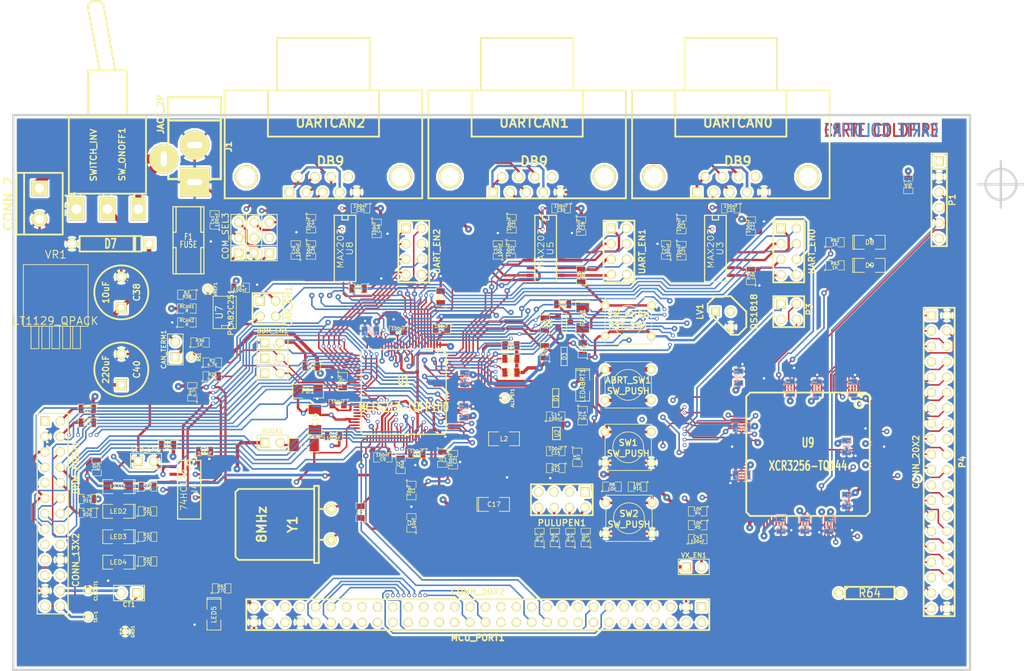
<source format=kicad_pcb>
(kicad_pcb (version 4) (host pcbnew "(2014-08-01 BZR 5042)-product")
  (layers (0 Composant signal) (1 GND_layer power) (2 3.3V_layer power) (31 Cuivre signal) (34 B.Paste user) (35 F.Paste user) (36 B.SilkS user) (37 F.SilkS user) (38 B.Mask user) (39 F.Mask user) (44 Edge.Cuts user))
  (net 0 "")
  (net 1 +3.3V)
  (net 2 /ALLPST)
  (net 3 /AN2)
  (net 4 /AN3)
  (net 5 /AN4)
  (net 6 /AN6)
  (net 7 /BKPT-)
  (net 8 /CLKIN/EXTAL)
  (net 9 /CLKMOD0)
  (net 10 /CLKMOD1)
  (net 11 /DDAT0)
  (net 12 /DDAT1)
  (net 13 /DDAT2)
  (net 14 /DDAT3)
  (net 15 /DSCLK)
  (net 16 /DSI)
  (net 17 /DSO)
  (net 18 /DTIN1)
  (net 19 /GPT1)
  (net 20 /GPT3)
  (net 21 /IRQ-5)
  (net 22 /IRQ-6)
  (net 23 /IRQ-7)
  (net 24 /JTAG_EN)
  (net 25 /PST0)
  (net 26 /PST1)
  (net 27 /PST2)
  (net 28 /PST3)
  (net 29 /QSPI_CS3)
  (net 30 /TCLK)
  (net 31 /VDDPLL)
  (net 32 /inout_user/CANRX)
  (net 33 /inout_user/CAN_H)
  (net 34 /inout_user/CAN_L)
  (net 35 /inout_user/CTS0)
  (net 36 /inout_user/CTS1)
  (net 37 /inout_user/CTS2/CANH)
  (net 38 /inout_user/PWM5)
  (net 39 /inout_user/PWM7)
  (net 40 /inout_user/RTS0)
  (net 41 /inout_user/RTS1)
  (net 42 /inout_user/RTS2)
  (net 43 /inout_user/RXD0)
  (net 44 /inout_user/RXD1)
  (net 45 /inout_user/RXD2)
  (net 46 /inout_user/RxD_CAN)
  (net 47 /inout_user/TXD0)
  (net 48 /inout_user/TXD1)
  (net 49 /inout_user/TXD2/CANL)
  (net 50 /inout_user/TxD_CAN)
  (net 51 /inout_user/UCTS2)
  (net 52 /inout_user/URTS0)
  (net 53 /inout_user/URTS2)
  (net 54 /inout_user/URXD1)
  (net 55 /inout_user/URXD2)
  (net 56 /inout_user/UTXD0)
  (net 57 /xilinx/+3,3V_OUT)
  (net 58 /xilinx/GLCK2)
  (net 59 /xilinx/LED_TEST1)
  (net 60 /xilinx/LED_TEST2)
  (net 61 /xilinx/QSPI_CS2)
  (net 62 /xilinx/TCK)
  (net 63 /xilinx/TDI)
  (net 64 /xilinx/TDO)
  (net 65 /xilinx/TMS)
  (net 66 /xilinx/XIL_D0)
  (net 67 /xilinx/XIL_D1)
  (net 68 /xilinx/XIL_D10)
  (net 69 /xilinx/XIL_D11)
  (net 70 /xilinx/XIL_D12)
  (net 71 /xilinx/XIL_D13)
  (net 72 /xilinx/XIL_D14)
  (net 73 /xilinx/XIL_D15)
  (net 74 /xilinx/XIL_D16)
  (net 75 /xilinx/XIL_D17)
  (net 76 /xilinx/XIL_D18)
  (net 77 /xilinx/XIL_D19)
  (net 78 /xilinx/XIL_D2)
  (net 79 /xilinx/XIL_D20)
  (net 80 /xilinx/XIL_D21)
  (net 81 /xilinx/XIL_D22)
  (net 82 /xilinx/XIL_D23)
  (net 83 /xilinx/XIL_D24)
  (net 84 /xilinx/XIL_D25)
  (net 85 /xilinx/XIL_D26)
  (net 86 /xilinx/XIL_D27)
  (net 87 /xilinx/XIL_D28)
  (net 88 /xilinx/XIL_D29)
  (net 89 /xilinx/XIL_D3)
  (net 90 /xilinx/XIL_D30)
  (net 91 /xilinx/XIL_D31)
  (net 92 /xilinx/XIL_D32)
  (net 93 /xilinx/XIL_D33)
  (net 94 /xilinx/XIL_D34)
  (net 95 /xilinx/XIL_D35)
  (net 96 /xilinx/XIL_D36)
  (net 97 /xilinx/XIL_D4)
  (net 98 /xilinx/XIL_D5)
  (net 99 /xilinx/XIL_D6)
  (net 100 /xilinx/XIL_D7)
  (net 101 /xilinx/XIL_D8)
  (net 102 /xilinx/XIL_D9)
  (net 103 GND)
  (net 104 "Net-(ABRT_SW1-Pad1)")
  (net 105 VDD)
  (net 106 "Net-(BDM_PORT1-Pad6)")
  (net 107 /inout_user/RSTI-)
  (net 108 "Net-(BDM_PORT1-Pad26)")
  (net 109 "Net-(C3-Pad1)")
  (net 110 "Net-(C15-Pad1)")
  (net 111 /inout_user/VCCA)
  (net 112 GNDA)
  (net 113 "Net-(C23-Pad2)")
  (net 114 "Net-(C24-Pad1)")
  (net 115 "Net-(C24-Pad2)")
  (net 116 "Net-(C25-Pad1)")
  (net 117 "Net-(C25-Pad2)")
  (net 118 "Net-(C27-Pad1)")
  (net 119 "Net-(C30-Pad2)")
  (net 120 "Net-(C31-Pad1)")
  (net 121 "Net-(C31-Pad2)")
  (net 122 "Net-(C32-Pad1)")
  (net 123 "Net-(C32-Pad2)")
  (net 124 "Net-(C33-Pad1)")
  (net 125 "Net-(C35-Pad2)")
  (net 126 "Net-(C36-Pad1)")
  (net 127 "Net-(C36-Pad2)")
  (net 128 "Net-(C38-Pad1)")
  (net 129 "Net-(C43-Pad2)")
  (net 130 "Net-(C44-Pad1)")
  (net 131 "Net-(C44-Pad2)")
  (net 132 "Net-(C45-Pad1)")
  (net 133 /inout_user/CANTX)
  (net 134 "Net-(CAN_TERM1-Pad2)")
  (net 135 "Net-(COM_SEL1-Pad3)")
  (net 136 "Net-(COM_SEL2-Pad3)")
  (net 137 "Net-(COM_SEL3-Pad3)")
  (net 138 "Net-(D1-Pad2)")
  (net 139 "Net-(D8-Pad1)")
  (net 140 "Net-(D9-Pad1)")
  (net 141 "Net-(F1-Pad1)")
  (net 142 "Net-(J1-Pad3)")
  (net 143 "Net-(L1-Pad1)")
  (net 144 "Net-(LED1-Pad1)")
  (net 145 "Net-(LED2-Pad1)")
  (net 146 "Net-(LED3-Pad1)")
  (net 147 "Net-(LED4-Pad1)")
  (net 148 "Net-(LED5-Pad1)")
  (net 149 "Net-(LEDABRT1-Pad2)")
  (net 150 "Net-(LED_EN1-Pad2)")
  (net 151 /xilinx/IRQ-1)
  (net 152 /inout_user/UCTS1)
  (net 153 /inout_user/RTS0-)
  (net 154 /inout_user/PWM1)
  (net 155 /inout_user/PWM3)
  (net 156 /xilinx/IRQ-2)
  (net 157 /inout_user/QSPI_DOUT)
  (net 158 /AN0)
  (net 159 /inout_user/QSPI_DIN)
  (net 160 /AN1)
  (net 161 /inout_user/QSPI_SCLK)
  (net 162 /QSPI_CS0)
  (net 163 /xilinx/QSPI_CS1)
  (net 164 /AN5)
  (net 165 /xilinx/IRQ-3)
  (net 166 /AN7)
  (net 167 /IRQ-4)
  (net 168 /DTIN0)
  (net 169 /DTIN2)
  (net 170 /inout_user/UTXD1)
  (net 171 /inout_user/URTS1)
  (net 172 /DTIN3)
  (net 173 /inout_user/URXD0)
  (net 174 /inout_user/UCTS0)
  (net 175 /inout_user/UTXD2)
  (net 176 /GPT0)
  (net 177 /GPT2)
  (net 178 /inout_user/RCON-)
  (net 179 "Net-(P3-Pad2)")
  (net 180 "Net-(P3-Pad4)")
  (net 181 "Net-(PULUPEN1-Pad2)")
  (net 182 "Net-(PULUPEN1-Pad4)")
  (net 183 "Net-(PULUPEN1-Pad6)")
  (net 184 "Net-(PULUPEN1-Pad8)")
  (net 185 "Net-(Q1-Pad2)")
  (net 186 "Net-(Q1-Pad3)")
  (net 187 "Net-(R9-Pad1)")
  (net 188 "Net-(R22-Pad2)")
  (net 189 "Net-(R23-Pad2)")
  (net 190 "Net-(R28-Pad2)")
  (net 191 "Net-(R30-Pad2)")
  (net 192 "Net-(R31-Pad2)")
  (net 193 "Net-(R32-Pad2)")
  (net 194 "Net-(R33-Pad2)")
  (net 195 "Net-(R35-Pad2)")
  (net 196 "Net-(R36-Pad1)")
  (net 197 "Net-(R46-Pad1)")
  (net 198 "Net-(U3-Pad9)")
  (net 199 "Net-(U3-Pad11)")
  (net 200 "Net-(U3-Pad12)")
  (net 201 "Net-(U5-Pad9)")
  (net 202 "Net-(U5-Pad11)")
  (net 203 "Net-(U5-Pad12)")
  (net 204 "Net-(U7-Pad5)")
  (net 205 "Net-(U8-Pad9)")
  (net 206 "Net-(U8-Pad10)")
  (net 207 "Net-(U8-Pad12)")
  (net 208 "Net-(UARTCAN0-Pad1)")
  (net 209 "Net-(UARTCAN1-Pad1)")
  (net 210 "Net-(UARTCAN2-Pad1)")
  (module connect:PINTST (layer Composant) (at 152.019 102.489 270)
    (fp_text reference ALLPST1 (at 0 -1.26746 270) (layer F.SilkS) (effects (font (size 0.508 0.508) (thickness 0.127))))
    (fp_text value CONN_1 hide)
    (pad 1 thru_hole circle (at 0 0 270) (size 1.143 1.143) (drill 0.635) (layers *.Cu *.Mask F.SilkS) (net 2 /ALLPST))
  )
  (module pin_array:PIN_ARRAY_2X1 (layer Composant) (at 113.792 93.345)
    (fp_text reference BDM_EN1 (at 0 -1.905) (layer F.SilkS) (effects (font (size 0.762 0.762) (thickness 0.1524))))
    (fp_text value JUMPER hide)
    (pad 1 thru_hole rect (at -1.27 0) (size 1.524 1.524) (drill 1.016) (layers *.Cu *.Mask F.SilkS) (net 103 GND))
    (pad 2 thru_hole circle (at 1.27 0) (size 1.524 1.524) (drill 1.016) (layers *.Cu *.Mask F.SilkS) (net 24 /JTAG_EN))
  )
  (module pin_array:pin_array_13x2 (layer Composant) (at 77.597 121.539 270)
    (fp_text reference BDM_PORT1 (at -7.62 -3.81 270) (layer F.SilkS) (effects (font (size 1.016 1.016) (thickness 0.2032))))
    (fp_text value CONN_13X2 (at 7.62 -3.81 270) (layer F.SilkS) (effects (font (size 1.016 1.016) (thickness 0.2032))))
    (pad 1 thru_hole rect (at -15.24 1.27 270) (size 1.524 1.524) (drill 1.016) (layers *.Cu *.Mask F.SilkS))
    (pad 2 thru_hole circle (at -15.24 -1.27 270) (size 1.524 1.524) (drill 1.016) (layers *.Cu *.Mask F.SilkS) (net 7 /BKPT-))
    (pad 3 thru_hole circle (at -12.7 1.27 270) (size 1.524 1.524) (drill 1.016) (layers *.Cu *.Mask F.SilkS) (net 103 GND))
    (pad 4 thru_hole circle (at -12.7 -1.27 270) (size 1.524 1.524) (drill 1.016) (layers *.Cu *.Mask F.SilkS) (net 15 /DSCLK))
    (pad 5 thru_hole circle (at -10.16 1.27 270) (size 1.524 1.524) (drill 1.016) (layers *.Cu *.Mask F.SilkS) (net 103 GND))
    (pad 6 thru_hole circle (at -10.16 -1.27 270) (size 1.524 1.524) (drill 1.016) (layers *.Cu *.Mask F.SilkS) (net 106 "Net-(BDM_PORT1-Pad6)"))
    (pad 7 thru_hole circle (at -7.62 1.27 270) (size 1.524 1.524) (drill 1.016) (layers *.Cu *.Mask F.SilkS) (net 107 /inout_user/RSTI-))
    (pad 8 thru_hole circle (at -7.62 -1.27 270) (size 1.524 1.524) (drill 1.016) (layers *.Cu *.Mask F.SilkS) (net 16 /DSI))
    (pad 9 thru_hole circle (at -5.08 1.27 270) (size 1.524 1.524) (drill 1.016) (layers *.Cu *.Mask F.SilkS) (net 105 VDD))
    (pad 10 thru_hole circle (at -5.08 -1.27 270) (size 1.524 1.524) (drill 1.016) (layers *.Cu *.Mask F.SilkS) (net 17 /DSO))
    (pad 11 thru_hole circle (at -2.54 1.27 270) (size 1.524 1.524) (drill 1.016) (layers *.Cu *.Mask F.SilkS) (net 103 GND))
    (pad 12 thru_hole circle (at -2.54 -1.27 270) (size 1.524 1.524) (drill 1.016) (layers *.Cu *.Mask F.SilkS) (net 28 /PST3))
    (pad 13 thru_hole circle (at 0 1.27 270) (size 1.524 1.524) (drill 1.016) (layers *.Cu *.Mask F.SilkS) (net 27 /PST2))
    (pad 14 thru_hole circle (at 0 -1.27 270) (size 1.524 1.524) (drill 1.016) (layers *.Cu *.Mask F.SilkS) (net 26 /PST1))
    (pad 15 thru_hole circle (at 2.54 1.27 270) (size 1.524 1.524) (drill 1.016) (layers *.Cu *.Mask F.SilkS) (net 25 /PST0))
    (pad 16 thru_hole circle (at 2.54 -1.27 270) (size 1.524 1.524) (drill 1.016) (layers *.Cu *.Mask F.SilkS) (net 14 /DDAT3))
    (pad 17 thru_hole circle (at 5.08 1.27 270) (size 1.524 1.524) (drill 1.016) (layers *.Cu *.Mask F.SilkS) (net 13 /DDAT2))
    (pad 18 thru_hole circle (at 5.08 -1.27 270) (size 1.524 1.524) (drill 1.016) (layers *.Cu *.Mask F.SilkS) (net 12 /DDAT1))
    (pad 19 thru_hole circle (at 7.62 1.27 270) (size 1.524 1.524) (drill 1.016) (layers *.Cu *.Mask F.SilkS) (net 11 /DDAT0))
    (pad 20 thru_hole circle (at 7.62 -1.27 270) (size 1.524 1.524) (drill 1.016) (layers *.Cu *.Mask F.SilkS) (net 103 GND))
    (pad 21 thru_hole circle (at 10.16 1.27 270) (size 1.524 1.524) (drill 1.016) (layers *.Cu *.Mask F.SilkS))
    (pad 22 thru_hole circle (at 10.16 -1.27 270) (size 1.524 1.524) (drill 1.016) (layers *.Cu *.Mask F.SilkS))
    (pad 23 thru_hole circle (at 12.7 1.27 270) (size 1.524 1.524) (drill 1.016) (layers *.Cu *.Mask F.SilkS) (net 103 GND))
    (pad 24 thru_hole circle (at 12.7 -1.27 270) (size 1.524 1.524) (drill 1.016) (layers *.Cu *.Mask F.SilkS) (net 30 /TCLK))
    (pad 25 thru_hole circle (at 15.24 1.27 270) (size 1.524 1.524) (drill 1.016) (layers *.Cu *.Mask F.SilkS) (net 105 VDD))
    (pad 26 thru_hole circle (at 15.24 -1.27 270) (size 1.524 1.524) (drill 1.016) (layers *.Cu *.Mask F.SilkS) (net 108 "Net-(BDM_PORT1-Pad26)"))
  )
  (module lib_smd:SM0805 (layer Composant) (at 136.652 117.729 270)
    (fp_text reference C1 (at 0 -0.3175 270) (layer F.SilkS) (effects (font (size 0.50038 0.50038) (thickness 0.10922))))
    (fp_text value 10pF (at 0 0.381 270) (layer F.SilkS) (effects (font (size 0.50038 0.50038) (thickness 0.10922))))
    (pad 1 smd rect (at -0.9525 0 270) (size 0.889 1.397) (layers Composant F.Paste F.Mask) (net 8 /CLKIN/EXTAL))
    (pad 2 smd rect (at 0.9525 0 270) (size 0.889 1.397) (layers Composant F.Paste F.Mask) (net 103 GND))
  )
  (module lib_smd:SM0805 (layer Composant) (at 136.652 123.063 90)
    (fp_text reference C2 (at 0 -0.3175 90) (layer F.SilkS) (effects (font (size 0.50038 0.50038) (thickness 0.10922))))
    (fp_text value 10pF (at 0 0.381 90) (layer F.SilkS) (effects (font (size 0.50038 0.50038) (thickness 0.10922))))
    (pad 1 smd rect (at -0.9525 0 90) (size 0.889 1.397) (layers Composant F.Paste F.Mask) (net 58 /xilinx/GLCK2))
    (pad 2 smd rect (at 0.9525 0 90) (size 0.889 1.397) (layers Composant F.Paste F.Mask) (net 103 GND))
  )
  (module lib_smd:SM0805 (layer Composant) (at 164.846 94.361 90)
    (fp_text reference C3 (at 0 -0.3175 90) (layer F.SilkS) (effects (font (size 0.50038 0.50038) (thickness 0.10922))))
    (fp_text value 1nF (at 0 0.381 90) (layer F.SilkS) (effects (font (size 0.50038 0.50038) (thickness 0.10922))))
    (pad 1 smd rect (at -0.9525 0 90) (size 0.889 1.397) (layers Composant F.Paste F.Mask) (net 109 "Net-(C3-Pad1)"))
    (pad 2 smd rect (at 0.9525 0 90) (size 0.889 1.397) (layers Composant F.Paste F.Mask) (net 103 GND))
  )
  (module lib_smd:SM0805 (layer Composant) (at 141.605 91.059 180)
    (fp_text reference C4 (at 0 -0.3175 180) (layer F.SilkS) (effects (font (size 0.50038 0.50038) (thickness 0.10922))))
    (fp_text value 100nF (at 0 0.381 180) (layer F.SilkS) (effects (font (size 0.50038 0.50038) (thickness 0.10922))))
    (pad 1 smd rect (at -0.9525 0 180) (size 0.889 1.397) (layers Composant F.Paste F.Mask) (net 105 VDD))
    (pad 2 smd rect (at 0.9525 0 180) (size 0.889 1.397) (layers Composant F.Paste F.Mask) (net 103 GND))
  )
  (module lib_smd:SM0805 (layer Composant) (at 134.493 91.44 180)
    (fp_text reference C5 (at 0 -0.3175 180) (layer F.SilkS) (effects (font (size 0.50038 0.50038) (thickness 0.10922))))
    (fp_text value 100nF (at 0 0.381 180) (layer F.SilkS) (effects (font (size 0.50038 0.50038) (thickness 0.10922))))
    (pad 1 smd rect (at -0.9525 0 180) (size 0.889 1.397) (layers Composant F.Paste F.Mask) (net 105 VDD))
    (pad 2 smd rect (at 0.9525 0 180) (size 0.889 1.397) (layers Composant F.Paste F.Mask) (net 103 GND))
  )
  (module lib_smd:SM0805 (layer Cuivre) (at 129.921 91.44 180)
    (fp_text reference C6 (at 0 0.3175 180) (layer B.SilkS) (effects (font (size 0.50038 0.50038) (thickness 0.10922)) (justify mirror)))
    (fp_text value 100nF (at 0 -0.381 180) (layer B.SilkS) (effects (font (size 0.50038 0.50038) (thickness 0.10922)) (justify mirror)))
    (pad 1 smd rect (at -0.9525 0 180) (size 0.889 1.397) (layers Cuivre B.Paste B.Mask) (net 105 VDD))
    (pad 2 smd rect (at 0.9525 0 180) (size 0.889 1.397) (layers Cuivre B.Paste B.Mask) (net 103 GND))
  )
  (module lib_smd:SM0805 (layer Composant) (at 125.349 99.822 270)
    (fp_text reference C7 (at 0 -0.3175 270) (layer F.SilkS) (effects (font (size 0.50038 0.50038) (thickness 0.10922))))
    (fp_text value 100nF (at 0 0.381 270) (layer F.SilkS) (effects (font (size 0.50038 0.50038) (thickness 0.10922))))
    (pad 1 smd rect (at -0.9525 0 270) (size 0.889 1.397) (layers Composant F.Paste F.Mask) (net 105 VDD))
    (pad 2 smd rect (at 0.9525 0 270) (size 0.889 1.397) (layers Composant F.Paste F.Mask) (net 103 GND))
  )
  (module lib_smd:SM0805 (layer Composant) (at 124.587 103.505 180)
    (fp_text reference C8 (at 0 -0.3175 180) (layer F.SilkS) (effects (font (size 0.50038 0.50038) (thickness 0.10922))))
    (fp_text value 100nF (at 0 0.381 180) (layer F.SilkS) (effects (font (size 0.50038 0.50038) (thickness 0.10922))))
    (pad 1 smd rect (at -0.9525 0 180) (size 0.889 1.397) (layers Composant F.Paste F.Mask) (net 105 VDD))
    (pad 2 smd rect (at 0.9525 0 180) (size 0.889 1.397) (layers Composant F.Paste F.Mask) (net 103 GND))
  )
  (module lib_smd:SM0805 (layer Composant) (at 131.953 112.268 180)
    (fp_text reference C9 (at 0 -0.3175 180) (layer F.SilkS) (effects (font (size 0.50038 0.50038) (thickness 0.10922))))
    (fp_text value 100nF (at 0 0.381 180) (layer F.SilkS) (effects (font (size 0.50038 0.50038) (thickness 0.10922))))
    (pad 1 smd rect (at -0.9525 0 180) (size 0.889 1.397) (layers Composant F.Paste F.Mask) (net 105 VDD))
    (pad 2 smd rect (at 0.9525 0 180) (size 0.889 1.397) (layers Composant F.Paste F.Mask) (net 103 GND))
  )
  (module lib_smd:SM0805 (layer Composant) (at 137.541 111.633 180)
    (fp_text reference C10 (at 0 -0.3175 180) (layer F.SilkS) (effects (font (size 0.50038 0.50038) (thickness 0.10922))))
    (fp_text value 100nF (at 0 0.381 180) (layer F.SilkS) (effects (font (size 0.50038 0.50038) (thickness 0.10922))))
    (pad 1 smd rect (at -0.9525 0 180) (size 0.889 1.397) (layers Composant F.Paste F.Mask) (net 105 VDD))
    (pad 2 smd rect (at 0.9525 0 180) (size 0.889 1.397) (layers Composant F.Paste F.Mask) (net 103 GND))
  )
  (module lib_smd:SM0805 (layer Cuivre) (at 145.288 104.775 90)
    (fp_text reference C11 (at 0 0.3175 90) (layer B.SilkS) (effects (font (size 0.50038 0.50038) (thickness 0.10922)) (justify mirror)))
    (fp_text value 100nF (at 0 -0.381 90) (layer B.SilkS) (effects (font (size 0.50038 0.50038) (thickness 0.10922)) (justify mirror)))
    (pad 1 smd rect (at -0.9525 0 90) (size 0.889 1.397) (layers Cuivre B.Paste B.Mask) (net 105 VDD))
    (pad 2 smd rect (at 0.9525 0 90) (size 0.889 1.397) (layers Cuivre B.Paste B.Mask) (net 103 GND))
  )
  (module lib_smd:SM0805 (layer Cuivre) (at 145.415 99.314 270)
    (fp_text reference C12 (at 0 0.3175 270) (layer B.SilkS) (effects (font (size 0.50038 0.50038) (thickness 0.10922)) (justify mirror)))
    (fp_text value 100nF (at 0 -0.381 270) (layer B.SilkS) (effects (font (size 0.50038 0.50038) (thickness 0.10922)) (justify mirror)))
    (pad 1 smd rect (at -0.9525 0 270) (size 0.889 1.397) (layers Cuivre B.Paste B.Mask) (net 105 VDD))
    (pad 2 smd rect (at 0.9525 0 270) (size 0.889 1.397) (layers Cuivre B.Paste B.Mask) (net 103 GND))
  )
  (module lib_smd:SM0805 (layer Composant) (at 160.401 105.537)
    (fp_text reference C14 (at 0 -0.3175) (layer F.SilkS) (effects (font (size 0.50038 0.50038) (thickness 0.10922))))
    (fp_text value 100nF (at 0 0.381) (layer F.SilkS) (effects (font (size 0.50038 0.50038) (thickness 0.10922))))
    (pad 1 smd rect (at -0.9525 0) (size 0.889 1.397) (layers Composant F.Paste F.Mask) (net 103 GND))
    (pad 2 smd rect (at 0.9525 0) (size 0.889 1.397) (layers Composant F.Paste F.Mask) (net 105 VDD))
  )
  (module lib_smd:SM0805 (layer Composant) (at 160.401 111.252 180)
    (fp_text reference C15 (at 0 -0.3175 180) (layer F.SilkS) (effects (font (size 0.50038 0.50038) (thickness 0.10922))))
    (fp_text value 100nF (at 0 0.381 180) (layer F.SilkS) (effects (font (size 0.50038 0.50038) (thickness 0.10922))))
    (pad 1 smd rect (at -0.9525 0 180) (size 0.889 1.397) (layers Composant F.Paste F.Mask) (net 110 "Net-(C15-Pad1)"))
    (pad 2 smd rect (at 0.9525 0 180) (size 0.889 1.397) (layers Composant F.Paste F.Mask) (net 103 GND))
  )
  (module lib_smd:SM1206POL (layer Composant) (at 120.777 106.045 90)
    (fp_text reference C16 (at 0 0 90) (layer F.SilkS) (effects (font (size 0.762 0.762) (thickness 0.127))))
    (fp_text value 10uF hide)
    (pad 1 smd rect (at -1.651 0 90) (size 1.524 2.032) (layers Composant F.Paste F.Mask) (net 111 /inout_user/VCCA))
    (pad 2 smd rect (at 1.651 0 90) (size 1.524 2.032) (layers Composant F.Paste F.Mask) (net 112 GNDA))
  )
  (module lib_smd:SM1206POL (layer Composant) (at 150.241 120.015)
    (fp_text reference C17 (at 0 0) (layer F.SilkS) (effects (font (size 0.762 0.762) (thickness 0.127))))
    (fp_text value 100uF hide)
    (pad 1 smd rect (at -1.651 0) (size 1.524 2.032) (layers Composant F.Paste F.Mask) (net 105 VDD))
    (pad 2 smd rect (at 1.651 0) (size 1.524 2.032) (layers Composant F.Paste F.Mask) (net 103 GND))
  )
  (module lib_smd:SM0805 (layer Composant) (at 123.825 108.712)
    (fp_text reference C18 (at 0 -0.3175) (layer F.SilkS) (effects (font (size 0.50038 0.50038) (thickness 0.10922))))
    (fp_text value 100nF (at 0 0.381) (layer F.SilkS) (effects (font (size 0.50038 0.50038) (thickness 0.10922))))
    (pad 1 smd rect (at -0.9525 0) (size 0.889 1.397) (layers Composant F.Paste F.Mask) (net 111 /inout_user/VCCA))
    (pad 2 smd rect (at 0.9525 0) (size 0.889 1.397) (layers Composant F.Paste F.Mask) (net 112 GNDA))
  )
  (module lib_smd:SM0805 (layer Composant) (at 141.732 112.395 270)
    (fp_text reference C20 (at 0 -0.3175 270) (layer F.SilkS) (effects (font (size 0.50038 0.50038) (thickness 0.10922))))
    (fp_text value 1nF (at 0 0.381 270) (layer F.SilkS) (effects (font (size 0.50038 0.50038) (thickness 0.10922))))
    (pad 1 smd rect (at -0.9525 0 270) (size 0.889 1.397) (layers Composant F.Paste F.Mask) (net 31 /VDDPLL))
    (pad 2 smd rect (at 0.9525 0 270) (size 0.889 1.397) (layers Composant F.Paste F.Mask) (net 103 GND))
  )
  (module lib_smd:SM0805 (layer Composant) (at 143.51 112.649 270)
    (fp_text reference C21 (at 0 -0.3175 270) (layer F.SilkS) (effects (font (size 0.50038 0.50038) (thickness 0.10922))))
    (fp_text value 100nF (at 0 0.381 270) (layer F.SilkS) (effects (font (size 0.50038 0.50038) (thickness 0.10922))))
    (pad 1 smd rect (at -0.9525 0 270) (size 0.889 1.397) (layers Composant F.Paste F.Mask) (net 31 /VDDPLL))
    (pad 2 smd rect (at 0.9525 0 270) (size 0.889 1.397) (layers Composant F.Paste F.Mask) (net 103 GND))
  )
  (module lib_smd:SM0805 (layer Composant) (at 192.532 74.168 270)
    (fp_text reference C22 (at 0 -0.3175 270) (layer F.SilkS) (effects (font (size 0.50038 0.50038) (thickness 0.10922))))
    (fp_text value 100nF (at 0 0.381 270) (layer F.SilkS) (effects (font (size 0.50038 0.50038) (thickness 0.10922))))
    (pad 1 smd rect (at -0.9525 0 270) (size 0.889 1.397) (layers Composant F.Paste F.Mask) (net 105 VDD))
    (pad 2 smd rect (at 0.9525 0 270) (size 0.889 1.397) (layers Composant F.Paste F.Mask) (net 103 GND))
  )
  (module lib_smd:SM0805 (layer Composant) (at 189.23 71.247 180)
    (fp_text reference C23 (at 0 -0.3175 180) (layer F.SilkS) (effects (font (size 0.50038 0.50038) (thickness 0.10922))))
    (fp_text value 100nF (at 0 0.381 180) (layer F.SilkS) (effects (font (size 0.50038 0.50038) (thickness 0.10922))))
    (pad 1 smd rect (at -0.9525 0 180) (size 0.889 1.397) (layers Composant F.Paste F.Mask) (net 105 VDD))
    (pad 2 smd rect (at 0.9525 0 180) (size 0.889 1.397) (layers Composant F.Paste F.Mask) (net 113 "Net-(C23-Pad2)"))
  )
  (module lib_smd:SM0805 (layer Composant) (at 181.102 73.914 270)
    (fp_text reference C24 (at 0 -0.3175 270) (layer F.SilkS) (effects (font (size 0.50038 0.50038) (thickness 0.10922))))
    (fp_text value 100nF (at 0 0.381 270) (layer F.SilkS) (effects (font (size 0.50038 0.50038) (thickness 0.10922))))
    (pad 1 smd rect (at -0.9525 0 270) (size 0.889 1.397) (layers Composant F.Paste F.Mask) (net 114 "Net-(C24-Pad1)"))
    (pad 2 smd rect (at 0.9525 0 270) (size 0.889 1.397) (layers Composant F.Paste F.Mask) (net 115 "Net-(C24-Pad2)"))
  )
  (module lib_smd:SM0805 (layer Composant) (at 181.102 78.232 270)
    (fp_text reference C25 (at 0 -0.3175 270) (layer F.SilkS) (effects (font (size 0.50038 0.50038) (thickness 0.10922))))
    (fp_text value 100nF (at 0 0.381 270) (layer F.SilkS) (effects (font (size 0.50038 0.50038) (thickness 0.10922))))
    (pad 1 smd rect (at -0.9525 0 270) (size 0.889 1.397) (layers Composant F.Paste F.Mask) (net 116 "Net-(C25-Pad1)"))
    (pad 2 smd rect (at 0.9525 0 270) (size 0.889 1.397) (layers Composant F.Paste F.Mask) (net 117 "Net-(C25-Pad2)"))
  )
  (module lib_smd:SM0805 (layer Composant) (at 102.616 111.252)
    (fp_text reference C26 (at 0 -0.3175) (layer F.SilkS) (effects (font (size 0.50038 0.50038) (thickness 0.10922))))
    (fp_text value 100nF (at 0 0.381) (layer F.SilkS) (effects (font (size 0.50038 0.50038) (thickness 0.10922))))
    (pad 1 smd rect (at -0.9525 0) (size 0.889 1.397) (layers Composant F.Paste F.Mask) (net 105 VDD))
    (pad 2 smd rect (at 0.9525 0) (size 0.889 1.397) (layers Composant F.Paste F.Mask) (net 103 GND))
  )
  (module lib_smd:SM0805 (layer Composant) (at 178.562 78.105 90)
    (fp_text reference C27 (at 0 -0.3175 90) (layer F.SilkS) (effects (font (size 0.50038 0.50038) (thickness 0.10922))))
    (fp_text value 100nF (at 0 0.381 90) (layer F.SilkS) (effects (font (size 0.50038 0.50038) (thickness 0.10922))))
    (pad 1 smd rect (at -0.9525 0 90) (size 0.889 1.397) (layers Composant F.Paste F.Mask) (net 118 "Net-(C27-Pad1)"))
    (pad 2 smd rect (at 0.9525 0 90) (size 0.889 1.397) (layers Composant F.Paste F.Mask) (net 103 GND))
  )
  (module lib_smd:SM0805 (layer Composant) (at 164.592 74.168 270)
    (fp_text reference C28 (at 0 -0.3175 270) (layer F.SilkS) (effects (font (size 0.50038 0.50038) (thickness 0.10922))))
    (fp_text value 100nF (at 0 0.381 270) (layer F.SilkS) (effects (font (size 0.50038 0.50038) (thickness 0.10922))))
    (pad 1 smd rect (at -0.9525 0 270) (size 0.889 1.397) (layers Composant F.Paste F.Mask) (net 105 VDD))
    (pad 2 smd rect (at 0.9525 0 270) (size 0.889 1.397) (layers Composant F.Paste F.Mask) (net 103 GND))
  )
  (module lib_smd:SM0805 (layer Composant) (at 161.29 71.247 180)
    (fp_text reference C30 (at 0 -0.3175 180) (layer F.SilkS) (effects (font (size 0.50038 0.50038) (thickness 0.10922))))
    (fp_text value 100nF (at 0 0.381 180) (layer F.SilkS) (effects (font (size 0.50038 0.50038) (thickness 0.10922))))
    (pad 1 smd rect (at -0.9525 0 180) (size 0.889 1.397) (layers Composant F.Paste F.Mask) (net 105 VDD))
    (pad 2 smd rect (at 0.9525 0 180) (size 0.889 1.397) (layers Composant F.Paste F.Mask) (net 119 "Net-(C30-Pad2)"))
  )
  (module lib_smd:SM0805 (layer Composant) (at 153.162 73.787 270)
    (fp_text reference C31 (at 0 -0.3175 270) (layer F.SilkS) (effects (font (size 0.50038 0.50038) (thickness 0.10922))))
    (fp_text value 100nF (at 0 0.381 270) (layer F.SilkS) (effects (font (size 0.50038 0.50038) (thickness 0.10922))))
    (pad 1 smd rect (at -0.9525 0 270) (size 0.889 1.397) (layers Composant F.Paste F.Mask) (net 120 "Net-(C31-Pad1)"))
    (pad 2 smd rect (at 0.9525 0 270) (size 0.889 1.397) (layers Composant F.Paste F.Mask) (net 121 "Net-(C31-Pad2)"))
  )
  (module lib_smd:SM0805 (layer Composant) (at 153.035 78.105 270)
    (fp_text reference C32 (at 0 -0.3175 270) (layer F.SilkS) (effects (font (size 0.50038 0.50038) (thickness 0.10922))))
    (fp_text value 100nF (at 0 0.381 270) (layer F.SilkS) (effects (font (size 0.50038 0.50038) (thickness 0.10922))))
    (pad 1 smd rect (at -0.9525 0 270) (size 0.889 1.397) (layers Composant F.Paste F.Mask) (net 122 "Net-(C32-Pad1)"))
    (pad 2 smd rect (at 0.9525 0 270) (size 0.889 1.397) (layers Composant F.Paste F.Mask) (net 123 "Net-(C32-Pad2)"))
  )
  (module lib_smd:SM0805 (layer Composant) (at 150.876 78.105 90)
    (fp_text reference C33 (at 0 -0.3175 90) (layer F.SilkS) (effects (font (size 0.50038 0.50038) (thickness 0.10922))))
    (fp_text value 100nF (at 0 0.381 90) (layer F.SilkS) (effects (font (size 0.50038 0.50038) (thickness 0.10922))))
    (pad 1 smd rect (at -0.9525 0 90) (size 0.889 1.397) (layers Composant F.Paste F.Mask) (net 124 "Net-(C33-Pad1)"))
    (pad 2 smd rect (at 0.9525 0 90) (size 0.889 1.397) (layers Composant F.Paste F.Mask) (net 103 GND))
  )
  (module lib_smd:SM0805 (layer Composant) (at 108.458 84.328)
    (fp_text reference C34 (at 0 -0.3175) (layer F.SilkS) (effects (font (size 0.50038 0.50038) (thickness 0.10922))))
    (fp_text value 100nF (at 0 0.381) (layer F.SilkS) (effects (font (size 0.50038 0.50038) (thickness 0.10922))))
    (pad 1 smd rect (at -0.9525 0) (size 0.889 1.397) (layers Composant F.Paste F.Mask) (net 105 VDD))
    (pad 2 smd rect (at 0.9525 0) (size 0.889 1.397) (layers Composant F.Paste F.Mask) (net 103 GND))
  )
  (module lib_smd:SM0805 (layer Composant) (at 128.27 71.247 180)
    (fp_text reference C35 (at 0 -0.3175 180) (layer F.SilkS) (effects (font (size 0.50038 0.50038) (thickness 0.10922))))
    (fp_text value 100nF (at 0 0.381 180) (layer F.SilkS) (effects (font (size 0.50038 0.50038) (thickness 0.10922))))
    (pad 1 smd rect (at -0.9525 0 180) (size 0.889 1.397) (layers Composant F.Paste F.Mask) (net 105 VDD))
    (pad 2 smd rect (at 0.9525 0 180) (size 0.889 1.397) (layers Composant F.Paste F.Mask) (net 125 "Net-(C35-Pad2)"))
  )
  (module lib_smd:SM0805 (layer Composant) (at 120.142 78.105 270)
    (fp_text reference C36 (at 0 -0.3175 270) (layer F.SilkS) (effects (font (size 0.50038 0.50038) (thickness 0.10922))))
    (fp_text value 100nF (at 0 0.381 270) (layer F.SilkS) (effects (font (size 0.50038 0.50038) (thickness 0.10922))))
    (pad 1 smd rect (at -0.9525 0 270) (size 0.889 1.397) (layers Composant F.Paste F.Mask) (net 126 "Net-(C36-Pad1)"))
    (pad 2 smd rect (at 0.9525 0 270) (size 0.889 1.397) (layers Composant F.Paste F.Mask) (net 127 "Net-(C36-Pad2)"))
  )
  (module discret:C2V8 (layer Composant) (at 88.9 85.09 90)
    (fp_text reference C38 (at 0 2.54 90) (layer F.SilkS) (effects (font (size 1.016 1.016) (thickness 0.2032))))
    (fp_text value 10uF (at 0 -2.54 90) (layer F.SilkS) (effects (font (size 1.016 1.016) (thickness 0.2032))))
    (pad 1 thru_hole rect (at -2.54 0 90) (size 1.778 1.778) (drill 1.016) (layers *.Cu *.Mask F.SilkS) (net 128 "Net-(C38-Pad1)"))
    (pad 2 thru_hole circle (at 2.54 0 90) (size 1.778 1.778) (drill 1.016) (layers *.Cu *.Mask F.SilkS) (net 103 GND))
  )
  (module discret:C2V8 (layer Composant) (at 88.9 97.79 90)
    (fp_text reference C40 (at 0 2.54 90) (layer F.SilkS) (effects (font (size 1.016 1.016) (thickness 0.2032))))
    (fp_text value 220uF (at 0 -2.54 90) (layer F.SilkS) (effects (font (size 1.016 1.016) (thickness 0.2032))))
    (pad 1 thru_hole rect (at -2.54 0 90) (size 1.778 1.778) (drill 1.016) (layers *.Cu *.Mask F.SilkS) (net 105 VDD))
    (pad 2 thru_hole circle (at 2.54 0 90) (size 1.778 1.778) (drill 1.016) (layers *.Cu *.Mask F.SilkS) (net 103 GND))
  )
  (module lib_smd:SM0805 (layer Composant) (at 104.267 73.152 90)
    (fp_text reference C41 (at 0 -0.3175 90) (layer F.SilkS) (effects (font (size 0.50038 0.50038) (thickness 0.10922))))
    (fp_text value 100nF (at 0 0.381 90) (layer F.SilkS) (effects (font (size 0.50038 0.50038) (thickness 0.10922))))
    (pad 1 smd rect (at -0.9525 0 90) (size 0.889 1.397) (layers Composant F.Paste F.Mask) (net 128 "Net-(C38-Pad1)"))
    (pad 2 smd rect (at 0.9525 0 90) (size 0.889 1.397) (layers Composant F.Paste F.Mask) (net 103 GND))
  )
  (module lib_smd:SM0805 (layer Composant) (at 183.769 125.73)
    (fp_text reference C43 (at 0 -0.3175) (layer F.SilkS) (effects (font (size 0.50038 0.50038) (thickness 0.10922))))
    (fp_text value 100nF (at 0 0.381) (layer F.SilkS) (effects (font (size 0.50038 0.50038) (thickness 0.10922))))
    (pad 1 smd rect (at -0.9525 0) (size 0.889 1.397) (layers Composant F.Paste F.Mask) (net 103 GND))
    (pad 2 smd rect (at 0.9525 0) (size 0.889 1.397) (layers Composant F.Paste F.Mask) (net 129 "Net-(C43-Pad2)"))
  )
  (module lib_smd:SM0805 (layer Composant) (at 120.142 73.787 270)
    (fp_text reference C44 (at 0 -0.3175 270) (layer F.SilkS) (effects (font (size 0.50038 0.50038) (thickness 0.10922))))
    (fp_text value 100nF (at 0 0.381 270) (layer F.SilkS) (effects (font (size 0.50038 0.50038) (thickness 0.10922))))
    (pad 1 smd rect (at -0.9525 0 270) (size 0.889 1.397) (layers Composant F.Paste F.Mask) (net 130 "Net-(C44-Pad1)"))
    (pad 2 smd rect (at 0.9525 0 270) (size 0.889 1.397) (layers Composant F.Paste F.Mask) (net 131 "Net-(C44-Pad2)"))
  )
  (module lib_smd:SM0805 (layer Composant) (at 117.602 78.105 90)
    (fp_text reference C45 (at 0 -0.3175 90) (layer F.SilkS) (effects (font (size 0.50038 0.50038) (thickness 0.10922))))
    (fp_text value 100nF (at 0 0.381 90) (layer F.SilkS) (effects (font (size 0.50038 0.50038) (thickness 0.10922))))
    (pad 1 smd rect (at -0.9525 0 90) (size 0.889 1.397) (layers Composant F.Paste F.Mask) (net 132 "Net-(C45-Pad1)"))
    (pad 2 smd rect (at 0.9525 0 90) (size 0.889 1.397) (layers Composant F.Paste F.Mask) (net 103 GND))
  )
  (module lib_smd:SM0805 (layer Composant) (at 130.937 74.549 270)
    (fp_text reference C46 (at 0 -0.3175 270) (layer F.SilkS) (effects (font (size 0.50038 0.50038) (thickness 0.10922))))
    (fp_text value 100nF (at 0 0.381 270) (layer F.SilkS) (effects (font (size 0.50038 0.50038) (thickness 0.10922))))
    (pad 1 smd rect (at -0.9525 0 270) (size 0.889 1.397) (layers Composant F.Paste F.Mask) (net 105 VDD))
    (pad 2 smd rect (at 0.9525 0 270) (size 0.889 1.397) (layers Composant F.Paste F.Mask) (net 103 GND))
  )
  (module lib_smd:SM0805 (layer Cuivre) (at 209.296 100.838 90)
    (fp_text reference C51 (at 0 0.3175 90) (layer B.SilkS) (effects (font (size 0.50038 0.50038) (thickness 0.10922)) (justify mirror)))
    (fp_text value 100nF (at 0 -0.381 90) (layer B.SilkS) (effects (font (size 0.50038 0.50038) (thickness 0.10922)) (justify mirror)))
    (pad 1 smd rect (at -0.9525 0 90) (size 0.889 1.397) (layers Cuivre B.Paste B.Mask) (net 105 VDD))
    (pad 2 smd rect (at 0.9525 0 90) (size 0.889 1.397) (layers Cuivre B.Paste B.Mask) (net 103 GND))
  )
  (module lib_smd:SM0805 (layer Cuivre) (at 191.008 107.315 180)
    (fp_text reference C52 (at 0 0.3175 180) (layer B.SilkS) (effects (font (size 0.50038 0.50038) (thickness 0.10922)) (justify mirror)))
    (fp_text value 100nF (at 0 -0.381 180) (layer B.SilkS) (effects (font (size 0.50038 0.50038) (thickness 0.10922)) (justify mirror)))
    (pad 1 smd rect (at -0.9525 0 180) (size 0.889 1.397) (layers Cuivre B.Paste B.Mask) (net 105 VDD))
    (pad 2 smd rect (at 0.9525 0 180) (size 0.889 1.397) (layers Cuivre B.Paste B.Mask) (net 103 GND))
  )
  (module lib_smd:SM0805 (layer Cuivre) (at 203.454 100.838 90)
    (fp_text reference C53 (at 0 0.3175 90) (layer B.SilkS) (effects (font (size 0.50038 0.50038) (thickness 0.10922)) (justify mirror)))
    (fp_text value 100nF (at 0 -0.381 90) (layer B.SilkS) (effects (font (size 0.50038 0.50038) (thickness 0.10922)) (justify mirror)))
    (pad 1 smd rect (at -0.9525 0 90) (size 0.889 1.397) (layers Cuivre B.Paste B.Mask) (net 105 VDD))
    (pad 2 smd rect (at 0.9525 0 90) (size 0.889 1.397) (layers Cuivre B.Paste B.Mask) (net 103 GND))
  )
  (module lib_smd:SM0805 (layer Cuivre) (at 208.28 110.49 270)
    (fp_text reference C54 (at 0 0.3175 270) (layer B.SilkS) (effects (font (size 0.50038 0.50038) (thickness 0.10922)) (justify mirror)))
    (fp_text value 100nF (at 0 -0.381 270) (layer B.SilkS) (effects (font (size 0.50038 0.50038) (thickness 0.10922)) (justify mirror)))
    (pad 1 smd rect (at -0.9525 0 270) (size 0.889 1.397) (layers Cuivre B.Paste B.Mask) (net 105 VDD))
    (pad 2 smd rect (at 0.9525 0 270) (size 0.889 1.397) (layers Cuivre B.Paste B.Mask) (net 103 GND))
  )
  (module lib_smd:SM0805 (layer Cuivre) (at 201.422 123.444 270)
    (fp_text reference C55 (at 0 0.3175 270) (layer B.SilkS) (effects (font (size 0.50038 0.50038) (thickness 0.10922)) (justify mirror)))
    (fp_text value 100nF (at 0 -0.381 270) (layer B.SilkS) (effects (font (size 0.50038 0.50038) (thickness 0.10922)) (justify mirror)))
    (pad 1 smd rect (at -0.9525 0 270) (size 0.889 1.397) (layers Cuivre B.Paste B.Mask) (net 105 VDD))
    (pad 2 smd rect (at 0.9525 0 270) (size 0.889 1.397) (layers Cuivre B.Paste B.Mask) (net 103 GND))
  )
  (module lib_smd:SM0805 (layer Cuivre) (at 208.28 119.38 270)
    (fp_text reference C56 (at 0 0.3175 270) (layer B.SilkS) (effects (font (size 0.50038 0.50038) (thickness 0.10922)) (justify mirror)))
    (fp_text value 100nF (at 0 -0.381 270) (layer B.SilkS) (effects (font (size 0.50038 0.50038) (thickness 0.10922)) (justify mirror)))
    (pad 1 smd rect (at -0.9525 0 270) (size 0.889 1.397) (layers Cuivre B.Paste B.Mask) (net 105 VDD))
    (pad 2 smd rect (at 0.9525 0 270) (size 0.889 1.397) (layers Cuivre B.Paste B.Mask) (net 103 GND))
  )
  (module lib_smd:SM0805 (layer Cuivre) (at 190.5 99.06 90)
    (fp_text reference C57 (at 0 0.3175 90) (layer B.SilkS) (effects (font (size 0.50038 0.50038) (thickness 0.10922)) (justify mirror)))
    (fp_text value 100nF (at 0 -0.381 90) (layer B.SilkS) (effects (font (size 0.50038 0.50038) (thickness 0.10922)) (justify mirror)))
    (pad 1 smd rect (at -0.9525 0 90) (size 0.889 1.397) (layers Cuivre B.Paste B.Mask) (net 105 VDD))
    (pad 2 smd rect (at 0.9525 0 90) (size 0.889 1.397) (layers Cuivre B.Paste B.Mask) (net 103 GND))
  )
  (module lib_smd:SM0805 (layer Cuivre) (at 199.009 100.838 90)
    (fp_text reference C58 (at 0 0.3175 90) (layer B.SilkS) (effects (font (size 0.50038 0.50038) (thickness 0.10922)) (justify mirror)))
    (fp_text value 100nF (at 0 -0.381 90) (layer B.SilkS) (effects (font (size 0.50038 0.50038) (thickness 0.10922)) (justify mirror)))
    (pad 1 smd rect (at -0.9525 0 90) (size 0.889 1.397) (layers Cuivre B.Paste B.Mask) (net 105 VDD))
    (pad 2 smd rect (at 0.9525 0 90) (size 0.889 1.397) (layers Cuivre B.Paste B.Mask) (net 103 GND))
  )
  (module lib_smd:SM0805 (layer Cuivre) (at 205.359 123.444 270)
    (fp_text reference C59 (at 0 0.3175 270) (layer B.SilkS) (effects (font (size 0.50038 0.50038) (thickness 0.10922)) (justify mirror)))
    (fp_text value 100nF (at 0 -0.381 270) (layer B.SilkS) (effects (font (size 0.50038 0.50038) (thickness 0.10922)) (justify mirror)))
    (pad 1 smd rect (at -0.9525 0 270) (size 0.889 1.397) (layers Cuivre B.Paste B.Mask) (net 105 VDD))
    (pad 2 smd rect (at 0.9525 0 270) (size 0.889 1.397) (layers Cuivre B.Paste B.Mask) (net 103 GND))
  )
  (module lib_smd:SM0805 (layer Cuivre) (at 197.485 123.444 270)
    (fp_text reference C60 (at 0 0.3175 270) (layer B.SilkS) (effects (font (size 0.50038 0.50038) (thickness 0.10922)) (justify mirror)))
    (fp_text value 100nF (at 0 -0.381 270) (layer B.SilkS) (effects (font (size 0.50038 0.50038) (thickness 0.10922)) (justify mirror)))
    (pad 1 smd rect (at -0.9525 0 270) (size 0.889 1.397) (layers Cuivre B.Paste B.Mask) (net 105 VDD))
    (pad 2 smd rect (at 0.9525 0 270) (size 0.889 1.397) (layers Cuivre B.Paste B.Mask) (net 103 GND))
  )
  (module lib_smd:SM0805 (layer Cuivre) (at 191.008 115.189 180)
    (fp_text reference C61 (at 0 0.3175 180) (layer B.SilkS) (effects (font (size 0.50038 0.50038) (thickness 0.10922)) (justify mirror)))
    (fp_text value 100nF (at 0 -0.381 180) (layer B.SilkS) (effects (font (size 0.50038 0.50038) (thickness 0.10922)) (justify mirror)))
    (pad 1 smd rect (at -0.9525 0 180) (size 0.889 1.397) (layers Cuivre B.Paste B.Mask) (net 105 VDD))
    (pad 2 smd rect (at 0.9525 0 180) (size 0.889 1.397) (layers Cuivre B.Paste B.Mask) (net 103 GND))
  )
  (module pin_array:PIN_ARRAY_2X2 (layer Composant) (at 113.03 87.757 270)
    (fp_text reference CAN_EN1 (at -0.381 -3.429 270) (layer F.SilkS) (effects (font (size 1.016 1.016) (thickness 0.2032))))
    (fp_text value CONN_2X2 hide)
    (pad 1 thru_hole rect (at -1.27 1.27 270) (size 1.524 1.524) (drill 1.016) (layers *.Cu *.Mask F.SilkS) (net 133 /inout_user/CANTX))
    (pad 2 thru_hole circle (at -1.27 -1.27 270) (size 1.524 1.524) (drill 1.016) (layers *.Cu *.Mask F.SilkS) (net 46 /inout_user/RxD_CAN))
    (pad 3 thru_hole circle (at 1.27 1.27 270) (size 1.524 1.524) (drill 1.016) (layers *.Cu *.Mask F.SilkS) (net 50 /inout_user/TxD_CAN))
    (pad 4 thru_hole circle (at 1.27 -1.27 270) (size 1.524 1.524) (drill 1.016) (layers *.Cu *.Mask F.SilkS) (net 32 /inout_user/CANRX))
  )
  (module pin_array:PIN_ARRAY_2X1 (layer Composant) (at 97.79 94.488 90)
    (fp_text reference CAN_TERM1 (at 0 -1.905 90) (layer F.SilkS) (effects (font (size 0.762 0.762) (thickness 0.1524))))
    (fp_text value JUMPER hide)
    (pad 1 thru_hole rect (at -1.27 0 90) (size 1.524 1.524) (drill 1.016) (layers *.Cu *.Mask F.SilkS) (net 33 /inout_user/CAN_H))
    (pad 2 thru_hole circle (at 1.27 0 90) (size 1.524 1.524) (drill 1.016) (layers *.Cu *.Mask F.SilkS) (net 134 "Net-(CAN_TERM1-Pad2)"))
  )
  (module pin_array:PIN_ARRAY_2X1 (layer Composant) (at 113.792 98.425)
    (fp_text reference CLK0 (at 0 -1.905) (layer F.SilkS) (effects (font (size 0.762 0.762) (thickness 0.1524))))
    (fp_text value JUMPER hide)
    (pad 1 thru_hole rect (at -1.27 0) (size 1.524 1.524) (drill 1.016) (layers *.Cu *.Mask F.SilkS) (net 103 GND))
    (pad 2 thru_hole circle (at 1.27 0) (size 1.524 1.524) (drill 1.016) (layers *.Cu *.Mask F.SilkS) (net 9 /CLKMOD0))
  )
  (module pin_array:PIN_ARRAY_2X1 (layer Composant) (at 113.792 95.885)
    (fp_text reference CLK1 (at 0 -1.905) (layer F.SilkS) (effects (font (size 0.762 0.762) (thickness 0.1524))))
    (fp_text value JUMPER hide)
    (pad 1 thru_hole rect (at -1.27 0) (size 1.524 1.524) (drill 1.016) (layers *.Cu *.Mask F.SilkS) (net 103 GND))
    (pad 2 thru_hole circle (at 1.27 0) (size 1.524 1.524) (drill 1.016) (layers *.Cu *.Mask F.SilkS) (net 10 /CLKMOD1))
  )
  (module connect:PINTST (layer Composant) (at 83.439 134.239 270)
    (fp_text reference CLKOUT1 (at 0 -1.26746 270) (layer F.SilkS) (effects (font (size 0.508 0.508) (thickness 0.127))))
    (fp_text value CONN_1 hide)
    (pad 1 thru_hole circle (at 0 0 270) (size 1.143 1.143) (drill 0.635) (layers *.Cu *.Mask F.SilkS) (net 30 /TCLK))
  )
  (module pin_array:PIN_ARRAY_3X1 (layer Composant) (at 113.284 76.073 90)
    (fp_text reference COM_SEL1 (at 0.254 -2.159 90) (layer F.SilkS) (effects (font (size 1.016 1.016) (thickness 0.1524))))
    (fp_text value CONN_3 hide)
    (pad 1 thru_hole rect (at -2.54 0 90) (size 1.524 1.524) (drill 1.016) (layers *.Cu *.Mask F.SilkS) (net 33 /inout_user/CAN_H))
    (pad 2 thru_hole circle (at 0 0 90) (size 1.524 1.524) (drill 1.016) (layers *.Cu *.Mask F.SilkS) (net 37 /inout_user/CTS2/CANH))
    (pad 3 thru_hole circle (at 2.54 0 90) (size 1.524 1.524) (drill 1.016) (layers *.Cu *.Mask F.SilkS) (net 135 "Net-(COM_SEL1-Pad3)"))
  )
  (module pin_array:PIN_ARRAY_3X1 (layer Composant) (at 110.744 76.073 90)
    (fp_text reference COM_SEL2 (at 0.254 -2.159 90) (layer F.SilkS) (effects (font (size 1.016 1.016) (thickness 0.1524))))
    (fp_text value CONN_3 hide)
    (pad 1 thru_hole rect (at -2.54 0 90) (size 1.524 1.524) (drill 1.016) (layers *.Cu *.Mask F.SilkS) (net 103 GND))
    (pad 2 thru_hole circle (at 0 0 90) (size 1.524 1.524) (drill 1.016) (layers *.Cu *.Mask F.SilkS) (net 45 /inout_user/RXD2))
    (pad 3 thru_hole circle (at 2.54 0 90) (size 1.524 1.524) (drill 1.016) (layers *.Cu *.Mask F.SilkS) (net 136 "Net-(COM_SEL2-Pad3)"))
  )
  (module pin_array:PIN_ARRAY_3X1 (layer Composant) (at 108.204 76.073 90)
    (fp_text reference COM_SEL3 (at 0.254 -2.159 90) (layer F.SilkS) (effects (font (size 1.016 1.016) (thickness 0.1524))))
    (fp_text value CONN_3 hide)
    (pad 1 thru_hole rect (at -2.54 0 90) (size 1.524 1.524) (drill 1.016) (layers *.Cu *.Mask F.SilkS) (net 34 /inout_user/CAN_L))
    (pad 2 thru_hole circle (at 0 0 90) (size 1.524 1.524) (drill 1.016) (layers *.Cu *.Mask F.SilkS) (net 49 /inout_user/TXD2/CANL))
    (pad 3 thru_hole circle (at 2.54 0 90) (size 1.524 1.524) (drill 1.016) (layers *.Cu *.Mask F.SilkS) (net 137 "Net-(COM_SEL3-Pad3)"))
  )
  (module pin_array:PIN_ARRAY_2X1 (layer Composant) (at 90.17 134.62 180)
    (fp_text reference CT1 (at 0 -1.905 180) (layer F.SilkS) (effects (font (size 0.762 0.762) (thickness 0.1524))))
    (fp_text value JUMPER hide)
    (pad 1 thru_hole rect (at -1.27 0 180) (size 1.524 1.524) (drill 1.016) (layers *.Cu *.Mask F.SilkS) (net 106 "Net-(BDM_PORT1-Pad6)"))
    (pad 2 thru_hole circle (at 1.27 0 180) (size 1.524 1.524) (drill 1.016) (layers *.Cu *.Mask F.SilkS) (net 30 /TCLK))
  )
  (module lib_smd:ST23AK#1 (layer Composant) (at 160.401 102.489 90)
    (fp_text reference D1 (at 0 0 90) (layer F.SilkS) (effects (font (size 0.762 0.635) (thickness 0.127))))
    (fp_text value BAT54 hide)
    (pad 2 smd rect (at 0 0.9525 90) (size 0.9144 0.9144) (layers Composant F.Paste F.Mask) (net 138 "Net-(D1-Pad2)"))
    (pad 1 smd rect (at 0.9525 -0.9525 90) (size 0.9144 0.9144) (layers Composant F.Paste F.Mask) (net 23 /IRQ-7))
    (pad 3 smd rect (at -0.9525 -0.9525 90) (size 0.9144 0.9144) (layers Composant F.Paste F.Mask))
  )
  (module lib_smd:ST23AK#1 (layer Composant) (at 161.798 95.631 90)
    (fp_text reference D3 (at 0 0 90) (layer F.SilkS) (effects (font (size 0.762 0.635) (thickness 0.127))))
    (fp_text value BAT54 hide)
    (pad 2 smd rect (at 0 0.9525 90) (size 0.9144 0.9144) (layers Composant F.Paste F.Mask) (net 109 "Net-(C3-Pad1)"))
    (pad 1 smd rect (at 0.9525 -0.9525 90) (size 0.9144 0.9144) (layers Composant F.Paste F.Mask) (net 107 /inout_user/RSTI-))
    (pad 3 smd rect (at -0.9525 -0.9525 90) (size 0.9144 0.9144) (layers Composant F.Paste F.Mask))
  )
  (module discret:D5 (layer Composant) (at 87.122 77.089)
    (fp_text reference D7 (at 0 0) (layer F.SilkS) (effects (font (size 1.524 1.016) (thickness 0.3048))))
    (fp_text value 1N4004 hide)
    (pad 1 thru_hole circle (at -6.35 0) (size 1.778 1.778) (drill 1.143) (layers *.Cu *.Mask F.SilkS) (net 103 GND))
    (pad 2 thru_hole rect (at 6.35 0) (size 1.778 1.778) (drill 1.143) (layers *.Cu *.Mask F.SilkS) (net 128 "Net-(C38-Pad1)"))
  )
  (module lib_smd:SM1206POL (layer Composant) (at 212.09 76.835)
    (fp_text reference D8 (at 0 0) (layer F.SilkS) (effects (font (size 0.762 0.762) (thickness 0.127))))
    (fp_text value LED hide)
    (pad 1 smd rect (at -1.651 0) (size 1.524 2.032) (layers Composant F.Paste F.Mask) (net 139 "Net-(D8-Pad1)"))
    (pad 2 smd rect (at 1.651 0) (size 1.524 2.032) (layers Composant F.Paste F.Mask) (net 103 GND))
  )
  (module lib_smd:SM1206POL (layer Composant) (at 212.09 80.645)
    (fp_text reference D9 (at 0 0) (layer F.SilkS) (effects (font (size 0.762 0.762) (thickness 0.127))))
    (fp_text value LED hide)
    (pad 1 smd rect (at -1.651 0) (size 1.524 2.032) (layers Composant F.Paste F.Mask) (net 140 "Net-(D9-Pad1)"))
    (pad 2 smd rect (at 1.651 0) (size 1.524 2.032) (layers Composant F.Paste F.Mask) (net 103 GND))
  )
  (module lib_smd:FSUPCMS (layer Composant) (at 99.949 76.454)
    (fp_text reference F1 (at 0 -0.508) (layer F.SilkS) (effects (font (size 1.016 0.762) (thickness 0.1524))))
    (fp_text value FUSE (at 0 0.762) (layer F.SilkS) (effects (font (size 1.016 0.762) (thickness 0.1524))))
    (pad 1 smd rect (at 0 -3.175) (size 3.556 4.191) (layers Composant F.Paste F.Mask) (net 141 "Net-(F1-Pad1)"))
    (pad 2 smd rect (at 0 3.175) (size 3.556 4.191) (layers Composant F.Paste F.Mask) (net 128 "Net-(C38-Pad1)"))
  )
  (module lib_smd:SM1206 (layer Composant) (at 119.634 101.346 180)
    (fp_text reference FB1 (at 0 0 180) (layer F.SilkS) (effects (font (size 0.762 0.762) (thickness 0.127))))
    (fp_text value BEAD hide)
    (pad 1 smd rect (at -1.651 0 180) (size 1.524 2.032) (layers Composant F.Paste F.Mask) (net 103 GND))
    (pad 2 smd rect (at 1.651 0 180) (size 1.524 2.032) (layers Composant F.Paste F.Mask) (net 112 GNDA))
  )
  (module connect:PINTST (layer Composant) (at 89.535 140.97 270)
    (fp_text reference GND1 (at 0 -1.26746 270) (layer F.SilkS) (effects (font (size 0.508 0.508) (thickness 0.127))))
    (fp_text value CONN_1 hide)
    (pad 1 thru_hole circle (at 0 0 270) (size 1.143 1.143) (drill 0.635) (layers *.Cu *.Mask F.SilkS) (net 103 GND))
  )
  (module connect:JACK_ALIM (layer Composant) (at 100.965 60.833 270)
    (fp_text reference J1 (at 0.254 -5.588 270) (layer F.SilkS) (effects (font (size 1.016 1.016) (thickness 0.254))))
    (fp_text value JACK_2P (at -5.08 5.588 270) (layer F.SilkS) (effects (font (size 1.016 1.016) (thickness 0.254))))
    (pad 2 thru_hole circle (at 0 0 270) (size 4.8006 4.8006) (drill oval 1.016 2.54) (layers *.Cu *.Mask F.SilkS) (net 103 GND))
    (pad 1 thru_hole rect (at 6.096 0 270) (size 4.8006 4.8006) (drill oval 1.016 2.54) (layers *.Cu *.Mask F.SilkS) (net 103 GND))
    (pad 3 thru_hole circle (at 2.286 5.08 270) (size 4.8006 4.8006) (drill oval 2.54 1.016) (layers *.Cu *.Mask F.SilkS) (net 142 "Net-(J1-Pad3)"))
  )
  (module lib_smd:SM1206 (layer Composant) (at 118.999 110.236)
    (fp_text reference L1 (at 0 0) (layer F.SilkS) (effects (font (size 0.762 0.762) (thickness 0.127))))
    (fp_text value 10uH hide)
    (pad 1 smd rect (at -1.651 0) (size 1.524 2.032) (layers Composant F.Paste F.Mask) (net 143 "Net-(L1-Pad1)"))
    (pad 2 smd rect (at 1.651 0) (size 1.524 2.032) (layers Composant F.Paste F.Mask) (net 111 /inout_user/VCCA))
  )
  (module lib_smd:SM1206 (layer Composant) (at 151.892 109.22 180)
    (fp_text reference L2 (at 0 0 180) (layer F.SilkS) (effects (font (size 0.762 0.762) (thickness 0.127))))
    (fp_text value 10uH hide)
    (pad 1 smd rect (at -1.651 0 180) (size 1.524 2.032) (layers Composant F.Paste F.Mask) (net 105 VDD))
    (pad 2 smd rect (at 1.651 0 180) (size 1.524 2.032) (layers Composant F.Paste F.Mask) (net 31 /VDDPLL))
  )
  (module lib_smd:SM1206POL (layer Composant) (at 88.392 117.094 180)
    (fp_text reference LED1 (at 0 0 180) (layer F.SilkS) (effects (font (size 0.762 0.762) (thickness 0.127))))
    (fp_text value LED hide)
    (pad 1 smd rect (at -1.651 0 180) (size 1.524 2.032) (layers Composant F.Paste F.Mask) (net 144 "Net-(LED1-Pad1)"))
    (pad 2 smd rect (at 1.651 0 180) (size 1.524 2.032) (layers Composant F.Paste F.Mask) (net 103 GND))
  )
  (module lib_smd:SM1206POL (layer Composant) (at 88.392 121.158 180)
    (fp_text reference LED2 (at 0 0 180) (layer F.SilkS) (effects (font (size 0.762 0.762) (thickness 0.127))))
    (fp_text value LED hide)
    (pad 1 smd rect (at -1.651 0 180) (size 1.524 2.032) (layers Composant F.Paste F.Mask) (net 145 "Net-(LED2-Pad1)"))
    (pad 2 smd rect (at 1.651 0 180) (size 1.524 2.032) (layers Composant F.Paste F.Mask) (net 103 GND))
  )
  (module lib_smd:SM1206POL (layer Composant) (at 88.392 125.349 180)
    (fp_text reference LED3 (at 0 0 180) (layer F.SilkS) (effects (font (size 0.762 0.762) (thickness 0.127))))
    (fp_text value LED hide)
    (pad 1 smd rect (at -1.651 0 180) (size 1.524 2.032) (layers Composant F.Paste F.Mask) (net 146 "Net-(LED3-Pad1)"))
    (pad 2 smd rect (at 1.651 0 180) (size 1.524 2.032) (layers Composant F.Paste F.Mask) (net 103 GND))
  )
  (module lib_smd:SM1206POL (layer Composant) (at 88.392 129.54 180)
    (fp_text reference LED4 (at 0 0 180) (layer F.SilkS) (effects (font (size 0.762 0.762) (thickness 0.127))))
    (fp_text value LED hide)
    (pad 1 smd rect (at -1.651 0 180) (size 1.524 2.032) (layers Composant F.Paste F.Mask) (net 147 "Net-(LED4-Pad1)"))
    (pad 2 smd rect (at 1.651 0 180) (size 1.524 2.032) (layers Composant F.Paste F.Mask) (net 103 GND))
  )
  (module lib_smd:SM1206POL (layer Composant) (at 104.14 138.176 270)
    (fp_text reference LED5 (at 0 0 270) (layer F.SilkS) (effects (font (size 0.762 0.762) (thickness 0.127))))
    (fp_text value LED hide)
    (pad 1 smd rect (at -1.651 0 270) (size 1.524 2.032) (layers Composant F.Paste F.Mask) (net 148 "Net-(LED5-Pad1)"))
    (pad 2 smd rect (at 1.651 0 270) (size 1.524 2.032) (layers Composant F.Paste F.Mask) (net 103 GND))
  )
  (module lib_smd:SM1206POL (layer Composant) (at 164.846 100.457 270)
    (fp_text reference LEDABRT1 (at 0 0 270) (layer F.SilkS) (effects (font (size 0.762 0.762) (thickness 0.127))))
    (fp_text value RED hide)
    (pad 1 smd rect (at -1.651 0 270) (size 1.524 2.032) (layers Composant F.Paste F.Mask) (net 105 VDD))
    (pad 2 smd rect (at 1.651 0 270) (size 1.524 2.032) (layers Composant F.Paste F.Mask) (net 149 "Net-(LEDABRT1-Pad2)"))
  )
  (module pin_array:PIN_ARRAY_2X1 (layer Composant) (at 92.964 112.903)
    (fp_text reference LED_EN1 (at 0 -1.905) (layer F.SilkS) (effects (font (size 0.762 0.762) (thickness 0.1524))))
    (fp_text value JUMPER hide)
    (pad 1 thru_hole rect (at -1.27 0) (size 1.524 1.524) (drill 1.016) (layers *.Cu *.Mask F.SilkS) (net 103 GND))
    (pad 2 thru_hole circle (at 1.27 0) (size 1.524 1.524) (drill 1.016) (layers *.Cu *.Mask F.SilkS) (net 150 "Net-(LED_EN1-Pad2)"))
  )
  (module discret:TO92-INVERT (layer Composant) (at 187.96 89.535 270)
    (fp_text reference LV1 (at -1.27 3.81 270) (layer F.SilkS) (effects (font (size 1.016 1.016) (thickness 0.2032))))
    (fp_text value DS1818 (at -1.27 -5.08 270) (layer F.SilkS) (effects (font (size 1.016 1.016) (thickness 0.2032))))
    (pad 1 thru_hole rect (at -1.27 1.27 270) (size 1.397 1.397) (drill 0.8128) (layers *.Cu *.Mask F.SilkS) (net 109 "Net-(C3-Pad1)"))
    (pad 2 thru_hole circle (at -1.27 -1.27 270) (size 1.397 1.397) (drill 0.8128) (layers *.Cu *.Mask F.SilkS) (net 105 VDD))
    (pad 3 thru_hole circle (at 1.27 -1.27 270) (size 1.397 1.397) (drill 0.8128) (layers *.Cu *.Mask F.SilkS) (net 103 GND))
  )
  (module pin_array:PIN_ARRAY_30X2 (layer Composant) (at 147.574 138.176 180)
    (fp_text reference MCU_PORT1 (at 0 -3.81 180) (layer F.SilkS) (effects (font (size 1.016 1.016) (thickness 0.27432))))
    (fp_text value CONN_30X2 (at 0 3.81 180) (layer F.SilkS) (effects (font (size 1.016 1.016) (thickness 0.2032))))
    (pad 1 thru_hole rect (at -36.83 1.27 180) (size 1.524 1.524) (drill 1.016) (layers *.Cu *.Mask F.SilkS) (net 129 "Net-(C43-Pad2)"))
    (pad 2 thru_hole circle (at -36.83 -1.27 180) (size 1.524 1.524) (drill 1.016) (layers *.Cu *.Mask F.SilkS) (net 151 /xilinx/IRQ-1))
    (pad 11 thru_hole circle (at -24.13 1.27 180) (size 1.524 1.524) (drill 1.016) (layers *.Cu *.Mask F.SilkS) (net 152 /inout_user/UCTS1))
    (pad 4 thru_hole circle (at -34.29 -1.27 180) (size 1.524 1.524) (drill 1.016) (layers *.Cu *.Mask F.SilkS) (net 153 /inout_user/RTS0-))
    (pad 13 thru_hole circle (at -21.59 1.27 180) (size 1.524 1.524) (drill 1.016) (layers *.Cu *.Mask F.SilkS) (net 154 /inout_user/PWM1))
    (pad 6 thru_hole circle (at -31.75 -1.27 180) (size 1.524 1.524) (drill 1.016) (layers *.Cu *.Mask F.SilkS) (net 107 /inout_user/RSTI-))
    (pad 15 thru_hole circle (at -19.05 1.27 180) (size 1.524 1.524) (drill 1.016) (layers *.Cu *.Mask F.SilkS) (net 155 /inout_user/PWM3))
    (pad 8 thru_hole circle (at -29.21 -1.27 180) (size 1.524 1.524) (drill 1.016) (layers *.Cu *.Mask F.SilkS) (net 156 /xilinx/IRQ-2))
    (pad 17 thru_hole circle (at -16.51 1.27 180) (size 1.524 1.524) (drill 1.016) (layers *.Cu *.Mask F.SilkS) (net 157 /inout_user/QSPI_DOUT))
    (pad 10 thru_hole circle (at -26.67 -1.27 180) (size 1.524 1.524) (drill 1.016) (layers *.Cu *.Mask F.SilkS) (net 158 /AN0))
    (pad 19 thru_hole circle (at -13.97 1.27 180) (size 1.524 1.524) (drill 1.016) (layers *.Cu *.Mask F.SilkS) (net 159 /inout_user/QSPI_DIN))
    (pad 12 thru_hole circle (at -24.13 -1.27 180) (size 1.524 1.524) (drill 1.016) (layers *.Cu *.Mask F.SilkS) (net 160 /AN1))
    (pad 21 thru_hole circle (at -11.43 1.27 180) (size 1.524 1.524) (drill 1.016) (layers *.Cu *.Mask F.SilkS) (net 161 /inout_user/QSPI_SCLK))
    (pad 14 thru_hole circle (at -21.59 -1.27 180) (size 1.524 1.524) (drill 1.016) (layers *.Cu *.Mask F.SilkS) (net 3 /AN2))
    (pad 23 thru_hole circle (at -8.89 1.27 180) (size 1.524 1.524) (drill 1.016) (layers *.Cu *.Mask F.SilkS) (net 162 /QSPI_CS0))
    (pad 16 thru_hole circle (at -19.05 -1.27 180) (size 1.524 1.524) (drill 1.016) (layers *.Cu *.Mask F.SilkS) (net 4 /AN3))
    (pad 25 thru_hole circle (at -6.35 1.27 180) (size 1.524 1.524) (drill 1.016) (layers *.Cu *.Mask F.SilkS) (net 163 /xilinx/QSPI_CS1))
    (pad 18 thru_hole circle (at -16.51 -1.27 180) (size 1.524 1.524) (drill 1.016) (layers *.Cu *.Mask F.SilkS) (net 5 /AN4))
    (pad 27 thru_hole circle (at -3.81 1.27 180) (size 1.524 1.524) (drill 1.016) (layers *.Cu *.Mask F.SilkS) (net 61 /xilinx/QSPI_CS2))
    (pad 20 thru_hole circle (at -13.97 -1.27 180) (size 1.524 1.524) (drill 1.016) (layers *.Cu *.Mask F.SilkS) (net 164 /AN5))
    (pad 29 thru_hole circle (at -1.27 1.27 180) (size 1.524 1.524) (drill 1.016) (layers *.Cu *.Mask F.SilkS) (net 29 /QSPI_CS3))
    (pad 22 thru_hole circle (at -11.43 -1.27 180) (size 1.524 1.524) (drill 1.016) (layers *.Cu *.Mask F.SilkS) (net 6 /AN6))
    (pad 31 thru_hole circle (at 1.27 1.27 180) (size 1.524 1.524) (drill 1.016) (layers *.Cu *.Mask F.SilkS) (net 165 /xilinx/IRQ-3))
    (pad 24 thru_hole circle (at -8.89 -1.27 180) (size 1.524 1.524) (drill 1.016) (layers *.Cu *.Mask F.SilkS) (net 166 /AN7))
    (pad 26 thru_hole circle (at -6.35 -1.27 180) (size 1.524 1.524) (drill 1.016) (layers *.Cu *.Mask F.SilkS) (net 133 /inout_user/CANTX))
    (pad 33 thru_hole circle (at 3.81 1.27 180) (size 1.524 1.524) (drill 1.016) (layers *.Cu *.Mask F.SilkS) (net 167 /IRQ-4))
    (pad 28 thru_hole circle (at -3.81 -1.27 180) (size 1.524 1.524) (drill 1.016) (layers *.Cu *.Mask F.SilkS) (net 32 /inout_user/CANRX))
    (pad 32 thru_hole circle (at 1.27 -1.27 180) (size 1.524 1.524) (drill 1.016) (layers *.Cu *.Mask F.SilkS) (net 39 /inout_user/PWM7))
    (pad 34 thru_hole circle (at 3.81 -1.27 180) (size 1.524 1.524) (drill 1.016) (layers *.Cu *.Mask F.SilkS) (net 168 /DTIN0))
    (pad 36 thru_hole circle (at 6.35 -1.27 180) (size 1.524 1.524) (drill 1.016) (layers *.Cu *.Mask F.SilkS) (net 18 /DTIN1))
    (pad 38 thru_hole circle (at 8.89 -1.27 180) (size 1.524 1.524) (drill 1.016) (layers *.Cu *.Mask F.SilkS) (net 169 /DTIN2))
    (pad 35 thru_hole circle (at 6.35 1.27 180) (size 1.524 1.524) (drill 1.016) (layers *.Cu *.Mask F.SilkS) (net 21 /IRQ-5))
    (pad 37 thru_hole circle (at 8.89 1.27 180) (size 1.524 1.524) (drill 1.016) (layers *.Cu *.Mask F.SilkS) (net 22 /IRQ-6))
    (pad 3 thru_hole circle (at -34.29 1.27 180) (size 1.524 1.524) (drill 1.016) (layers *.Cu *.Mask F.SilkS) (net 103 GND))
    (pad 5 thru_hole circle (at -31.75 1.27 180) (size 1.524 1.524) (drill 1.016) (layers *.Cu *.Mask F.SilkS) (net 170 /inout_user/UTXD1))
    (pad 7 thru_hole circle (at -29.21 1.27 180) (size 1.524 1.524) (drill 1.016) (layers *.Cu *.Mask F.SilkS) (net 54 /inout_user/URXD1))
    (pad 9 thru_hole circle (at -26.67 1.27 180) (size 1.524 1.524) (drill 1.016) (layers *.Cu *.Mask F.SilkS) (net 171 /inout_user/URTS1))
    (pad 39 thru_hole circle (at 11.43 1.27 180) (size 1.524 1.524) (drill 1.016) (layers *.Cu *.Mask F.SilkS) (net 23 /IRQ-7))
    (pad 40 thru_hole circle (at 11.43 -1.27 180) (size 1.524 1.524) (drill 1.016) (layers *.Cu *.Mask F.SilkS) (net 172 /DTIN3))
    (pad 30 thru_hole circle (at -1.27 -1.27 180) (size 1.524 1.524) (drill 1.016) (layers *.Cu *.Mask F.SilkS) (net 38 /inout_user/PWM5))
    (pad 41 thru_hole circle (at 13.97 1.27 180) (size 1.524 1.524) (drill 1.016) (layers *.Cu *.Mask F.SilkS) (net 56 /inout_user/UTXD0))
    (pad 42 thru_hole circle (at 13.97 -1.27 180) (size 1.524 1.524) (drill 1.016) (layers *.Cu *.Mask F.SilkS) (net 52 /inout_user/URTS0))
    (pad 43 thru_hole circle (at 16.51 1.27 180) (size 1.524 1.524) (drill 1.016) (layers *.Cu *.Mask F.SilkS) (net 173 /inout_user/URXD0))
    (pad 44 thru_hole circle (at 16.51 -1.27 180) (size 1.524 1.524) (drill 1.016) (layers *.Cu *.Mask F.SilkS) (net 174 /inout_user/UCTS0))
    (pad 45 thru_hole circle (at 19.05 1.27 180) (size 1.524 1.524) (drill 1.016) (layers *.Cu *.Mask F.SilkS) (net 175 /inout_user/UTXD2))
    (pad 46 thru_hole circle (at 19.05 -1.27 180) (size 1.524 1.524) (drill 1.016) (layers *.Cu *.Mask F.SilkS) (net 53 /inout_user/URTS2))
    (pad 47 thru_hole circle (at 21.59 1.27 180) (size 1.524 1.524) (drill 1.016) (layers *.Cu *.Mask F.SilkS) (net 55 /inout_user/URXD2))
    (pad 48 thru_hole circle (at 21.59 -1.27 180) (size 1.524 1.524) (drill 1.016) (layers *.Cu *.Mask F.SilkS) (net 51 /inout_user/UCTS2))
    (pad 49 thru_hole circle (at 24.13 1.27 180) (size 1.524 1.524) (drill 1.016) (layers *.Cu *.Mask F.SilkS) (net 176 /GPT0))
    (pad 50 thru_hole circle (at 24.13 -1.27 180) (size 1.524 1.524) (drill 1.016) (layers *.Cu *.Mask F.SilkS) (net 19 /GPT1))
    (pad 51 thru_hole circle (at 26.67 1.27 180) (size 1.524 1.524) (drill 1.016) (layers *.Cu *.Mask F.SilkS) (net 177 /GPT2))
    (pad 52 thru_hole circle (at 26.67 -1.27 180) (size 1.524 1.524) (drill 1.016) (layers *.Cu *.Mask F.SilkS) (net 20 /GPT3))
    (pad 53 thru_hole circle (at 29.21 1.27 180) (size 1.524 1.524) (drill 1.016) (layers *.Cu *.Mask F.SilkS) (net 178 /inout_user/RCON-))
    (pad 54 thru_hole circle (at 29.21 -1.27 180) (size 1.524 1.524) (drill 1.016) (layers *.Cu *.Mask F.SilkS) (net 103 GND))
    (pad 55 thru_hole circle (at 31.75 1.27 180) (size 1.524 1.524) (drill 1.016) (layers *.Cu *.Mask F.SilkS) (net 111 /inout_user/VCCA))
    (pad 56 thru_hole circle (at 31.75 -1.27 180) (size 1.524 1.524) (drill 1.016) (layers *.Cu *.Mask F.SilkS) (net 112 GNDA))
    (pad 57 thru_hole circle (at 34.29 1.27 180) (size 1.524 1.524) (drill 1.016) (layers *.Cu *.Mask F.SilkS) (net 111 /inout_user/VCCA))
    (pad 58 thru_hole circle (at 34.29 -1.27 180) (size 1.524 1.524) (drill 1.016) (layers *.Cu *.Mask F.SilkS) (net 112 GNDA))
    (pad 59 thru_hole circle (at 36.83 1.27 180) (size 1.524 1.524) (drill 1.016) (layers *.Cu *.Mask F.SilkS) (net 105 VDD))
    (pad 60 thru_hole circle (at 36.83 -1.27 180) (size 1.524 1.524) (drill 1.016) (layers *.Cu *.Mask F.SilkS) (net 103 GND))
  )
  (module pin_array:PIN_ARRAY-6X1 (layer Composant) (at 223.52 69.85 270)
    (fp_text reference P1 (at 0 -2.159 270) (layer F.SilkS) (effects (font (size 1.016 1.016) (thickness 0.2032))))
    (fp_text value CONN_6 hide)
    (pad 1 thru_hole rect (at -6.35 0 270) (size 1.524 1.524) (drill 1.016) (layers *.Cu *.Mask F.SilkS) (net 105 VDD))
    (pad 2 thru_hole circle (at -3.81 0 270) (size 1.524 1.524) (drill 1.016) (layers *.Cu *.Mask F.SilkS) (net 103 GND))
    (pad 3 thru_hole circle (at -1.27 0 270) (size 1.524 1.524) (drill 1.016) (layers *.Cu *.Mask F.SilkS) (net 65 /xilinx/TMS))
    (pad 4 thru_hole circle (at 1.27 0 270) (size 1.524 1.524) (drill 1.016) (layers *.Cu *.Mask F.SilkS) (net 63 /xilinx/TDI))
    (pad 5 thru_hole circle (at 3.81 0 270) (size 1.524 1.524) (drill 1.016) (layers *.Cu *.Mask F.SilkS) (net 62 /xilinx/TCK))
    (pad 6 thru_hole circle (at 6.35 0 270) (size 1.524 1.524) (drill 1.016) (layers *.Cu *.Mask F.SilkS) (net 64 /xilinx/TDO))
  )
  (module pin_array:PIN_ARRAY_2X2 (layer Composant) (at 198.755 88.265 270)
    (fp_text reference P3 (at -0.381 -3.429 270) (layer F.SilkS) (effects (font (size 1.016 1.016) (thickness 0.2032))))
    (fp_text value CONN_2X2 hide)
    (pad 1 thru_hole rect (at -1.27 1.27 270) (size 1.524 1.524) (drill 1.016) (layers *.Cu *.Mask F.SilkS) (net 152 /inout_user/UCTS1))
    (pad 2 thru_hole circle (at -1.27 -1.27 270) (size 1.524 1.524) (drill 1.016) (layers *.Cu *.Mask F.SilkS) (net 179 "Net-(P3-Pad2)"))
    (pad 3 thru_hole circle (at 1.27 1.27 270) (size 1.524 1.524) (drill 1.016) (layers *.Cu *.Mask F.SilkS) (net 171 /inout_user/URTS1))
    (pad 4 thru_hole circle (at 1.27 -1.27 270) (size 1.524 1.524) (drill 1.016) (layers *.Cu *.Mask F.SilkS) (net 180 "Net-(P3-Pad4)"))
  )
  (module pin_array:PIN_ARRAY_20X2 (layer Composant) (at 223.52 113.03 270)
    (fp_text reference P4 (at 0 -3.81 270) (layer F.SilkS) (effects (font (size 1.016 1.016) (thickness 0.27432))))
    (fp_text value CONN_20X2 (at 0 3.81 270) (layer F.SilkS) (effects (font (size 1.016 1.016) (thickness 0.2032))))
    (pad 1 thru_hole rect (at -24.13 1.27 270) (size 1.524 1.524) (drill 1.016) (layers *.Cu *.Mask F.SilkS) (net 66 /xilinx/XIL_D0))
    (pad 2 thru_hole circle (at -24.13 -1.27 270) (size 1.524 1.524) (drill 1.016) (layers *.Cu *.Mask F.SilkS) (net 103 GND))
    (pad 11 thru_hole circle (at -11.43 1.27 270) (size 1.524 1.524) (drill 1.016) (layers *.Cu *.Mask F.SilkS) (net 98 /xilinx/XIL_D5))
    (pad 4 thru_hole circle (at -21.59 -1.27 270) (size 1.524 1.524) (drill 1.016) (layers *.Cu *.Mask F.SilkS) (net 79 /xilinx/XIL_D20))
    (pad 13 thru_hole circle (at -8.89 1.27 270) (size 1.524 1.524) (drill 1.016) (layers *.Cu *.Mask F.SilkS) (net 99 /xilinx/XIL_D6))
    (pad 6 thru_hole circle (at -19.05 -1.27 270) (size 1.524 1.524) (drill 1.016) (layers *.Cu *.Mask F.SilkS) (net 80 /xilinx/XIL_D21))
    (pad 15 thru_hole circle (at -6.35 1.27 270) (size 1.524 1.524) (drill 1.016) (layers *.Cu *.Mask F.SilkS) (net 100 /xilinx/XIL_D7))
    (pad 8 thru_hole circle (at -16.51 -1.27 270) (size 1.524 1.524) (drill 1.016) (layers *.Cu *.Mask F.SilkS) (net 81 /xilinx/XIL_D22))
    (pad 17 thru_hole circle (at -3.81 1.27 270) (size 1.524 1.524) (drill 1.016) (layers *.Cu *.Mask F.SilkS) (net 101 /xilinx/XIL_D8))
    (pad 10 thru_hole circle (at -13.97 -1.27 270) (size 1.524 1.524) (drill 1.016) (layers *.Cu *.Mask F.SilkS) (net 82 /xilinx/XIL_D23))
    (pad 19 thru_hole circle (at -1.27 1.27 270) (size 1.524 1.524) (drill 1.016) (layers *.Cu *.Mask F.SilkS) (net 102 /xilinx/XIL_D9))
    (pad 12 thru_hole circle (at -11.43 -1.27 270) (size 1.524 1.524) (drill 1.016) (layers *.Cu *.Mask F.SilkS) (net 83 /xilinx/XIL_D24))
    (pad 21 thru_hole circle (at 1.27 1.27 270) (size 1.524 1.524) (drill 1.016) (layers *.Cu *.Mask F.SilkS) (net 68 /xilinx/XIL_D10))
    (pad 14 thru_hole circle (at -8.89 -1.27 270) (size 1.524 1.524) (drill 1.016) (layers *.Cu *.Mask F.SilkS) (net 84 /xilinx/XIL_D25))
    (pad 23 thru_hole circle (at 3.81 1.27 270) (size 1.524 1.524) (drill 1.016) (layers *.Cu *.Mask F.SilkS) (net 69 /xilinx/XIL_D11))
    (pad 16 thru_hole circle (at -6.35 -1.27 270) (size 1.524 1.524) (drill 1.016) (layers *.Cu *.Mask F.SilkS) (net 85 /xilinx/XIL_D26))
    (pad 25 thru_hole circle (at 6.35 1.27 270) (size 1.524 1.524) (drill 1.016) (layers *.Cu *.Mask F.SilkS) (net 70 /xilinx/XIL_D12))
    (pad 18 thru_hole circle (at -3.81 -1.27 270) (size 1.524 1.524) (drill 1.016) (layers *.Cu *.Mask F.SilkS) (net 86 /xilinx/XIL_D27))
    (pad 27 thru_hole circle (at 8.89 1.27 270) (size 1.524 1.524) (drill 1.016) (layers *.Cu *.Mask F.SilkS) (net 71 /xilinx/XIL_D13))
    (pad 20 thru_hole circle (at -1.27 -1.27 270) (size 1.524 1.524) (drill 1.016) (layers *.Cu *.Mask F.SilkS) (net 87 /xilinx/XIL_D28))
    (pad 29 thru_hole circle (at 11.43 1.27 270) (size 1.524 1.524) (drill 1.016) (layers *.Cu *.Mask F.SilkS) (net 72 /xilinx/XIL_D14))
    (pad 22 thru_hole circle (at 1.27 -1.27 270) (size 1.524 1.524) (drill 1.016) (layers *.Cu *.Mask F.SilkS) (net 88 /xilinx/XIL_D29))
    (pad 31 thru_hole circle (at 13.97 1.27 270) (size 1.524 1.524) (drill 1.016) (layers *.Cu *.Mask F.SilkS) (net 73 /xilinx/XIL_D15))
    (pad 24 thru_hole circle (at 3.81 -1.27 270) (size 1.524 1.524) (drill 1.016) (layers *.Cu *.Mask F.SilkS) (net 90 /xilinx/XIL_D30))
    (pad 26 thru_hole circle (at 6.35 -1.27 270) (size 1.524 1.524) (drill 1.016) (layers *.Cu *.Mask F.SilkS) (net 91 /xilinx/XIL_D31))
    (pad 33 thru_hole circle (at 16.51 1.27 270) (size 1.524 1.524) (drill 1.016) (layers *.Cu *.Mask F.SilkS) (net 74 /xilinx/XIL_D16))
    (pad 28 thru_hole circle (at 8.89 -1.27 270) (size 1.524 1.524) (drill 1.016) (layers *.Cu *.Mask F.SilkS) (net 92 /xilinx/XIL_D32))
    (pad 32 thru_hole circle (at 13.97 -1.27 270) (size 1.524 1.524) (drill 1.016) (layers *.Cu *.Mask F.SilkS) (net 94 /xilinx/XIL_D34))
    (pad 34 thru_hole circle (at 16.51 -1.27 270) (size 1.524 1.524) (drill 1.016) (layers *.Cu *.Mask F.SilkS) (net 95 /xilinx/XIL_D35))
    (pad 36 thru_hole circle (at 19.05 -1.27 270) (size 1.524 1.524) (drill 1.016) (layers *.Cu *.Mask F.SilkS) (net 96 /xilinx/XIL_D36))
    (pad 38 thru_hole circle (at 21.59 -1.27 270) (size 1.524 1.524) (drill 1.016) (layers *.Cu *.Mask F.SilkS) (net 57 /xilinx/+3,3V_OUT))
    (pad 35 thru_hole circle (at 19.05 1.27 270) (size 1.524 1.524) (drill 1.016) (layers *.Cu *.Mask F.SilkS) (net 75 /xilinx/XIL_D17))
    (pad 37 thru_hole circle (at 21.59 1.27 270) (size 1.524 1.524) (drill 1.016) (layers *.Cu *.Mask F.SilkS) (net 76 /xilinx/XIL_D18))
    (pad 3 thru_hole circle (at -21.59 1.27 270) (size 1.524 1.524) (drill 1.016) (layers *.Cu *.Mask F.SilkS) (net 67 /xilinx/XIL_D1))
    (pad 5 thru_hole circle (at -19.05 1.27 270) (size 1.524 1.524) (drill 1.016) (layers *.Cu *.Mask F.SilkS) (net 78 /xilinx/XIL_D2))
    (pad 7 thru_hole circle (at -16.51 1.27 270) (size 1.524 1.524) (drill 1.016) (layers *.Cu *.Mask F.SilkS) (net 89 /xilinx/XIL_D3))
    (pad 9 thru_hole circle (at -13.97 1.27 270) (size 1.524 1.524) (drill 1.016) (layers *.Cu *.Mask F.SilkS) (net 97 /xilinx/XIL_D4))
    (pad 39 thru_hole circle (at 24.13 1.27 270) (size 1.524 1.524) (drill 1.016) (layers *.Cu *.Mask F.SilkS) (net 77 /xilinx/XIL_D19))
    (pad 40 thru_hole circle (at 24.13 -1.27 270) (size 1.524 1.524) (drill 1.016) (layers *.Cu *.Mask F.SilkS) (net 103 GND))
    (pad 30 thru_hole circle (at 11.43 -1.27 270) (size 1.524 1.524) (drill 1.016) (layers *.Cu *.Mask F.SilkS) (net 93 /xilinx/XIL_D33))
  )
  (module pin_array:pin_array_4x2 (layer Composant) (at 161.417 119.253 180)
    (fp_text reference PULUPEN1 (at 0 -3.81 180) (layer F.SilkS) (effects (font (size 1.016 1.016) (thickness 0.2032))))
    (fp_text value CONN_4X2 hide)
    (pad 1 thru_hole rect (at -3.81 1.27 180) (size 1.524 1.524) (drill 1.016) (layers *.Cu *.Mask F.SilkS) (net 161 /inout_user/QSPI_SCLK))
    (pad 2 thru_hole circle (at -3.81 -1.27 180) (size 1.524 1.524) (drill 1.016) (layers *.Cu *.Mask F.SilkS) (net 181 "Net-(PULUPEN1-Pad2)"))
    (pad 3 thru_hole circle (at -1.27 1.27 180) (size 1.524 1.524) (drill 1.016) (layers *.Cu *.Mask F.SilkS) (net 162 /QSPI_CS0))
    (pad 4 thru_hole circle (at -1.27 -1.27 180) (size 1.524 1.524) (drill 1.016) (layers *.Cu *.Mask F.SilkS) (net 182 "Net-(PULUPEN1-Pad4)"))
    (pad 5 thru_hole circle (at 1.27 1.27 180) (size 1.524 1.524) (drill 1.016) (layers *.Cu *.Mask F.SilkS) (net 133 /inout_user/CANTX))
    (pad 6 thru_hole circle (at 1.27 -1.27 180) (size 1.524 1.524) (drill 1.016) (layers *.Cu *.Mask F.SilkS) (net 183 "Net-(PULUPEN1-Pad6)"))
    (pad 7 thru_hole circle (at 3.81 1.27 180) (size 1.524 1.524) (drill 1.016) (layers *.Cu *.Mask F.SilkS) (net 32 /inout_user/CANRX))
    (pad 8 thru_hole circle (at 3.81 -1.27 180) (size 1.524 1.524) (drill 1.016) (layers *.Cu *.Mask F.SilkS) (net 184 "Net-(PULUPEN1-Pad8)"))
  )
  (module lib_smd:SOT23EBC (layer Composant) (at 161.798 90.043 90)
    (fp_text reference Q1 (at 0 -2.413 90) (layer F.SilkS) (effects (font (size 0.762 0.762) (thickness 0.2032))))
    (fp_text value 3906 hide)
    (pad 1 smd rect (at -0.889 -1.016 90) (size 0.9144 0.9144) (layers Composant F.Paste F.Mask) (net 105 VDD))
    (pad 2 smd rect (at 0.889 -1.016 90) (size 0.9144 0.9144) (layers Composant F.Paste F.Mask) (net 185 "Net-(Q1-Pad2)"))
    (pad 3 smd rect (at 0 1.016 90) (size 0.9144 0.9144) (layers Composant F.Paste F.Mask) (net 186 "Net-(Q1-Pad3)"))
  )
  (module lib_smd:SM0805 (layer Composant) (at 128.27 121.285 90)
    (fp_text reference R1 (at 0 -0.3175 90) (layer F.SilkS) (effects (font (size 0.50038 0.50038) (thickness 0.10922))))
    (fp_text value 1M (at 0 0.381 90) (layer F.SilkS) (effects (font (size 0.50038 0.50038) (thickness 0.10922))))
    (pad 1 smd rect (at -0.9525 0 90) (size 0.889 1.397) (layers Composant F.Paste F.Mask) (net 58 /xilinx/GLCK2))
    (pad 2 smd rect (at 0.9525 0 90) (size 0.889 1.397) (layers Composant F.Paste F.Mask) (net 8 /CLKIN/EXTAL))
  )
  (module lib_smd:SM0805 (layer Composant) (at 103.886 96.647)
    (fp_text reference R2 (at 0 -0.3175) (layer F.SilkS) (effects (font (size 0.50038 0.50038) (thickness 0.10922))))
    (fp_text value 4,7K (at 0 0.381) (layer F.SilkS) (effects (font (size 0.50038 0.50038) (thickness 0.10922))))
    (pad 1 smd rect (at -0.9525 0) (size 0.889 1.397) (layers Composant F.Paste F.Mask) (net 105 VDD))
    (pad 2 smd rect (at 0.9525 0) (size 0.889 1.397) (layers Composant F.Paste F.Mask) (net 10 /CLKMOD1))
  )
  (module lib_smd:SM0805 (layer Composant) (at 183.769 121.158 180)
    (fp_text reference R4 (at 0 -0.3175 180) (layer F.SilkS) (effects (font (size 0.50038 0.50038) (thickness 0.10922))))
    (fp_text value 10K (at 0 0.381 180) (layer F.SilkS) (effects (font (size 0.50038 0.50038) (thickness 0.10922))))
    (pad 1 smd rect (at -0.9525 0 180) (size 0.889 1.397) (layers Composant F.Paste F.Mask) (net 151 /xilinx/IRQ-1))
    (pad 2 smd rect (at 0.9525 0 180) (size 0.889 1.397) (layers Composant F.Paste F.Mask) (net 105 VDD))
  )
  (module lib_smd:SM0805 (layer Composant) (at 183.769 123.444 180)
    (fp_text reference R5 (at 0 -0.3175 180) (layer F.SilkS) (effects (font (size 0.50038 0.50038) (thickness 0.10922))))
    (fp_text value 10K (at 0 0.381 180) (layer F.SilkS) (effects (font (size 0.50038 0.50038) (thickness 0.10922))))
    (pad 1 smd rect (at -0.9525 0 180) (size 0.889 1.397) (layers Composant F.Paste F.Mask) (net 156 /xilinx/IRQ-2))
    (pad 2 smd rect (at 0.9525 0 180) (size 0.889 1.397) (layers Composant F.Paste F.Mask) (net 105 VDD))
  )
  (module lib_smd:SM0805 (layer Composant) (at 153.035 93.853)
    (fp_text reference R6 (at 0 -0.3175) (layer F.SilkS) (effects (font (size 0.50038 0.50038) (thickness 0.10922))))
    (fp_text value 10K (at 0 0.381) (layer F.SilkS) (effects (font (size 0.50038 0.50038) (thickness 0.10922))))
    (pad 1 smd rect (at -0.9525 0) (size 0.889 1.397) (layers Composant F.Paste F.Mask) (net 165 /xilinx/IRQ-3))
    (pad 2 smd rect (at 0.9525 0) (size 0.889 1.397) (layers Composant F.Paste F.Mask) (net 105 VDD))
  )
  (module lib_smd:SM0805 (layer Composant) (at 163.957 112.268 270)
    (fp_text reference R7 (at 0 -0.3175 270) (layer F.SilkS) (effects (font (size 0.50038 0.50038) (thickness 0.10922))))
    (fp_text value 1K (at 0 0.381 270) (layer F.SilkS) (effects (font (size 0.50038 0.50038) (thickness 0.10922))))
    (pad 1 smd rect (at -0.9525 0 270) (size 0.889 1.397) (layers Composant F.Paste F.Mask) (net 104 "Net-(ABRT_SW1-Pad1)"))
    (pad 2 smd rect (at 0.9525 0 270) (size 0.889 1.397) (layers Composant F.Paste F.Mask) (net 110 "Net-(C15-Pad1)"))
  )
  (module lib_smd:SM0805 (layer Composant) (at 169.672 117.094)
    (fp_text reference R8 (at 0 -0.3175) (layer F.SilkS) (effects (font (size 0.50038 0.50038) (thickness 0.10922))))
    (fp_text value 10K (at 0 0.381) (layer F.SilkS) (effects (font (size 0.50038 0.50038) (thickness 0.10922))))
    (pad 1 smd rect (at -0.9525 0) (size 0.889 1.397) (layers Composant F.Paste F.Mask) (net 167 /IRQ-4))
    (pad 2 smd rect (at 0.9525 0) (size 0.889 1.397) (layers Composant F.Paste F.Mask) (net 105 VDD))
  )
  (module lib_smd:SM0805 (layer Composant) (at 141.478 85.852 90)
    (fp_text reference R9 (at 0 -0.3175 90) (layer F.SilkS) (effects (font (size 0.50038 0.50038) (thickness 0.10922))))
    (fp_text value 0 (at 0 0.381 90) (layer F.SilkS) (effects (font (size 0.50038 0.50038) (thickness 0.10922))))
    (pad 1 smd rect (at -0.9525 0 90) (size 0.889 1.397) (layers Composant F.Paste F.Mask) (net 187 "Net-(R9-Pad1)"))
    (pad 2 smd rect (at 0.9525 0 90) (size 0.889 1.397) (layers Composant F.Paste F.Mask) (net 103 GND))
  )
  (module lib_smd:SM0805 (layer Composant) (at 173.863 117.094 180)
    (fp_text reference R10 (at 0 -0.3175 180) (layer F.SilkS) (effects (font (size 0.50038 0.50038) (thickness 0.10922))))
    (fp_text value 10K (at 0 0.381 180) (layer F.SilkS) (effects (font (size 0.50038 0.50038) (thickness 0.10922))))
    (pad 1 smd rect (at -0.9525 0 180) (size 0.889 1.397) (layers Composant F.Paste F.Mask) (net 21 /IRQ-5))
    (pad 2 smd rect (at 0.9525 0 180) (size 0.889 1.397) (layers Composant F.Paste F.Mask) (net 105 VDD))
  )
  (module lib_smd:SM0805 (layer Composant) (at 153.035 98.298)
    (fp_text reference R11 (at 0 -0.3175) (layer F.SilkS) (effects (font (size 0.50038 0.50038) (thickness 0.10922))))
    (fp_text value 10K (at 0 0.381) (layer F.SilkS) (effects (font (size 0.50038 0.50038) (thickness 0.10922))))
    (pad 1 smd rect (at -0.9525 0) (size 0.889 1.397) (layers Composant F.Paste F.Mask) (net 22 /IRQ-6))
    (pad 2 smd rect (at 0.9525 0) (size 0.889 1.397) (layers Composant F.Paste F.Mask) (net 105 VDD))
  )
  (module lib_smd:SM0805 (layer Composant) (at 160.401 114.046 180)
    (fp_text reference R12 (at 0 -0.3175 180) (layer F.SilkS) (effects (font (size 0.50038 0.50038) (thickness 0.10922))))
    (fp_text value 20K (at 0 0.381 180) (layer F.SilkS) (effects (font (size 0.50038 0.50038) (thickness 0.10922))))
    (pad 1 smd rect (at -0.9525 0 180) (size 0.889 1.397) (layers Composant F.Paste F.Mask) (net 110 "Net-(C15-Pad1)"))
    (pad 2 smd rect (at 0.9525 0 180) (size 0.889 1.397) (layers Composant F.Paste F.Mask) (net 103 GND))
  )
  (module lib_smd:SM0805 (layer Composant) (at 153.035 96.012)
    (fp_text reference R13 (at 0 -0.3175) (layer F.SilkS) (effects (font (size 0.50038 0.50038) (thickness 0.10922))))
    (fp_text value 10K (at 0 0.381) (layer F.SilkS) (effects (font (size 0.50038 0.50038) (thickness 0.10922))))
    (pad 1 smd rect (at -0.9525 0) (size 0.889 1.397) (layers Composant F.Paste F.Mask) (net 23 /IRQ-7))
    (pad 2 smd rect (at 0.9525 0) (size 0.889 1.397) (layers Composant F.Paste F.Mask) (net 105 VDD))
  )
  (module lib_smd:SM0805 (layer Composant) (at 164.846 105.41 270)
    (fp_text reference R14 (at 0 -0.3175 270) (layer F.SilkS) (effects (font (size 0.50038 0.50038) (thickness 0.10922))))
    (fp_text value 270 (at 0 0.381 270) (layer F.SilkS) (effects (font (size 0.50038 0.50038) (thickness 0.10922))))
    (pad 1 smd rect (at -0.9525 0 270) (size 0.889 1.397) (layers Composant F.Paste F.Mask) (net 149 "Net-(LEDABRT1-Pad2)"))
    (pad 2 smd rect (at 0.9525 0 270) (size 0.889 1.397) (layers Composant F.Paste F.Mask) (net 138 "Net-(D1-Pad2)"))
  )
  (module lib_smd:SM0805 (layer Composant) (at 158.623 94.869 90)
    (fp_text reference R15 (at 0 -0.3175 90) (layer F.SilkS) (effects (font (size 0.50038 0.50038) (thickness 0.10922))))
    (fp_text value 4,7K (at 0 0.381 90) (layer F.SilkS) (effects (font (size 0.50038 0.50038) (thickness 0.10922))))
    (pad 1 smd rect (at -0.9525 0 90) (size 0.889 1.397) (layers Composant F.Paste F.Mask) (net 105 VDD))
    (pad 2 smd rect (at 0.9525 0 90) (size 0.889 1.397) (layers Composant F.Paste F.Mask) (net 107 /inout_user/RSTI-))
  )
  (module lib_smd:SM0805 (layer Composant) (at 120.142 97.282 180)
    (fp_text reference R16 (at 0 -0.3175 180) (layer F.SilkS) (effects (font (size 0.50038 0.50038) (thickness 0.10922))))
    (fp_text value 4,7K (at 0 0.381 180) (layer F.SilkS) (effects (font (size 0.50038 0.50038) (thickness 0.10922))))
    (pad 1 smd rect (at -0.9525 0 180) (size 0.889 1.397) (layers Composant F.Paste F.Mask) (net 105 VDD))
    (pad 2 smd rect (at 0.9525 0 180) (size 0.889 1.397) (layers Composant F.Paste F.Mask) (net 24 /JTAG_EN))
  )
  (module lib_smd:SM0805 (layer Composant) (at 83.312 104.267 180)
    (fp_text reference R17 (at 0 -0.3175 180) (layer F.SilkS) (effects (font (size 0.50038 0.50038) (thickness 0.10922))))
    (fp_text value 4,7K (at 0 0.381 180) (layer F.SilkS) (effects (font (size 0.50038 0.50038) (thickness 0.10922))))
    (pad 1 smd rect (at -0.9525 0 180) (size 0.889 1.397) (layers Composant F.Paste F.Mask) (net 105 VDD))
    (pad 2 smd rect (at 0.9525 0 180) (size 0.889 1.397) (layers Composant F.Paste F.Mask) (net 7 /BKPT-))
  )
  (module lib_smd:SM0805 (layer Composant) (at 83.312 106.553 180)
    (fp_text reference R18 (at 0 -0.3175 180) (layer F.SilkS) (effects (font (size 0.50038 0.50038) (thickness 0.10922))))
    (fp_text value 4,7K (at 0 0.381 180) (layer F.SilkS) (effects (font (size 0.50038 0.50038) (thickness 0.10922))))
    (pad 1 smd rect (at -0.9525 0 180) (size 0.889 1.397) (layers Composant F.Paste F.Mask) (net 105 VDD))
    (pad 2 smd rect (at 0.9525 0 180) (size 0.889 1.397) (layers Composant F.Paste F.Mask) (net 15 /DSCLK))
  )
  (module lib_smd:SM0805 (layer Composant) (at 83.312 119.126 180)
    (fp_text reference R19 (at 0 -0.3175 180) (layer F.SilkS) (effects (font (size 0.50038 0.50038) (thickness 0.10922))))
    (fp_text value 4,7K (at 0 0.381 180) (layer F.SilkS) (effects (font (size 0.50038 0.50038) (thickness 0.10922))))
    (pad 1 smd rect (at -0.9525 0 180) (size 0.889 1.397) (layers Composant F.Paste F.Mask) (net 105 VDD))
    (pad 2 smd rect (at 0.9525 0 180) (size 0.889 1.397) (layers Composant F.Paste F.Mask) (net 16 /DSI))
  )
  (module lib_smd:SM0805 (layer Composant) (at 83.312 121.412 180)
    (fp_text reference R20 (at 0 -0.3175 180) (layer F.SilkS) (effects (font (size 0.50038 0.50038) (thickness 0.10922))))
    (fp_text value 4,7K (at 0 0.381 180) (layer F.SilkS) (effects (font (size 0.50038 0.50038) (thickness 0.10922))))
    (pad 1 smd rect (at -0.9525 0 180) (size 0.889 1.397) (layers Composant F.Paste F.Mask) (net 105 VDD))
    (pad 2 smd rect (at 0.9525 0 180) (size 0.889 1.397) (layers Composant F.Paste F.Mask) (net 17 /DSO))
  )
  (module lib_smd:SM0805 (layer Composant) (at 158.623 90.297 90)
    (fp_text reference R21 (at 0 -0.3175 90) (layer F.SilkS) (effects (font (size 0.50038 0.50038) (thickness 0.10922))))
    (fp_text value 4,7K (at 0 0.381 90) (layer F.SilkS) (effects (font (size 0.50038 0.50038) (thickness 0.10922))))
    (pad 1 smd rect (at -0.9525 0 90) (size 0.889 1.397) (layers Composant F.Paste F.Mask) (net 153 /inout_user/RTS0-))
    (pad 2 smd rect (at 0.9525 0 90) (size 0.889 1.397) (layers Composant F.Paste F.Mask) (net 185 "Net-(Q1-Pad2)"))
  )
  (module lib_smd:SM0805 (layer Composant) (at 161.544 86.995)
    (fp_text reference R22 (at 0 -0.3175) (layer F.SilkS) (effects (font (size 0.50038 0.50038) (thickness 0.10922))))
    (fp_text value 270 (at 0 0.381) (layer F.SilkS) (effects (font (size 0.50038 0.50038) (thickness 0.10922))))
    (pad 1 smd rect (at -0.9525 0) (size 0.889 1.397) (layers Composant F.Paste F.Mask) (net 186 "Net-(Q1-Pad3)"))
    (pad 2 smd rect (at 0.9525 0) (size 0.889 1.397) (layers Composant F.Paste F.Mask) (net 188 "Net-(R22-Pad2)"))
  )
  (module lib_smd:SM0805 (layer Composant) (at 127.889 84.455 180)
    (fp_text reference R23 (at 0 -0.3175 180) (layer F.SilkS) (effects (font (size 0.50038 0.50038) (thickness 0.10922))))
    (fp_text value 10K (at 0 0.381 180) (layer F.SilkS) (effects (font (size 0.50038 0.50038) (thickness 0.10922))))
    (pad 1 smd rect (at -0.9525 0 180) (size 0.889 1.397) (layers Composant F.Paste F.Mask) (net 103 GND))
    (pad 2 smd rect (at 0.9525 0 180) (size 0.889 1.397) (layers Composant F.Paste F.Mask) (net 189 "Net-(R23-Pad2)"))
  )
  (module lib_smd:SM0805 (layer Composant) (at 103.886 98.933)
    (fp_text reference R25 (at 0 -0.3175) (layer F.SilkS) (effects (font (size 0.50038 0.50038) (thickness 0.10922))))
    (fp_text value 4,7K (at 0 0.381) (layer F.SilkS) (effects (font (size 0.50038 0.50038) (thickness 0.10922))))
    (pad 1 smd rect (at -0.9525 0) (size 0.889 1.397) (layers Composant F.Paste F.Mask) (net 105 VDD))
    (pad 2 smd rect (at 0.9525 0) (size 0.889 1.397) (layers Composant F.Paste F.Mask) (net 9 /CLKMOD0))
  )
  (module lib_smd:SM0805 (layer Composant) (at 84.836 113.792 270)
    (fp_text reference R26 (at 0 -0.3175 270) (layer F.SilkS) (effects (font (size 0.50038 0.50038) (thickness 0.10922))))
    (fp_text value 10K (at 0 0.381 270) (layer F.SilkS) (effects (font (size 0.50038 0.50038) (thickness 0.10922))))
    (pad 1 smd rect (at -0.9525 0 270) (size 0.889 1.397) (layers Composant F.Paste F.Mask) (net 30 /TCLK))
    (pad 2 smd rect (at 0.9525 0 270) (size 0.889 1.397) (layers Composant F.Paste F.Mask) (net 103 GND))
  )
  (module lib_smd:SM0805 (layer Composant) (at 93.218 117.094)
    (fp_text reference R28 (at 0 -0.3175) (layer F.SilkS) (effects (font (size 0.50038 0.50038) (thickness 0.10922))))
    (fp_text value 270 (at 0 0.381) (layer F.SilkS) (effects (font (size 0.50038 0.50038) (thickness 0.10922))))
    (pad 1 smd rect (at -0.9525 0) (size 0.889 1.397) (layers Composant F.Paste F.Mask) (net 144 "Net-(LED1-Pad1)"))
    (pad 2 smd rect (at 0.9525 0) (size 0.889 1.397) (layers Composant F.Paste F.Mask) (net 190 "Net-(R28-Pad2)"))
  )
  (module lib_smd:SM0805 (layer Composant) (at 192.532 82.296 90)
    (fp_text reference R30 (at 0 -0.3175 90) (layer F.SilkS) (effects (font (size 0.50038 0.50038) (thickness 0.10922))))
    (fp_text value 10K (at 0 0.381 90) (layer F.SilkS) (effects (font (size 0.50038 0.50038) (thickness 0.10922))))
    (pad 1 smd rect (at -0.9525 0 90) (size 0.889 1.397) (layers Composant F.Paste F.Mask) (net 103 GND))
    (pad 2 smd rect (at 0.9525 0 90) (size 0.889 1.397) (layers Composant F.Paste F.Mask) (net 191 "Net-(R30-Pad2)"))
  )
  (module lib_smd:SM0805 (layer Composant) (at 93.218 121.158)
    (fp_text reference R31 (at 0 -0.3175) (layer F.SilkS) (effects (font (size 0.50038 0.50038) (thickness 0.10922))))
    (fp_text value 270 (at 0 0.381) (layer F.SilkS) (effects (font (size 0.50038 0.50038) (thickness 0.10922))))
    (pad 1 smd rect (at -0.9525 0) (size 0.889 1.397) (layers Composant F.Paste F.Mask) (net 145 "Net-(LED2-Pad1)"))
    (pad 2 smd rect (at 0.9525 0) (size 0.889 1.397) (layers Composant F.Paste F.Mask) (net 192 "Net-(R31-Pad2)"))
  )
  (module lib_smd:SM0805 (layer Composant) (at 93.218 125.349)
    (fp_text reference R32 (at 0 -0.3175) (layer F.SilkS) (effects (font (size 0.50038 0.50038) (thickness 0.10922))))
    (fp_text value 270 (at 0 0.381) (layer F.SilkS) (effects (font (size 0.50038 0.50038) (thickness 0.10922))))
    (pad 1 smd rect (at -0.9525 0) (size 0.889 1.397) (layers Composant F.Paste F.Mask) (net 146 "Net-(LED3-Pad1)"))
    (pad 2 smd rect (at 0.9525 0) (size 0.889 1.397) (layers Composant F.Paste F.Mask) (net 193 "Net-(R32-Pad2)"))
  )
  (module lib_smd:SM0805 (layer Composant) (at 93.218 129.413)
    (fp_text reference R33 (at 0 -0.3175) (layer F.SilkS) (effects (font (size 0.50038 0.50038) (thickness 0.10922))))
    (fp_text value 270 (at 0 0.381) (layer F.SilkS) (effects (font (size 0.50038 0.50038) (thickness 0.10922))))
    (pad 1 smd rect (at -0.9525 0) (size 0.889 1.397) (layers Composant F.Paste F.Mask) (net 147 "Net-(LED4-Pad1)"))
    (pad 2 smd rect (at 0.9525 0) (size 0.889 1.397) (layers Composant F.Paste F.Mask) (net 194 "Net-(R33-Pad2)"))
  )
  (module lib_smd:SM0805 (layer Composant) (at 96.52 110.236 180)
    (fp_text reference R34 (at 0 -0.3175 180) (layer F.SilkS) (effects (font (size 0.50038 0.50038) (thickness 0.10922))))
    (fp_text value 10K (at 0 0.381 180) (layer F.SilkS) (effects (font (size 0.50038 0.50038) (thickness 0.10922))))
    (pad 1 smd rect (at -0.9525 0 180) (size 0.889 1.397) (layers Composant F.Paste F.Mask) (net 105 VDD))
    (pad 2 smd rect (at 0.9525 0 180) (size 0.889 1.397) (layers Composant F.Paste F.Mask) (net 150 "Net-(LED_EN1-Pad2)"))
  )
  (module lib_smd:SM0805 (layer Composant) (at 164.592 82.296 90)
    (fp_text reference R35 (at 0 -0.3175 90) (layer F.SilkS) (effects (font (size 0.50038 0.50038) (thickness 0.10922))))
    (fp_text value 10K (at 0 0.381 90) (layer F.SilkS) (effects (font (size 0.50038 0.50038) (thickness 0.10922))))
    (pad 1 smd rect (at -0.9525 0 90) (size 0.889 1.397) (layers Composant F.Paste F.Mask) (net 103 GND))
    (pad 2 smd rect (at 0.9525 0 90) (size 0.889 1.397) (layers Composant F.Paste F.Mask) (net 195 "Net-(R35-Pad2)"))
  )
  (module lib_smd:SM0805 (layer Composant) (at 101.854 93.345)
    (fp_text reference R36 (at 0 -0.3175) (layer F.SilkS) (effects (font (size 0.50038 0.50038) (thickness 0.10922))))
    (fp_text value 1K (at 0 0.381) (layer F.SilkS) (effects (font (size 0.50038 0.50038) (thickness 0.10922))))
    (pad 1 smd rect (at -0.9525 0) (size 0.889 1.397) (layers Composant F.Paste F.Mask) (net 196 "Net-(R36-Pad1)"))
    (pad 2 smd rect (at 0.9525 0) (size 0.889 1.397) (layers Composant F.Paste F.Mask) (net 103 GND))
  )
  (module lib_smd:SM0805 (layer Composant) (at 99.695 85.471 180)
    (fp_text reference R38 (at 0 -0.3175 180) (layer F.SilkS) (effects (font (size 0.50038 0.50038) (thickness 0.10922))))
    (fp_text value 62 (at 0 0.381 180) (layer F.SilkS) (effects (font (size 0.50038 0.50038) (thickness 0.10922))))
    (pad 1 smd rect (at -0.9525 0 180) (size 0.889 1.397) (layers Composant F.Paste F.Mask) (net 34 /inout_user/CAN_L))
    (pad 2 smd rect (at 0.9525 0 180) (size 0.889 1.397) (layers Composant F.Paste F.Mask) (net 134 "Net-(CAN_TERM1-Pad2)"))
  )
  (module lib_smd:SM0805 (layer Composant) (at 100.584 101.473 90)
    (fp_text reference R45 (at 0 -0.3175 90) (layer F.SilkS) (effects (font (size 0.50038 0.50038) (thickness 0.10922))))
    (fp_text value 4,7K (at 0 0.381 90) (layer F.SilkS) (effects (font (size 0.50038 0.50038) (thickness 0.10922))))
    (pad 1 smd rect (at -0.9525 0 90) (size 0.889 1.397) (layers Composant F.Paste F.Mask) (net 178 /inout_user/RCON-))
    (pad 2 smd rect (at 0.9525 0 90) (size 0.889 1.397) (layers Composant F.Paste F.Mask) (net 105 VDD))
  )
  (module lib_smd:SM0805 (layer Composant) (at 134.874 113.411 270)
    (fp_text reference R46 (at 0 -0.3175 270) (layer F.SilkS) (effects (font (size 0.50038 0.50038) (thickness 0.10922))))
    (fp_text value 22 (at 0 0.381 270) (layer F.SilkS) (effects (font (size 0.50038 0.50038) (thickness 0.10922))))
    (pad 1 smd rect (at -0.9525 0 270) (size 0.889 1.397) (layers Composant F.Paste F.Mask) (net 197 "Net-(R46-Pad1)"))
    (pad 2 smd rect (at 0.9525 0 270) (size 0.889 1.397) (layers Composant F.Paste F.Mask) (net 30 /TCLK))
  )
  (module lib_smd:SM0805 (layer Composant) (at 157.734 125.476 90)
    (fp_text reference R47 (at 0 -0.3175 90) (layer F.SilkS) (effects (font (size 0.50038 0.50038) (thickness 0.10922))))
    (fp_text value 4,7K (at 0 0.381 90) (layer F.SilkS) (effects (font (size 0.50038 0.50038) (thickness 0.10922))))
    (pad 1 smd rect (at -0.9525 0 90) (size 0.889 1.397) (layers Composant F.Paste F.Mask) (net 105 VDD))
    (pad 2 smd rect (at 0.9525 0 90) (size 0.889 1.397) (layers Composant F.Paste F.Mask) (net 184 "Net-(PULUPEN1-Pad8)"))
  )
  (module lib_smd:SM0805 (layer Composant) (at 160.274 125.476 90)
    (fp_text reference R48 (at 0 -0.3175 90) (layer F.SilkS) (effects (font (size 0.50038 0.50038) (thickness 0.10922))))
    (fp_text value 4,7K (at 0 0.381 90) (layer F.SilkS) (effects (font (size 0.50038 0.50038) (thickness 0.10922))))
    (pad 1 smd rect (at -0.9525 0 90) (size 0.889 1.397) (layers Composant F.Paste F.Mask) (net 105 VDD))
    (pad 2 smd rect (at 0.9525 0 90) (size 0.889 1.397) (layers Composant F.Paste F.Mask) (net 183 "Net-(PULUPEN1-Pad6)"))
  )
  (module lib_smd:SM0805 (layer Composant) (at 162.814 125.476 90)
    (fp_text reference R49 (at 0 -0.3175 90) (layer F.SilkS) (effects (font (size 0.50038 0.50038) (thickness 0.10922))))
    (fp_text value 4,7K (at 0 0.381 90) (layer F.SilkS) (effects (font (size 0.50038 0.50038) (thickness 0.10922))))
    (pad 1 smd rect (at -0.9525 0 90) (size 0.889 1.397) (layers Composant F.Paste F.Mask) (net 105 VDD))
    (pad 2 smd rect (at 0.9525 0 90) (size 0.889 1.397) (layers Composant F.Paste F.Mask) (net 182 "Net-(PULUPEN1-Pad4)"))
  )
  (module lib_smd:SM0805 (layer Composant) (at 165.354 125.476 90)
    (fp_text reference R50 (at 0 -0.3175 90) (layer F.SilkS) (effects (font (size 0.50038 0.50038) (thickness 0.10922))))
    (fp_text value 4,7K (at 0 0.381 90) (layer F.SilkS) (effects (font (size 0.50038 0.50038) (thickness 0.10922))))
    (pad 1 smd rect (at -0.9525 0 90) (size 0.889 1.397) (layers Composant F.Paste F.Mask) (net 105 VDD))
    (pad 2 smd rect (at 0.9525 0 90) (size 0.889 1.397) (layers Composant F.Paste F.Mask) (net 181 "Net-(PULUPEN1-Pad2)"))
  )
  (module lib_smd:SM0805 (layer Composant) (at 105.41 133.858)
    (fp_text reference R53 (at 0 -0.3175) (layer F.SilkS) (effects (font (size 0.50038 0.50038) (thickness 0.10922))))
    (fp_text value 270 (at 0 0.381) (layer F.SilkS) (effects (font (size 0.50038 0.50038) (thickness 0.10922))))
    (pad 1 smd rect (at -0.9525 0) (size 0.889 1.397) (layers Composant F.Paste F.Mask) (net 148 "Net-(LED5-Pad1)"))
    (pad 2 smd rect (at 0.9525 0) (size 0.889 1.397) (layers Composant F.Paste F.Mask) (net 105 VDD))
  )
  (module lib_smd:SM0805 (layer Composant) (at 218.44 67.31 270)
    (fp_text reference R57 (at 0 -0.3175 270) (layer F.SilkS) (effects (font (size 0.50038 0.50038) (thickness 0.10922))))
    (fp_text value 4K7 (at 0 0.381 270) (layer F.SilkS) (effects (font (size 0.50038 0.50038) (thickness 0.10922))))
    (pad 1 smd rect (at -0.9525 0 270) (size 0.889 1.397) (layers Composant F.Paste F.Mask) (net 105 VDD))
    (pad 2 smd rect (at 0.9525 0 270) (size 0.889 1.397) (layers Composant F.Paste F.Mask) (net 62 /xilinx/TCK))
  )
  (module lib_smd:SM0805 (layer Composant) (at 206.375 76.835)
    (fp_text reference R62 (at 0 -0.3175) (layer F.SilkS) (effects (font (size 0.50038 0.50038) (thickness 0.10922))))
    (fp_text value 1K (at 0 0.381) (layer F.SilkS) (effects (font (size 0.50038 0.50038) (thickness 0.10922))))
    (pad 1 smd rect (at -0.9525 0) (size 0.889 1.397) (layers Composant F.Paste F.Mask) (net 59 /xilinx/LED_TEST1))
    (pad 2 smd rect (at 0.9525 0) (size 0.889 1.397) (layers Composant F.Paste F.Mask) (net 139 "Net-(D8-Pad1)"))
  )
  (module lib_smd:SM0805 (layer Composant) (at 206.375 80.645)
    (fp_text reference R63 (at 0 -0.3175) (layer F.SilkS) (effects (font (size 0.50038 0.50038) (thickness 0.10922))))
    (fp_text value 1K (at 0 0.381) (layer F.SilkS) (effects (font (size 0.50038 0.50038) (thickness 0.10922))))
    (pad 1 smd rect (at -0.9525 0) (size 0.889 1.397) (layers Composant F.Paste F.Mask) (net 60 /xilinx/LED_TEST2))
    (pad 2 smd rect (at 0.9525 0) (size 0.889 1.397) (layers Composant F.Paste F.Mask) (net 140 "Net-(D9-Pad1)"))
  )
  (module discret:R4 (layer Composant) (at 212.09 134.62)
    (fp_text reference R64 (at 0 0) (layer F.SilkS) (effects (font (size 1.397 1.27) (thickness 0.2032))))
    (fp_text value 3,3 hide)
    (pad 1 thru_hole circle (at -5.08 0) (size 1.524 1.524) (drill 0.8128) (layers *.Cu *.Mask F.SilkS) (net 105 VDD))
    (pad 2 thru_hole circle (at 5.08 0) (size 1.524 1.524) (drill 0.8128) (layers *.Cu *.Mask F.SilkS) (net 57 /xilinx/+3,3V_OUT))
  )
  (module lib_smd:SM0805 (layer Composant) (at 99.695 87.757)
    (fp_text reference RCAN1 (at 0 -0.3175) (layer F.SilkS) (effects (font (size 0.50038 0.50038) (thickness 0.10922))))
    (fp_text value R (at 0 0.381) (layer F.SilkS) (effects (font (size 0.50038 0.50038) (thickness 0.10922))))
    (pad 1 smd rect (at -0.9525 0) (size 0.889 1.397) (layers Composant F.Paste F.Mask) (net 105 VDD))
    (pad 2 smd rect (at 0.9525 0) (size 0.889 1.397) (layers Composant F.Paste F.Mask) (net 34 /inout_user/CAN_L))
  )
  (module lib_smd:SM0805 (layer Composant) (at 99.695 90.043)
    (fp_text reference RCAN2 (at 0 -0.3175) (layer F.SilkS) (effects (font (size 0.50038 0.50038) (thickness 0.10922))))
    (fp_text value R (at 0 0.381) (layer F.SilkS) (effects (font (size 0.50038 0.50038) (thickness 0.10922))))
    (pad 1 smd rect (at -0.9525 0) (size 0.889 1.397) (layers Composant F.Paste F.Mask) (net 103 GND))
    (pad 2 smd rect (at 0.9525 0) (size 0.889 1.397) (layers Composant F.Paste F.Mask) (net 33 /inout_user/CAN_H))
  )
  (module lib_smd:SM1206POL (layer Composant) (at 164.846 89.281 270)
    (fp_text reference RED1 (at 0 0 270) (layer F.SilkS) (effects (font (size 0.762 0.762) (thickness 0.127))))
    (fp_text value LED_RESET1 hide)
    (pad 1 smd rect (at -1.651 0 270) (size 1.524 2.032) (layers Composant F.Paste F.Mask) (net 188 "Net-(R22-Pad2)"))
    (pad 2 smd rect (at 1.651 0 270) (size 1.524 2.032) (layers Composant F.Paste F.Mask) (net 103 GND))
  )
  (module connect:PINTST (layer Composant) (at 100.457 95.758 270)
    (fp_text reference RS1 (at 0 -1.26746 270) (layer F.SilkS) (effects (font (size 0.508 0.508) (thickness 0.127))))
    (fp_text value CONN_1 hide)
    (pad 1 thru_hole circle (at 0 0 270) (size 1.143 1.143) (drill 0.635) (layers *.Cu *.Mask F.SilkS) (net 196 "Net-(R36-Pad1)"))
  )
  (module discret:SW_SPDT (layer Composant) (at 86.614 71.374 90)
    (fp_text reference SW_ONOFF1 (at 9.017 2.413 270) (layer F.SilkS) (effects (font (size 1.016 1.016) (thickness 0.2032))))
    (fp_text value SWITCH_INV (at 8.89 -2.286 270) (layer F.SilkS) (effects (font (size 1.016 1.016) (thickness 0.2032))))
    (pad 2 thru_hole rect (at 0 0 90) (size 3.81 2.54) (drill 1.6) (layers *.Cu *.Mask F.SilkS) (net 141 "Net-(F1-Pad1)"))
    (pad 1 thru_hole rect (at 0 -5.08 90) (size 3.81 2.54) (drill 1.6) (layers *.Cu *.Mask F.SilkS))
    (pad 3 thru_hole rect (at 0 5.08 90) (size 3.81 2.54) (drill 1.6) (layers *.Cu *.Mask F.SilkS) (net 142 "Net-(J1-Pad3)"))
  )
  (module connect:PINTST (layer Composant) (at 83.439 138.557 270)
    (fp_text reference TA-1 (at 0 -1.26746 270) (layer F.SilkS) (effects (font (size 0.508 0.508) (thickness 0.127))))
    (fp_text value CONN_1 hide)
    (pad 1 thru_hole circle (at 0 0 270) (size 1.143 1.143) (drill 0.635) (layers *.Cu *.Mask F.SilkS) (net 108 "Net-(BDM_PORT1-Pad26)"))
  )
  (module connect:bornier2 (layer Composant) (at 75.438 70.485 270)
    (fp_text reference TB1 (at 0 -5.08 270) (layer F.SilkS) (effects (font (thickness 0.3048))))
    (fp_text value CONN_2 (at 0 5.08 270) (layer F.SilkS) (effects (font (thickness 0.3048))))
    (pad 1 thru_hole rect (at -2.54 0 270) (size 2.54 2.54) (drill 1.524) (layers *.Cu *.Mask F.SilkS) (net 142 "Net-(J1-Pad3)"))
    (pad 2 thru_hole circle (at 2.54 0 270) (size 2.54 2.54) (drill 1.524) (layers *.Cu *.Mask F.SilkS) (net 103 GND))
  )
  (module lib_smd:VQFP100 (layer Composant) (at 135.382 101.473)
    (fp_text reference U1 (at 0 -1.905) (layer F.SilkS) (effects (font (size 1.524 1.016) (thickness 0.3048))))
    (fp_text value MCF5213-LQFP100 (at 0 2.54) (layer F.SilkS) (effects (font (size 1.524 1.016) (thickness 0.3048))))
    (pad 100 smd rect (at 7.747 -5.9944) (size 1.016 0.254) (layers Composant F.Paste F.Mask) (net 54 /inout_user/URXD1))
    (pad 76 smd rect (at 7.747 5.9944) (size 1.016 0.254) (layers Composant F.Paste F.Mask) (net 7 /BKPT-))
    (pad 77 smd rect (at 7.747 5.4864) (size 1.016 0.254) (layers Composant F.Paste F.Mask) (net 11 /DDAT0))
    (pad 78 smd rect (at 7.747 5.0038) (size 1.016 0.254) (layers Composant F.Paste F.Mask) (net 12 /DDAT1))
    (pad 79 smd rect (at 7.747 4.4958) (size 1.016 0.254) (layers Composant F.Paste F.Mask) (net 16 /DSI))
    (pad 80 smd rect (at 7.747 3.9878) (size 1.016 0.254) (layers Composant F.Paste F.Mask) (net 17 /DSO))
    (pad 81 smd rect (at 7.747 3.5052) (size 1.016 0.254) (layers Composant F.Paste F.Mask) (net 105 VDD))
    (pad 82 smd rect (at 7.747 2.9972) (size 1.016 0.254) (layers Composant F.Paste F.Mask) (net 103 GND))
    (pad 83 smd rect (at 7.747 2.4892) (size 1.016 0.254) (layers Composant F.Paste F.Mask) (net 13 /DDAT2))
    (pad 84 smd rect (at 7.747 2.0066) (size 1.016 0.254) (layers Composant F.Paste F.Mask) (net 14 /DDAT3))
    (pad 85 smd rect (at 7.747 1.4986) (size 1.016 0.254) (layers Composant F.Paste F.Mask) (net 15 /DSCLK))
    (pad 86 smd rect (at 7.747 0.9906) (size 1.016 0.254) (layers Composant F.Paste F.Mask) (net 2 /ALLPST))
    (pad 87 smd rect (at 7.747 0.4826) (size 1.016 0.254) (layers Composant F.Paste F.Mask) (net 151 /xilinx/IRQ-1))
    (pad 88 smd rect (at 7.747 0) (size 1.016 0.254) (layers Composant F.Paste F.Mask) (net 156 /xilinx/IRQ-2))
    (pad 89 smd rect (at 7.747 -0.508) (size 1.016 0.254) (layers Composant F.Paste F.Mask) (net 165 /xilinx/IRQ-3))
    (pad 90 smd rect (at 7.747 -1.016) (size 1.016 0.254) (layers Composant F.Paste F.Mask) (net 167 /IRQ-4))
    (pad 91 smd rect (at 7.747 -1.4986) (size 1.016 0.254) (layers Composant F.Paste F.Mask) (net 21 /IRQ-5))
    (pad 92 smd rect (at 7.747 -2.0066) (size 1.016 0.254) (layers Composant F.Paste F.Mask) (net 103 GND))
    (pad 93 smd rect (at 7.747 -2.5146) (size 1.016 0.254) (layers Composant F.Paste F.Mask) (net 105 VDD))
    (pad 94 smd rect (at 7.747 -2.9972) (size 1.016 0.254) (layers Composant F.Paste F.Mask) (net 22 /IRQ-6))
    (pad 95 smd rect (at 7.747 -3.5052) (size 1.016 0.254) (layers Composant F.Paste F.Mask) (net 23 /IRQ-7))
    (pad 96 smd rect (at 7.747 -4.0132) (size 1.016 0.254) (layers Composant F.Paste F.Mask) (net 107 /inout_user/RSTI-))
    (pad 97 smd rect (at 7.747 -4.4958) (size 1.016 0.254) (layers Composant F.Paste F.Mask) (net 153 /inout_user/RTS0-))
    (pad 98 smd rect (at 7.747 -5.0038) (size 1.016 0.254) (layers Composant F.Paste F.Mask) (net 152 /inout_user/UCTS1))
    (pad 99 smd rect (at 7.747 -5.5118) (size 1.016 0.254) (layers Composant F.Paste F.Mask) (net 170 /inout_user/UTXD1))
    (pad 75 smd rect (at 5.9944 7.747) (size 0.254 1.016) (layers Composant F.Paste F.Mask) (net 103 GND))
    (pad 51 smd rect (at -5.9944 7.747) (size 0.254 1.016) (layers Composant F.Paste F.Mask) (net 166 /AN7))
    (pad 52 smd rect (at -5.4864 7.747) (size 0.254 1.016) (layers Composant F.Paste F.Mask) (net 6 /AN6))
    (pad 53 smd rect (at -5.0038 7.747) (size 0.254 1.016) (layers Composant F.Paste F.Mask) (net 164 /AN5))
    (pad 54 smd rect (at -4.4958 7.747) (size 0.254 1.016) (layers Composant F.Paste F.Mask) (net 5 /AN4))
    (pad 55 smd rect (at -3.9878 7.747) (size 0.254 1.016) (layers Composant F.Paste F.Mask) (net 105 VDD))
    (pad 56 smd rect (at -3.5052 7.747) (size 0.254 1.016) (layers Composant F.Paste F.Mask) (net 103 GND))
    (pad 57 smd rect (at -2.9972 7.747) (size 0.254 1.016) (layers Composant F.Paste F.Mask) (net 105 VDD))
    (pad 58 smd rect (at -2.4892 7.747) (size 0.254 1.016) (layers Composant F.Paste F.Mask) (net 176 /GPT0))
    (pad 59 smd rect (at -2.0066 7.747) (size 0.254 1.016) (layers Composant F.Paste F.Mask) (net 19 /GPT1))
    (pad 60 smd rect (at -1.4986 7.747) (size 0.254 1.016) (layers Composant F.Paste F.Mask) (net 38 /inout_user/PWM5))
    (pad 61 smd rect (at -0.9906 7.747) (size 0.254 1.016) (layers Composant F.Paste F.Mask) (net 177 /GPT2))
    (pad 62 smd rect (at -0.4826 7.747) (size 0.254 1.016) (layers Composant F.Paste F.Mask) (net 20 /GPT3))
    (pad 63 smd rect (at 0 7.747) (size 0.254 1.016) (layers Composant F.Paste F.Mask) (net 39 /inout_user/PWM7))
    (pad 64 smd rect (at 0.508 7.747) (size 0.254 1.016) (layers Composant F.Paste F.Mask) (net 197 "Net-(R46-Pad1)"))
    (pad 65 smd rect (at 1.016 7.747) (size 0.254 1.016) (layers Composant F.Paste F.Mask) (net 25 /PST0))
    (pad 66 smd rect (at 1.4986 7.747) (size 0.254 1.016) (layers Composant F.Paste F.Mask) (net 26 /PST1))
    (pad 67 smd rect (at 2.0066 7.747) (size 0.254 1.016) (layers Composant F.Paste F.Mask) (net 103 GND))
    (pad 68 smd rect (at 2.5146 7.747) (size 0.254 1.016) (layers Composant F.Paste F.Mask) (net 105 VDD))
    (pad 69 smd rect (at 2.9972 7.747) (size 0.254 1.016) (layers Composant F.Paste F.Mask) (net 27 /PST2))
    (pad 70 smd rect (at 3.5052 7.747) (size 0.254 1.016) (layers Composant F.Paste F.Mask) (net 28 /PST3))
    (pad 71 smd rect (at 4.0132 7.747) (size 0.254 1.016) (layers Composant F.Paste F.Mask) (net 103 GND))
    (pad 72 smd rect (at 4.4958 7.747) (size 0.254 1.016) (layers Composant F.Paste F.Mask) (net 58 /xilinx/GLCK2))
    (pad 73 smd rect (at 5.0038 7.747) (size 0.254 1.016) (layers Composant F.Paste F.Mask) (net 8 /CLKIN/EXTAL))
    (pad 74 smd rect (at 5.5118 7.747) (size 0.254 1.016) (layers Composant F.Paste F.Mask) (net 31 /VDDPLL))
    (pad 1 smd rect (at 5.9944 -7.747) (size 0.254 1.016) (layers Composant F.Paste F.Mask) (net 105 VDD))
    (pad 2 smd rect (at 5.4864 -7.747) (size 0.254 1.016) (layers Composant F.Paste F.Mask) (net 105 VDD))
    (pad 3 smd rect (at 5.0038 -7.747) (size 0.254 1.016) (layers Composant F.Paste F.Mask) (net 103 GND))
    (pad 4 smd rect (at 4.4958 -7.747) (size 0.254 1.016) (layers Composant F.Paste F.Mask) (net 171 /inout_user/URTS1))
    (pad 5 smd rect (at 3.9878 -7.747) (size 0.254 1.016) (layers Composant F.Paste F.Mask) (net 187 "Net-(R9-Pad1)"))
    (pad 6 smd rect (at 3.5052 -7.747) (size 0.254 1.016) (layers Composant F.Paste F.Mask) (net 174 /inout_user/UCTS0))
    (pad 7 smd rect (at 2.9972 -7.747) (size 0.254 1.016) (layers Composant F.Paste F.Mask) (net 173 /inout_user/URXD0))
    (pad 8 smd rect (at 2.4892 -7.747) (size 0.254 1.016) (layers Composant F.Paste F.Mask) (net 56 /inout_user/UTXD0))
    (pad 9 smd rect (at 2.0066 -7.747) (size 0.254 1.016) (layers Composant F.Paste F.Mask) (net 52 /inout_user/URTS0))
    (pad 10 smd rect (at 1.4986 -7.747) (size 0.254 1.016) (layers Composant F.Paste F.Mask) (net 133 /inout_user/CANTX))
    (pad 11 smd rect (at 0.9906 -7.747) (size 0.254 1.016) (layers Composant F.Paste F.Mask) (net 32 /inout_user/CANRX))
    (pad 12 smd rect (at 0.4826 -7.747) (size 0.254 1.016) (layers Composant F.Paste F.Mask) (net 29 /QSPI_CS3))
    (pad 13 smd rect (at 0 -7.747) (size 0.254 1.016) (layers Composant F.Paste F.Mask) (net 61 /xilinx/QSPI_CS2))
    (pad 14 smd rect (at -0.508 -7.747) (size 0.254 1.016) (layers Composant F.Paste F.Mask) (net 105 VDD))
    (pad 15 smd rect (at -1.016 -7.747) (size 0.254 1.016) (layers Composant F.Paste F.Mask) (net 103 GND))
    (pad 16 smd rect (at -1.4986 -7.747) (size 0.254 1.016) (layers Composant F.Paste F.Mask) (net 159 /inout_user/QSPI_DIN))
    (pad 17 smd rect (at -2.0066 -7.747) (size 0.254 1.016) (layers Composant F.Paste F.Mask) (net 157 /inout_user/QSPI_DOUT))
    (pad 18 smd rect (at -2.5146 -7.747) (size 0.254 1.016) (layers Composant F.Paste F.Mask) (net 161 /inout_user/QSPI_SCLK))
    (pad 19 smd rect (at -2.9972 -7.747) (size 0.254 1.016) (layers Composant F.Paste F.Mask) (net 163 /xilinx/QSPI_CS1))
    (pad 20 smd rect (at -3.5052 -7.747) (size 0.254 1.016) (layers Composant F.Paste F.Mask) (net 162 /QSPI_CS0))
    (pad 21 smd rect (at -4.0132 -7.747) (size 0.254 1.016) (layers Composant F.Paste F.Mask) (net 178 /inout_user/RCON-))
    (pad 22 smd rect (at -4.4958 -7.747) (size 0.254 1.016) (layers Composant F.Paste F.Mask) (net 105 VDD))
    (pad 23 smd rect (at -5.0038 -7.747) (size 0.254 1.016) (layers Composant F.Paste F.Mask) (net 105 VDD))
    (pad 24 smd rect (at -5.5118 -7.747) (size 0.254 1.016) (layers Composant F.Paste F.Mask) (net 103 GND))
    (pad 25 smd rect (at -5.9944 -7.747) (size 0.254 1.016) (layers Composant F.Paste F.Mask) (net 103 GND))
    (pad 26 smd rect (at -7.747 -5.9944) (size 1.016 0.254) (layers Composant F.Paste F.Mask) (net 24 /JTAG_EN))
    (pad 27 smd rect (at -7.747 -5.4864) (size 1.016 0.254) (layers Composant F.Paste F.Mask) (net 51 /inout_user/UCTS2))
    (pad 28 smd rect (at -7.747 -5.0038) (size 1.016 0.254) (layers Composant F.Paste F.Mask) (net 55 /inout_user/URXD2))
    (pad 29 smd rect (at -7.747 -4.4958) (size 1.016 0.254) (layers Composant F.Paste F.Mask) (net 175 /inout_user/UTXD2))
    (pad 30 smd rect (at -7.747 -3.9878) (size 1.016 0.254) (layers Composant F.Paste F.Mask) (net 53 /inout_user/URTS2))
    (pad 31 smd rect (at -7.747 -3.5052) (size 1.016 0.254) (layers Composant F.Paste F.Mask) (net 169 /DTIN2))
    (pad 32 smd rect (at -7.747 -2.9972) (size 1.016 0.254) (layers Composant F.Paste F.Mask) (net 172 /DTIN3))
    (pad 33 smd rect (at -7.747 -2.4892) (size 1.016 0.254) (layers Composant F.Paste F.Mask) (net 155 /inout_user/PWM3))
    (pad 34 smd rect (at -7.747 -2.0066) (size 1.016 0.254) (layers Composant F.Paste F.Mask) (net 105 VDD))
    (pad 35 smd rect (at -7.747 -1.4986) (size 1.016 0.254) (layers Composant F.Paste F.Mask) (net 103 GND))
    (pad 36 smd rect (at -7.747 -0.9906) (size 1.016 0.254) (layers Composant F.Paste F.Mask) (net 168 /DTIN0))
    (pad 37 smd rect (at -7.747 -0.4826) (size 1.016 0.254) (layers Composant F.Paste F.Mask) (net 18 /DTIN1))
    (pad 38 smd rect (at -7.747 0) (size 1.016 0.254) (layers Composant F.Paste F.Mask) (net 154 /inout_user/PWM1))
    (pad 39 smd rect (at -7.747 0.508) (size 1.016 0.254) (layers Composant F.Paste F.Mask) (net 10 /CLKMOD1))
    (pad 40 smd rect (at -7.747 1.016) (size 1.016 0.254) (layers Composant F.Paste F.Mask) (net 9 /CLKMOD0))
    (pad 41 smd rect (at -7.747 1.4986) (size 1.016 0.254) (layers Composant F.Paste F.Mask) (net 105 VDD))
    (pad 42 smd rect (at -7.747 2.0066) (size 1.016 0.254) (layers Composant F.Paste F.Mask) (net 103 GND))
    (pad 43 smd rect (at -7.747 2.5146) (size 1.016 0.254) (layers Composant F.Paste F.Mask) (net 158 /AN0))
    (pad 44 smd rect (at -7.747 2.9972) (size 1.016 0.254) (layers Composant F.Paste F.Mask) (net 160 /AN1))
    (pad 45 smd rect (at -7.747 3.5052) (size 1.016 0.254) (layers Composant F.Paste F.Mask) (net 3 /AN2))
    (pad 46 smd rect (at -7.747 4.0132) (size 1.016 0.254) (layers Composant F.Paste F.Mask) (net 4 /AN3))
    (pad 47 smd rect (at -7.747 4.4958) (size 1.016 0.254) (layers Composant F.Paste F.Mask) (net 112 GNDA))
    (pad 48 smd rect (at -7.747 5.0038) (size 1.016 0.254) (layers Composant F.Paste F.Mask) (net 112 GNDA))
    (pad 49 smd rect (at -7.747 5.5118) (size 1.016 0.254) (layers Composant F.Paste F.Mask) (net 111 /inout_user/VCCA))
    (pad 50 smd rect (at -7.747 5.9944) (size 1.016 0.254) (layers Composant F.Paste F.Mask) (net 111 /inout_user/VCCA))
  )
  (module lib_smd:SOT353 (layer Composant) (at 160.528 108.331)
    (fp_text reference U2 (at 0.09906 0 90) (layer F.SilkS) (effects (font (size 0.762 0.635) (thickness 0.127))))
    (fp_text value 74AHC1G14 hide)
    (pad 1 smd rect (at -1.016 -0.635) (size 0.508 0.3048) (layers Composant F.Paste F.Mask))
    (pad 3 smd rect (at -1.016 0.635) (size 0.508 0.3048) (layers Composant F.Paste F.Mask) (net 103 GND))
    (pad 5 smd rect (at 1.016 -0.635) (size 0.508 0.3048) (layers Composant F.Paste F.Mask) (net 105 VDD))
    (pad 2 smd rect (at -1.016 0) (size 0.508 0.3048) (layers Composant F.Paste F.Mask) (net 110 "Net-(C15-Pad1)"))
    (pad 4 smd rect (at 1.016 0.635) (size 0.508 0.3048) (layers Composant F.Paste F.Mask) (net 138 "Net-(D1-Pad2)"))
  )
  (module lib_smd:SO16E (layer Composant) (at 186.69 77.851 270)
    (fp_text reference U3 (at 0 -0.762 270) (layer F.SilkS) (effects (font (size 1.016 1.143) (thickness 0.127))))
    (fp_text value MAX202 (at 0 0.762 270) (layer F.SilkS) (effects (font (size 1.016 1.143) (thickness 0.127))))
    (pad 1 smd rect (at -4.445 2.54 270) (size 0.508 1.143) (layers Composant F.Paste F.Mask) (net 114 "Net-(C24-Pad1)"))
    (pad 2 smd rect (at -3.175 2.54 270) (size 0.508 1.143) (layers Composant F.Paste F.Mask) (net 113 "Net-(C23-Pad2)"))
    (pad 3 smd rect (at -1.905 2.54 270) (size 0.508 1.143) (layers Composant F.Paste F.Mask) (net 115 "Net-(C24-Pad2)"))
    (pad 4 smd rect (at -0.635 2.54 270) (size 0.508 1.143) (layers Composant F.Paste F.Mask) (net 116 "Net-(C25-Pad1)"))
    (pad 5 smd rect (at 0.635 2.54 270) (size 0.508 1.143) (layers Composant F.Paste F.Mask) (net 117 "Net-(C25-Pad2)"))
    (pad 6 smd rect (at 1.905 2.54 270) (size 0.508 1.143) (layers Composant F.Paste F.Mask) (net 118 "Net-(C27-Pad1)"))
    (pad 7 smd rect (at 3.175 2.54 270) (size 0.508 1.143) (layers Composant F.Paste F.Mask) (net 40 /inout_user/RTS0))
    (pad 8 smd rect (at 4.445 2.54 270) (size 0.508 1.143) (layers Composant F.Paste F.Mask) (net 35 /inout_user/CTS0))
    (pad 9 smd rect (at 4.445 -2.54 270) (size 0.508 1.143) (layers Composant F.Paste F.Mask) (net 198 "Net-(U3-Pad9)"))
    (pad 10 smd rect (at 3.175 -2.54 270) (size 0.508 1.143) (layers Composant F.Paste F.Mask) (net 191 "Net-(R30-Pad2)"))
    (pad 11 smd rect (at 1.905 -2.54 270) (size 0.508 1.143) (layers Composant F.Paste F.Mask) (net 199 "Net-(U3-Pad11)"))
    (pad 12 smd rect (at 0.635 -2.54 270) (size 0.508 1.143) (layers Composant F.Paste F.Mask) (net 200 "Net-(U3-Pad12)"))
    (pad 13 smd rect (at -0.635 -2.54 270) (size 0.508 1.143) (layers Composant F.Paste F.Mask) (net 43 /inout_user/RXD0))
    (pad 14 smd rect (at -1.905 -2.54 270) (size 0.508 1.143) (layers Composant F.Paste F.Mask) (net 47 /inout_user/TXD0))
    (pad 15 smd rect (at -3.175 -2.54 270) (size 0.508 1.143) (layers Composant F.Paste F.Mask) (net 103 GND))
    (pad 16 smd rect (at -4.445 -2.54 270) (size 0.508 1.143) (layers Composant F.Paste F.Mask) (net 105 VDD))
  )
  (module lib_smd:SO14E (layer Composant) (at 100.203 117.602 270)
    (fp_text reference U4 (at 0 -0.762 270) (layer F.SilkS) (effects (font (size 1.016 1.143) (thickness 0.127))))
    (fp_text value 74HC125 (at 0 1.016 270) (layer F.SilkS) (effects (font (size 1.016 1.016) (thickness 0.127))))
    (pad 1 smd rect (at -3.81 2.794 270) (size 0.508 1.143) (layers Composant F.Paste F.Mask) (net 150 "Net-(LED_EN1-Pad2)"))
    (pad 2 smd rect (at -2.54 2.794 270) (size 0.508 1.143) (layers Composant F.Paste F.Mask) (net 168 /DTIN0))
    (pad 3 smd rect (at -1.27 2.794 270) (size 0.508 1.143) (layers Composant F.Paste F.Mask) (net 190 "Net-(R28-Pad2)"))
    (pad 4 smd rect (at 0 2.794 270) (size 0.508 1.143) (layers Composant F.Paste F.Mask) (net 150 "Net-(LED_EN1-Pad2)"))
    (pad 5 smd rect (at 1.27 2.794 270) (size 0.508 1.143) (layers Composant F.Paste F.Mask) (net 18 /DTIN1))
    (pad 6 smd rect (at 2.54 2.794 270) (size 0.508 1.143) (layers Composant F.Paste F.Mask) (net 192 "Net-(R31-Pad2)"))
    (pad 7 smd rect (at 3.81 2.794 270) (size 0.508 1.143) (layers Composant F.Paste F.Mask) (net 103 GND))
    (pad 8 smd rect (at 3.81 -2.54 270) (size 0.508 1.143) (layers Composant F.Paste F.Mask) (net 194 "Net-(R33-Pad2)"))
    (pad 9 smd rect (at 2.54 -2.54 270) (size 0.508 1.143) (layers Composant F.Paste F.Mask) (net 172 /DTIN3))
    (pad 10 smd rect (at 1.27 -2.54 270) (size 0.508 1.143) (layers Composant F.Paste F.Mask) (net 150 "Net-(LED_EN1-Pad2)"))
    (pad 11 smd rect (at 0 -2.54 270) (size 0.508 1.143) (layers Composant F.Paste F.Mask) (net 193 "Net-(R32-Pad2)"))
    (pad 12 smd rect (at -1.27 -2.54 270) (size 0.508 1.143) (layers Composant F.Paste F.Mask) (net 169 /DTIN2))
    (pad 13 smd rect (at -2.54 -2.54 270) (size 0.508 1.143) (layers Composant F.Paste F.Mask) (net 150 "Net-(LED_EN1-Pad2)"))
    (pad 14 smd rect (at -3.81 -2.54 270) (size 0.508 1.143) (layers Composant F.Paste F.Mask) (net 105 VDD))
  )
  (module lib_smd:SO16E (layer Composant) (at 158.75 77.851 270)
    (fp_text reference U5 (at 0 -0.762 270) (layer F.SilkS) (effects (font (size 1.016 1.143) (thickness 0.127))))
    (fp_text value MAX202 (at 0 0.762 270) (layer F.SilkS) (effects (font (size 1.016 1.143) (thickness 0.127))))
    (pad 1 smd rect (at -4.445 2.54 270) (size 0.508 1.143) (layers Composant F.Paste F.Mask) (net 120 "Net-(C31-Pad1)"))
    (pad 2 smd rect (at -3.175 2.54 270) (size 0.508 1.143) (layers Composant F.Paste F.Mask) (net 119 "Net-(C30-Pad2)"))
    (pad 3 smd rect (at -1.905 2.54 270) (size 0.508 1.143) (layers Composant F.Paste F.Mask) (net 121 "Net-(C31-Pad2)"))
    (pad 4 smd rect (at -0.635 2.54 270) (size 0.508 1.143) (layers Composant F.Paste F.Mask) (net 122 "Net-(C32-Pad1)"))
    (pad 5 smd rect (at 0.635 2.54 270) (size 0.508 1.143) (layers Composant F.Paste F.Mask) (net 123 "Net-(C32-Pad2)"))
    (pad 6 smd rect (at 1.905 2.54 270) (size 0.508 1.143) (layers Composant F.Paste F.Mask) (net 124 "Net-(C33-Pad1)"))
    (pad 7 smd rect (at 3.175 2.54 270) (size 0.508 1.143) (layers Composant F.Paste F.Mask) (net 41 /inout_user/RTS1))
    (pad 8 smd rect (at 4.445 2.54 270) (size 0.508 1.143) (layers Composant F.Paste F.Mask) (net 36 /inout_user/CTS1))
    (pad 9 smd rect (at 4.445 -2.54 270) (size 0.508 1.143) (layers Composant F.Paste F.Mask) (net 201 "Net-(U5-Pad9)"))
    (pad 10 smd rect (at 3.175 -2.54 270) (size 0.508 1.143) (layers Composant F.Paste F.Mask) (net 195 "Net-(R35-Pad2)"))
    (pad 11 smd rect (at 1.905 -2.54 270) (size 0.508 1.143) (layers Composant F.Paste F.Mask) (net 202 "Net-(U5-Pad11)"))
    (pad 12 smd rect (at 0.635 -2.54 270) (size 0.508 1.143) (layers Composant F.Paste F.Mask) (net 203 "Net-(U5-Pad12)"))
    (pad 13 smd rect (at -0.635 -2.54 270) (size 0.508 1.143) (layers Composant F.Paste F.Mask) (net 44 /inout_user/RXD1))
    (pad 14 smd rect (at -1.905 -2.54 270) (size 0.508 1.143) (layers Composant F.Paste F.Mask) (net 48 /inout_user/TXD1))
    (pad 15 smd rect (at -3.175 -2.54 270) (size 0.508 1.143) (layers Composant F.Paste F.Mask) (net 103 GND))
    (pad 16 smd rect (at -4.445 -2.54 270) (size 0.508 1.143) (layers Composant F.Paste F.Mask) (net 105 VDD))
  )
  (module lib_smd:SO8E (layer Composant) (at 105.918 88.392 90)
    (fp_text reference U7 (at 0 -0.889 90) (layer F.SilkS) (effects (font (size 1.143 1.143) (thickness 0.1524))))
    (fp_text value PCA82C251 (at 0 1.016 90) (layer F.SilkS) (effects (font (size 0.889 0.889) (thickness 0.1524))))
    (pad 8 smd rect (at -1.905 -2.667 90) (size 0.59944 1.39954) (layers Composant F.Paste F.Mask) (net 196 "Net-(R36-Pad1)"))
    (pad 1 smd rect (at -1.905 2.667 90) (size 0.59944 1.39954) (layers Composant F.Paste F.Mask) (net 50 /inout_user/TxD_CAN))
    (pad 7 smd rect (at -0.635 -2.667 90) (size 0.59944 1.39954) (layers Composant F.Paste F.Mask) (net 33 /inout_user/CAN_H))
    (pad 6 smd rect (at 0.635 -2.667 90) (size 0.59944 1.39954) (layers Composant F.Paste F.Mask) (net 34 /inout_user/CAN_L))
    (pad 5 smd rect (at 1.905 -2.667 90) (size 0.59944 1.39954) (layers Composant F.Paste F.Mask) (net 204 "Net-(U7-Pad5)"))
    (pad 2 smd rect (at -0.635 2.667 90) (size 0.59944 1.39954) (layers Composant F.Paste F.Mask) (net 103 GND))
    (pad 3 smd rect (at 0.635 2.667 90) (size 0.59944 1.39954) (layers Composant F.Paste F.Mask) (net 105 VDD))
    (pad 4 smd rect (at 1.905 2.667 90) (size 0.59944 1.39954) (layers Composant F.Paste F.Mask) (net 46 /inout_user/RxD_CAN))
  )
  (module lib_smd:SO16E (layer Composant) (at 125.73 77.851 270)
    (fp_text reference U8 (at 0 -0.762 270) (layer F.SilkS) (effects (font (size 1.016 1.143) (thickness 0.127))))
    (fp_text value MAX202 (at 0 0.762 270) (layer F.SilkS) (effects (font (size 1.016 1.143) (thickness 0.127))))
    (pad 1 smd rect (at -4.445 2.54 270) (size 0.508 1.143) (layers Composant F.Paste F.Mask) (net 130 "Net-(C44-Pad1)"))
    (pad 2 smd rect (at -3.175 2.54 270) (size 0.508 1.143) (layers Composant F.Paste F.Mask) (net 125 "Net-(C35-Pad2)"))
    (pad 3 smd rect (at -1.905 2.54 270) (size 0.508 1.143) (layers Composant F.Paste F.Mask) (net 131 "Net-(C44-Pad2)"))
    (pad 4 smd rect (at -0.635 2.54 270) (size 0.508 1.143) (layers Composant F.Paste F.Mask) (net 126 "Net-(C36-Pad1)"))
    (pad 5 smd rect (at 0.635 2.54 270) (size 0.508 1.143) (layers Composant F.Paste F.Mask) (net 127 "Net-(C36-Pad2)"))
    (pad 6 smd rect (at 1.905 2.54 270) (size 0.508 1.143) (layers Composant F.Paste F.Mask) (net 132 "Net-(C45-Pad1)"))
    (pad 7 smd rect (at 3.175 2.54 270) (size 0.508 1.143) (layers Composant F.Paste F.Mask) (net 137 "Net-(COM_SEL3-Pad3)"))
    (pad 8 smd rect (at 4.445 2.54 270) (size 0.508 1.143) (layers Composant F.Paste F.Mask) (net 136 "Net-(COM_SEL2-Pad3)"))
    (pad 9 smd rect (at 4.445 -2.54 270) (size 0.508 1.143) (layers Composant F.Paste F.Mask) (net 205 "Net-(U8-Pad9)"))
    (pad 10 smd rect (at 3.175 -2.54 270) (size 0.508 1.143) (layers Composant F.Paste F.Mask) (net 206 "Net-(U8-Pad10)"))
    (pad 11 smd rect (at 1.905 -2.54 270) (size 0.508 1.143) (layers Composant F.Paste F.Mask) (net 189 "Net-(R23-Pad2)"))
    (pad 12 smd rect (at 0.635 -2.54 270) (size 0.508 1.143) (layers Composant F.Paste F.Mask) (net 207 "Net-(U8-Pad12)"))
    (pad 13 smd rect (at -0.635 -2.54 270) (size 0.508 1.143) (layers Composant F.Paste F.Mask) (net 135 "Net-(COM_SEL1-Pad3)"))
    (pad 14 smd rect (at -1.905 -2.54 270) (size 0.508 1.143) (layers Composant F.Paste F.Mask) (net 42 /inout_user/RTS2))
    (pad 15 smd rect (at -3.175 -2.54 270) (size 0.508 1.143) (layers Composant F.Paste F.Mask) (net 103 GND))
    (pad 16 smd rect (at -4.445 -2.54 270) (size 0.508 1.143) (layers Composant F.Paste F.Mask) (net 105 VDD))
  )
  (module lib_smd:TQFP144 (layer Composant) (at 201.93 111.76)
    (fp_text reference U9 (at 0 -1.905) (layer F.SilkS) (effects (font (size 1.524 1.016) (thickness 0.3048))))
    (fp_text value XCR3256-TQ144 (at 0 1.905) (layer F.SilkS) (effects (font (size 1.524 1.016) (thickness 0.3048))))
    (pad 1 smd rect (at 8.7503 -10.9855) (size 0.254 1.524) (layers Composant F.Paste F.Mask) (net 82 /xilinx/XIL_D23))
    (pad 2 smd rect (at 8.2423 -10.9855) (size 0.254 1.524) (layers Composant F.Paste F.Mask) (net 97 /xilinx/XIL_D4))
    (pad 3 smd rect (at 7.747 -10.9855) (size 0.254 1.524) (layers Composant F.Paste F.Mask) (net 103 GND))
    (pad 4 smd rect (at 7.2517 -10.9855) (size 0.254 1.524) (layers Composant F.Paste F.Mask) (net 63 /xilinx/TDI))
    (pad 5 smd rect (at 6.7437 -10.9855) (size 0.254 1.524) (layers Composant F.Paste F.Mask) (net 81 /xilinx/XIL_D22))
    (pad 6 smd rect (at 6.2484 -10.9855) (size 0.254 1.524) (layers Composant F.Paste F.Mask) (net 79 /xilinx/XIL_D20))
    (pad 7 smd rect (at 5.7531 -10.9855) (size 0.254 1.524) (layers Composant F.Paste F.Mask) (net 78 /xilinx/XIL_D2))
    (pad 8 smd rect (at 5.2451 -10.9855) (size 0.254 1.524) (layers Composant F.Paste F.Mask) (net 89 /xilinx/XIL_D3))
    (pad 9 smd rect (at 4.7498 -10.9855) (size 0.254 1.524) (layers Composant F.Paste F.Mask))
    (pad 10 smd rect (at 4.2545 -10.9855) (size 0.254 1.524) (layers Composant F.Paste F.Mask) (net 80 /xilinx/XIL_D21))
    (pad 11 smd rect (at 3.7465 -10.9855) (size 0.254 1.524) (layers Composant F.Paste F.Mask) (net 67 /xilinx/XIL_D1))
    (pad 12 smd rect (at 3.2512 -10.9855) (size 0.254 1.524) (layers Composant F.Paste F.Mask) (net 66 /xilinx/XIL_D0))
    (pad 13 smd rect (at 2.7559 -10.9855) (size 0.254 1.524) (layers Composant F.Paste F.Mask) (net 103 GND))
    (pad 14 smd rect (at 2.2479 -10.9855) (size 0.254 1.524) (layers Composant F.Paste F.Mask))
    (pad 15 smd rect (at 1.7526 -10.9855) (size 0.254 1.524) (layers Composant F.Paste F.Mask))
    (pad 16 smd rect (at 1.2573 -10.9855) (size 0.254 1.524) (layers Composant F.Paste F.Mask))
    (pad 17 smd rect (at 0.7493 -10.9855) (size 0.254 1.524) (layers Composant F.Paste F.Mask) (net 103 GND))
    (pad 18 smd rect (at 0.254 -10.9855) (size 0.254 1.524) (layers Composant F.Paste F.Mask))
    (pad 19 smd rect (at -0.254 -10.9855) (size 0.254 1.524) (layers Composant F.Paste F.Mask))
    (pad 20 smd rect (at -0.7493 -10.9855) (size 0.254 1.524) (layers Composant F.Paste F.Mask) (net 65 /xilinx/TMS))
    (pad 21 smd rect (at -1.2573 -10.9855) (size 0.254 1.524) (layers Composant F.Paste F.Mask))
    (pad 22 smd rect (at -1.7526 -10.9855) (size 0.254 1.524) (layers Composant F.Paste F.Mask))
    (pad 23 smd rect (at -2.2479 -10.9855) (size 0.254 1.524) (layers Composant F.Paste F.Mask))
    (pad 24 smd rect (at -2.7559 -10.9855) (size 0.254 1.524) (layers Composant F.Paste F.Mask) (net 105 VDD))
    (pad 25 smd rect (at -3.2512 -10.9855) (size 0.254 1.524) (layers Composant F.Paste F.Mask))
    (pad 26 smd rect (at -3.7465 -10.9855) (size 0.254 1.524) (layers Composant F.Paste F.Mask))
    (pad 27 smd rect (at -4.2545 -10.9855) (size 0.254 1.524) (layers Composant F.Paste F.Mask) (net 60 /xilinx/LED_TEST2))
    (pad 28 smd rect (at -4.7498 -10.9855) (size 0.254 1.524) (layers Composant F.Paste F.Mask) (net 59 /xilinx/LED_TEST1))
    (pad 29 smd rect (at -5.2451 -10.9855) (size 0.254 1.524) (layers Composant F.Paste F.Mask))
    (pad 30 smd rect (at -5.7531 -10.9855) (size 0.254 1.524) (layers Composant F.Paste F.Mask))
    (pad 31 smd rect (at -6.2484 -10.9855) (size 0.254 1.524) (layers Composant F.Paste F.Mask) (net 180 "Net-(P3-Pad4)"))
    (pad 32 smd rect (at -6.7437 -10.9855) (size 0.254 1.524) (layers Composant F.Paste F.Mask) (net 179 "Net-(P3-Pad2)"))
    (pad 33 smd rect (at -7.2517 -10.9855) (size 0.254 1.524) (layers Composant F.Paste F.Mask) (net 103 GND))
    (pad 34 smd rect (at -7.747 -10.9855) (size 0.254 1.524) (layers Composant F.Paste F.Mask))
    (pad 35 smd rect (at -8.2423 -10.9855) (size 0.254 1.524) (layers Composant F.Paste F.Mask))
    (pad 36 smd rect (at -8.7503 -10.9855) (size 0.254 1.524) (layers Composant F.Paste F.Mask))
    (pad 66 smd rect (at -10.9855 5.7531) (size 1.524 0.254) (layers Composant F.Paste F.Mask))
    (pad 67 smd rect (at -10.9855 6.2484) (size 1.524 0.254) (layers Composant F.Paste F.Mask))
    (pad 68 smd rect (at -10.9855 6.7437) (size 1.524 0.254) (layers Composant F.Paste F.Mask))
    (pad 69 smd rect (at -10.9855 7.2517) (size 1.524 0.254) (layers Composant F.Paste F.Mask))
    (pad 70 smd rect (at -10.9855 7.747) (size 1.524 0.254) (layers Composant F.Paste F.Mask))
    (pad 71 smd rect (at -10.9855 8.2423) (size 1.524 0.254) (layers Composant F.Paste F.Mask))
    (pad 72 smd rect (at -10.9855 8.7503) (size 1.524 0.254) (layers Composant F.Paste F.Mask))
    (pad 114 smd rect (at 10.9855 6.2484) (size 1.524 0.254) (layers Composant F.Paste F.Mask) (net 70 /xilinx/XIL_D12))
    (pad 115 smd rect (at 10.9855 5.7531) (size 1.524 0.254) (layers Composant F.Paste F.Mask) (net 105 VDD))
    (pad 116 smd rect (at 10.9855 5.2451) (size 1.524 0.254) (layers Composant F.Paste F.Mask) (net 91 /xilinx/XIL_D31))
    (pad 117 smd rect (at 10.9855 4.7498) (size 1.524 0.254) (layers Composant F.Paste F.Mask) (net 88 /xilinx/XIL_D29))
    (pad 118 smd rect (at 10.9855 4.2545) (size 1.524 0.254) (layers Composant F.Paste F.Mask) (net 90 /xilinx/XIL_D30))
    (pad 119 smd rect (at 10.9855 3.7465) (size 1.524 0.254) (layers Composant F.Paste F.Mask) (net 69 /xilinx/XIL_D11))
    (pad 120 smd rect (at 10.9855 3.2512) (size 1.524 0.254) (layers Composant F.Paste F.Mask))
    (pad 121 smd rect (at 10.9855 2.7559) (size 1.524 0.254) (layers Composant F.Paste F.Mask))
    (pad 122 smd rect (at 10.9855 2.2479) (size 1.524 0.254) (layers Composant F.Paste F.Mask) (net 68 /xilinx/XIL_D10))
    (pad 123 smd rect (at 10.9855 1.7526) (size 1.524 0.254) (layers Composant F.Paste F.Mask) (net 105 VDD))
    (pad 124 smd rect (at 10.9855 1.2573) (size 1.524 0.254) (layers Composant F.Paste F.Mask) (net 103 GND))
    (pad 125 smd rect (at 10.9855 0.7493) (size 1.524 0.254) (layers Composant F.Paste F.Mask) (net 103 GND))
    (pad 126 smd rect (at 10.9855 0.254) (size 1.524 0.254) (layers Composant F.Paste F.Mask) (net 103 GND))
    (pad 127 smd rect (at 10.9855 -0.254) (size 1.524 0.254) (layers Composant F.Paste F.Mask) (net 103 GND))
    (pad 128 smd rect (at 10.9855 -0.7493) (size 1.524 0.254) (layers Composant F.Paste F.Mask) (net 58 /xilinx/GLCK2))
    (pad 129 smd rect (at 10.9855 -1.2573) (size 1.524 0.254) (layers Composant F.Paste F.Mask) (net 103 GND))
    (pad 130 smd rect (at 10.9855 -1.7526) (size 1.524 0.254) (layers Composant F.Paste F.Mask) (net 105 VDD))
    (pad 131 smd rect (at 10.9855 -2.2479) (size 1.524 0.254) (layers Composant F.Paste F.Mask) (net 102 /xilinx/XIL_D9))
    (pad 132 smd rect (at 10.9855 -2.7559) (size 1.524 0.254) (layers Composant F.Paste F.Mask) (net 87 /xilinx/XIL_D28))
    (pad 133 smd rect (at 10.9855 -3.2512) (size 1.524 0.254) (layers Composant F.Paste F.Mask))
    (pad 134 smd rect (at 10.9855 -3.7465) (size 1.524 0.254) (layers Composant F.Paste F.Mask) (net 86 /xilinx/XIL_D27))
    (pad 135 smd rect (at 10.9855 -4.2545) (size 1.524 0.254) (layers Composant F.Paste F.Mask) (net 103 GND))
    (pad 136 smd rect (at 10.9855 -4.7498) (size 1.524 0.254) (layers Composant F.Paste F.Mask) (net 101 /xilinx/XIL_D8))
    (pad 137 smd rect (at 10.9855 -5.2451) (size 1.524 0.254) (layers Composant F.Paste F.Mask) (net 85 /xilinx/XIL_D26))
    (pad 138 smd rect (at 10.9855 -5.7531) (size 1.524 0.254) (layers Composant F.Paste F.Mask) (net 100 /xilinx/XIL_D7))
    (pad 139 smd rect (at 10.9855 -6.2484) (size 1.524 0.254) (layers Composant F.Paste F.Mask) (net 84 /xilinx/XIL_D25))
    (pad 140 smd rect (at 10.9855 -6.7437) (size 1.524 0.254) (layers Composant F.Paste F.Mask) (net 99 /xilinx/XIL_D6))
    (pad 141 smd rect (at 10.9855 -7.2517) (size 1.524 0.254) (layers Composant F.Paste F.Mask))
    (pad 142 smd rect (at 10.9855 -7.747) (size 1.524 0.254) (layers Composant F.Paste F.Mask) (net 83 /xilinx/XIL_D24))
    (pad 143 smd rect (at 10.9855 -8.2423) (size 1.524 0.254) (layers Composant F.Paste F.Mask) (net 98 /xilinx/XIL_D5))
    (pad 144 smd rect (at 10.9855 -8.7503) (size 1.524 0.254) (layers Composant F.Paste F.Mask) (net 105 VDD))
    (pad 37 smd rect (at -10.9855 -8.7503) (size 1.524 0.254) (layers Composant F.Paste F.Mask))
    (pad 38 smd rect (at -10.9855 -8.2423) (size 1.524 0.254) (layers Composant F.Paste F.Mask))
    (pad 39 smd rect (at -10.9855 -7.747) (size 1.524 0.254) (layers Composant F.Paste F.Mask))
    (pad 40 smd rect (at -10.9855 -7.2517) (size 1.524 0.254) (layers Composant F.Paste F.Mask))
    (pad 41 smd rect (at -10.9855 -6.7437) (size 1.524 0.254) (layers Composant F.Paste F.Mask))
    (pad 42 smd rect (at -10.9855 -6.2484) (size 1.524 0.254) (layers Composant F.Paste F.Mask) (net 151 /xilinx/IRQ-1))
    (pad 43 smd rect (at -10.9855 -5.7531) (size 1.524 0.254) (layers Composant F.Paste F.Mask) (net 156 /xilinx/IRQ-2))
    (pad 44 smd rect (at -10.9855 -5.2451) (size 1.524 0.254) (layers Composant F.Paste F.Mask) (net 165 /xilinx/IRQ-3))
    (pad 45 smd rect (at -10.9855 -4.7498) (size 1.524 0.254) (layers Composant F.Paste F.Mask) (net 61 /xilinx/QSPI_CS2))
    (pad 46 smd rect (at -10.9855 -4.2545) (size 1.524 0.254) (layers Composant F.Paste F.Mask) (net 159 /inout_user/QSPI_DIN))
    (pad 47 smd rect (at -10.9855 -3.7465) (size 1.524 0.254) (layers Composant F.Paste F.Mask) (net 157 /inout_user/QSPI_DOUT))
    (pad 48 smd rect (at -10.9855 -3.2512) (size 1.524 0.254) (layers Composant F.Paste F.Mask) (net 161 /inout_user/QSPI_SCLK))
    (pad 49 smd rect (at -10.9855 -2.7559) (size 1.524 0.254) (layers Composant F.Paste F.Mask) (net 152 /inout_user/UCTS1))
    (pad 50 smd rect (at -10.9855 -2.2479) (size 1.524 0.254) (layers Composant F.Paste F.Mask) (net 105 VDD))
    (pad 51 smd rect (at -10.9855 -1.7526) (size 1.524 0.254) (layers Composant F.Paste F.Mask) (net 105 VDD))
    (pad 52 smd rect (at -10.9855 -1.2573) (size 1.524 0.254) (layers Composant F.Paste F.Mask) (net 103 GND))
    (pad 53 smd rect (at -10.9855 -0.7493) (size 1.524 0.254) (layers Composant F.Paste F.Mask) (net 171 /inout_user/URTS1))
    (pad 54 smd rect (at -10.9855 -0.254) (size 1.524 0.254) (layers Composant F.Paste F.Mask) (net 163 /xilinx/QSPI_CS1))
    (pad 55 smd rect (at -10.9855 0.254) (size 1.524 0.254) (layers Composant F.Paste F.Mask))
    (pad 56 smd rect (at -10.9855 0.7493) (size 1.524 0.254) (layers Composant F.Paste F.Mask))
    (pad 57 smd rect (at -10.9855 1.2573) (size 1.524 0.254) (layers Composant F.Paste F.Mask) (net 103 GND))
    (pad 58 smd rect (at -10.9855 1.7526) (size 1.524 0.254) (layers Composant F.Paste F.Mask) (net 105 VDD))
    (pad 59 smd rect (at -10.9855 2.2479) (size 1.524 0.254) (layers Composant F.Paste F.Mask) (net 103 GND))
    (pad 60 smd rect (at -10.9855 2.7559) (size 1.524 0.254) (layers Composant F.Paste F.Mask))
    (pad 61 smd rect (at -10.9855 3.2512) (size 1.524 0.254) (layers Composant F.Paste F.Mask))
    (pad 62 smd rect (at -10.9855 3.7465) (size 1.524 0.254) (layers Composant F.Paste F.Mask))
    (pad 63 smd rect (at -10.9855 4.2545) (size 1.524 0.254) (layers Composant F.Paste F.Mask))
    (pad 64 smd rect (at -10.9855 4.7498) (size 1.524 0.254) (layers Composant F.Paste F.Mask) (net 103 GND))
    (pad 65 smd rect (at -10.9855 5.2451) (size 1.524 0.254) (layers Composant F.Paste F.Mask))
    (pad 78 smd rect (at -6.2484 10.9855) (size 0.254 1.524) (layers Composant F.Paste F.Mask))
    (pad 79 smd rect (at -5.7531 10.9855) (size 0.254 1.524) (layers Composant F.Paste F.Mask))
    (pad 80 smd rect (at -5.2451 10.9855) (size 0.254 1.524) (layers Composant F.Paste F.Mask))
    (pad 81 smd rect (at -4.7498 10.9855) (size 0.254 1.524) (layers Composant F.Paste F.Mask))
    (pad 82 smd rect (at -4.2545 10.9855) (size 0.254 1.524) (layers Composant F.Paste F.Mask))
    (pad 83 smd rect (at -3.7465 10.9855) (size 0.254 1.524) (layers Composant F.Paste F.Mask))
    (pad 84 smd rect (at -3.2512 10.9855) (size 0.254 1.524) (layers Composant F.Paste F.Mask))
    (pad 85 smd rect (at -2.7559 10.9855) (size 0.254 1.524) (layers Composant F.Paste F.Mask) (net 103 GND))
    (pad 86 smd rect (at -2.2479 10.9855) (size 0.254 1.524) (layers Composant F.Paste F.Mask))
    (pad 87 smd rect (at -1.7526 10.9855) (size 0.254 1.524) (layers Composant F.Paste F.Mask))
    (pad 88 smd rect (at -1.2573 10.9855) (size 0.254 1.524) (layers Composant F.Paste F.Mask))
    (pad 89 smd rect (at -0.7493 10.9855) (size 0.254 1.524) (layers Composant F.Paste F.Mask) (net 62 /xilinx/TCK))
    (pad 90 smd rect (at -0.254 10.9855) (size 0.254 1.524) (layers Composant F.Paste F.Mask))
    (pad 91 smd rect (at 0.254 10.9855) (size 0.254 1.524) (layers Composant F.Paste F.Mask))
    (pad 92 smd rect (at 0.7493 10.9855) (size 0.254 1.524) (layers Composant F.Paste F.Mask))
    (pad 93 smd rect (at 1.2573 10.9855) (size 0.254 1.524) (layers Composant F.Paste F.Mask))
    (pad 94 smd rect (at 1.7526 10.9855) (size 0.254 1.524) (layers Composant F.Paste F.Mask))
    (pad 95 smd rect (at 2.2479 10.9855) (size 0.254 1.524) (layers Composant F.Paste F.Mask) (net 105 VDD))
    (pad 96 smd rect (at 2.7559 10.9855) (size 0.254 1.524) (layers Composant F.Paste F.Mask) (net 77 /xilinx/XIL_D19))
    (pad 97 smd rect (at 3.2512 10.9855) (size 0.254 1.524) (layers Composant F.Paste F.Mask) (net 76 /xilinx/XIL_D18))
    (pad 98 smd rect (at 3.7465 10.9855) (size 0.254 1.524) (layers Composant F.Paste F.Mask) (net 92 /xilinx/XIL_D32))
    (pad 99 smd rect (at 4.2545 10.9855) (size 0.254 1.524) (layers Composant F.Paste F.Mask) (net 96 /xilinx/XIL_D36))
    (pad 100 smd rect (at 4.7498 10.9855) (size 0.254 1.524) (layers Composant F.Paste F.Mask) (net 74 /xilinx/XIL_D16))
    (pad 101 smd rect (at 5.2451 10.9855) (size 0.254 1.524) (layers Composant F.Paste F.Mask) (net 75 /xilinx/XIL_D17))
    (pad 102 smd rect (at 5.7531 10.9855) (size 0.254 1.524) (layers Composant F.Paste F.Mask))
    (pad 103 smd rect (at 6.2484 10.9855) (size 0.254 1.524) (layers Composant F.Paste F.Mask))
    (pad 104 smd rect (at 6.7437 10.9855) (size 0.254 1.524) (layers Composant F.Paste F.Mask) (net 64 /xilinx/TDO))
    (pad 105 smd rect (at 7.2517 10.9855) (size 0.254 1.524) (layers Composant F.Paste F.Mask) (net 103 GND))
    (pad 106 smd rect (at 7.747 10.9855) (size 0.254 1.524) (layers Composant F.Paste F.Mask))
    (pad 107 smd rect (at 8.2423 10.9855) (size 0.254 1.524) (layers Composant F.Paste F.Mask) (net 95 /xilinx/XIL_D35))
    (pad 108 smd rect (at 8.7503 10.9855) (size 0.254 1.524) (layers Composant F.Paste F.Mask) (net 73 /xilinx/XIL_D15))
    (pad 73 smd rect (at -8.7503 10.9855) (size 0.254 1.524) (layers Composant F.Paste F.Mask) (net 105 VDD))
    (pad 74 smd rect (at -8.2423 10.9855) (size 0.254 1.524) (layers Composant F.Paste F.Mask))
    (pad 75 smd rect (at -7.747 10.9855) (size 0.254 1.524) (layers Composant F.Paste F.Mask))
    (pad 76 smd rect (at -7.2517 10.9855) (size 0.254 1.524) (layers Composant F.Paste F.Mask) (net 105 VDD))
    (pad 77 smd rect (at -6.7437 10.9855) (size 0.254 1.524) (layers Composant F.Paste F.Mask))
    (pad 109 smd rect (at 10.9855 8.7503) (size 1.524 0.254) (layers Composant F.Paste F.Mask) (net 72 /xilinx/XIL_D14))
    (pad 110 smd rect (at 10.9855 8.2423) (size 1.524 0.254) (layers Composant F.Paste F.Mask))
    (pad 111 smd rect (at 10.9855 7.747) (size 1.524 0.254) (layers Composant F.Paste F.Mask) (net 71 /xilinx/XIL_D13))
    (pad 112 smd rect (at 10.9855 7.2517) (size 1.524 0.254) (layers Composant F.Paste F.Mask) (net 93 /xilinx/XIL_D33))
    (pad 113 smd rect (at 10.9855 6.7437) (size 1.524 0.254) (layers Composant F.Paste F.Mask) (net 94 /xilinx/XIL_D34))
  )
  (module connect:DB9FC (layer Composant) (at 189.103 67.31)
    (fp_text reference UARTCAN0 (at 1.27 -10.16) (layer F.SilkS) (effects (font (thickness 0.3048))))
    (fp_text value DB9 (at 1.27 -3.81) (layer F.SilkS) (effects (font (thickness 0.3048))))
    (pad "" thru_hole circle (at 12.827 -1.27) (size 3.81 3.81) (drill 3.048) (layers *.Cu *.Mask F.SilkS))
    (pad "" thru_hole circle (at -12.573 -1.27) (size 3.81 3.81) (drill 3.048) (layers *.Cu *.Mask F.SilkS))
    (pad 1 thru_hole rect (at -5.461 1.27) (size 1.524 1.524) (drill 1.016) (layers *.Cu *.Mask F.SilkS) (net 208 "Net-(UARTCAN0-Pad1)"))
    (pad 2 thru_hole circle (at -2.667 1.27) (size 1.524 1.524) (drill 1.016) (layers *.Cu *.Mask F.SilkS) (net 47 /inout_user/TXD0))
    (pad 3 thru_hole circle (at 0 1.27) (size 1.524 1.524) (drill 1.016) (layers *.Cu *.Mask F.SilkS) (net 43 /inout_user/RXD0))
    (pad 4 thru_hole circle (at 2.794 1.27) (size 1.524 1.524) (drill 1.016) (layers *.Cu *.Mask F.SilkS) (net 208 "Net-(UARTCAN0-Pad1)"))
    (pad 5 thru_hole circle (at 5.588 1.27) (size 1.524 1.524) (drill 1.016) (layers *.Cu *.Mask F.SilkS) (net 103 GND))
    (pad 6 thru_hole circle (at -4.064 -1.27) (size 1.524 1.524) (drill 1.016) (layers *.Cu *.Mask F.SilkS) (net 208 "Net-(UARTCAN0-Pad1)"))
    (pad 7 thru_hole circle (at -1.27 -1.27) (size 1.524 1.524) (drill 1.016) (layers *.Cu *.Mask F.SilkS) (net 35 /inout_user/CTS0))
    (pad 8 thru_hole circle (at 1.397 -1.27) (size 1.524 1.524) (drill 1.016) (layers *.Cu *.Mask F.SilkS) (net 40 /inout_user/RTS0))
    (pad 9 thru_hole circle (at 4.191 -1.27) (size 1.524 1.524) (drill 1.016) (layers *.Cu *.Mask F.SilkS))
  )
  (module connect:DB9FC (layer Composant) (at 155.575 67.31)
    (fp_text reference UARTCAN1 (at 1.27 -10.16) (layer F.SilkS) (effects (font (thickness 0.3048))))
    (fp_text value DB9 (at 1.27 -3.81) (layer F.SilkS) (effects (font (thickness 0.3048))))
    (pad "" thru_hole circle (at 12.827 -1.27) (size 3.81 3.81) (drill 3.048) (layers *.Cu *.Mask F.SilkS))
    (pad "" thru_hole circle (at -12.573 -1.27) (size 3.81 3.81) (drill 3.048) (layers *.Cu *.Mask F.SilkS))
    (pad 1 thru_hole rect (at -5.461 1.27) (size 1.524 1.524) (drill 1.016) (layers *.Cu *.Mask F.SilkS) (net 209 "Net-(UARTCAN1-Pad1)"))
    (pad 2 thru_hole circle (at -2.667 1.27) (size 1.524 1.524) (drill 1.016) (layers *.Cu *.Mask F.SilkS) (net 48 /inout_user/TXD1))
    (pad 3 thru_hole circle (at 0 1.27) (size 1.524 1.524) (drill 1.016) (layers *.Cu *.Mask F.SilkS) (net 44 /inout_user/RXD1))
    (pad 4 thru_hole circle (at 2.794 1.27) (size 1.524 1.524) (drill 1.016) (layers *.Cu *.Mask F.SilkS) (net 209 "Net-(UARTCAN1-Pad1)"))
    (pad 5 thru_hole circle (at 5.588 1.27) (size 1.524 1.524) (drill 1.016) (layers *.Cu *.Mask F.SilkS) (net 103 GND))
    (pad 6 thru_hole circle (at -4.064 -1.27) (size 1.524 1.524) (drill 1.016) (layers *.Cu *.Mask F.SilkS) (net 209 "Net-(UARTCAN1-Pad1)"))
    (pad 7 thru_hole circle (at -1.27 -1.27) (size 1.524 1.524) (drill 1.016) (layers *.Cu *.Mask F.SilkS) (net 36 /inout_user/CTS1))
    (pad 8 thru_hole circle (at 1.397 -1.27) (size 1.524 1.524) (drill 1.016) (layers *.Cu *.Mask F.SilkS) (net 41 /inout_user/RTS1))
    (pad 9 thru_hole circle (at 4.191 -1.27) (size 1.524 1.524) (drill 1.016) (layers *.Cu *.Mask F.SilkS))
  )
  (module connect:DB9FC (layer Composant) (at 122.047 67.31)
    (fp_text reference UARTCAN2 (at 1.27 -10.16) (layer F.SilkS) (effects (font (thickness 0.3048))))
    (fp_text value DB9 (at 1.27 -3.81) (layer F.SilkS) (effects (font (thickness 0.3048))))
    (pad "" thru_hole circle (at 12.827 -1.27) (size 3.81 3.81) (drill 3.048) (layers *.Cu *.Mask F.SilkS))
    (pad "" thru_hole circle (at -12.573 -1.27) (size 3.81 3.81) (drill 3.048) (layers *.Cu *.Mask F.SilkS))
    (pad 1 thru_hole rect (at -5.461 1.27) (size 1.524 1.524) (drill 1.016) (layers *.Cu *.Mask F.SilkS) (net 210 "Net-(UARTCAN2-Pad1)"))
    (pad 2 thru_hole circle (at -2.667 1.27) (size 1.524 1.524) (drill 1.016) (layers *.Cu *.Mask F.SilkS) (net 49 /inout_user/TXD2/CANL))
    (pad 3 thru_hole circle (at 0 1.27) (size 1.524 1.524) (drill 1.016) (layers *.Cu *.Mask F.SilkS) (net 45 /inout_user/RXD2))
    (pad 4 thru_hole circle (at 2.794 1.27) (size 1.524 1.524) (drill 1.016) (layers *.Cu *.Mask F.SilkS) (net 210 "Net-(UARTCAN2-Pad1)"))
    (pad 5 thru_hole circle (at 5.588 1.27) (size 1.524 1.524) (drill 1.016) (layers *.Cu *.Mask F.SilkS) (net 103 GND))
    (pad 6 thru_hole circle (at -4.064 -1.27) (size 1.524 1.524) (drill 1.016) (layers *.Cu *.Mask F.SilkS) (net 210 "Net-(UARTCAN2-Pad1)"))
    (pad 7 thru_hole circle (at -1.27 -1.27) (size 1.524 1.524) (drill 1.016) (layers *.Cu *.Mask F.SilkS) (net 37 /inout_user/CTS2/CANH))
    (pad 8 thru_hole circle (at 1.397 -1.27) (size 1.524 1.524) (drill 1.016) (layers *.Cu *.Mask F.SilkS) (net 42 /inout_user/RTS2))
    (pad 9 thru_hole circle (at 4.191 -1.27) (size 1.524 1.524) (drill 1.016) (layers *.Cu *.Mask F.SilkS))
  )
  (module pin_array:pin_array_4x2 (layer Composant) (at 198.755 78.359 270)
    (fp_text reference UART_EN0 (at 0 -3.81 270) (layer F.SilkS) (effects (font (size 1.016 1.016) (thickness 0.2032))))
    (fp_text value CONN_4X2 hide)
    (pad 1 thru_hole rect (at -3.81 1.27 270) (size 1.524 1.524) (drill 1.016) (layers *.Cu *.Mask F.SilkS) (net 199 "Net-(U3-Pad11)"))
    (pad 2 thru_hole circle (at -3.81 -1.27 270) (size 1.524 1.524) (drill 1.016) (layers *.Cu *.Mask F.SilkS) (net 56 /inout_user/UTXD0))
    (pad 3 thru_hole circle (at -1.27 1.27 270) (size 1.524 1.524) (drill 1.016) (layers *.Cu *.Mask F.SilkS) (net 200 "Net-(U3-Pad12)"))
    (pad 4 thru_hole circle (at -1.27 -1.27 270) (size 1.524 1.524) (drill 1.016) (layers *.Cu *.Mask F.SilkS) (net 173 /inout_user/URXD0))
    (pad 5 thru_hole circle (at 1.27 1.27 270) (size 1.524 1.524) (drill 1.016) (layers *.Cu *.Mask F.SilkS) (net 191 "Net-(R30-Pad2)"))
    (pad 6 thru_hole circle (at 1.27 -1.27 270) (size 1.524 1.524) (drill 1.016) (layers *.Cu *.Mask F.SilkS) (net 52 /inout_user/URTS0))
    (pad 7 thru_hole circle (at 3.81 1.27 270) (size 1.524 1.524) (drill 1.016) (layers *.Cu *.Mask F.SilkS) (net 198 "Net-(U3-Pad9)"))
    (pad 8 thru_hole circle (at 3.81 -1.27 270) (size 1.524 1.524) (drill 1.016) (layers *.Cu *.Mask F.SilkS) (net 174 /inout_user/UCTS0))
  )
  (module pin_array:pin_array_4x2 (layer Composant) (at 170.815 78.359 270)
    (fp_text reference UART_EN1 (at 0 -3.81 270) (layer F.SilkS) (effects (font (size 1.016 1.016) (thickness 0.2032))))
    (fp_text value CONN_4X2 hide)
    (pad 1 thru_hole rect (at -3.81 1.27 270) (size 1.524 1.524) (drill 1.016) (layers *.Cu *.Mask F.SilkS) (net 202 "Net-(U5-Pad11)"))
    (pad 2 thru_hole circle (at -3.81 -1.27 270) (size 1.524 1.524) (drill 1.016) (layers *.Cu *.Mask F.SilkS) (net 170 /inout_user/UTXD1))
    (pad 3 thru_hole circle (at -1.27 1.27 270) (size 1.524 1.524) (drill 1.016) (layers *.Cu *.Mask F.SilkS) (net 203 "Net-(U5-Pad12)"))
    (pad 4 thru_hole circle (at -1.27 -1.27 270) (size 1.524 1.524) (drill 1.016) (layers *.Cu *.Mask F.SilkS) (net 54 /inout_user/URXD1))
    (pad 5 thru_hole circle (at 1.27 1.27 270) (size 1.524 1.524) (drill 1.016) (layers *.Cu *.Mask F.SilkS) (net 195 "Net-(R35-Pad2)"))
    (pad 6 thru_hole circle (at 1.27 -1.27 270) (size 1.524 1.524) (drill 1.016) (layers *.Cu *.Mask F.SilkS) (net 171 /inout_user/URTS1))
    (pad 7 thru_hole circle (at 3.81 1.27 270) (size 1.524 1.524) (drill 1.016) (layers *.Cu *.Mask F.SilkS) (net 201 "Net-(U5-Pad9)"))
    (pad 8 thru_hole circle (at 3.81 -1.27 270) (size 1.524 1.524) (drill 1.016) (layers *.Cu *.Mask F.SilkS) (net 152 /inout_user/UCTS1))
  )
  (module pin_array:pin_array_4x2 (layer Composant) (at 137.033 78.359 270)
    (fp_text reference UART_EN2 (at 0 -3.81 270) (layer F.SilkS) (effects (font (size 1.016 1.016) (thickness 0.2032))))
    (fp_text value CONN_4X2 hide)
    (pad 1 thru_hole rect (at -3.81 1.27 270) (size 1.524 1.524) (drill 1.016) (layers *.Cu *.Mask F.SilkS) (net 206 "Net-(U8-Pad10)"))
    (pad 2 thru_hole circle (at -3.81 -1.27 270) (size 1.524 1.524) (drill 1.016) (layers *.Cu *.Mask F.SilkS) (net 175 /inout_user/UTXD2))
    (pad 3 thru_hole circle (at -1.27 1.27 270) (size 1.524 1.524) (drill 1.016) (layers *.Cu *.Mask F.SilkS) (net 205 "Net-(U8-Pad9)"))
    (pad 4 thru_hole circle (at -1.27 -1.27 270) (size 1.524 1.524) (drill 1.016) (layers *.Cu *.Mask F.SilkS) (net 55 /inout_user/URXD2))
    (pad 5 thru_hole circle (at 1.27 1.27 270) (size 1.524 1.524) (drill 1.016) (layers *.Cu *.Mask F.SilkS) (net 189 "Net-(R23-Pad2)"))
    (pad 6 thru_hole circle (at 1.27 -1.27 270) (size 1.524 1.524) (drill 1.016) (layers *.Cu *.Mask F.SilkS) (net 53 /inout_user/URTS2))
    (pad 7 thru_hole circle (at 3.81 1.27 270) (size 1.524 1.524) (drill 1.016) (layers *.Cu *.Mask F.SilkS) (net 207 "Net-(U8-Pad12)"))
    (pad 8 thru_hole circle (at 3.81 -1.27 270) (size 1.524 1.524) (drill 1.016) (layers *.Cu *.Mask F.SilkS) (net 51 /inout_user/UCTS2))
  )
  (module pin_array:PIN_ARRAY_2X1 (layer Composant) (at 113.792 109.855)
    (fp_text reference VDDA1 (at 0 -1.905) (layer F.SilkS) (effects (font (size 0.762 0.762) (thickness 0.1524))))
    (fp_text value JUMPER hide)
    (pad 1 thru_hole rect (at -1.27 0) (size 1.524 1.524) (drill 1.016) (layers *.Cu *.Mask F.SilkS) (net 105 VDD))
    (pad 2 thru_hole circle (at 1.27 0) (size 1.524 1.524) (drill 1.016) (layers *.Cu *.Mask F.SilkS) (net 143 "Net-(L1-Pad1)"))
  )
  (module lib_smd:DPAK5 (layer Composant) (at 78.105 93.091)
    (fp_text reference VR1 (at 0 -14.224) (layer F.SilkS) (effects (font (size 1.27 1.27) (thickness 0.1524))))
    (fp_text value LT1129_QPACK (at 0 -3.302) (layer F.SilkS) (effects (font (size 1.27 1.27) (thickness 0.1524))))
    (pad 1 smd rect (at -3.4036 0) (size 1.0668 2.286) (layers Composant F.Paste F.Mask) (net 105 VDD))
    (pad 3 smd rect (at 0 -8.763) (size 10.668 8.89) (layers Composant F.Paste F.Mask) (net 103 GND))
    (pad 3 smd rect (at 0 0) (size 1.0668 2.286) (layers Composant F.Paste F.Mask) (net 103 GND))
    (pad 2 smd rect (at -1.7018 0) (size 1.0668 2.286) (layers Composant F.Paste F.Mask) (net 105 VDD))
    (pad 4 smd rect (at 1.7018 0) (size 1.0668 2.286) (layers Composant F.Paste F.Mask))
    (pad 5 smd rect (at 3.4036 0) (size 1.0668 2.286) (layers Composant F.Paste F.Mask) (net 128 "Net-(C38-Pad1)"))
  )
  (module connect:PINTST (layer Composant) (at 103.124 84.582 270)
    (fp_text reference VREF1 (at 0 -1.26746 270) (layer F.SilkS) (effects (font (size 0.508 0.508) (thickness 0.127))))
    (fp_text value CONN_1 hide)
    (pad 1 thru_hole circle (at 0 0 270) (size 1.143 1.143) (drill 0.635) (layers *.Cu *.Mask F.SilkS) (net 204 "Net-(U7-Pad5)"))
  )
  (module pin_array:PIN_ARRAY_2X1 (layer Composant) (at 183.134 130.302)
    (fp_text reference VX_EN1 (at 0 -1.905) (layer F.SilkS) (effects (font (size 0.762 0.762) (thickness 0.1524))))
    (fp_text value JUMPER hide)
    (pad 1 thru_hole rect (at -1.27 0) (size 1.524 1.524) (drill 1.016) (layers *.Cu *.Mask F.SilkS) (net 105 VDD))
    (pad 2 thru_hole circle (at 1.27 0) (size 1.524 1.524) (drill 1.016) (layers *.Cu *.Mask F.SilkS) (net 129 "Net-(C43-Pad2)"))
  )
  (module discret:HC-18UH (layer Composant) (at 123.444 123.317 270)
    (fp_text reference Y1 (at 0 6.35 270) (layer F.SilkS) (effects (font (thickness 0.3048))))
    (fp_text value 8MHz (at 0 11.43 270) (layer F.SilkS) (effects (font (thickness 0.3048))))
    (pad 1 thru_hole circle (at -2.54 0 270) (size 1.778 1.778) (drill 0.8128) (layers *.Cu *.Mask F.SilkS) (net 8 /CLKIN/EXTAL))
    (pad 2 thru_hole circle (at 2.54 0 270) (size 1.778 1.778) (drill 0.8128) (layers *.Cu *.Mask F.SilkS) (net 58 /xilinx/GLCK2))
  )
  (module discret:SW_PUSH_SMALL (layer Composant) (at 172.339 100.33)
    (fp_text reference ABRT_SW1 (at 0 -0.762) (layer F.SilkS) (effects (font (size 1.016 1.016) (thickness 0.2032))))
    (fp_text value SW_PUSH (at 0 1.016) (layer F.SilkS) (effects (font (size 1.016 1.016) (thickness 0.2032))))
    (pad 1 thru_hole circle (at 3.81 -2.54) (size 1.397 1.397) (drill 0.8128) (layers *.Cu *.Mask F.SilkS) (net 104 "Net-(ABRT_SW1-Pad1)"))
    (pad 2 thru_hole circle (at 3.81 2.54) (size 1.397 1.397) (drill 0.8128) (layers *.Cu *.Mask F.SilkS) (net 105 VDD))
    (pad 1 thru_hole circle (at -3.81 -2.54) (size 1.397 1.397) (drill 0.8128) (layers *.Cu *.Mask F.SilkS) (net 104 "Net-(ABRT_SW1-Pad1)"))
    (pad 2 thru_hole circle (at -3.81 2.54) (size 1.397 1.397) (drill 0.8128) (layers *.Cu *.Mask F.SilkS) (net 105 VDD))
  )
  (module discret:SW_PUSH_SMALL (layer Composant) (at 172.339 89.789 180)
    (fp_text reference RST_SW1 (at 0 -0.762 180) (layer F.SilkS) (effects (font (size 1.016 1.016) (thickness 0.2032))))
    (fp_text value SW_PUSH (at 0 1.016 180) (layer F.SilkS) (effects (font (size 1.016 1.016) (thickness 0.2032))))
    (pad 1 thru_hole circle (at 3.81 -2.54 180) (size 1.397 1.397) (drill 0.8128) (layers *.Cu *.Mask F.SilkS) (net 109 "Net-(C3-Pad1)"))
    (pad 2 thru_hole circle (at 3.81 2.54 180) (size 1.397 1.397) (drill 0.8128) (layers *.Cu *.Mask F.SilkS) (net 103 GND))
    (pad 1 thru_hole circle (at -3.81 -2.54 180) (size 1.397 1.397) (drill 0.8128) (layers *.Cu *.Mask F.SilkS) (net 109 "Net-(C3-Pad1)"))
    (pad 2 thru_hole circle (at -3.81 2.54 180) (size 1.397 1.397) (drill 0.8128) (layers *.Cu *.Mask F.SilkS) (net 103 GND))
  )
  (module discret:SW_PUSH_SMALL (layer Composant) (at 172.339 110.617)
    (fp_text reference SW1 (at 0 -0.762) (layer F.SilkS) (effects (font (size 1.016 1.016) (thickness 0.2032))))
    (fp_text value SW_PUSH (at 0 1.016) (layer F.SilkS) (effects (font (size 1.016 1.016) (thickness 0.2032))))
    (pad 1 thru_hole circle (at 3.81 -2.54) (size 1.397 1.397) (drill 0.8128) (layers *.Cu *.Mask F.SilkS) (net 167 /IRQ-4))
    (pad 2 thru_hole circle (at 3.81 2.54) (size 1.397 1.397) (drill 0.8128) (layers *.Cu *.Mask F.SilkS) (net 103 GND))
    (pad 1 thru_hole circle (at -3.81 -2.54) (size 1.397 1.397) (drill 0.8128) (layers *.Cu *.Mask F.SilkS) (net 167 /IRQ-4))
    (pad 2 thru_hole circle (at -3.81 2.54) (size 1.397 1.397) (drill 0.8128) (layers *.Cu *.Mask F.SilkS) (net 103 GND))
  )
  (module discret:SW_PUSH_SMALL (layer Composant) (at 172.466 122.301)
    (fp_text reference SW2 (at 0 -0.762) (layer F.SilkS) (effects (font (size 1.016 1.016) (thickness 0.2032))))
    (fp_text value SW_PUSH (at 0 1.016) (layer F.SilkS) (effects (font (size 1.016 1.016) (thickness 0.2032))))
    (pad 1 thru_hole circle (at 3.81 -2.54) (size 1.397 1.397) (drill 0.8128) (layers *.Cu *.Mask F.SilkS) (net 21 /IRQ-5))
    (pad 2 thru_hole circle (at 3.81 2.54) (size 1.397 1.397) (drill 0.8128) (layers *.Cu *.Mask F.SilkS) (net 103 GND))
    (pad 1 thru_hole circle (at -3.81 -2.54) (size 1.397 1.397) (drill 0.8128) (layers *.Cu *.Mask F.SilkS) (net 21 /IRQ-5))
    (pad 2 thru_hole circle (at -3.81 2.54) (size 1.397 1.397) (drill 0.8128) (layers *.Cu *.Mask F.SilkS) (net 103 GND))
  )
  (gr_text "CARTE COLDFIRE" (at 213.995 58.42) (layer Composant) (effects (font (size 2.032 1.524) (thickness 0.3048))))
  (gr_text "CARTE COLDFIRE" (at 213.995 58.42) (layer Cuivre) (effects (font (size 2.032 1.524) (thickness 0.3048)) (justify mirror)))
  (target plus (at 233.68 67.31) (size 7.62) (width 0.381) (layer Edge.Cuts))
  (gr_line (start 71.12 147.32) (end 228.6 147.32) (angle 90) (layer Edge.Cuts) (width 0.381))
  (gr_line (start 71.12 55.88) (end 71.12 147.32) (angle 90) (layer Edge.Cuts) (width 0.381))
  (gr_line (start 228.6 55.88) (end 71.12 55.88) (angle 90) (layer Edge.Cuts) (width 0.381))
  (gr_line (start 228.6 55.88) (end 228.6 147.32) (angle 90) (layer Edge.Cuts) (width 0.381))
  (segment (start 152.019 102.489) (end 143.129 102.4636) (width 0.254) (layer Composant) (net 2))
  (via (at 129.54 105.41) (size 0.635) (layers Composant Cuivre) (net 3))
  (segment (start 129.032 105.156) (end 128.8034 104.9782) (width 0.254) (layer Composant) (net 3))
  (segment (start 129.54 105.41) (end 129.032 105.156) (width 0.254) (layer Composant) (net 3))
  (segment (start 128.8034 104.9782) (end 127.635 104.9782) (width 0.254) (layer Composant) (net 3))
  (via (at 129.54 106.299) (size 0.635) (layers Composant Cuivre) (net 4))
  (segment (start 127.635 105.4862) (end 128.6764 105.4862) (width 0.254) (layer Composant) (net 4))
  (segment (start 128.6764 105.4862) (end 128.905 105.664) (width 0.254) (layer Composant) (net 4))
  (segment (start 128.905 105.664) (end 129.032 105.918) (width 0.254) (layer Composant) (net 4))
  (segment (start 129.032 105.918) (end 129.54 106.299) (width 0.254) (layer Composant) (net 4))
  (via (at 131.064 106.426) (size 0.635) (layers Composant Cuivre) (net 5))
  (segment (start 130.8862 107.6198) (end 130.8862 109.22) (width 0.254) (layer Composant) (net 5))
  (segment (start 131.064 107.442) (end 131.064 106.426) (width 0.254) (layer Composant) (net 5))
  (segment (start 130.8862 107.6198) (end 131.064 107.442) (width 0.254) (layer Composant) (net 5))
  (segment (start 129.159 111.3) (end 129.159 110.871) (width 0.254) (layer Composant) (net 6))
  (segment (start 129.159 110.871) (end 129.413 110.617) (width 0.254) (layer Composant) (net 6))
  (segment (start 129.87528 110.15472) (end 129.8956 109.22) (width 0.254) (layer Composant) (net 6))
  (segment (start 129.413 110.617) (end 129.87528 110.15472) (width 0.254) (layer Composant) (net 6))
  (segment (start 159.004 139.446) (end 159.004 139.319) (width 0.254) (layer Cuivre) (net 6))
  (segment (start 129.159 123.19) (end 129.159 112.014) (width 0.254) (layer Cuivre) (net 6))
  (segment (start 138.43 132.461) (end 129.159 123.19) (width 0.254) (layer Cuivre) (net 6))
  (segment (start 154.178 132.461) (end 138.43 132.461) (width 0.254) (layer Cuivre) (net 6))
  (segment (start 157.734 136.017) (end 154.178 132.461) (width 0.254) (layer Cuivre) (net 6))
  (segment (start 157.734 138.049) (end 157.734 136.017) (width 0.254) (layer Cuivre) (net 6))
  (segment (start 159.004 139.319) (end 157.734 138.049) (width 0.254) (layer Cuivre) (net 6))
  (segment (start 129.159 112.014) (end 129.159 111.3) (width 0.254) (layer Composant) (net 6))
  (via (at 129.159 112.014) (size 0.889) (layers Composant Cuivre) (net 6))
  (segment (start 110.49 114.173) (end 117.729 114.173) (width 0.254) (layer Cuivre) (net 7))
  (segment (start 107.696 111.379) (end 110.49 114.173) (width 0.254) (layer Cuivre) (net 7))
  (segment (start 100.203 111.379) (end 107.696 111.379) (width 0.254) (layer Cuivre) (net 7))
  (segment (start 97.917 113.665) (end 100.203 111.379) (width 0.254) (layer Cuivre) (net 7))
  (segment (start 95.377 113.665) (end 97.917 113.665) (width 0.254) (layer Cuivre) (net 7))
  (segment (start 94.361 114.681) (end 95.377 113.665) (width 0.254) (layer Cuivre) (net 7))
  (via (at 87.63 112.141) (size 0.889) (layers Composant Cuivre) (net 7))
  (segment (start 144.5514 107.4674) (end 143.129 107.4674) (width 0.254) (layer Composant) (net 7))
  (segment (start 117.729 114.173) (end 119.253 112.649) (width 0.254) (layer Cuivre) (net 7))
  (segment (start 146.685 109.855) (end 146.431 109.855) (width 0.254) (layer Composant) (net 7))
  (segment (start 146.431 109.855) (end 145.288 108.712) (width 0.254) (layer Composant) (net 7))
  (segment (start 145.288 108.712) (end 145.288 108.204) (width 0.254) (layer Composant) (net 7))
  (segment (start 145.288 108.204) (end 144.5514 107.4674) (width 0.254) (layer Composant) (net 7))
  (segment (start 90.17 114.681) (end 94.361 114.681) (width 0.254) (layer Cuivre) (net 7))
  (segment (start 87.63 112.141) (end 90.17 114.681) (width 0.254) (layer Cuivre) (net 7))
  (segment (start 119.253 112.649) (end 125.476 112.649) (width 0.254) (layer Cuivre) (net 7))
  (segment (start 78.867 106.299) (end 80.391 104.775) (width 0.381) (layer Composant) (net 7))
  (segment (start 125.476 112.649) (end 127.508 110.617) (width 0.254) (layer Cuivre) (net 7))
  (segment (start 127.508 110.617) (end 132.461 110.617) (width 0.254) (layer Cuivre) (net 7))
  (segment (start 132.461 110.617) (end 133.604 111.76) (width 0.254) (layer Cuivre) (net 7))
  (segment (start 133.604 111.76) (end 141.732 111.76) (width 0.254) (layer Cuivre) (net 7))
  (segment (start 141.732 111.76) (end 143.637 109.855) (width 0.254) (layer Cuivre) (net 7))
  (segment (start 143.637 109.855) (end 146.685 109.855) (width 0.254) (layer Cuivre) (net 7))
  (segment (start 80.899 104.267) (end 80.391 104.775) (width 0.4318) (layer Composant) (net 7))
  (segment (start 82.3595 104.267) (end 80.899 104.267) (width 0.4318) (layer Composant) (net 7))
  (via (at 146.685 109.855) (size 0.889) (layers Composant Cuivre) (net 7))
  (via (at 139.446 116.205) (size 0.889) (layers Composant Cuivre) (net 8))
  (segment (start 141.859 114.554) (end 141.224 114.554) (width 0.381) (layer Composant) (net 8))
  (segment (start 142.621 115.316) (end 141.859 114.554) (width 0.381) (layer Composant) (net 8))
  (segment (start 142.621 116.205) (end 142.621 115.316) (width 0.381) (layer Composant) (net 8))
  (segment (start 139.446 116.205) (end 142.621 116.205) (width 0.381) (layer Cuivre) (net 8))
  (segment (start 140.589 113.919) (end 140.589 111.379) (width 0.381) (layer Composant) (net 8))
  (segment (start 136.652 116.7765) (end 131.826 116.7765) (width 0.381) (layer Composant) (net 8))
  (segment (start 131.826 116.7765) (end 128.27 120.3325) (width 0.381) (layer Composant) (net 8))
  (segment (start 140.3858 109.22) (end 140.3858 111.0488) (width 0.254) (layer Composant) (net 8))
  (segment (start 140.3858 111.0488) (end 140.589 111.379) (width 0.254) (layer Composant) (net 8))
  (segment (start 136.652 116.7765) (end 138.8745 116.7765) (width 0.381) (layer Composant) (net 8))
  (segment (start 138.8745 116.7765) (end 139.446 116.205) (width 0.381) (layer Composant) (net 8))
  (segment (start 128.27 120.3325) (end 123.8885 120.3325) (width 0.381) (layer Composant) (net 8))
  (via (at 142.621 116.205) (size 0.889) (layers Composant Cuivre) (net 8))
  (segment (start 123.8885 120.3325) (end 123.444 120.777) (width 0.381) (layer Composant) (net 8))
  (segment (start 141.224 114.554) (end 140.589 113.919) (width 0.381) (layer Composant) (net 8))
  (segment (start 126.492 102.489) (end 126.238 102.235) (width 0.254) (layer Composant) (net 9))
  (segment (start 126.238 102.235) (end 123.444 102.235) (width 0.254) (layer Composant) (net 9))
  (segment (start 123.444 102.235) (end 123.19 101.981) (width 0.254) (layer Composant) (net 9))
  (segment (start 123.19 101.981) (end 123.19 100.965) (width 0.254) (layer Composant) (net 9))
  (segment (start 122.174 99.949) (end 118.11 99.949) (width 0.254) (layer Composant) (net 9))
  (segment (start 123.19 100.965) (end 122.174 99.949) (width 0.254) (layer Composant) (net 9))
  (segment (start 107.188 98.933) (end 104.8385 98.933) (width 0.254) (layer Composant) (net 9))
  (segment (start 108.966 97.155) (end 107.188 98.933) (width 0.254) (layer Composant) (net 9))
  (segment (start 113.792 97.155) (end 108.966 97.155) (width 0.254) (layer Composant) (net 9))
  (segment (start 115.062 98.425) (end 113.792 97.155) (width 0.254) (layer Composant) (net 9))
  (segment (start 116.586 98.425) (end 115.062 98.425) (width 0.254) (layer Composant) (net 9))
  (segment (start 118.11 99.949) (end 116.586 98.425) (width 0.254) (layer Composant) (net 9))
  (segment (start 127.635 102.489) (end 126.492 102.489) (width 0.254) (layer Composant) (net 9))
  (segment (start 127.635 101.981) (end 126.746 101.981) (width 0.254) (layer Composant) (net 10))
  (segment (start 126.746 101.981) (end 126.492 101.727) (width 0.254) (layer Composant) (net 10))
  (segment (start 124.587 101.727) (end 122.809 99.949) (width 0.254) (layer Composant) (net 10))
  (segment (start 122.809 99.695) (end 122.555 99.441) (width 0.254) (layer Composant) (net 10))
  (segment (start 122.555 99.441) (end 118.618 99.441) (width 0.254) (layer Composant) (net 10))
  (segment (start 118.618 99.441) (end 115.062 95.885) (width 0.254) (layer Composant) (net 10))
  (segment (start 115.062 95.885) (end 113.792 94.615) (width 0.254) (layer Composant) (net 10))
  (segment (start 113.792 94.615) (end 108.966 94.615) (width 0.254) (layer Composant) (net 10))
  (segment (start 108.966 94.615) (end 106.934 96.647) (width 0.254) (layer Composant) (net 10))
  (segment (start 106.934 96.647) (end 104.8385 96.647) (width 0.254) (layer Composant) (net 10))
  (segment (start 122.809 99.949) (end 122.809 99.695) (width 0.254) (layer Composant) (net 10))
  (segment (start 126.492 101.727) (end 124.587 101.727) (width 0.254) (layer Composant) (net 10))
  (segment (start 146.558 107.95) (end 144.653 107.95) (width 0.254) (layer Cuivre) (net 11))
  (segment (start 140.97 107.823) (end 137.16 104.013) (width 0.254) (layer Cuivre) (net 11))
  (segment (start 144.526 107.823) (end 140.97 107.823) (width 0.254) (layer Cuivre) (net 11))
  (segment (start 144.653 107.95) (end 144.526 107.823) (width 0.254) (layer Cuivre) (net 11))
  (segment (start 137.16 104.013) (end 135.509 104.013) (width 0.254) (layer Cuivre) (net 11))
  (segment (start 135.509 104.013) (end 134.493 102.997) (width 0.254) (layer Cuivre) (net 11))
  (segment (start 134.493 102.997) (end 133.477 102.997) (width 0.254) (layer Cuivre) (net 11))
  (segment (start 133.477 102.997) (end 132.842 103.632) (width 0.254) (layer Cuivre) (net 11))
  (segment (start 132.842 103.632) (end 122.936 103.632) (width 0.254) (layer Cuivre) (net 11))
  (segment (start 110.3503 106.045) (end 108.6993 107.696) (width 0.254) (layer Cuivre) (net 11))
  (segment (start 115.824 106.045) (end 110.3503 106.045) (width 0.254) (layer Cuivre) (net 11))
  (segment (start 116.205 105.664) (end 115.824 106.045) (width 0.254) (layer Cuivre) (net 11))
  (segment (start 116.205 103.886) (end 116.205 105.664) (width 0.254) (layer Cuivre) (net 11))
  (segment (start 116.84 103.251) (end 116.205 103.886) (width 0.254) (layer Cuivre) (net 11))
  (segment (start 119.888 103.251) (end 116.84 103.251) (width 0.254) (layer Cuivre) (net 11))
  (segment (start 120.523 103.886) (end 119.888 103.251) (width 0.254) (layer Cuivre) (net 11))
  (segment (start 108.6993 107.696) (end 85.725 107.696) (width 0.254) (layer Cuivre) (net 11))
  (segment (start 85.725 107.696) (end 84.836 108.585) (width 0.254) (layer Cuivre) (net 11))
  (segment (start 143.129 106.9594) (end 144.78 106.9594) (width 0.254) (layer Composant) (net 11))
  (segment (start 144.78 106.9594) (end 144.907 107.061) (width 0.254) (layer Composant) (net 11))
  (segment (start 144.907 107.061) (end 145.796 107.95) (width 0.254) (layer Composant) (net 11))
  (segment (start 145.796 107.95) (end 146.558 107.95) (width 0.254) (layer Composant) (net 11))
  (via (at 146.558 107.95) (size 0.889) (layers Composant Cuivre) (net 11))
  (via (at 84.836 108.585) (size 0.635) (layers Composant Cuivre) (net 11))
  (segment (start 122.682 103.886) (end 120.523 103.886) (width 0.254) (layer Cuivre) (net 11))
  (segment (start 122.936 103.632) (end 122.682 103.886) (width 0.254) (layer Cuivre) (net 11))
  (segment (start 111.6711 103.505) (end 107.9881 107.188) (width 0.254) (layer Cuivre) (net 12))
  (segment (start 85.217 107.188) (end 83.82 108.585) (width 0.254) (layer Cuivre) (net 12))
  (segment (start 145.415 106.68) (end 146.558 106.68) (width 0.254) (layer Composant) (net 12))
  (segment (start 145.2118 106.4768) (end 145.415 106.68) (width 0.254) (layer Composant) (net 12))
  (segment (start 143.129 106.4768) (end 145.2118 106.4768) (width 0.254) (layer Composant) (net 12))
  (segment (start 146.558 106.68) (end 145.542 106.68) (width 0.254) (layer Cuivre) (net 12))
  (via (at 146.558 106.68) (size 0.889) (layers Composant Cuivre) (net 12))
  (segment (start 141.097 107.188) (end 136.017 102.108) (width 0.254) (layer Cuivre) (net 12))
  (segment (start 141.097 107.188) (end 145.034 107.188) (width 0.254) (layer Cuivre) (net 12))
  (segment (start 145.034 107.188) (end 145.542 106.68) (width 0.254) (layer Cuivre) (net 12))
  (segment (start 115.57 103.505) (end 111.6711 103.505) (width 0.254) (layer Cuivre) (net 12))
  (segment (start 118.237 100.838) (end 115.57 103.505) (width 0.254) (layer Cuivre) (net 12))
  (segment (start 127.381 100.838) (end 118.237 100.838) (width 0.254) (layer Cuivre) (net 12))
  (segment (start 128.651 102.108) (end 127.381 100.838) (width 0.254) (layer Cuivre) (net 12))
  (segment (start 136.017 102.108) (end 128.651 102.108) (width 0.254) (layer Cuivre) (net 12))
  (via (at 83.82 108.585) (size 0.635) (layers Composant Cuivre) (net 12))
  (segment (start 107.9881 107.188) (end 85.217 107.188) (width 0.254) (layer Cuivre) (net 12))
  (segment (start 140.43152 103.98252) (end 139.827 103.378) (width 0.254) (layer Composant) (net 13))
  (segment (start 136.779 100.203) (end 139.065 102.489) (width 0.254) (layer Cuivre) (net 13))
  (segment (start 141.351 103.98252) (end 140.43152 103.98252) (width 0.254) (layer Composant) (net 13))
  (segment (start 139.573 102.489) (end 139.827 102.743) (width 0.254) (layer Cuivre) (net 13))
  (segment (start 139.065 102.489) (end 139.573 102.489) (width 0.254) (layer Cuivre) (net 13))
  (segment (start 116.713 100.076) (end 111.571 100.076) (width 0.254) (layer Cuivre) (net 13))
  (segment (start 120.142 96.647) (end 116.713 100.076) (width 0.254) (layer Cuivre) (net 13))
  (segment (start 126.111 96.647) (end 120.142 96.647) (width 0.254) (layer Cuivre) (net 13))
  (segment (start 127.762 98.298) (end 126.111 96.647) (width 0.254) (layer Cuivre) (net 13))
  (segment (start 129.667 98.298) (end 127.762 98.298) (width 0.254) (layer Cuivre) (net 13))
  (segment (start 131.572 100.203) (end 129.667 98.298) (width 0.254) (layer Cuivre) (net 13))
  (segment (start 141.351 103.98252) (end 143.129 103.9622) (width 0.254) (layer Composant) (net 13))
  (via (at 81.788 108.585) (size 0.635) (layers Composant Cuivre) (net 13))
  (segment (start 111.571 100.076) (end 105.983 105.664) (width 0.254) (layer Cuivre) (net 13))
  (segment (start 81.788 107.442) (end 81.788 108.585) (width 0.254) (layer Cuivre) (net 13))
  (via (at 139.827 102.743) (size 0.889) (layers Composant Cuivre) (net 13))
  (segment (start 83.566 105.664) (end 81.788 107.442) (width 0.254) (layer Cuivre) (net 13))
  (segment (start 139.827 103.378) (end 139.827 102.743) (width 0.254) (layer Composant) (net 13))
  (segment (start 105.983 105.664) (end 83.566 105.664) (width 0.254) (layer Cuivre) (net 13))
  (segment (start 131.572 100.203) (end 136.779 100.203) (width 0.254) (layer Cuivre) (net 13))
  (segment (start 141.3002 103.4542) (end 143.129 103.4796) (width 0.254) (layer Composant) (net 14))
  (via (at 80.264 108.585) (size 0.635) (layers Composant Cuivre) (net 14))
  (segment (start 80.264 108.585) (end 80.264 106.68) (width 0.254) (layer Cuivre) (net 14))
  (segment (start 140.97 103.124) (end 141.3002 103.4542) (width 0.254) (layer Composant) (net 14))
  (segment (start 111.506 97.155) (end 118.11 97.155) (width 0.254) (layer Cuivre) (net 14))
  (segment (start 139.3825 100.9015) (end 137.541 99.06) (width 0.254) (layer Cuivre) (net 14))
  (segment (start 141.4145 100.9015) (end 139.3825 100.9015) (width 0.254) (layer Cuivre) (net 14))
  (segment (start 126.619 95.631) (end 128.27 97.282) (width 0.254) (layer Cuivre) (net 14))
  (segment (start 128.27 97.282) (end 130.429 97.282) (width 0.254) (layer Cuivre) (net 14))
  (segment (start 130.429 97.282) (end 132.207 99.06) (width 0.254) (layer Cuivre) (net 14))
  (segment (start 132.207 99.06) (end 137.541 99.06) (width 0.254) (layer Cuivre) (net 14))
  (segment (start 119.634 95.631) (end 126.619 95.631) (width 0.254) (layer Cuivre) (net 14))
  (segment (start 118.11 97.155) (end 119.634 95.631) (width 0.254) (layer Cuivre) (net 14))
  (segment (start 110.998 97.663) (end 111.506 97.155) (width 0.254) (layer Cuivre) (net 14))
  (segment (start 110.998 98.725) (end 110.998 97.663) (width 0.254) (layer Cuivre) (net 14))
  (segment (start 105.075 104.648) (end 110.998 98.725) (width 0.254) (layer Cuivre) (net 14))
  (segment (start 82.296 104.648) (end 105.075 104.648) (width 0.254) (layer Cuivre) (net 14))
  (segment (start 80.264 106.68) (end 82.296 104.648) (width 0.254) (layer Cuivre) (net 14))
  (segment (start 141.4145 100.9015) (end 142.367 101.854) (width 0.254) (layer Cuivre) (net 14))
  (segment (start 142.367 102.87) (end 142.113 103.124) (width 0.254) (layer Cuivre) (net 14))
  (segment (start 142.113 103.124) (end 140.97 103.124) (width 0.254) (layer Cuivre) (net 14))
  (via (at 140.97 103.124) (size 0.889) (layers Composant Cuivre) (net 14))
  (segment (start 142.367 101.854) (end 142.367 102.87) (width 0.254) (layer Cuivre) (net 14))
  (segment (start 140.97 101.854) (end 142.0876 102.9716) (width 0.254) (layer Composant) (net 15))
  (segment (start 142.0876 102.9716) (end 143.129 102.9716) (width 0.254) (layer Composant) (net 15))
  (segment (start 139.2555 101.7905) (end 137.033 99.568) (width 0.254) (layer Cuivre) (net 15))
  (segment (start 119.888 96.139) (end 126.365 96.139) (width 0.254) (layer Cuivre) (net 15))
  (segment (start 140.9065 101.7905) (end 139.2555 101.7905) (width 0.254) (layer Cuivre) (net 15))
  (via (at 140.97 101.854) (size 0.889) (layers Composant Cuivre) (net 15))
  (segment (start 78.867 108.839) (end 80.645 107.061) (width 0.381) (layer Composant) (net 15))
  (segment (start 81.153 106.553) (end 80.645 107.061) (width 0.4318) (layer Composant) (net 15))
  (segment (start 80.518 109.347) (end 81.026 108.839) (width 0.254) (layer Cuivre) (net 15))
  (segment (start 131.953 99.568) (end 137.033 99.568) (width 0.254) (layer Cuivre) (net 15))
  (segment (start 130.175 97.79) (end 131.953 99.568) (width 0.254) (layer Cuivre) (net 15))
  (segment (start 128.016 97.79) (end 130.175 97.79) (width 0.254) (layer Cuivre) (net 15))
  (segment (start 126.365 96.139) (end 128.016 97.79) (width 0.254) (layer Cuivre) (net 15))
  (segment (start 82.3595 106.553) (end 81.153 106.553) (width 0.4318) (layer Composant) (net 15))
  (segment (start 116.459 99.568) (end 119.888 96.139) (width 0.254) (layer Cuivre) (net 15))
  (segment (start 111.217 99.568) (end 116.459 99.568) (width 0.254) (layer Cuivre) (net 15))
  (segment (start 105.629 105.156) (end 111.217 99.568) (width 0.254) (layer Cuivre) (net 15))
  (segment (start 82.677 105.156) (end 105.629 105.156) (width 0.254) (layer Cuivre) (net 15))
  (segment (start 81.026 106.807) (end 82.677 105.156) (width 0.254) (layer Cuivre) (net 15))
  (segment (start 81.026 108.839) (end 81.026 106.807) (width 0.254) (layer Cuivre) (net 15))
  (segment (start 79.756 109.347) (end 80.518 109.347) (width 0.254) (layer Cuivre) (net 15))
  (segment (start 140.9065 101.7905) (end 140.97 101.854) (width 0.254) (layer Cuivre) (net 15))
  (segment (start 78.867 108.839) (end 79.756 109.347) (width 0.254) (layer Cuivre) (net 15))
  (segment (start 112.7887 101.092) (end 117.221 101.092) (width 0.254) (layer Cuivre) (net 16))
  (segment (start 107.2007 106.68) (end 112.7887 101.092) (width 0.254) (layer Cuivre) (net 16))
  (segment (start 84.328 106.68) (end 107.2007 106.68) (width 0.254) (layer Cuivre) (net 16))
  (segment (start 83.058 109.22) (end 83.058 107.95) (width 0.254) (layer Cuivre) (net 16))
  (segment (start 79.248 113.03) (end 83.058 109.22) (width 0.254) (layer Cuivre) (net 16))
  (segment (start 78.867 113.919) (end 79.248 113.03) (width 0.254) (layer Cuivre) (net 16))
  (segment (start 82.3595 117.4115) (end 78.867 113.919) (width 0.4318) (layer Composant) (net 16))
  (segment (start 83.058 107.95) (end 84.328 106.68) (width 0.254) (layer Cuivre) (net 16))
  (segment (start 140.716 105.664) (end 141.478 106.426) (width 0.254) (layer Cuivre) (net 16))
  (segment (start 141.9352 105.9688) (end 143.129 105.9688) (width 0.254) (layer Composant) (net 16))
  (segment (start 141.478 106.426) (end 141.9352 105.9688) (width 0.254) (layer Composant) (net 16))
  (via (at 141.478 106.426) (size 0.889) (layers Composant Cuivre) (net 16))
  (segment (start 129.159 101.346) (end 136.398 101.346) (width 0.254) (layer Cuivre) (net 16))
  (segment (start 82.3595 119.126) (end 82.3595 117.4115) (width 0.4318) (layer Composant) (net 16))
  (segment (start 136.398 101.346) (end 140.716 105.664) (width 0.254) (layer Cuivre) (net 16))
  (segment (start 117.983 100.33) (end 128.143 100.33) (width 0.254) (layer Cuivre) (net 16))
  (segment (start 117.221 101.092) (end 117.983 100.33) (width 0.254) (layer Cuivre) (net 16))
  (segment (start 128.143 100.33) (end 129.159 101.346) (width 0.254) (layer Cuivre) (net 16))
  (segment (start 120.396 97.155) (end 116.967 100.584) (width 0.254) (layer Cuivre) (net 17))
  (segment (start 125.857 97.155) (end 120.396 97.155) (width 0.254) (layer Cuivre) (net 17))
  (segment (start 112.1537 100.584) (end 106.5657 106.172) (width 0.254) (layer Cuivre) (net 17))
  (segment (start 129.54 100.838) (end 125.857 97.155) (width 0.254) (layer Cuivre) (net 17))
  (segment (start 129.54 100.838) (end 136.652 100.838) (width 0.254) (layer Cuivre) (net 17))
  (segment (start 136.652 100.838) (end 140.97 105.156) (width 0.254) (layer Cuivre) (net 17))
  (segment (start 141.478 105.283) (end 140.97 105.156) (width 0.254) (layer Cuivre) (net 17))
  (segment (start 116.967 100.584) (end 112.1537 100.584) (width 0.254) (layer Cuivre) (net 17))
  (via (at 141.478 105.283) (size 0.635) (layers Composant Cuivre) (net 17))
  (segment (start 142.0114 105.4862) (end 143.129 105.4608) (width 0.254) (layer Composant) (net 17))
  (segment (start 141.478 105.283) (end 142.0114 105.4862) (width 0.254) (layer Composant) (net 17))
  (segment (start 81.534 121.412) (end 80.391 120.269) (width 0.4318) (layer Composant) (net 17))
  (segment (start 82.3595 121.412) (end 81.534 121.412) (width 0.4318) (layer Composant) (net 17))
  (segment (start 80.391 117.983) (end 80.391 120.269) (width 0.381) (layer Composant) (net 17))
  (segment (start 78.867 116.459) (end 80.391 117.983) (width 0.381) (layer Composant) (net 17))
  (segment (start 77.597 115.189) (end 78.867 116.459) (width 0.254) (layer Cuivre) (net 17))
  (segment (start 77.597 110.744) (end 77.597 115.189) (width 0.254) (layer Cuivre) (net 17))
  (segment (start 78.232 110.109) (end 77.597 110.744) (width 0.254) (layer Cuivre) (net 17))
  (segment (start 81.28 110.109) (end 78.232 110.109) (width 0.254) (layer Cuivre) (net 17))
  (segment (start 82.55 108.839) (end 81.28 110.109) (width 0.254) (layer Cuivre) (net 17))
  (segment (start 82.55 107.696) (end 82.55 108.839) (width 0.254) (layer Cuivre) (net 17))
  (segment (start 84.074 106.172) (end 82.55 107.696) (width 0.254) (layer Cuivre) (net 17))
  (segment (start 106.5657 106.172) (end 84.074 106.172) (width 0.254) (layer Cuivre) (net 17))
  (segment (start 130.937 95.758) (end 130.683 96.012) (width 0.254) (layer Cuivre) (net 18))
  (via (at 130.937 95.25) (size 0.635) (layers Composant Cuivre) (net 18))
  (segment (start 128.905 96.012) (end 128.397 95.504) (width 0.254) (layer Cuivre) (net 18))
  (segment (start 128.397 95.504) (end 128.397 94.869) (width 0.254) (layer Cuivre) (net 18))
  (segment (start 128.397 94.869) (end 125.73 92.202) (width 0.254) (layer Cuivre) (net 18))
  (segment (start 125.73 92.202) (end 111.252 92.202) (width 0.254) (layer Cuivre) (net 18))
  (segment (start 111.252 92.202) (end 109.982 93.472) (width 0.254) (layer Cuivre) (net 18))
  (segment (start 130.937 99.187) (end 130.937 95.25) (width 0.254) (layer Composant) (net 18))
  (segment (start 109.982 93.472) (end 109.982 97.917) (width 0.254) (layer Cuivre) (net 18))
  (segment (start 109.982 97.917) (end 104.521 103.378) (width 0.254) (layer Cuivre) (net 18))
  (segment (start 104.521 103.378) (end 104.013 103.378) (width 0.254) (layer Cuivre) (net 18))
  (segment (start 130.683 96.012) (end 128.905 96.012) (width 0.254) (layer Cuivre) (net 18))
  (via (at 104.013 103.378) (size 0.635) (layers Composant Cuivre) (net 18))
  (segment (start 97.409 118.872) (end 98.679 118.872) (width 0.381) (layer Composant) (net 18))
  (segment (start 98.679 118.872) (end 99.822 117.729) (width 0.381) (layer Composant) (net 18))
  (segment (start 99.822 117.729) (end 99.822 107.569) (width 0.381) (layer Composant) (net 18))
  (segment (start 99.822 107.569) (end 104.013 103.378) (width 0.381) (layer Composant) (net 18))
  (segment (start 129.159 100.965) (end 130.937 99.187) (width 0.254) (layer Composant) (net 18))
  (segment (start 127.635 100.9904) (end 129.159 100.965) (width 0.254) (layer Composant) (net 18))
  (segment (start 130.937 95.25) (end 130.937 95.758) (width 0.254) (layer Cuivre) (net 18))
  (segment (start 135.382 134.366) (end 135.382 135.001) (width 0.254) (layer Cuivre) (net 19))
  (segment (start 134.239 133.223) (end 135.382 134.366) (width 0.254) (layer Cuivre) (net 19))
  (segment (start 125.349 133.223) (end 134.239 133.223) (width 0.254) (layer Cuivre) (net 19))
  (segment (start 122.174 136.398) (end 125.349 133.223) (width 0.254) (layer Cuivre) (net 19))
  (segment (start 122.174 138.176) (end 122.174 136.398) (width 0.254) (layer Cuivre) (net 19))
  (segment (start 123.444 139.446) (end 122.174 138.176) (width 0.254) (layer Cuivre) (net 19))
  (segment (start 133.3754 106.6546) (end 133.3754 109.22) (width 0.254) (layer Composant) (net 19))
  (segment (start 134.112 106.045) (end 133.731 106.299) (width 0.254) (layer Composant) (net 19))
  (segment (start 133.731 106.299) (end 133.3754 106.6546) (width 0.254) (layer Composant) (net 19))
  (via (at 135.382 135.001) (size 0.635) (layers Composant Cuivre) (net 19))
  (via (at 134.112 106.045) (size 0.635) (layers Composant Cuivre) (net 19))
  (segment (start 135.001 106.934) (end 134.874 107.569) (width 0.254) (layer Composant) (net 20))
  (segment (start 134.874 107.569) (end 134.8994 109.22) (width 0.254) (layer Composant) (net 20))
  (via (at 135.001 106.934) (size 0.635) (layers Composant Cuivre) (net 20))
  (via (at 137.16 135.001) (size 0.635) (layers Composant Cuivre) (net 20))
  (segment (start 123.825 132.207) (end 135.128 132.207) (width 0.254) (layer Cuivre) (net 20))
  (segment (start 119.634 136.398) (end 123.825 132.207) (width 0.254) (layer Cuivre) (net 20))
  (segment (start 119.634 138.176) (end 119.634 136.398) (width 0.254) (layer Cuivre) (net 20))
  (segment (start 120.904 139.446) (end 119.634 138.176) (width 0.254) (layer Cuivre) (net 20))
  (segment (start 135.128 132.207) (end 137.16 134.239) (width 0.254) (layer Cuivre) (net 20))
  (segment (start 137.16 134.239) (end 137.16 135.001) (width 0.254) (layer Cuivre) (net 20))
  (via (at 138.811 96.266) (size 0.889) (layers Composant Cuivre) (net 21))
  (segment (start 141.5034 99.9744) (end 143.129 99.9744) (width 0.254) (layer Composant) (net 21))
  (segment (start 138.811 97.282) (end 141.5034 99.9744) (width 0.254) (layer Composant) (net 21))
  (segment (start 166.497 97.917) (end 166.497 103.759) (width 0.381) (layer Composant) (net 21))
  (segment (start 166.497 103.759) (end 168.021 105.283) (width 0.381) (layer Composant) (net 21))
  (segment (start 168.021 105.283) (end 168.021 106.807) (width 0.381) (layer Composant) (net 21))
  (segment (start 168.021 106.807) (end 166.497 108.331) (width 0.381) (layer Composant) (net 21))
  (segment (start 166.497 108.331) (end 166.497 117.602) (width 0.381) (layer Composant) (net 21))
  (segment (start 143.51 97.028) (end 148.59 97.028) (width 0.254) (layer Cuivre) (net 21))
  (segment (start 149.733 98.171) (end 148.59 97.028) (width 0.254) (layer Cuivre) (net 21))
  (segment (start 150.495 100.457) (end 149.733 99.695) (width 0.254) (layer Composant) (net 21))
  (segment (start 149.733 99.695) (end 149.733 98.425) (width 0.254) (layer Composant) (net 21))
  (segment (start 149.733 98.425) (end 149.987 98.171) (width 0.254) (layer Composant) (net 21))
  (segment (start 166.116 97.536) (end 166.497 97.917) (width 0.381) (layer Composant) (net 21))
  (segment (start 149.987 98.171) (end 150.495 98.171) (width 0.254) (layer Composant) (net 21))
  (segment (start 166.497 117.602) (end 168.656 119.761) (width 0.381) (layer Composant) (net 21))
  (segment (start 150.495 100.457) (end 160.909 100.457) (width 0.381) (layer Composant) (net 21))
  (segment (start 163.83 97.536) (end 166.116 97.536) (width 0.381) (layer Composant) (net 21))
  (segment (start 160.909 100.457) (end 163.83 97.536) (width 0.381) (layer Composant) (net 21))
  (segment (start 138.811 97.028) (end 139.7 97.917) (width 0.254) (layer Cuivre) (net 21))
  (segment (start 139.7 97.917) (end 142.621 97.917) (width 0.254) (layer Cuivre) (net 21))
  (segment (start 142.621 97.917) (end 143.51 97.028) (width 0.254) (layer Cuivre) (net 21))
  (segment (start 138.811 96.266) (end 138.811 97.028) (width 0.254) (layer Cuivre) (net 21))
  (segment (start 138.811 97.282) (end 138.811 96.266) (width 0.254) (layer Composant) (net 21))
  (segment (start 150.495 98.171) (end 149.733 98.171) (width 0.254) (layer Cuivre) (net 21))
  (via (at 150.495 98.171) (size 0.635) (layers Composant Cuivre) (net 21))
  (segment (start 176.276 119.761) (end 168.656 119.761) (width 0.4318) (layer Composant) (net 21))
  (segment (start 176.276 118.5545) (end 174.8155 117.094) (width 0.4318) (layer Composant) (net 21))
  (segment (start 176.276 119.761) (end 176.276 118.5545) (width 0.4318) (layer Composant) (net 21))
  (via (at 150.495 97.282) (size 0.635) (layers Composant Cuivre) (net 22))
  (segment (start 141.5288 98.4758) (end 143.129 98.4758) (width 0.254) (layer Composant) (net 22))
  (segment (start 140.716 97.663) (end 141.5288 98.4758) (width 0.254) (layer Composant) (net 22))
  (segment (start 140.716 96.52) (end 140.716 97.663) (width 0.254) (layer Composant) (net 22))
  (segment (start 151.0665 97.282) (end 152.0825 98.298) (width 0.254) (layer Composant) (net 22))
  (segment (start 149.733 97.282) (end 148.971 96.52) (width 0.254) (layer Cuivre) (net 22))
  (segment (start 148.971 96.52) (end 143.129 96.52) (width 0.254) (layer Cuivre) (net 22))
  (segment (start 150.495 97.282) (end 149.733 97.282) (width 0.254) (layer Cuivre) (net 22))
  (segment (start 140.335 96.774) (end 140.843 97.282) (width 0.254) (layer Cuivre) (net 22))
  (segment (start 140.843 97.282) (end 142.367 97.282) (width 0.254) (layer Cuivre) (net 22))
  (segment (start 142.367 97.282) (end 143.129 96.52) (width 0.254) (layer Cuivre) (net 22))
  (segment (start 140.335 96.139) (end 140.335 96.774) (width 0.254) (layer Cuivre) (net 22))
  (via (at 140.335 96.139) (size 0.889) (layers Composant Cuivre) (net 22))
  (segment (start 140.335 96.139) (end 140.716 96.52) (width 0.254) (layer Composant) (net 22))
  (segment (start 150.495 97.282) (end 151.0665 97.282) (width 0.254) (layer Composant) (net 22))
  (segment (start 141.986 95.885) (end 141.605 96.266) (width 0.254) (layer Cuivre) (net 23))
  (segment (start 157.9245 101.5365) (end 159.4485 101.5365) (width 0.381) (layer Composant) (net 23))
  (segment (start 157.607 101.219) (end 157.9245 101.5365) (width 0.381) (layer Composant) (net 23))
  (segment (start 150.241 101.219) (end 157.607 101.219) (width 0.381) (layer Composant) (net 23))
  (segment (start 149.225 100.203) (end 150.241 101.219) (width 0.254) (layer Composant) (net 23))
  (segment (start 149.225 97.282) (end 149.225 100.203) (width 0.254) (layer Composant) (net 23))
  (segment (start 141.986 95.885) (end 149.225 95.885) (width 0.254) (layer Cuivre) (net 23))
  (segment (start 149.225 95.885) (end 149.733 96.393) (width 0.254) (layer Cuivre) (net 23))
  (segment (start 149.733 96.393) (end 150.495 96.393) (width 0.254) (layer Cuivre) (net 23))
  (segment (start 152.0825 96.012) (end 150.876 96.012) (width 0.254) (layer Composant) (net 23))
  (segment (start 150.876 96.012) (end 150.495 96.393) (width 0.254) (layer Composant) (net 23))
  (segment (start 141.605 96.266) (end 141.605 97.79) (width 0.254) (layer Composant) (net 23))
  (segment (start 141.605 97.79) (end 141.7828 97.9678) (width 0.254) (layer Composant) (net 23))
  (segment (start 141.7828 97.9678) (end 143.129 97.9678) (width 0.254) (layer Composant) (net 23))
  (segment (start 150.495 96.393) (end 149.86 96.647) (width 0.254) (layer Composant) (net 23))
  (via (at 150.495 96.393) (size 0.635) (layers Composant Cuivre) (net 23))
  (segment (start 149.86 96.647) (end 149.225 97.282) (width 0.254) (layer Composant) (net 23))
  (via (at 141.605 96.266) (size 0.889) (layers Composant Cuivre) (net 23))
  (segment (start 119.1895 97.282) (end 119.1895 95.1865) (width 0.4318) (layer Composant) (net 24))
  (via (at 125.476 92.964) (size 0.635) (layers Composant Cuivre) (net 24))
  (segment (start 125.603 94.361) (end 126.5174 95.2754) (width 0.254) (layer Composant) (net 24))
  (segment (start 125.476 92.964) (end 116.078 92.964) (width 0.254) (layer Cuivre) (net 24))
  (segment (start 125.476 92.964) (end 125.603 93.345) (width 0.254) (layer Composant) (net 24))
  (segment (start 125.603 93.345) (end 125.603 94.361) (width 0.254) (layer Composant) (net 24))
  (segment (start 117.348 93.345) (end 115.062 93.345) (width 0.4318) (layer Composant) (net 24))
  (segment (start 116.078 92.964) (end 115.062 93.345) (width 0.254) (layer Cuivre) (net 24))
  (segment (start 126.5174 95.2754) (end 127.635 95.4786) (width 0.254) (layer Composant) (net 24))
  (segment (start 119.1895 95.1865) (end 117.348 93.345) (width 0.4318) (layer Composant) (net 24))
  (segment (start 135.89 107.188) (end 135.89 105.79) (width 0.254) (layer Cuivre) (net 25))
  (segment (start 135.89 105.79) (end 135.7 105.6) (width 0.254) (layer Cuivre) (net 25))
  (segment (start 136.37768 107.1) (end 136.37768 107.07768) (width 0.254) (layer Composant) (net 25))
  (segment (start 136.37768 107.07768) (end 135.7 106.4) (width 0.254) (layer Composant) (net 25))
  (segment (start 135.7 106.4) (end 135.7 105.6) (width 0.254) (layer Composant) (net 25))
  (segment (start 127.635 108.077) (end 135.001 108.077) (width 0.254) (layer Cuivre) (net 25))
  (segment (start 83.185 110.744) (end 84.963 110.744) (width 0.254) (layer Cuivre) (net 25))
  (segment (start 84.963 110.744) (end 86.941 108.766) (width 0.254) (layer Cuivre) (net 25))
  (segment (start 86.941 108.766) (end 109.147 108.766) (width 0.254) (layer Cuivre) (net 25))
  (segment (start 109.147 108.766) (end 111.506 111.125) (width 0.254) (layer Cuivre) (net 25))
  (segment (start 115.951 111.125) (end 119.507 107.569) (width 0.254) (layer Cuivre) (net 25))
  (segment (start 127.127 107.569) (end 127.635 108.077) (width 0.254) (layer Cuivre) (net 25))
  (via (at 135.7 105.6) (size 0.889) (layers Composant Cuivre) (net 25))
  (segment (start 135.001 108.077) (end 135.89 107.188) (width 0.254) (layer Cuivre) (net 25))
  (segment (start 119.507 107.569) (end 127.127 107.569) (width 0.254) (layer Cuivre) (net 25))
  (segment (start 76.327 124.079) (end 74.676 122.428) (width 0.254) (layer Cuivre) (net 25))
  (segment (start 74.676 122.428) (end 74.676 118.491) (width 0.254) (layer Cuivre) (net 25))
  (segment (start 74.676 118.491) (end 75.438 117.729) (width 0.254) (layer Cuivre) (net 25))
  (segment (start 75.438 117.729) (end 79.629 117.729) (width 0.254) (layer Cuivre) (net 25))
  (segment (start 79.629 117.729) (end 80.01 117.348) (width 0.254) (layer Cuivre) (net 25))
  (segment (start 80.01 117.348) (end 80.01 113.919) (width 0.254) (layer Cuivre) (net 25))
  (segment (start 111.506 111.125) (end 115.951 111.125) (width 0.254) (layer Cuivre) (net 25))
  (segment (start 80.01 113.919) (end 83.185 110.744) (width 0.254) (layer Cuivre) (net 25))
  (segment (start 136.398 109.22) (end 136.37768 107.81792) (width 0.254) (layer Composant) (net 25))
  (segment (start 136.37768 107.81792) (end 136.37768 107.1) (width 0.254) (layer Composant) (net 25))
  (segment (start 136.8806 109.22) (end 136.8806 105.9434) (width 0.254) (layer Composant) (net 26))
  (segment (start 126.873 108.077) (end 127.381 108.585) (width 0.254) (layer Cuivre) (net 26))
  (segment (start 127.381 108.585) (end 135.382 108.585) (width 0.254) (layer Cuivre) (net 26))
  (segment (start 135.382 108.585) (end 136.906 107.061) (width 0.254) (layer Cuivre) (net 26))
  (segment (start 136.906 107.061) (end 136.906 105.918) (width 0.254) (layer Cuivre) (net 26))
  (via (at 136.906 105.918) (size 0.635) (layers Composant Cuivre) (net 26))
  (segment (start 119.961 108.077) (end 126.873 108.077) (width 0.254) (layer Cuivre) (net 26))
  (segment (start 108.712 109.474) (end 111.125 111.887) (width 0.254) (layer Cuivre) (net 26))
  (segment (start 86.995 109.474) (end 108.712 109.474) (width 0.254) (layer Cuivre) (net 26))
  (segment (start 85.217 111.252) (end 86.995 109.474) (width 0.254) (layer Cuivre) (net 26))
  (segment (start 83.439 111.252) (end 85.217 111.252) (width 0.254) (layer Cuivre) (net 26))
  (segment (start 80.518 114.173) (end 83.439 111.252) (width 0.254) (layer Cuivre) (net 26))
  (segment (start 80.518 119.888) (end 80.518 114.173) (width 0.254) (layer Cuivre) (net 26))
  (segment (start 78.867 121.539) (end 80.518 119.888) (width 0.254) (layer Cuivre) (net 26))
  (segment (start 136.8806 105.9434) (end 136.906 105.918) (width 0.254) (layer Composant) (net 26))
  (segment (start 111.125 111.887) (end 116.151 111.887) (width 0.254) (layer Cuivre) (net 26))
  (segment (start 116.151 111.887) (end 119.961 108.077) (width 0.254) (layer Cuivre) (net 26))
  (segment (start 138.3792 107.9754) (end 138.3792 106.8208) (width 0.254) (layer Composant) (net 27))
  (segment (start 138.3792 106.8208) (end 138.7 106.5) (width 0.254) (layer Composant) (net 27))
  (segment (start 138.7 106.5) (end 136.017 109.093) (width 0.254) (layer Cuivre) (net 27))
  (segment (start 127.127 109.093) (end 126.619 108.585) (width 0.254) (layer Cuivre) (net 27))
  (segment (start 126.619 108.585) (end 120.415 108.585) (width 0.254) (layer Cuivre) (net 27))
  (segment (start 85.471 111.76) (end 83.693 111.76) (width 0.254) (layer Cuivre) (net 27))
  (segment (start 108.331 110.109) (end 110.871 112.649) (width 0.254) (layer Cuivre) (net 27))
  (segment (start 81.026 114.427) (end 81.026 121.285) (width 0.254) (layer Cuivre) (net 27))
  (segment (start 81.026 121.285) (end 79.502 122.809) (width 0.254) (layer Cuivre) (net 27))
  (segment (start 87.122 110.109) (end 85.471 111.76) (width 0.254) (layer Cuivre) (net 27))
  (segment (start 79.502 122.809) (end 77.597 122.809) (width 0.254) (layer Cuivre) (net 27))
  (segment (start 77.597 122.809) (end 76.327 121.539) (width 0.254) (layer Cuivre) (net 27))
  (via (at 138.7 106.5) (size 0.635) (layers Composant Cuivre) (net 27))
  (segment (start 136.017 109.093) (end 127.127 109.093) (width 0.254) (layer Cuivre) (net 27))
  (segment (start 87.122 110.109) (end 108.331 110.109) (width 0.254) (layer Cuivre) (net 27))
  (segment (start 83.693 111.76) (end 81.026 114.427) (width 0.254) (layer Cuivre) (net 27))
  (segment (start 120.415 108.585) (end 116.351 112.649) (width 0.254) (layer Cuivre) (net 27))
  (segment (start 116.351 112.649) (end 110.871 112.649) (width 0.254) (layer Cuivre) (net 27))
  (segment (start 138.3792 109.22) (end 138.3792 107.9754) (width 0.254) (layer Composant) (net 27))
  (segment (start 77.597 124.968) (end 77.978 125.349) (width 0.254) (layer Cuivre) (net 28))
  (segment (start 77.597 123.571) (end 77.597 124.968) (width 0.254) (layer Cuivre) (net 28))
  (segment (start 85.598 112.395) (end 87.249 110.744) (width 0.254) (layer Cuivre) (net 28))
  (segment (start 75.819 122.809) (end 76.835 122.809) (width 0.254) (layer Cuivre) (net 28))
  (segment (start 75.184 122.174) (end 75.819 122.809) (width 0.254) (layer Cuivre) (net 28))
  (segment (start 75.184 120.904) (end 75.184 122.174) (width 0.254) (layer Cuivre) (net 28))
  (segment (start 75.819 120.269) (end 75.184 120.904) (width 0.254) (layer Cuivre) (net 28))
  (segment (start 77.597 120.269) (end 75.819 120.269) (width 0.254) (layer Cuivre) (net 28))
  (segment (start 138.8872 107.8992) (end 139.065 107.442) (width 0.254) (layer Composant) (net 28))
  (segment (start 87.249 110.744) (end 107.95 110.744) (width 0.254) (layer Cuivre) (net 28))
  (segment (start 107.95 110.744) (end 110.49 113.284) (width 0.254) (layer Cuivre) (net 28))
  (segment (start 110.49 113.284) (end 116.778 113.284) (width 0.254) (layer Cuivre) (net 28))
  (segment (start 116.778 113.284) (end 120.969 109.093) (width 0.254) (layer Cuivre) (net 28))
  (segment (start 120.969 109.093) (end 126.365 109.093) (width 0.254) (layer Cuivre) (net 28))
  (segment (start 126.365 109.093) (end 127 109.728) (width 0.254) (layer Cuivre) (net 28))
  (segment (start 81.534 114.681) (end 83.82 112.395) (width 0.254) (layer Cuivre) (net 28))
  (segment (start 127 109.728) (end 136.779 109.728) (width 0.254) (layer Cuivre) (net 28))
  (segment (start 136.779 109.728) (end 139.065 107.442) (width 0.254) (layer Cuivre) (net 28))
  (segment (start 138.8872 109.22) (end 138.8872 107.8992) (width 0.254) (layer Composant) (net 28))
  (via (at 139.065 107.442) (size 0.635) (layers Composant Cuivre) (net 28))
  (segment (start 78.867 118.999) (end 77.597 120.269) (width 0.254) (layer Cuivre) (net 28))
  (segment (start 77.978 125.349) (end 79.629 125.349) (width 0.254) (layer Cuivre) (net 28))
  (segment (start 79.629 125.349) (end 81.534 123.444) (width 0.254) (layer Cuivre) (net 28))
  (segment (start 81.534 123.444) (end 81.534 114.681) (width 0.254) (layer Cuivre) (net 28))
  (segment (start 76.835 122.809) (end 77.597 123.571) (width 0.254) (layer Cuivre) (net 28))
  (segment (start 83.82 112.395) (end 85.598 112.395) (width 0.254) (layer Cuivre) (net 28))
  (segment (start 136.779 95.7) (end 136.779 95.321) (width 0.254) (layer Composant) (net 29))
  (segment (start 135.880068 94.422068) (end 135.880068 94.42206) (width 0.254) (layer Composant) (net 29))
  (segment (start 136.779 95.321) (end 135.880068 94.422068) (width 0.254) (layer Composant) (net 29))
  (segment (start 136.398 97.282) (end 136.779 96.901) (width 0.254) (layer Composant) (net 29))
  (segment (start 136.779 96.901) (end 136.779 95.7) (width 0.254) (layer Composant) (net 29))
  (segment (start 136.271 97.282) (end 136.398 97.282) (width 0.254) (layer Composant) (net 29))
  (segment (start 136.779 97.282) (end 137.0711 96.9899) (width 0.254) (layer Cuivre) (net 29))
  (segment (start 136.271 97.282) (end 136.779 97.282) (width 0.254) (layer Cuivre) (net 29))
  (segment (start 135.880068 94.42206) (end 135.8646 93.726) (width 0.254) (layer Composant) (net 29))
  (via (at 136.271 97.282) (size 0.889) (layers Composant Cuivre) (net 29))
  (segment (start 137.0711 95.66656) (end 139.573 92.964) (width 0.254) (layer Cuivre) (net 29))
  (segment (start 139.573 92.964) (end 152.654 92.964) (width 0.254) (layer Cuivre) (net 29))
  (segment (start 152.654 92.964) (end 153.035 92.71) (width 0.254) (layer Cuivre) (net 29))
  (via (at 153.035 92.71) (size 0.635) (layers Composant Cuivre) (net 29))
  (segment (start 137.0711 95.66656) (end 137.0711 96.9899) (width 0.254) (layer Cuivre) (net 29))
  (segment (start 83.312 115.316) (end 83.312 113.411) (width 0.4318) (layer Composant) (net 30))
  (segment (start 83.439 134.239) (end 78.867 134.239) (width 0.4318) (layer Cuivre) (net 30))
  (segment (start 83.312 113.411) (end 83.8835 112.8395) (width 0.4318) (layer Composant) (net 30))
  (segment (start 83.8835 112.8395) (end 84.836 112.8395) (width 0.4318) (layer Composant) (net 30))
  (segment (start 106.045 115.189) (end 122.301 115.189) (width 0.4318) (layer Cuivre) (net 30))
  (via (at 83.312 115.316) (size 0.889) (layers Composant Cuivre) (net 30))
  (segment (start 104.775 116.459) (end 106.045 115.189) (width 0.4318) (layer Cuivre) (net 30))
  (segment (start 83.439 134.239) (end 88.519 134.239) (width 0.4318) (layer Cuivre) (net 30))
  (segment (start 88.519 134.239) (end 88.9 134.62) (width 0.4318) (layer Cuivre) (net 30))
  (segment (start 134.0485 115.189) (end 134.874 114.3635) (width 0.4318) (layer Composant) (net 30))
  (segment (start 122.555 115.189) (end 134.0485 115.189) (width 0.4318) (layer Composant) (net 30))
  (segment (start 122.428 115.316) (end 122.555 115.189) (width 0.4318) (layer Composant) (net 30))
  (segment (start 122.301 115.189) (end 122.428 115.316) (width 0.4318) (layer Cuivre) (net 30))
  (segment (start 83.312 134.112) (end 83.439 134.239) (width 0.4318) (layer Composant) (net 30))
  (segment (start 83.312 115.316) (end 83.439 115.316) (width 0.4318) (layer Cuivre) (net 30))
  (segment (start 83.439 115.316) (end 85.09 116.967) (width 0.4318) (layer Cuivre) (net 30))
  (segment (start 85.09 116.967) (end 93.345 116.967) (width 0.4318) (layer Cuivre) (net 30))
  (segment (start 93.345 116.967) (end 93.853 116.459) (width 0.4318) (layer Cuivre) (net 30))
  (segment (start 93.853 116.459) (end 104.775 116.459) (width 0.4318) (layer Cuivre) (net 30))
  (segment (start 83.312 115.316) (end 83.312 134.112) (width 0.4318) (layer Composant) (net 30))
  (via (at 122.428 115.316) (size 0.889) (layers Composant Cuivre) (net 30))
  (segment (start 143.51 111.6965) (end 149.733 111.6965) (width 0.381) (layer Composant) (net 31))
  (segment (start 150.241 111.9505) (end 150.114 112.0775) (width 0.254) (layer Composant) (net 31))
  (segment (start 150.241 109.22) (end 150.241 111.9505) (width 0.254) (layer Composant) (net 31))
  (segment (start 140.8938 110.7948) (end 141.732 111.4425) (width 0.254) (layer Composant) (net 31))
  (segment (start 143.51 111.6965) (end 141.986 111.6965) (width 0.381) (layer Composant) (net 31))
  (segment (start 141.986 111.6965) (end 141.732 111.4425) (width 0.381) (layer Composant) (net 31))
  (segment (start 140.8938 109.22) (end 140.8938 110.7948) (width 0.254) (layer Composant) (net 31))
  (segment (start 149.733 111.6965) (end 150.114 112.0775) (width 0.381) (layer Composant) (net 31))
  (segment (start 136.144 89.408) (end 139.827 89.408) (width 0.254) (layer Cuivre) (net 32))
  (segment (start 135.636 89.154) (end 136.144 89.408) (width 0.254) (layer Cuivre) (net 32))
  (segment (start 135.636 88.646) (end 135.636 89.154) (width 0.254) (layer Cuivre) (net 32))
  (segment (start 135.763 89.027) (end 135.636 88.646) (width 0.254) (layer Composant) (net 32))
  (segment (start 136.271 89.535) (end 135.763 89.027) (width 0.254) (layer Composant) (net 32))
  (segment (start 136.271 91.94038) (end 136.271 89.535) (width 0.254) (layer Composant) (net 32))
  (via (at 135.636 88.646) (size 0.635) (layers Composant Cuivre) (net 32))
  (segment (start 136.3853 92.329) (end 136.271 91.94038) (width 0.254) (layer Composant) (net 32))
  (segment (start 118.999 84.328) (end 114.3 89.027) (width 0.254) (layer Cuivre) (net 32))
  (segment (start 127.381 85.598) (end 126.111 84.328) (width 0.254) (layer Cuivre) (net 32))
  (segment (start 126.111 84.328) (end 118.999 84.328) (width 0.254) (layer Cuivre) (net 32))
  (segment (start 139.827 89.408) (end 141.097 88.138) (width 0.254) (layer Cuivre) (net 32))
  (segment (start 135.636 86.106) (end 135.636 88.646) (width 0.254) (layer Composant) (net 32))
  (segment (start 134.747 85.217) (end 135.636 86.106) (width 0.254) (layer Composant) (net 32))
  (segment (start 127.381 85.598) (end 134.366 85.598) (width 0.254) (layer Cuivre) (net 32))
  (via (at 150.622 88.9) (size 0.889) (layers Composant Cuivre) (net 32))
  (via (at 134.747 85.217) (size 0.889) (layers Composant Cuivre) (net 32))
  (segment (start 141.097 88.138) (end 149.86 88.138) (width 0.254) (layer Cuivre) (net 32))
  (segment (start 149.86 88.138) (end 150.622 88.9) (width 0.254) (layer Cuivre) (net 32))
  (segment (start 136.3726 93.726) (end 136.3853 92.329) (width 0.254) (layer Composant) (net 32))
  (segment (start 134.366 85.598) (end 134.747 85.217) (width 0.254) (layer Cuivre) (net 32))
  (segment (start 102.108 89.408) (end 102.489 89.027) (width 0.381) (layer Composant) (net 33))
  (segment (start 103.251 89.027) (end 104.775 89.027) (width 0.381) (layer Composant) (net 33))
  (segment (start 102.489 89.027) (end 103.251 89.027) (width 0.381) (layer Composant) (net 33))
  (segment (start 97.79 95.758) (end 99.187 94.361) (width 0.381) (layer Composant) (net 33))
  (segment (start 99.187 94.361) (end 99.187 92.456) (width 0.381) (layer Composant) (net 33))
  (segment (start 99.187 92.456) (end 100.457 91.186) (width 0.381) (layer Composant) (net 33))
  (segment (start 100.457 91.186) (end 100.457 90.551) (width 0.381) (layer Composant) (net 33))
  (segment (start 101.219 89.408) (end 102.108 89.408) (width 0.381) (layer Composant) (net 33))
  (segment (start 100.6475 90.043) (end 101.219 89.408) (width 0.381) (layer Composant) (net 33))
  (segment (start 111.76 80.137) (end 113.284 78.613) (width 0.381) (layer Composant) (net 33))
  (segment (start 108.077 80.137) (end 111.76 80.137) (width 0.381) (layer Composant) (net 33))
  (segment (start 105.618 82.596) (end 108.077 80.137) (width 0.381) (layer Composant) (net 33))
  (segment (start 105.618 88.184) (end 105.618 82.596) (width 0.381) (layer Composant) (net 33))
  (segment (start 104.775 89.027) (end 105.618 88.184) (width 0.381) (layer Composant) (net 33))
  (segment (start 100.457 90.551) (end 100.6475 90.043) (width 0.381) (layer Composant) (net 33))
  (segment (start 104.648 87.757) (end 103.251 87.757) (width 0.381) (layer Composant) (net 34))
  (segment (start 104.956 87.449) (end 104.648 87.757) (width 0.381) (layer Composant) (net 34))
  (segment (start 104.956 81.861) (end 104.956 87.449) (width 0.381) (layer Composant) (net 34))
  (segment (start 100.6475 85.471) (end 100.6475 87.757) (width 0.762) (layer Composant) (net 34))
  (segment (start 100.6475 87.757) (end 103.251 87.757) (width 0.4318) (layer Composant) (net 34))
  (segment (start 108.204 78.613) (end 104.956 81.861) (width 0.381) (layer Composant) (net 34))
  (segment (start 180.594 82.296) (end 178.816 80.518) (width 0.381) (layer Composant) (net 35))
  (segment (start 185.801 63.754) (end 187.833 66.04) (width 0.381) (layer Composant) (net 35))
  (segment (start 173.482 68.58) (end 173.482 65.278) (width 0.381) (layer Composant) (net 35))
  (segment (start 176.022 71.12) (end 173.482 68.58) (width 0.381) (layer Composant) (net 35))
  (segment (start 176.022 79.502) (end 176.022 71.12) (width 0.381) (layer Composant) (net 35))
  (segment (start 177.038 80.518) (end 176.022 79.502) (width 0.381) (layer Composant) (net 35))
  (segment (start 173.482 65.278) (end 175.006 63.754) (width 0.381) (layer Composant) (net 35))
  (segment (start 184.15 82.296) (end 180.594 82.296) (width 0.381) (layer Composant) (net 35))
  (segment (start 175.006 63.754) (end 185.801 63.754) (width 0.381) (layer Composant) (net 35))
  (segment (start 178.816 80.518) (end 177.038 80.518) (width 0.381) (layer Composant) (net 35))
  (segment (start 154.305 66.04) (end 154.305 65.151) (width 0.381) (layer Composant) (net 36))
  (segment (start 151.892 82.296) (end 156.21 82.296) (width 0.381) (layer Composant) (net 36))
  (segment (start 148.717 79.121) (end 151.892 82.296) (width 0.381) (layer Composant) (net 36))
  (segment (start 152.908 63.754) (end 150.241 63.754) (width 0.381) (layer Composant) (net 36))
  (segment (start 154.305 65.151) (end 152.908 63.754) (width 0.381) (layer Composant) (net 36))
  (segment (start 148.717 65.278) (end 148.717 79.121) (width 0.381) (layer Composant) (net 36))
  (segment (start 150.241 63.754) (end 148.717 65.278) (width 0.381) (layer Composant) (net 36))
  (segment (start 119.38 67.183) (end 115.443 67.183) (width 0.381) (layer Composant) (net 37))
  (segment (start 120.523 66.04) (end 119.38 67.183) (width 0.381) (layer Composant) (net 37))
  (segment (start 110.998 69.85) (end 109.474 71.374) (width 0.381) (layer Composant) (net 37))
  (segment (start 112.776 69.85) (end 110.998 69.85) (width 0.381) (layer Composant) (net 37))
  (segment (start 115.443 67.183) (end 112.776 69.85) (width 0.381) (layer Composant) (net 37))
  (via (at 109.474 71.374) (size 0.889) (layers Composant Cuivre) (net 37))
  (segment (start 120.777 66.04) (end 120.523 66.04) (width 0.381) (layer Composant) (net 37))
  (segment (start 138.049 134.493) (end 138.303 134.239) (width 0.254) (layer Cuivre) (net 38))
  (via (at 138.049 135.001) (size 0.635) (layers Composant Cuivre) (net 38))
  (segment (start 133.8834 110.4646) (end 133.8834 109.22) (width 0.254) (layer Composant) (net 38))
  (segment (start 134.239 110.871) (end 133.8834 110.4646) (width 0.254) (layer Composant) (net 38))
  (segment (start 147.574 138.176) (end 148.844 139.446) (width 0.254) (layer Cuivre) (net 38))
  (segment (start 147.574 136.271) (end 147.574 138.176) (width 0.254) (layer Cuivre) (net 38))
  (segment (start 145.542 134.239) (end 147.574 136.271) (width 0.254) (layer Cuivre) (net 38))
  (segment (start 138.303 134.239) (end 145.542 134.239) (width 0.254) (layer Cuivre) (net 38))
  (via (at 134.239 110.871) (size 0.635) (layers Composant Cuivre) (net 38))
  (segment (start 138.049 135.001) (end 138.049 134.493) (width 0.254) (layer Cuivre) (net 38))
  (via (at 135.128 110.871) (size 0.635) (layers Composant Cuivre) (net 39))
  (segment (start 145.034 138.176) (end 146.304 139.446) (width 0.254) (layer Cuivre) (net 39))
  (segment (start 145.034 136.144) (end 145.034 138.176) (width 0.254) (layer Cuivre) (net 39))
  (segment (start 143.891 135.001) (end 145.034 136.144) (width 0.254) (layer Cuivre) (net 39))
  (segment (start 138.938 135.001) (end 143.891 135.001) (width 0.254) (layer Cuivre) (net 39))
  (via (at 138.938 135.001) (size 0.635) (layers Composant Cuivre) (net 39))
  (segment (start 135.382 109.22) (end 135.382 110.49) (width 0.254) (layer Composant) (net 39))
  (segment (start 135.382 110.49) (end 135.128 110.871) (width 0.254) (layer Composant) (net 39))
  (segment (start 175.26 80.137) (end 176.403 81.28) (width 0.381) (layer Composant) (net 40))
  (segment (start 178.435 81.28) (end 180.213 83.058) (width 0.381) (layer Composant) (net 40))
  (segment (start 180.213 83.058) (end 185.42 83.058) (width 0.381) (layer Composant) (net 40))
  (segment (start 185.42 83.058) (end 185.674 82.804) (width 0.381) (layer Composant) (net 40))
  (segment (start 185.674 82.804) (end 185.674 81.661) (width 0.381) (layer Composant) (net 40))
  (segment (start 185.674 81.661) (end 185.039 81.026) (width 0.381) (layer Composant) (net 40))
  (segment (start 190.5 66.04) (end 190.5 65.786) (width 0.4318) (layer Composant) (net 40))
  (segment (start 190.5 65.786) (end 187.579 62.865) (width 0.4318) (layer Composant) (net 40))
  (segment (start 185.039 81.026) (end 184.15 81.026) (width 0.4318) (layer Composant) (net 40))
  (segment (start 175.26 71.501) (end 175.26 80.137) (width 0.381) (layer Composant) (net 40))
  (segment (start 172.72 68.961) (end 175.26 71.501) (width 0.381) (layer Composant) (net 40))
  (segment (start 172.72 64.643) (end 172.72 68.961) (width 0.381) (layer Composant) (net 40))
  (segment (start 174.498 62.865) (end 172.72 64.643) (width 0.381) (layer Composant) (net 40))
  (segment (start 187.579 62.865) (end 174.498 62.865) (width 0.381) (layer Composant) (net 40))
  (segment (start 176.403 81.28) (end 178.435 81.28) (width 0.381) (layer Composant) (net 40))
  (segment (start 154.305 62.865) (end 156.972 65.532) (width 0.381) (layer Composant) (net 41))
  (segment (start 149.86 62.865) (end 154.305 62.865) (width 0.381) (layer Composant) (net 41))
  (segment (start 147.955 64.77) (end 149.86 62.865) (width 0.381) (layer Composant) (net 41))
  (segment (start 156.21 81.026) (end 156.718 81.026) (width 0.381) (layer Composant) (net 41))
  (segment (start 156.718 81.026) (end 157.734 82.042) (width 0.381) (layer Composant) (net 41))
  (segment (start 157.734 82.042) (end 157.734 82.804) (width 0.381) (layer Composant) (net 41))
  (segment (start 156.972 65.532) (end 156.972 66.04) (width 0.381) (layer Composant) (net 41))
  (segment (start 151.257 83.058) (end 157.48 83.058) (width 0.381) (layer Composant) (net 41))
  (segment (start 147.955 79.756) (end 151.257 83.058) (width 0.381) (layer Composant) (net 41))
  (segment (start 147.955 79.756) (end 147.955 64.77) (width 0.381) (layer Composant) (net 41))
  (segment (start 157.734 82.804) (end 157.48 83.058) (width 0.381) (layer Composant) (net 41))
  (segment (start 126.746 73.787) (end 126.746 75.311) (width 0.381) (layer Composant) (net 42))
  (segment (start 126.746 75.311) (end 127.381 75.946) (width 0.381) (layer Composant) (net 42))
  (segment (start 127.381 75.946) (end 128.27 75.946) (width 0.381) (layer Composant) (net 42))
  (segment (start 123.444 66.04) (end 123.444 70.485) (width 0.381) (layer Composant) (net 42))
  (segment (start 123.444 70.485) (end 126.746 73.787) (width 0.381) (layer Composant) (net 42))
  (segment (start 185.674 67.183) (end 185.039 67.818) (width 0.381) (layer Composant) (net 43))
  (segment (start 189.103 68.453) (end 188.087 67.437) (width 0.381) (layer Composant) (net 43))
  (segment (start 188.087 67.437) (end 187.452 67.437) (width 0.381) (layer Composant) (net 43))
  (segment (start 187.833 77.216) (end 189.23 77.216) (width 0.381) (layer Composant) (net 43))
  (segment (start 186.944 76.327) (end 187.833 77.216) (width 0.381) (layer Composant) (net 43))
  (segment (start 186.944 74.041) (end 186.944 76.327) (width 0.381) (layer Composant) (net 43))
  (segment (start 184.404 71.501) (end 186.944 74.041) (width 0.381) (layer Composant) (net 43))
  (segment (start 187.452 67.437) (end 187.198 67.183) (width 0.381) (layer Composant) (net 43))
  (segment (start 187.198 67.183) (end 185.674 67.183) (width 0.381) (layer Composant) (net 43))
  (segment (start 184.404 70.358) (end 184.404 71.501) (width 0.381) (layer Composant) (net 43))
  (segment (start 185.039 67.818) (end 185.039 69.723) (width 0.381) (layer Composant) (net 43))
  (segment (start 185.039 69.723) (end 184.404 70.358) (width 0.381) (layer Composant) (net 43))
  (segment (start 189.103 68.58) (end 189.103 68.453) (width 0.381) (layer Composant) (net 43))
  (segment (start 152.019 67.31) (end 151.511 67.818) (width 0.381) (layer Composant) (net 44))
  (segment (start 159.639 77.216) (end 161.29 77.216) (width 0.381) (layer Composant) (net 44))
  (segment (start 151.511 67.818) (end 151.511 69.215) (width 0.381) (layer Composant) (net 44))
  (segment (start 151.511 69.215) (end 153.035 70.739) (width 0.381) (layer Composant) (net 44))
  (segment (start 153.035 70.739) (end 155.702 70.739) (width 0.381) (layer Composant) (net 44))
  (segment (start 154.305 67.31) (end 152.019 67.31) (width 0.381) (layer Composant) (net 44))
  (segment (start 155.575 68.58) (end 154.305 67.31) (width 0.381) (layer Composant) (net 44))
  (segment (start 155.702 70.739) (end 159.004 74.041) (width 0.381) (layer Composant) (net 44))
  (segment (start 159.004 74.041) (end 159.004 76.581) (width 0.381) (layer Composant) (net 44))
  (segment (start 159.004 76.581) (end 159.639 77.216) (width 0.381) (layer Composant) (net 44))
  (segment (start 117.221 71.628) (end 112.014 71.628) (width 0.381) (layer Composant) (net 45))
  (segment (start 118.11 70.358) (end 117.221 71.628) (width 0.381) (layer Composant) (net 45))
  (segment (start 120.269 70.358) (end 118.11 70.358) (width 0.381) (layer Composant) (net 45))
  (segment (start 122.047 68.58) (end 120.269 70.358) (width 0.381) (layer Composant) (net 45))
  (via (at 112.014 71.628) (size 0.889) (layers Composant Cuivre) (net 45))
  (segment (start 108.585 86.487) (end 109.474 86.487) (width 0.381) (layer Composant) (net 46))
  (segment (start 113.03 85.217) (end 114.3 86.487) (width 0.381) (layer Composant) (net 46))
  (segment (start 109.474 86.487) (end 110.744 85.217) (width 0.381) (layer Composant) (net 46))
  (segment (start 110.744 85.217) (end 113.03 85.217) (width 0.381) (layer Composant) (net 46))
  (segment (start 185.293 71.374) (end 185.293 70.612) (width 0.381) (layer Composant) (net 47))
  (segment (start 185.293 70.612) (end 186.182 69.723) (width 0.381) (layer Composant) (net 47))
  (segment (start 186.182 69.723) (end 186.436 68.58) (width 0.381) (layer Composant) (net 47))
  (segment (start 189.23 75.946) (end 188.341 75.946) (width 0.381) (layer Composant) (net 47))
  (segment (start 188.341 75.946) (end 187.706 75.311) (width 0.381) (layer Composant) (net 47))
  (segment (start 187.706 75.311) (end 187.706 73.787) (width 0.381) (layer Composant) (net 47))
  (segment (start 187.706 73.787) (end 185.293 71.374) (width 0.381) (layer Composant) (net 47))
  (segment (start 154.305 69.977) (end 155.956 69.977) (width 0.381) (layer Composant) (net 48))
  (segment (start 152.908 68.58) (end 154.305 69.977) (width 0.381) (layer Composant) (net 48))
  (segment (start 160.401 75.946) (end 161.29 75.946) (width 0.381) (layer Composant) (net 48))
  (segment (start 159.766 75.311) (end 160.401 75.946) (width 0.381) (layer Composant) (net 48))
  (segment (start 155.956 69.977) (end 159.766 73.787) (width 0.381) (layer Composant) (net 48))
  (segment (start 159.766 73.787) (end 159.766 75.311) (width 0.381) (layer Composant) (net 48))
  (segment (start 119.38 68.58) (end 120.65 67.945) (width 0.381) (layer Composant) (net 49))
  (segment (start 117.856 63.5) (end 112.522 68.834) (width 0.381) (layer Composant) (net 49))
  (segment (start 112.522 68.834) (end 109.22 68.834) (width 0.381) (layer Composant) (net 49))
  (segment (start 120.523 63.5) (end 117.856 63.5) (width 0.381) (layer Composant) (net 49))
  (segment (start 106.807 71.247) (end 106.807 74.676) (width 0.381) (layer Composant) (net 49))
  (segment (start 106.807 74.676) (end 108.204 76.073) (width 0.381) (layer Composant) (net 49))
  (segment (start 122.0978 65.0748) (end 120.523 63.5) (width 0.381) (layer Composant) (net 49))
  (segment (start 122.0978 66.4972) (end 122.0978 65.0748) (width 0.381) (layer Composant) (net 49))
  (segment (start 109.22 68.834) (end 106.807 71.247) (width 0.381) (layer Composant) (net 49))
  (segment (start 120.65 67.945) (end 122.0978 66.4972) (width 0.381) (layer Composant) (net 49))
  (segment (start 110.49 90.297) (end 111.76 89.027) (width 0.381) (layer Composant) (net 50))
  (segment (start 108.585 90.297) (end 110.49 90.297) (width 0.381) (layer Composant) (net 50))
  (via (at 124.841 93.98) (size 0.635) (layers Composant Cuivre) (net 51))
  (segment (start 124.841 93.98) (end 124.968 94.488) (width 0.254) (layer Composant) (net 51))
  (segment (start 124.968 94.488) (end 126.4412 95.9612) (width 0.254) (layer Composant) (net 51))
  (segment (start 126.4412 95.9612) (end 127.635 95.9866) (width 0.254) (layer Composant) (net 51))
  (segment (start 140.208 82.169) (end 138.303 82.169) (width 0.254) (layer Cuivre) (net 51))
  (via (at 140.208 82.169) (size 0.889) (layers Composant Cuivre) (net 51))
  (segment (start 140.208 82.804) (end 138.684 84.328) (width 0.254) (layer Composant) (net 51))
  (segment (start 138.684 84.328) (end 134.493 84.328) (width 0.254) (layer Composant) (net 51))
  (segment (start 134.493 84.328) (end 131.064 87.757) (width 0.254) (layer Composant) (net 51))
  (segment (start 124.714 93.472) (end 124.841 93.98) (width 0.254) (layer Composant) (net 51))
  (segment (start 124.714 92.202) (end 124.714 93.472) (width 0.254) (layer Composant) (net 51))
  (segment (start 129.159 87.757) (end 124.714 92.202) (width 0.254) (layer Composant) (net 51))
  (segment (start 131.064 87.757) (end 129.159 87.757) (width 0.254) (layer Composant) (net 51))
  (segment (start 140.208 82.169) (end 140.208 82.804) (width 0.254) (layer Composant) (net 51))
  (segment (start 137.922 83.82) (end 137.16 84.582) (width 0.254) (layer Cuivre) (net 52))
  (segment (start 137.16 84.582) (end 137.16 85.344) (width 0.254) (layer Cuivre) (net 52))
  (segment (start 141.859 83.82) (end 137.922 83.82) (width 0.254) (layer Cuivre) (net 52))
  (segment (start 137.16 86.233) (end 137.16 85.344) (width 0.254) (layer Cuivre) (net 52))
  (segment (start 137.033 86.36) (end 137.16 86.233) (width 0.254) (layer Cuivre) (net 52))
  (segment (start 164.846 83.947) (end 164.465 83.566) (width 0.254) (layer Cuivre) (net 52))
  (segment (start 143.637 85.598) (end 141.859 83.82) (width 0.254) (layer Cuivre) (net 52))
  (segment (start 153.035 85.598) (end 143.637 85.598) (width 0.254) (layer Cuivre) (net 52))
  (segment (start 153.035 85.598) (end 155.067 83.566) (width 0.254) (layer Cuivre) (net 52))
  (segment (start 155.067 83.566) (end 164.465 83.566) (width 0.254) (layer Cuivre) (net 52))
  (segment (start 172.593 83.947) (end 164.846 83.947) (width 0.254) (layer Cuivre) (net 52))
  (via (at 137.16 85.344) (size 0.889) (layers Composant Cuivre) (net 52))
  (segment (start 126.873 86.36) (end 137.033 86.36) (width 0.254) (layer Cuivre) (net 52))
  (segment (start 137.3886 93.726) (end 137.3886 92.3036) (width 0.254) (layer Composant) (net 52))
  (segment (start 137.287 91.948) (end 137.16 85.344) (width 0.254) (layer Composant) (net 52))
  (segment (start 137.3886 92.3036) (end 137.287 91.948) (width 0.254) (layer Composant) (net 52))
  (segment (start 123.19 85.598) (end 123.952 84.836) (width 0.254) (layer Cuivre) (net 52))
  (segment (start 123.952 84.836) (end 125.349 84.836) (width 0.254) (layer Cuivre) (net 52))
  (segment (start 125.349 84.836) (end 126.873 86.36) (width 0.254) (layer Cuivre) (net 52))
  (via (at 123.19 85.598) (size 0.889) (layers Composant Cuivre) (net 52))
  (segment (start 200.025 79.629) (end 201.676 77.978) (width 0.254) (layer Cuivre) (net 52))
  (segment (start 201.676 77.978) (end 201.676 73.533) (width 0.254) (layer Cuivre) (net 52))
  (segment (start 201.676 73.533) (end 201.168 73.025) (width 0.254) (layer Cuivre) (net 52))
  (segment (start 201.168 73.025) (end 196.723 73.025) (width 0.254) (layer Cuivre) (net 52))
  (segment (start 196.723 73.025) (end 185.801 83.947) (width 0.254) (layer Cuivre) (net 52))
  (segment (start 185.801 83.947) (end 179.197 83.947) (width 0.254) (layer Cuivre) (net 52))
  (segment (start 179.197 83.947) (end 178.054 82.804) (width 0.254) (layer Cuivre) (net 52))
  (segment (start 178.054 82.804) (end 173.736 82.804) (width 0.254) (layer Cuivre) (net 52))
  (segment (start 173.736 82.804) (end 172.593 83.947) (width 0.254) (layer Cuivre) (net 52))
  (via (at 122.174 93.98) (size 0.635) (layers Composant Cuivre) (net 53))
  (segment (start 125.4252 97.4852) (end 122.428 94.488) (width 0.254) (layer Composant) (net 53))
  (segment (start 127.635 97.4852) (end 125.4252 97.4852) (width 0.254) (layer Composant) (net 53))
  (segment (start 133.858 82.677) (end 134.366 82.55) (width 0.254) (layer Composant) (net 53))
  (segment (start 130.302 86.233) (end 133.858 82.677) (width 0.254) (layer Composant) (net 53))
  (segment (start 128.397 86.233) (end 130.302 86.233) (width 0.254) (layer Composant) (net 53))
  (segment (start 122.174 92.456) (end 128.397 86.233) (width 0.254) (layer Composant) (net 53))
  (segment (start 122.174 93.98) (end 122.174 92.456) (width 0.254) (layer Composant) (net 53))
  (via (at 134.366 82.55) (size 0.889) (layers Composant Cuivre) (net 53))
  (segment (start 137.033 80.899) (end 138.303 79.629) (width 0.254) (layer Cuivre) (net 53))
  (segment (start 135.128 80.899) (end 137.033 80.899) (width 0.254) (layer Cuivre) (net 53))
  (segment (start 134.366 81.661) (end 135.128 80.899) (width 0.254) (layer Cuivre) (net 53))
  (segment (start 134.366 82.55) (end 134.366 81.661) (width 0.254) (layer Cuivre) (net 53))
  (segment (start 122.428 94.488) (end 122.174 93.98) (width 0.254) (layer Composant) (net 53))
  (segment (start 145.161 91.567) (end 145.161 94.234) (width 0.254) (layer Composant) (net 54))
  (segment (start 145.161 94.234) (end 143.9164 95.4786) (width 0.254) (layer Composant) (net 54))
  (segment (start 143.9164 95.4786) (end 143.129 95.4786) (width 0.254) (layer Composant) (net 54))
  (via (at 148.844 84.836) (size 0.889) (layers Composant Cuivre) (net 54))
  (segment (start 148.844 84.836) (end 149.19452 85.18652) (width 0.254) (layer Cuivre) (net 54))
  (segment (start 150.749 83.312) (end 153.289 80.772) (width 0.254) (layer Cuivre) (net 54))
  (segment (start 150.749 84.455) (end 150.749 83.312) (width 0.254) (layer Cuivre) (net 54))
  (segment (start 150.01748 85.18652) (end 150.749 84.455) (width 0.254) (layer Cuivre) (net 54))
  (segment (start 149.19452 85.18652) (end 150.01748 85.18652) (width 0.254) (layer Cuivre) (net 54))
  (segment (start 170.815 78.359) (end 172.085 77.089) (width 0.254) (layer Cuivre) (net 54))
  (segment (start 167.386 78.359) (end 170.815 78.359) (width 0.254) (layer Cuivre) (net 54))
  (segment (start 164.973 80.772) (end 167.386 78.359) (width 0.254) (layer Cuivre) (net 54))
  (segment (start 153.289 80.772) (end 164.973 80.772) (width 0.254) (layer Cuivre) (net 54))
  (segment (start 148.844 84.836) (end 148.844 87.884) (width 0.254) (layer Composant) (net 54))
  (segment (start 148.844 87.884) (end 145.161 91.567) (width 0.254) (layer Composant) (net 54))
  (segment (start 123.952 93.98) (end 123.952 94.488) (width 0.254) (layer Composant) (net 55))
  (segment (start 139.446 78.232) (end 139.446 82.677) (width 0.254) (layer Composant) (net 55))
  (segment (start 138.303 77.089) (end 139.446 78.232) (width 0.254) (layer Composant) (net 55))
  (segment (start 139.446 82.677) (end 138.303 83.82) (width 0.254) (layer Composant) (net 55))
  (segment (start 138.303 83.82) (end 134.239 83.82) (width 0.254) (layer Composant) (net 55))
  (segment (start 123.952 92.202) (end 123.952 93.98) (width 0.254) (layer Composant) (net 55))
  (segment (start 128.905 87.249) (end 123.952 92.202) (width 0.254) (layer Composant) (net 55))
  (segment (start 130.81 87.249) (end 128.905 87.249) (width 0.254) (layer Composant) (net 55))
  (segment (start 134.239 83.82) (end 130.81 87.249) (width 0.254) (layer Composant) (net 55))
  (segment (start 123.952 94.488) (end 125.9078 96.4438) (width 0.254) (layer Composant) (net 55))
  (segment (start 125.9078 96.4438) (end 127.635 96.4692) (width 0.254) (layer Composant) (net 55))
  (via (at 123.952 93.98) (size 0.635) (layers Composant Cuivre) (net 55))
  (segment (start 137.414 86.868) (end 138.176 86.106) (width 0.254) (layer Cuivre) (net 56))
  (segment (start 124.587 86.233) (end 125.222 86.868) (width 0.254) (layer Cuivre) (net 56))
  (segment (start 124.587 85.852) (end 124.587 86.233) (width 0.254) (layer Cuivre) (net 56))
  (via (at 124.587 85.852) (size 0.889) (layers Composant Cuivre) (net 56))
  (segment (start 138.176 86.106) (end 138.176 85.598) (width 0.254) (layer Cuivre) (net 56))
  (segment (start 125.222 86.868) (end 137.414 86.868) (width 0.254) (layer Cuivre) (net 56))
  (segment (start 198.755 75.819) (end 200.025 74.549) (width 0.254) (layer Cuivre) (net 56))
  (segment (start 195.199 75.819) (end 198.755 75.819) (width 0.254) (layer Cuivre) (net 56))
  (segment (start 186.563 84.455) (end 195.199 75.819) (width 0.254) (layer Cuivre) (net 56))
  (segment (start 178.816 84.455) (end 186.563 84.455) (width 0.254) (layer Cuivre) (net 56))
  (segment (start 177.673 83.312) (end 178.816 84.455) (width 0.254) (layer Cuivre) (net 56))
  (segment (start 173.99 83.312) (end 177.673 83.312) (width 0.254) (layer Cuivre) (net 56))
  (segment (start 172.847 84.455) (end 173.99 83.312) (width 0.254) (layer Cuivre) (net 56))
  (segment (start 154.94 84.455) (end 172.847 84.455) (width 0.254) (layer Cuivre) (net 56))
  (segment (start 153.289 86.106) (end 154.94 84.455) (width 0.254) (layer Cuivre) (net 56))
  (segment (start 143.383 86.106) (end 153.289 86.106) (width 0.254) (layer Cuivre) (net 56))
  (segment (start 139.065 84.328) (end 141.605 84.328) (width 0.254) (layer Cuivre) (net 56))
  (segment (start 138.176 85.217) (end 139.065 84.328) (width 0.254) (layer Cuivre) (net 56))
  (segment (start 137.8712 93.726) (end 137.8839 92.3036) (width 0.254) (layer Composant) (net 56))
  (segment (start 137.8839 92.3036) (end 137.795 91.948) (width 0.254) (layer Composant) (net 56))
  (segment (start 137.795 91.948) (end 137.795 86.995) (width 0.254) (layer Composant) (net 56))
  (segment (start 137.795 86.995) (end 138.176 86.614) (width 0.254) (layer Composant) (net 56))
  (segment (start 138.176 85.598) (end 138.176 85.217) (width 0.254) (layer Cuivre) (net 56))
  (segment (start 138.176 86.614) (end 138.176 85.598) (width 0.254) (layer Composant) (net 56))
  (via (at 138.176 85.598) (size 0.635) (layers Composant Cuivre) (net 56))
  (segment (start 141.605 84.328) (end 143.383 86.106) (width 0.254) (layer Cuivre) (net 56))
  (segment (start 139.15644 125.26772) (end 166.15222 125.26772) (width 0.254) (layer Composant) (net 58))
  (segment (start 137.62736 123.73864) (end 139.15644 125.26772) (width 0.254) (layer Composant) (net 58))
  (segment (start 127.0635 122.2375) (end 123.444 125.857) (width 0.381) (layer Composant) (net 58))
  (segment (start 128.27 122.2375) (end 127.0635 122.2375) (width 0.381) (layer Composant) (net 58))
  (segment (start 130.048 124.0155) (end 128.27 122.2375) (width 0.381) (layer Composant) (net 58))
  (segment (start 179.63642 124.44222) (end 189.04458 124.44222) (width 0.254) (layer Composant) (net 58))
  (segment (start 189.04458 124.44222) (end 202.4761 111.0107) (width 0.254) (layer Composant) (net 58))
  (segment (start 166.15222 125.26772) (end 168.4179 123.00204) (width 0.254) (layer Composant) (net 58))
  (segment (start 137.62736 123.73864) (end 137.3505 124.0155) (width 0.381) (layer Composant) (net 58))
  (segment (start 137.3505 124.0155) (end 136.652 124.0155) (width 0.381) (layer Composant) (net 58))
  (segment (start 139.954 111.379) (end 139.954 114.3) (width 0.381) (layer Composant) (net 58))
  (segment (start 139.954 114.3) (end 141.224 115.697) (width 0.381) (layer Composant) (net 58))
  (segment (start 141.224 115.697) (end 141.224 117.856) (width 0.381) (layer Composant) (net 58))
  (segment (start 141.224 117.856) (end 138.049 121.031) (width 0.381) (layer Composant) (net 58))
  (segment (start 138.049 121.031) (end 138.049 123.317) (width 0.381) (layer Composant) (net 58))
  (segment (start 168.4179 123.00204) (end 178.19624 123.00204) (width 0.254) (layer Composant) (net 58))
  (segment (start 202.4761 111.0107) (end 212.9155 111.0107) (width 0.254) (layer Composant) (net 58))
  (segment (start 139.8778 111.0488) (end 139.954 111.379) (width 0.254) (layer Composant) (net 58))
  (segment (start 136.652 124.0155) (end 130.048 124.0155) (width 0.381) (layer Composant) (net 58))
  (segment (start 178.19624 123.00204) (end 179.63642 124.44222) (width 0.254) (layer Composant) (net 58))
  (segment (start 139.8778 109.22) (end 139.8778 111.0488) (width 0.254) (layer Composant) (net 58))
  (segment (start 138.049 123.317) (end 137.62736 123.73864) (width 0.381) (layer Composant) (net 58))
  (segment (start 205.4225 77.83068) (end 205.66126 78.06944) (width 0.254) (layer Composant) (net 59))
  (segment (start 205.66126 78.06944) (end 205.66126 78.74) (width 0.254) (layer Composant) (net 59))
  (segment (start 205.4225 76.835) (end 205.4225 77.83068) (width 0.254) (layer Composant) (net 59))
  (segment (start 198.628 95.123) (end 197.104 96.647) (width 0.254) (layer Cuivre) (net 59))
  (segment (start 202.819 81.58226) (end 205.66126 78.74) (width 0.254) (layer Cuivre) (net 59))
  (segment (start 202.819 91.44) (end 202.819 81.58226) (width 0.254) (layer Cuivre) (net 59))
  (segment (start 199.136 95.123) (end 198.628 95.123) (width 0.254) (layer Cuivre) (net 59))
  (segment (start 197.104 96.647) (end 197.104 98.679) (width 0.254) (layer Cuivre) (net 59))
  (via (at 197.104 98.679) (size 0.889) (layers Composant Cuivre) (net 59))
  (segment (start 197.104 98.679) (end 197.1802 98.7552) (width 0.254) (layer Composant) (net 59))
  (segment (start 197.1802 98.7552) (end 197.1802 100.7745) (width 0.254) (layer Composant) (net 59))
  (via (at 205.66126 78.74) (size 0.889) (layers Composant Cuivre) (net 59))
  (segment (start 199.136 95.123) (end 202.819 91.44) (width 0.254) (layer Cuivre) (net 59))
  (via (at 199.39 96.139) (size 0.889) (layers Composant Cuivre) (net 60))
  (segment (start 198.247 97.282) (end 199.39 96.139) (width 0.254) (layer Composant) (net 60))
  (segment (start 198.247 98.806) (end 198.247 97.282) (width 0.254) (layer Composant) (net 60))
  (segment (start 199.39 96.139) (end 204.56652 90.96248) (width 0.254) (layer Cuivre) (net 60))
  (segment (start 197.6755 100.7745) (end 197.6755 99.3775) (width 0.254) (layer Composant) (net 60))
  (segment (start 197.6755 99.3775) (end 198.247 98.806) (width 0.254) (layer Composant) (net 60))
  (segment (start 205.4225 84.35594) (end 204.56652 85.21192) (width 0.254) (layer Composant) (net 60))
  (via (at 204.56652 85.21192) (size 0.889) (layers Composant Cuivre) (net 60))
  (segment (start 204.56652 85.21192) (end 204.56652 90.96248) (width 0.254) (layer Cuivre) (net 60))
  (segment (start 205.4225 80.645) (end 205.4225 84.35594) (width 0.254) (layer Composant) (net 60))
  (segment (start 135.89 96.139) (end 135.89 95.19) (width 0.2) (layer Composant) (net 61))
  (segment (start 135.89 95.19) (end 135.382 94.682) (width 0.2) (layer Composant) (net 61))
  (via (at 174.752 89.408) (size 0.889) (layers Composant Cuivre) (net 61))
  (via (at 135.89 96.139) (size 0.889) (layers Composant Cuivre) (net 61))
  (segment (start 179.451 106.68) (end 182.51678 106.68) (width 0.254) (layer Composant) (net 61))
  (segment (start 182.87492 107.03814) (end 189.85738 107.03814) (width 0.254) (layer Composant) (net 61))
  (via (at 178.054 110.363) (size 0.889) (layers Composant Cuivre) (net 61))
  (via (at 154.432 91.948) (size 0.635) (layers Composant Cuivre) (net 61))
  (segment (start 178.054 110.363) (end 178.054 108.077) (width 0.254) (layer Composant) (net 61))
  (segment (start 178.054 108.077) (end 179.451 106.68) (width 0.254) (layer Composant) (net 61))
  (segment (start 189.85738 107.03814) (end 189.88532 107.0102) (width 0.254) (layer Composant) (net 61))
  (segment (start 135.89 96.139) (end 136.017 95.504) (width 0.254) (layer Cuivre) (net 61))
  (segment (start 136.017 95.504) (end 139.065 92.456) (width 0.254) (layer Cuivre) (net 61))
  (segment (start 139.065 92.456) (end 152.273 92.456) (width 0.254) (layer Cuivre) (net 61))
  (segment (start 152.273 92.456) (end 152.781 91.948) (width 0.254) (layer Cuivre) (net 61))
  (segment (start 190.9445 107.0102) (end 189.88532 107.0102) (width 0.254) (layer Composant) (net 61))
  (segment (start 152.781 91.948) (end 154.432 91.948) (width 0.254) (layer Cuivre) (net 61))
  (segment (start 135.382 93.726) (end 135.382 94.682) (width 0.254) (layer Composant) (net 61))
  (segment (start 156.972 91.948) (end 154.432 91.948) (width 0.254) (layer Cuivre) (net 61))
  (segment (start 159.512 89.408) (end 156.972 91.948) (width 0.254) (layer Cuivre) (net 61))
  (segment (start 164.973 89.408) (end 159.512 89.408) (width 0.254) (layer Cuivre) (net 61))
  (segment (start 165.608 90.043) (end 164.973 89.408) (width 0.254) (layer Cuivre) (net 61))
  (segment (start 173.609 90.043) (end 165.608 90.043) (width 0.254) (layer Cuivre) (net 61))
  (segment (start 174.244 89.408) (end 173.609 90.043) (width 0.254) (layer Cuivre) (net 61))
  (segment (start 174.752 89.408) (end 174.244 89.408) (width 0.254) (layer Cuivre) (net 61))
  (segment (start 182.51678 106.68) (end 182.87492 107.03814) (width 0.254) (layer Composant) (net 61))
  (segment (start 204.2287 116.9543) (end 205.867 115.316) (width 0.254) (layer Cuivre) (net 62))
  (segment (start 205.867 91.313) (end 205.867 115.316) (width 0.254) (layer Cuivre) (net 62))
  (segment (start 205.867 91.313) (end 223.52 73.66) (width 0.254) (layer Cuivre) (net 62))
  (segment (start 204.14488 116.9543) (end 204.2287 116.9543) (width 0.254) (layer Cuivre) (net 62))
  (via (at 204.14488 116.9543) (size 0.889) (layers Composant Cuivre) (net 62))
  (segment (start 218.86418 69.00418) (end 218.44 69.00418) (width 0.254) (layer Composant) (net 62))
  (segment (start 223.52 73.66) (end 218.86418 69.00418) (width 0.254) (layer Composant) (net 62))
  (segment (start 218.44 68.2625) (end 218.44 69.00418) (width 0.254) (layer Composant) (net 62))
  (segment (start 204.14488 118.72214) (end 204.14488 116.9543) (width 0.254) (layer Composant) (net 62))
  (segment (start 201.1807 121.68632) (end 204.14488 118.72214) (width 0.254) (layer Composant) (net 62))
  (segment (start 201.1807 122.7455) (end 201.1807 121.68632) (width 0.254) (layer Composant) (net 62))
  (via (at 210.43138 103.47706) (size 0.889) (layers Composant Cuivre) (net 63))
  (segment (start 209.1817 100.7745) (end 209.1817 101.83368) (width 0.254) (layer Composant) (net 63))
  (segment (start 209.1817 101.83368) (end 210.43138 103.08336) (width 0.254) (layer Composant) (net 63))
  (segment (start 210.43138 103.08336) (end 210.43138 103.47706) (width 0.254) (layer Composant) (net 63))
  (via (at 209.37982 113.86058) (size 0.889) (layers Composant Cuivre) (net 64))
  (segment (start 208.6737 114.5667) (end 209.37982 113.86058) (width 0.254) (layer Composant) (net 64))
  (segment (start 208.6737 122.7455) (end 208.6737 114.5667) (width 0.254) (layer Composant) (net 64))
  (segment (start 222.83928 74.78776) (end 201.1807 96.44634) (width 0.254) (layer Composant) (net 65))
  (segment (start 224.57918 74.71664) (end 224.50806 74.78776) (width 0.254) (layer Composant) (net 65))
  (segment (start 224.57918 69.63918) (end 224.57918 74.71664) (width 0.254) (layer Composant) (net 65))
  (segment (start 223.52 68.58) (end 224.57918 69.63918) (width 0.254) (layer Composant) (net 65))
  (segment (start 224.50806 74.78776) (end 222.83928 74.78776) (width 0.254) (layer Composant) (net 65))
  (segment (start 201.1807 96.44634) (end 201.1807 100.7745) (width 0.254) (layer Composant) (net 65))
  (segment (start 222.25 88.9) (end 214.77478 88.9) (width 0.254) (layer Composant) (net 66))
  (segment (start 214.77478 88.9) (end 205.1812 98.49358) (width 0.254) (layer Composant) (net 66))
  (segment (start 205.1812 98.49358) (end 205.1812 100.7745) (width 0.254) (layer Composant) (net 66))
  (segment (start 205.6765 98.60026) (end 212.83676 91.44) (width 0.254) (layer Composant) (net 67))
  (segment (start 212.83676 91.44) (end 222.25 91.44) (width 0.254) (layer Composant) (net 67))
  (segment (start 205.6765 100.7745) (end 205.6765 98.60026) (width 0.254) (layer Composant) (net 67))
  (segment (start 221.9579 114.0079) (end 222.25 114.3) (width 0.254) (layer Composant) (net 68))
  (segment (start 212.9155 114.0079) (end 221.9579 114.0079) (width 0.254) (layer Composant) (net 68))
  (segment (start 212.9155 115.5065) (end 216.46388 115.5065) (width 0.254) (layer Composant) (net 69))
  (segment (start 216.46388 115.5065) (end 216.68994 115.28044) (width 0.254) (layer Composant) (net 69))
  (via (at 216.68994 115.28044) (size 0.889) (layers Composant Cuivre) (net 69))
  (segment (start 212.9155 118.0084) (end 219.5449 118.0084) (width 0.254) (layer Composant) (net 70))
  (segment (start 220.9165 119.38) (end 222.25 119.38) (width 0.254) (layer Composant) (net 70))
  (segment (start 219.5449 118.0084) (end 220.9165 119.38) (width 0.254) (layer Composant) (net 70))
  (segment (start 219.837 119.507) (end 222.25 121.92) (width 0.254) (layer Composant) (net 71))
  (segment (start 212.9155 119.507) (end 219.837 119.507) (width 0.254) (layer Composant) (net 71))
  (segment (start 218.3003 120.5103) (end 222.25 124.46) (width 0.254) (layer Composant) (net 72))
  (segment (start 212.9155 120.5103) (end 218.3003 120.5103) (width 0.254) (layer Composant) (net 72))
  (segment (start 221.361 127) (end 222.25 127) (width 0.254) (layer Composant) (net 73))
  (segment (start 218.186 123.80468) (end 218.186 123.825) (width 0.254) (layer Composant) (net 73))
  (segment (start 210.6803 123.80468) (end 218.186 123.80468) (width 0.254) (layer Composant) (net 73))
  (segment (start 210.6803 122.7455) (end 210.6803 123.80468) (width 0.254) (layer Composant) (net 73))
  (segment (start 218.186 123.825) (end 221.361 127) (width 0.254) (layer Composant) (net 73))
  (segment (start 212.41512 129.54) (end 206.6798 123.80468) (width 0.254) (layer Composant) (net 74))
  (segment (start 222.25 129.54) (end 212.41512 129.54) (width 0.254) (layer Composant) (net 74))
  (segment (start 206.6798 122.7455) (end 206.6798 123.80468) (width 0.254) (layer Composant) (net 74))
  (via (at 210.07324 125.27534) (size 0.889) (layers Composant Cuivre) (net 75))
  (segment (start 210.07324 125.27534) (end 208.79816 125.27534) (width 0.254) (layer Composant) (net 75))
  (segment (start 208.79816 125.27534) (end 207.1751 123.65228) (width 0.254) (layer Composant) (net 75))
  (segment (start 207.1751 123.65228) (end 207.1751 122.7455) (width 0.254) (layer Composant) (net 75))
  (segment (start 205.1812 122.7455) (end 205.1812 126.76378) (width 0.254) (layer Composant) (net 76))
  (segment (start 220.77172 133.14172) (end 222.25 134.62) (width 0.254) (layer Composant) (net 76))
  (segment (start 211.55914 133.14172) (end 220.77172 133.14172) (width 0.254) (layer Composant) (net 76))
  (segment (start 205.1812 126.76378) (end 211.55914 133.14172) (width 0.254) (layer Composant) (net 76))
  (segment (start 214.34044 137.16) (end 222.25 137.16) (width 0.254) (layer Composant) (net 77))
  (segment (start 204.6859 122.7455) (end 204.6859 127.50546) (width 0.254) (layer Composant) (net 77))
  (segment (start 204.6859 127.50546) (end 214.34044 137.16) (width 0.254) (layer Composant) (net 77))
  (segment (start 222.25 93.98) (end 211.50072 93.98) (width 0.254) (layer Composant) (net 78))
  (segment (start 207.6831 97.79762) (end 207.6831 100.7745) (width 0.254) (layer Composant) (net 78))
  (segment (start 211.50072 93.98) (end 207.6831 97.79762) (width 0.254) (layer Composant) (net 78))
  (segment (start 208.1784 97.9043) (end 208.1784 100.7745) (width 0.254) (layer Composant) (net 79))
  (segment (start 225.86442 92.51442) (end 225.86442 94.98838) (width 0.254) (layer Composant) (net 79))
  (segment (start 225.7933 95.0595) (end 211.0232 95.0595) (width 0.254) (layer Composant) (net 79))
  (segment (start 225.86442 94.98838) (end 225.7933 95.0595) (width 0.254) (layer Composant) (net 79))
  (segment (start 224.79 91.44) (end 225.86442 92.51442) (width 0.254) (layer Composant) (net 79))
  (segment (start 211.0232 95.0595) (end 208.1784 97.9043) (width 0.254) (layer Composant) (net 79))
  (segment (start 212.16874 92.71) (end 206.1845 98.69424) (width 0.254) (layer Composant) (net 80))
  (segment (start 224.79 93.98) (end 223.52 92.71) (width 0.254) (layer Composant) (net 80))
  (segment (start 206.1845 98.69424) (end 206.1845 100.7745) (width 0.254) (layer Composant) (net 80))
  (segment (start 223.52 92.71) (end 212.16874 92.71) (width 0.254) (layer Composant) (net 80))
  (segment (start 223.52 97.79) (end 224.79 96.52) (width 0.254) (layer Composant) (net 81))
  (segment (start 208.6737 100.7745) (end 208.6737 98.40976) (width 0.254) (layer Composant) (net 81))
  (segment (start 209.29346 97.79) (end 223.52 97.79) (width 0.254) (layer Composant) (net 81))
  (segment (start 208.6737 98.40976) (end 209.29346 97.79) (width 0.254) (layer Composant) (net 81))
  (segment (start 211.1248 100.33) (end 223.52 100.33) (width 0.254) (layer Composant) (net 82))
  (segment (start 210.6803 100.7745) (end 211.1248 100.33) (width 0.254) (layer Composant) (net 82))
  (segment (start 223.52 100.33) (end 224.79 99.06) (width 0.254) (layer Composant) (net 82))
  (segment (start 223.52 102.87) (end 224.79 101.6) (width 0.254) (layer Composant) (net 83))
  (segment (start 221.58452 102.87) (end 223.52 102.87) (width 0.254) (layer Composant) (net 83))
  (segment (start 220.44152 104.013) (end 221.58452 102.87) (width 0.254) (layer Composant) (net 83))
  (segment (start 212.9155 104.013) (end 220.44152 104.013) (width 0.254) (layer Composant) (net 83))
  (segment (start 212.9155 105.5116) (end 223.4184 105.5116) (width 0.254) (layer Composant) (net 84))
  (segment (start 223.4184 105.5116) (end 224.79 104.14) (width 0.254) (layer Composant) (net 84))
  (segment (start 212.9155 106.5149) (end 218.53144 106.5149) (width 0.254) (layer Composant) (net 85))
  (segment (start 219.96654 107.95) (end 223.52 107.95) (width 0.254) (layer Composant) (net 85))
  (segment (start 223.52 107.95) (end 224.79 106.68) (width 0.254) (layer Composant) (net 85))
  (segment (start 218.53144 106.5149) (end 219.96654 107.95) (width 0.254) (layer Composant) (net 85))
  (via (at 214.91448 108.00588) (size 0.889) (layers Composant Cuivre) (net 86))
  (segment (start 213.9823 108.00588) (end 214.91448 108.00588) (width 0.254) (layer Composant) (net 86))
  (segment (start 213.97468 108.0135) (end 213.9823 108.00588) (width 0.254) (layer Composant) (net 86))
  (segment (start 212.9155 108.0135) (end 213.97468 108.0135) (width 0.254) (layer Composant) (net 86))
  (segment (start 223.68764 110.65764) (end 224.79 111.76) (width 0.254) (layer Composant) (net 87))
  (segment (start 212.9155 109.0041) (end 217.10142 109.0041) (width 0.254) (layer Composant) (net 87))
  (segment (start 217.10142 109.0041) (end 218.75496 110.65764) (width 0.254) (layer Composant) (net 87))
  (segment (start 218.75496 110.65764) (end 223.68764 110.65764) (width 0.254) (layer Composant) (net 87))
  (segment (start 219.456 116.64442) (end 220.57868 116.64442) (width 0.254) (layer Composant) (net 88))
  (segment (start 220.57868 116.64442) (end 221.6531 115.57) (width 0.254) (layer Composant) (net 88))
  (segment (start 212.9155 116.5098) (end 213.97468 116.5098) (width 0.254) (layer Composant) (net 88))
  (segment (start 223.52 115.57) (end 224.79 114.3) (width 0.254) (layer Composant) (net 88))
  (segment (start 213.97468 116.5098) (end 214.03818 116.5733) (width 0.254) (layer Composant) (net 88))
  (segment (start 214.03818 116.5733) (end 219.38488 116.5733) (width 0.254) (layer Composant) (net 88))
  (segment (start 219.38488 116.5733) (end 219.456 116.64442) (width 0.254) (layer Composant) (net 88))
  (segment (start 221.6531 115.57) (end 223.52 115.57) (width 0.254) (layer Composant) (net 88))
  (segment (start 207.1751 101.83368) (end 207.6196 102.27818) (width 0.254) (layer Composant) (net 89))
  (segment (start 207.6196 102.27818) (end 207.6196 102.30612) (width 0.254) (layer Composant) (net 89))
  (via (at 207.62214 102.30612) (size 0.889) (layers Composant Cuivre) (net 89))
  (segment (start 207.6196 102.30612) (end 207.62214 102.30612) (width 0.254) (layer Composant) (net 89))
  (segment (start 207.1751 100.7745) (end 207.1751 101.83368) (width 0.254) (layer Composant) (net 89))
  (via (at 220.0021 115.75542) (size 0.889) (layers Composant Cuivre) (net 90))
  (segment (start 212.9155 116.0145) (end 216.19464 116.0145) (width 0.254) (layer Composant) (net 90))
  (segment (start 219.6084 116.14912) (end 220.0021 115.75542) (width 0.254) (layer Composant) (net 90))
  (segment (start 216.19464 116.0145) (end 216.32926 116.14912) (width 0.254) (layer Composant) (net 90))
  (segment (start 216.32926 116.14912) (end 219.6084 116.14912) (width 0.254) (layer Composant) (net 90))
  (segment (start 212.9155 117.0051) (end 219.2147 117.0051) (width 0.254) (layer Composant) (net 91))
  (segment (start 220.3196 118.11) (end 223.52 118.11) (width 0.254) (layer Composant) (net 91))
  (segment (start 223.52 118.11) (end 224.79 119.38) (width 0.254) (layer Composant) (net 91))
  (segment (start 219.2147 117.0051) (end 220.3196 118.11) (width 0.254) (layer Composant) (net 91))
  (segment (start 205.6765 122.7455) (end 205.6765 124.75972) (width 0.254) (layer Composant) (net 92))
  (segment (start 206.502 126.238) (end 206.502 125.58522) (width 0.254) (layer Composant) (net 92))
  (segment (start 206.502 125.58522) (end 205.6765 124.75972) (width 0.254) (layer Composant) (net 92))
  (via (at 206.502 126.238) (size 0.889) (layers Composant Cuivre) (net 92))
  (segment (start 223.30664 120.85828) (end 223.37776 120.9294) (width 0.254) (layer Composant) (net 93))
  (segment (start 223.37776 120.9294) (end 223.37776 123.04776) (width 0.254) (layer Composant) (net 93))
  (segment (start 223.37776 123.04776) (end 224.79 124.46) (width 0.254) (layer Composant) (net 93))
  (segment (start 212.9155 119.0117) (end 219.94368 119.0117) (width 0.254) (layer Composant) (net 93))
  (segment (start 221.79026 120.85828) (end 223.30664 120.85828) (width 0.254) (layer Composant) (net 93))
  (segment (start 219.94368 119.0117) (end 221.79026 120.85828) (width 0.254) (layer Composant) (net 93))
  (segment (start 221.58452 125.73) (end 223.52 125.73) (width 0.254) (layer Composant) (net 94))
  (segment (start 217.21572 121.3612) (end 221.58452 125.73) (width 0.254) (layer Composant) (net 94))
  (segment (start 212.32876 121.3612) (end 217.21572 121.3612) (width 0.254) (layer Composant) (net 94))
  (segment (start 212.9155 118.5037) (end 211.85632 118.5037) (width 0.254) (layer Composant) (net 94))
  (segment (start 211.85632 120.88876) (end 212.32876 121.3612) (width 0.254) (layer Composant) (net 94))
  (segment (start 211.85632 118.5037) (end 211.85632 120.88876) (width 0.254) (layer Composant) (net 94))
  (segment (start 223.52 125.73) (end 224.79 127) (width 0.254) (layer Composant) (net 94))
  (segment (start 210.1723 124.13996) (end 214.30234 128.27) (width 0.254) (layer Composant) (net 95))
  (segment (start 214.30234 128.27) (end 223.52 128.27) (width 0.254) (layer Composant) (net 95))
  (segment (start 210.1723 122.7455) (end 210.1723 124.13996) (width 0.254) (layer Composant) (net 95))
  (segment (start 223.52 128.27) (end 224.79 129.54) (width 0.254) (layer Composant) (net 95))
  (segment (start 212.95868 130.81) (end 206.1845 124.03582) (width 0.254) (layer Composant) (net 96))
  (segment (start 206.1845 124.03582) (end 206.1845 122.7455) (width 0.254) (layer Composant) (net 96))
  (segment (start 224.79 132.08) (end 223.52 130.81) (width 0.254) (layer Composant) (net 96))
  (segment (start 223.52 130.81) (end 212.95868 130.81) (width 0.254) (layer Composant) (net 96))
  (segment (start 221.59468 99.71532) (end 222.25 99.06) (width 0.254) (layer Composant) (net 97))
  (segment (start 210.1723 100.7745) (end 210.1723 99.71532) (width 0.254) (layer Composant) (net 97))
  (segment (start 210.1723 99.71532) (end 221.59468 99.71532) (width 0.254) (layer Composant) (net 97))
  (segment (start 212.9155 103.5177) (end 220.3323 103.5177) (width 0.254) (layer Composant) (net 98))
  (segment (start 220.3323 103.5177) (end 222.25 101.6) (width 0.254) (layer Composant) (net 98))
  (segment (start 221.3737 105.0163) (end 222.25 104.14) (width 0.254) (layer Composant) (net 99))
  (segment (start 212.9155 105.0163) (end 221.3737 105.0163) (width 0.254) (layer Composant) (net 99))
  (segment (start 221.5769 106.0069) (end 222.25 106.68) (width 0.254) (layer Composant) (net 100))
  (segment (start 212.9155 106.0069) (end 221.5769 106.0069) (width 0.254) (layer Composant) (net 100))
  (segment (start 216.46388 107.0102) (end 212.9155 107.0102) (width 0.254) (layer Composant) (net 101))
  (segment (start 218.67368 109.22) (end 216.46388 107.0102) (width 0.254) (layer Composant) (net 101))
  (segment (start 222.25 109.22) (end 218.67368 109.22) (width 0.254) (layer Composant) (net 101))
  (segment (start 217.6399 111.76) (end 222.25 111.76) (width 0.254) (layer Composant) (net 102))
  (segment (start 215.392 109.5121) (end 217.6399 111.76) (width 0.254) (layer Composant) (net 102))
  (segment (start 212.9155 109.5121) (end 215.392 109.5121) (width 0.254) (layer Composant) (net 102))
  (segment (start 107.315 89.027) (end 108.585 89.027) (width 0.4) (layer Composant) (net 103))
  (segment (start 106.48 88.192) (end 107.315 89.027) (width 0.4) (layer Composant) (net 103))
  (segment (start 125.349 100.7745) (end 124.587 100.711) (width 0.4) (layer Composant) (net 103))
  (segment (start 134.366 92.2655) (end 133.5405 91.44) (width 0.4) (layer Composant) (net 103))
  (segment (start 134.366 93.726) (end 134.366 92.2655) (width 0.254) (layer Composant) (net 103))
  (segment (start 137.3886 110.7694) (end 136.5885 111.633) (width 0.4) (layer Composant) (net 103))
  (segment (start 76.327 108.839) (end 76.327 111.379) (width 0.4) (layer Cuivre) (net 103))
  (segment (start 75.184 134.239) (end 76.327 134.239) (width 0.4) (layer Composant) (net 103))
  (segment (start 74.422 133.477) (end 75.184 134.239) (width 0.4) (layer Composant) (net 103))
  (segment (start 74.422 130.429) (end 74.422 133.477) (width 0.4) (layer Composant) (net 103))
  (segment (start 168.529 113.157) (end 176.149 113.157) (width 0.4) (layer Composant) (net 103))
  (segment (start 181.864 134.874) (end 181.864 136.906) (width 0.4) (layer Composant) (net 103))
  (segment (start 183.134 133.604) (end 181.864 134.874) (width 0.4) (layer Composant) (net 103))
  (segment (start 182.8165 127.9525) (end 183.134 128.27) (width 0.4) (layer Composant) (net 103))
  (segment (start 137.3886 109.22) (end 137.3886 110.7694) (width 0.2) (layer Composant) (net 103))
  (segment (start 122.301 102.616) (end 121.158 102.616) (width 0.4) (layer Composant) (net 103))
  (segment (start 123.19 103.505) (end 122.301 102.616) (width 0.4) (layer Composant) (net 103))
  (segment (start 123.6345 103.505) (end 123.19 103.505) (width 0.4) (layer Composant) (net 103))
  (segment (start 129.3876 93.726) (end 129.8702 93.726) (width 0.254) (layer Composant) (net 103))
  (segment (start 128.9685 89.8525) (end 129.032 89.789) (width 0.4) (layer Composant) (net 103))
  (segment (start 209.27568 111.4425) (end 208.28 111.4425) (width 0.4) (layer Cuivre) (net 103))
  (via (at 209.74812 112.00892) (size 0.8) (layers Composant Cuivre) (net 103))
  (segment (start 208.28 120.3325) (end 208.28 123.37796) (width 0.4) (layer Cuivre) (net 103))
  (segment (start 209.74812 112.00892) (end 209.27568 111.53648) (width 0.4) (layer Cuivre) (net 103))
  (segment (start 201.422 124.3965) (end 200.42632 124.3965) (width 0.4) (layer Cuivre) (net 103))
  (segment (start 200.30186 124.27204) (end 199.1741 124.27204) (width 0.4) (layer Cuivre) (net 103))
  (segment (start 200.42632 124.3965) (end 200.30186 124.27204) (width 0.4) (layer Cuivre) (net 103))
  (segment (start 198.60514 124.27204) (end 198.48068 124.3965) (width 0.4) (layer Cuivre) (net 103))
  (segment (start 199.1741 124.27204) (end 198.60514 124.27204) (width 0.4) (layer Cuivre) (net 103))
  (segment (start 197.485 124.3965) (end 198.48068 124.3965) (width 0.4) (layer Cuivre) (net 103))
  (via (at 203.79436 124.61748) (size 0.8) (layers Composant Cuivre) (net 103))
  (segment (start 204.36332 124.3965) (end 205.359 124.3965) (width 0.4) (layer Cuivre) (net 103))
  (segment (start 204.14234 124.61748) (end 203.79436 124.61748) (width 0.4) (layer Cuivre) (net 103))
  (segment (start 204.36332 124.3965) (end 204.14234 124.61748) (width 0.4) (layer Cuivre) (net 103))
  (segment (start 189.43828 110.5027) (end 190.9445 110.5027) (width 0.254) (layer Composant) (net 103))
  (via (at 189.43828 110.5027) (size 0.8) (layers Composant Cuivre) (net 103))
  (segment (start 189.43828 110.5027) (end 190.0555 109.88548) (width 0.4) (layer Cuivre) (net 103))
  (segment (start 182.8165 125.73) (end 182.8165 127.9525) (width 0.4) (layer Composant) (net 103))
  (segment (start 177.165 125.73) (end 176.276 124.841) (width 0.4) (layer Composant) (net 103))
  (segment (start 182.8165 125.73) (end 177.165 125.73) (width 0.4) (layer Composant) (net 103))
  (segment (start 140.335 104.4956) (end 143.129 104.4702) (width 0.4) (layer Composant) (net 103))
  (segment (start 138.938 104.4956) (end 137.668 105.029) (width 0.4) (layer Composant) (net 103))
  (segment (start 138.938 104.4956) (end 140.335 104.4956) (width 0.4) (layer Composant) (net 103))
  (segment (start 136.652 120.396) (end 136.652 122.1105) (width 0.4) (layer Composant) (net 103))
  (segment (start 136.652 118.6815) (end 136.652 120.396) (width 0.4) (layer Composant) (net 103))
  (segment (start 176.276 124.841) (end 168.656 124.841) (width 0.4) (layer Composant) (net 103))
  (segment (start 134.366 93.726) (end 134.3914 94.9452) (width 0.254) (layer Composant) (net 103))
  (segment (start 86.741 132.588) (end 86.741 129.54) (width 0.4) (layer Composant) (net 103))
  (segment (start 190.69304 97.36582) (end 190.5 97.36582) (width 0.4) (layer Cuivre) (net 103))
  (segment (start 190.5 97.36582) (end 190.5 98.1075) (width 0.4) (layer Cuivre) (net 103))
  (segment (start 109.4105 82.8675) (end 108.712 82.169) (width 0.4) (layer Composant) (net 103))
  (via (at 203.454 98.67392) (size 0.8) (layers Composant Cuivre) (net 103))
  (via (at 199.1741 124.27204) (size 0.8) (layers Composant Cuivre) (net 103))
  (via (at 209.16646 124.26442) (size 0.8) (layers Composant Cuivre) (net 103))
  (via (at 177.165 77.089) (size 0.8) (layers Composant Cuivre) (net 103))
  (via (at 144.653 113.03) (size 0.8) (layers Composant Cuivre) (net 103))
  (segment (start 209.27568 111.53648) (end 209.27568 111.4425) (width 0.4) (layer Cuivre) (net 103))
  (segment (start 203.454 98.67392) (end 203.454 99.8855) (width 0.4) (layer Cuivre) (net 103))
  (segment (start 132.715 75.438) (end 132.6515 75.5015) (width 0.4) (layer Composant) (net 103))
  (segment (start 132.6515 75.5015) (end 130.937 75.5015) (width 0.4) (layer Composant) (net 103))
  (segment (start 103.5685 111.252) (end 103.5685 112.3315) (width 0.4) (layer Composant) (net 103))
  (segment (start 213.741 80.645) (end 212.19414 80.645) (width 0.4) (layer Composant) (net 103))
  (via (at 212.19414 80.645) (size 0.8) (layers Composant Cuivre) (net 103))
  (via (at 212.23732 76.24826) (size 0.8) (layers Composant Cuivre) (net 103))
  (segment (start 212.23732 76.24826) (end 212.68182 76.69276) (width 0.4) (layer Composant) (net 103))
  (segment (start 212.68182 76.69276) (end 212.68182 76.835) (width 0.4) (layer Composant) (net 103))
  (segment (start 138.049 95.123) (end 137.668 95.504) (width 0.4) (layer Composant) (net 103))
  (segment (start 212.68182 76.835) (end 213.741 76.835) (width 0.4) (layer Composant) (net 103))
  (segment (start 202.6793 100.7745) (end 202.6793 99.71532) (width 0.254) (layer Composant) (net 103))
  (segment (start 204.6859 100.7745) (end 204.6859 99.71532) (width 0.254) (layer Composant) (net 103))
  (segment (start 194.6783 100.7745) (end 194.6783 99.25304) (width 0.254) (layer Composant) (net 103))
  (via (at 194.6783 99.25304) (size 0.8) (layers Composant Cuivre) (net 103))
  (segment (start 212.9155 110.5027) (end 213.97468 110.5027) (width 0.254) (layer Composant) (net 103))
  (segment (start 163.068 75.311) (end 163.957 75.311) (width 0.4) (layer Composant) (net 103))
  (segment (start 163.957 75.311) (end 164.592 75.1205) (width 0.4) (layer Composant) (net 103))
  (segment (start 117.602 77.1525) (end 117.602 75.311) (width 0.4) (layer Composant) (net 103))
  (segment (start 117.602 75.311) (end 117.729 75.184) (width 0.4) (layer Composant) (net 103))
  (segment (start 117.729 75.184) (end 115.57 77.343) (width 0.4) (layer Cuivre) (net 103))
  (segment (start 111.887 77.343) (end 115.57 77.343) (width 0.4) (layer Cuivre) (net 103))
  (segment (start 133.731 89.535) (end 133.731 91.2495) (width 0.4) (layer Composant) (net 103))
  (segment (start 133.731 91.2495) (end 133.5405 91.44) (width 0.4) (layer Composant) (net 103))
  (segment (start 104.14 139.827) (end 100.965 139.827) (width 0.4) (layer Composant) (net 103))
  (segment (start 124.587 104.521) (end 126.492 104.521) (width 0.254) (layer Composant) (net 103))
  (segment (start 126.492 104.521) (end 126.619 104.394) (width 0.4) (layer Composant) (net 103))
  (segment (start 126.619 104.394) (end 126.619 103.632) (width 0.4) (layer Composant) (net 103))
  (segment (start 126.619 103.632) (end 126.746 103.505) (width 0.4) (layer Composant) (net 103))
  (segment (start 126.746 103.505) (end 126.746 103.4796) (width 0.254) (layer Composant) (net 103))
  (via (at 142.24 108.839) (size 0.8) (layers Composant Cuivre) (net 103))
  (via (at 137.287 113.538) (size 0.8) (layers Composant Cuivre) (net 103))
  (via (at 136.652 120.396) (size 0.8) (layers Composant Cuivre) (net 103))
  (segment (start 129.54 103.632) (end 132.588 103.632) (width 0.4) (layer Composant) (net 103))
  (via (at 141.605 89.027) (size 0.8) (layers Composant Cuivre) (net 103))
  (via (at 133.731 89.535) (size 0.8) (layers Composant Cuivre) (net 103))
  (segment (start 213.97468 110.5027) (end 213.97468 111.506) (width 0.254) (layer Composant) (net 103))
  (segment (start 199.1741 124.27204) (end 199.1741 122.7455) (width 0.254) (layer Composant) (net 103))
  (segment (start 159.4485 111.252) (end 159.4485 109.0295) (width 0.4) (layer Composant) (net 103))
  (segment (start 159.4485 114.046) (end 159.4485 111.252) (width 0.4) (layer Composant) (net 103))
  (segment (start 86.741 121.158) (end 86.741 125.349) (width 0.4) (layer Composant) (net 103))
  (segment (start 89.535 140.97) (end 81.28 140.97) (width 0.4) (layer Composant) (net 103))
  (segment (start 81.28 140.97) (end 81.28 140.843) (width 0.4) (layer Composant) (net 103))
  (via (at 191.15278 96.90608) (size 0.8) (layers Composant Cuivre) (net 103))
  (segment (start 191.15278 96.90608) (end 190.69304 97.36582) (width 0.4) (layer Cuivre) (net 103))
  (segment (start 126.746 103.4796) (end 127.635 103.4796) (width 0.254) (layer Composant) (net 103))
  (segment (start 103.5685 112.3315) (end 103.378 112.522) (width 0.4) (layer Composant) (net 103))
  (segment (start 76.327 118.999) (end 75.438 118.999) (width 0.4) (layer Composant) (net 103))
  (segment (start 75.438 118.999) (end 74.422 120.015) (width 0.4) (layer Composant) (net 103))
  (segment (start 74.422 120.015) (end 74.422 130.429) (width 0.4) (layer Composant) (net 103))
  (segment (start 110.744 78.613) (end 110.744 78.486) (width 0.4) (layer Cuivre) (net 103))
  (segment (start 110.744 78.486) (end 111.887 77.343) (width 0.4) (layer Cuivre) (net 103))
  (segment (start 140.3858 93.726) (end 140.3858 91.3257) (width 0.254) (layer Composant) (net 103))
  (segment (start 140.3858 91.3257) (end 140.6525 91.059) (width 0.4) (layer Composant) (net 103))
  (segment (start 131.8768 109.22) (end 131.8768 110.4392) (width 0.254) (layer Composant) (net 103))
  (segment (start 111.252 83.82) (end 110.744 83.312) (width 0.4) (layer Cuivre) (net 103))
  (segment (start 145.415 100.2665) (end 146.6215 100.2665) (width 0.4) (layer Cuivre) (net 103))
  (segment (start 161.163 68.58) (end 163.957 68.58) (width 0.4) (layer Composant) (net 103))
  (segment (start 163.957 68.58) (end 166.624 71.247) (width 0.4) (layer Composant) (net 103))
  (segment (start 166.624 71.247) (end 166.624 74.422) (width 0.4) (layer Composant) (net 103))
  (segment (start 166.624 74.422) (end 165.9255 75.1205) (width 0.4) (layer Composant) (net 103))
  (segment (start 110.109 83.82) (end 111.252 83.82) (width 0.4) (layer Composant) (net 103))
  (segment (start 146.812 103.886) (end 145.3515 103.886) (width 0.4) (layer Cuivre) (net 103))
  (segment (start 165.9255 75.1205) (end 164.592 75.1205) (width 0.4) (layer Composant) (net 103))
  (segment (start 163.068 75.311) (end 163.068 74.676) (width 0.4) (layer Composant) (net 103))
  (segment (start 86.741 125.349) (end 86.741 129.54) (width 0.4) (layer Composant) (net 103))
  (segment (start 115.951 141.859) (end 118.364 139.446) (width 0.4) (layer Composant) (net 103))
  (segment (start 163.068 74.676) (end 161.29 74.676) (width 0.4) (layer Composant) (net 103))
  (via (at 129.032 89.789) (size 0.8) (layers Composant Cuivre) (net 103))
  (via (at 121.158 102.616) (size 0.8) (layers Composant Cuivre) (net 103))
  (via (at 123.571 99.06) (size 0.8) (layers Composant Cuivre) (net 103))
  (via (at 194.691 73.406) (size 0.8) (layers Composant Cuivre) (net 103))
  (via (at 193.929 83.947) (size 0.8) (layers Composant Cuivre) (net 103))
  (via (at 103.378 112.522) (size 0.8) (layers Composant Cuivre) (net 103))
  (via (at 159.512 115.697) (size 0.8) (layers Composant Cuivre) (net 103))
  (via (at 152.4 115.57) (size 0.8) (layers Composant Cuivre) (net 103))
  (via (at 97.282 90.043) (size 0.8) (layers Composant Cuivre) (net 103))
  (via (at 103.632 76.708) (size 0.8) (layers Composant Cuivre) (net 103))
  (via (at 117.729 75.184) (size 0.8) (layers Composant Cuivre) (net 103))
  (via (at 100.965 139.827) (size 0.8) (layers Composant Cuivre) (net 103))
  (via (at 86.741 132.588) (size 0.8) (layers Composant Cuivre) (net 103))
  (via (at 132.715 75.438) (size 0.8) (layers Composant Cuivre) (net 103))
  (via (at 106.68 90.424) (size 0.8) (layers Composant Cuivre) (net 103))
  (via (at 163.068 75.311) (size 0.8) (layers Composant Cuivre) (net 103))
  (via (at 150.876 75.311) (size 0.8) (layers Composant Cuivre) (net 103))
  (via (at 146.812 100.076) (size 0.8) (layers Composant Cuivre) (net 103))
  (via (at 146.812 103.886) (size 0.8) (layers Composant Cuivre) (net 103))
  (segment (start 88.9 80.01) (end 88.9 82.55) (width 0.4) (layer Composant) (net 103))
  (segment (start 85.979 77.089) (end 88.9 80.01) (width 0.4) (layer Composant) (net 103))
  (segment (start 89.281 82.931) (end 88.9 82.55) (width 0.4) (layer Cuivre) (net 103))
  (segment (start 97.409 82.931) (end 89.281 82.931) (width 0.4) (layer Cuivre) (net 103))
  (segment (start 103.632 76.708) (end 103.632 79.883) (width 0.4) (layer Cuivre) (net 103))
  (segment (start 105.156 81.407) (end 110.744 81.407) (width 0.4) (layer Cuivre) (net 103))
  (segment (start 103.632 79.883) (end 105.156 81.407) (width 0.4) (layer Cuivre) (net 103))
  (segment (start 121.158 102.616) (end 121.285 102.489) (width 0.4) (layer Composant) (net 103))
  (segment (start 121.285 102.489) (end 121.285 101.346) (width 0.4) (layer Composant) (net 103))
  (segment (start 105.537 141.859) (end 110.744 141.859) (width 0.4) (layer Composant) (net 103))
  (segment (start 130.1115 74.676) (end 130.937 75.5015) (width 0.4) (layer Composant) (net 103))
  (segment (start 104.14 140.462) (end 105.537 141.859) (width 0.4) (layer Composant) (net 103))
  (segment (start 159.4485 105.537) (end 158.75 105.537) (width 0.4) (layer Composant) (net 103))
  (segment (start 164.846 90.932) (end 164.846 93.4085) (width 0.4) (layer Composant) (net 103))
  (segment (start 104.267 69.088) (end 102.108 66.929) (width 0.4) (layer Composant) (net 103))
  (segment (start 89.408 112.903) (end 86.741 115.57) (width 0.4) (layer Composant) (net 103))
  (segment (start 91.694 112.903) (end 89.408 112.903) (width 0.4) (layer Composant) (net 103))
  (segment (start 130.048 84.455) (end 128.8415 84.455) (width 0.4) (layer Composant) (net 103))
  (segment (start 131.699 82.804) (end 130.048 84.455) (width 0.4) (layer Composant) (net 103))
  (segment (start 137.668 98.298) (end 137.668 105.029) (width 0.4) (layer Composant) (net 103))
  (segment (start 137.668 95.504) (end 137.668 98.298) (width 0.4) (layer Composant) (net 103))
  (segment (start 139.4206 108.077) (end 139.3952 108.1024) (width 0.4) (layer Composant) (net 103))
  (segment (start 139.446 108.077) (end 139.4206 108.077) (width 0.4) (layer Composant) (net 103))
  (segment (start 139.7 107.823) (end 139.446 108.077) (width 0.4) (layer Composant) (net 103))
  (segment (start 127.635 103.4796) (end 129.3114 103.4542) (width 0.254) (layer Composant) (net 103))
  (segment (start 129.3114 103.4542) (end 129.54 103.632) (width 0.254) (layer Composant) (net 103))
  (segment (start 135.763 102.997) (end 132.588 103.632) (width 0.4) (layer Composant) (net 103))
  (segment (start 135.763 102.997) (end 137.668 105.029) (width 0.4) (layer Composant) (net 103))
  (segment (start 164.846 90.932) (end 166.243 90.932) (width 0.4) (layer Composant) (net 103))
  (segment (start 159.4485 109.0295) (end 159.512 108.966) (width 0.4) (layer Composant) (net 103))
  (segment (start 166.243 90.932) (end 166.243 89.535) (width 0.4) (layer Composant) (net 103))
  (segment (start 166.243 89.535) (end 168.529 87.249) (width 0.4) (layer Composant) (net 103))
  (via (at 189.15634 116.5098) (size 0.8) (layers Composant Cuivre) (net 103))
  (segment (start 140.208 95.123) (end 138.049 95.123) (width 0.4) (layer Composant) (net 103))
  (segment (start 124.587 100.711) (end 123.571 99.695) (width 0.4) (layer Composant) (net 103))
  (segment (start 123.571 99.695) (end 123.571 99.06) (width 0.4) (layer Composant) (net 103))
  (segment (start 178.562 77.1525) (end 177.2285 77.1525) (width 0.4) (layer Composant) (net 103))
  (segment (start 177.2285 77.1525) (end 177.165 77.089) (width 0.4) (layer Composant) (net 103))
  (segment (start 108.712 82.169) (end 107.242 82.169) (width 0.4) (layer Composant) (net 103))
  (segment (start 107.242 82.169) (end 106.48 82.931) (width 0.4) (layer Composant) (net 103))
  (segment (start 106.48 82.931) (end 106.48 88.192) (width 0.4) (layer Composant) (net 103))
  (segment (start 80.772 77.089) (end 85.979 77.089) (width 0.4) (layer Composant) (net 103))
  (segment (start 104.267 72.1995) (end 104.9655 72.1995) (width 0.4) (layer Composant) (net 103))
  (segment (start 104.9655 72.1995) (end 105.664 72.898) (width 0.4) (layer Composant) (net 103))
  (segment (start 105.664 72.898) (end 105.664 74.676) (width 0.4) (layer Composant) (net 103))
  (segment (start 105.664 74.676) (end 103.632 76.708) (width 0.4) (layer Composant) (net 103))
  (segment (start 192.532 83.2485) (end 192.532 87.503) (width 0.4) (layer Composant) (net 103))
  (segment (start 192.532 87.503) (end 189.23 90.805) (width 0.4) (layer Composant) (net 103))
  (segment (start 192.532 83.2485) (end 193.2305 83.2485) (width 0.4) (layer Composant) (net 103))
  (segment (start 193.2305 83.2485) (end 193.929 83.947) (width 0.4) (layer Composant) (net 103))
  (segment (start 106.68 90.424) (end 108.077 89.027) (width 0.4) (layer Composant) (net 103))
  (segment (start 108.077 89.027) (end 108.585 89.027) (width 0.4) (layer Composant) (net 103))
  (segment (start 164.592 83.2485) (end 164.592 83.312) (width 0.4) (layer Composant) (net 103))
  (segment (start 164.592 83.312) (end 168.529 87.249) (width 0.4) (layer Composant) (net 103))
  (segment (start 150.876 77.1525) (end 150.876 75.311) (width 0.4) (layer Composant) (net 103))
  (segment (start 145.288 103.8225) (end 146.7485 103.8225) (width 0.4) (layer Composant) (net 103))
  (segment (start 146.7485 103.8225) (end 146.812 103.886) (width 0.4) (layer Composant) (net 103))
  (via (at 209.677 98.69424) (size 0.8) (layers Composant Cuivre) (net 103))
  (via (at 131.699 82.804) (size 0.8) (layers Composant Cuivre) (net 103))
  (segment (start 140.335 107.823) (end 139.7 107.823) (width 0.4) (layer Composant) (net 103))
  (segment (start 141.3764 109.22) (end 141.3764 108.077) (width 0.254) (layer Composant) (net 103))
  (segment (start 139.3952 108.1024) (end 139.3952 109.22) (width 0.254) (layer Composant) (net 103))
  (segment (start 141.097 107.823) (end 140.335 107.823) (width 0.4) (layer Composant) (net 103))
  (segment (start 141.351 108.077) (end 141.097 107.823) (width 0.4) (layer Composant) (net 103))
  (segment (start 141.3764 108.077) (end 141.351 108.077) (width 0.4) (layer Composant) (net 103))
  (segment (start 140.335 107.823) (end 140.335 104.4956) (width 0.4) (layer Composant) (net 103))
  (segment (start 77.597 135.509) (end 76.327 134.239) (width 0.4) (layer Composant) (net 103))
  (segment (start 77.597 137.795) (end 77.597 135.509) (width 0.4) (layer Composant) (net 103))
  (segment (start 78.74 138.938) (end 77.597 137.795) (width 0.4) (layer Composant) (net 103))
  (segment (start 79.375 138.938) (end 78.74 138.938) (width 0.4) (layer Composant) (net 103))
  (segment (start 81.28 140.843) (end 79.375 138.938) (width 0.4) (layer Composant) (net 103))
  (segment (start 136.5885 112.8395) (end 137.287 113.538) (width 0.4) (layer Composant) (net 103))
  (segment (start 136.5885 111.633) (end 136.5885 112.8395) (width 0.4) (layer Composant) (net 103))
  (segment (start 143.256 113.3475) (end 143.51 113.6015) (width 0.4) (layer Composant) (net 103))
  (segment (start 141.732 113.3475) (end 143.256 113.3475) (width 0.4) (layer Composant) (net 103))
  (segment (start 141.3764 109.22) (end 141.859 109.22) (width 0.381) (layer Composant) (net 103))
  (segment (start 141.859 109.22) (end 142.24 108.839) (width 0.4) (layer Composant) (net 103))
  (segment (start 135.636 98.298) (end 137.668 98.298) (width 0.4) (layer Composant) (net 103))
  (segment (start 135.001 97.663) (end 135.636 98.298) (width 0.4) (layer Composant) (net 103))
  (segment (start 110.744 141.859) (end 110.744 139.446) (width 0.4) (layer Composant) (net 103))
  (segment (start 131.8768 110.4392) (end 131.064 111.252) (width 0.254) (layer Composant) (net 103))
  (segment (start 131.064 112.2045) (end 131.0005 112.268) (width 0.4) (layer Composant) (net 103))
  (segment (start 131.064 111.252) (end 131.064 112.2045) (width 0.4) (layer Composant) (net 103))
  (segment (start 144.0815 113.6015) (end 143.51 113.6015) (width 0.4) (layer Composant) (net 103))
  (segment (start 144.653 113.03) (end 144.0815 113.6015) (width 0.4) (layer Composant) (net 103))
  (segment (start 78.105 93.091) (end 78.105 84.328) (width 0.4) (layer Composant) (net 103))
  (segment (start 75.438 73.025) (end 75.438 81.661) (width 0.4) (layer Composant) (net 103))
  (segment (start 75.438 81.661) (end 78.105 84.328) (width 0.4) (layer Composant) (net 103))
  (segment (start 98.7425 90.043) (end 97.282 90.043) (width 0.4) (layer Composant) (net 103))
  (segment (start 158.75 105.537) (end 158.242 106.045) (width 0.4) (layer Composant) (net 103))
  (segment (start 158.242 106.045) (end 158.242 108.585) (width 0.4) (layer Composant) (net 103))
  (segment (start 158.242 108.585) (end 158.623 108.966) (width 0.4) (layer Composant) (net 103))
  (segment (start 158.623 108.966) (end 159.512 108.966) (width 0.4) (layer Composant) (net 103))
  (segment (start 106.68 90.424) (end 105.7275 90.424) (width 0.4) (layer Composant) (net 103))
  (segment (start 105.7275 90.424) (end 102.8065 93.345) (width 0.4) (layer Composant) (net 103))
  (segment (start 123.6345 103.505) (end 124.587 104.521) (width 0.4) (layer Composant) (net 103))
  (segment (start 159.4485 114.046) (end 159.4485 115.6335) (width 0.4) (layer Composant) (net 103))
  (segment (start 159.4485 115.6335) (end 159.512 115.697) (width 0.4) (layer Composant) (net 103))
  (segment (start 151.892 120.015) (end 152.4 119.507) (width 0.4) (layer Composant) (net 103))
  (segment (start 152.4 119.507) (end 152.4 115.57) (width 0.4) (layer Composant) (net 103))
  (via (at 111.252 83.82) (size 0.8) (layers Composant Cuivre) (net 103))
  (segment (start 146.6215 100.2665) (end 146.812 100.076) (width 0.4) (layer Cuivre) (net 103))
  (segment (start 109.601 84.328) (end 110.109 83.82) (width 0.4) (layer Composant) (net 103))
  (segment (start 110.744 141.859) (end 115.951 141.859) (width 0.4) (layer Composant) (net 103))
  (segment (start 145.3515 103.886) (end 145.288 103.8225) (width 0.4) (layer Cuivre) (net 103))
  (segment (start 143.129 99.4664) (end 144.8054 99.4664) (width 0.254) (layer Composant) (net 103))
  (segment (start 144.8054 99.4664) (end 145.415 100.076) (width 0.254) (layer Composant) (net 103))
  (segment (start 145.415 100.076) (end 146.812 100.076) (width 0.4) (layer Composant) (net 103))
  (segment (start 78.867 129.159) (end 77.597 130.429) (width 0.4) (layer Composant) (net 103))
  (segment (start 77.597 130.429) (end 74.422 130.429) (width 0.4) (layer Composant) (net 103))
  (segment (start 140.3858 93.726) (end 140.3858 94.9198) (width 0.254) (layer Composant) (net 103))
  (segment (start 140.3858 94.9198) (end 140.208 95.123) (width 0.4) (layer Composant) (net 103))
  (segment (start 143.129 104.4702) (end 144.8054 104.4702) (width 0.4) (layer Composant) (net 103))
  (segment (start 144.8054 104.4702) (end 145.288 103.8225) (width 0.4) (layer Composant) (net 103))
  (segment (start 86.741 115.57) (end 85.9155 114.7445) (width 0.4) (layer Composant) (net 103))
  (segment (start 85.9155 114.7445) (end 84.836 114.7445) (width 0.4) (layer Composant) (net 103))
  (segment (start 128.27 74.676) (end 130.1115 74.676) (width 0.4) (layer Composant) (net 103))
  (segment (start 104.14 139.827) (end 104.14 140.462) (width 0.4) (layer Composant) (net 103))
  (segment (start 104.267 72.1995) (end 104.267 69.088) (width 0.4) (layer Composant) (net 103))
  (segment (start 102.108 66.929) (end 100.965 66.929) (width 0.4) (layer Composant) (net 103))
  (segment (start 97.409 82.931) (end 103.632 76.708) (width 0.4) (layer Cuivre) (net 103))
  (segment (start 93.599 106.934) (end 91.694 108.839) (width 0.4) (layer Composant) (net 103))
  (segment (start 190.9445 113.0173) (end 189.88532 113.0173) (width 0.254) (layer Composant) (net 103))
  (segment (start 199.644 99.2505) (end 199.009 99.8855) (width 0.4) (layer Cuivre) (net 103))
  (segment (start 199.644 97.536) (end 199.644 99.2505) (width 0.4) (layer Cuivre) (net 103))
  (via (at 199.644 97.536) (size 0.8) (layers Composant Cuivre) (net 103))
  (segment (start 203.454 98.67392) (end 203.454 99.71532) (width 0.254) (layer Composant) (net 103))
  (segment (start 204.6859 99.71532) (end 203.454 99.71532) (width 0.254) (layer Composant) (net 103))
  (segment (start 203.454 99.71532) (end 202.6793 99.71532) (width 0.254) (layer Composant) (net 103))
  (segment (start 209.677 98.69424) (end 209.677 100.7745) (width 0.254) (layer Composant) (net 103))
  (segment (start 209.296 99.07524) (end 209.296 99.8855) (width 0.4) (layer Cuivre) (net 103))
  (segment (start 209.677 98.69424) (end 209.296 99.07524) (width 0.4) (layer Cuivre) (net 103))
  (segment (start 212.9155 113.0173) (end 213.97468 113.0173) (width 0.254) (layer Composant) (net 103))
  (segment (start 213.97468 112.65154) (end 213.97468 113.0173) (width 0.4) (layer Composant) (net 103))
  (segment (start 213.83244 112.5093) (end 213.97468 112.65154) (width 0.4) (layer Composant) (net 103))
  (segment (start 212.9155 112.5093) (end 213.83244 112.5093) (width 0.4) (layer Composant) (net 103))
  (segment (start 213.97468 112.36706) (end 213.97468 112.014) (width 0.4) (layer Composant) (net 103))
  (segment (start 213.83244 112.5093) (end 213.97468 112.36706) (width 0.4) (layer Composant) (net 103))
  (segment (start 213.44636 111.506) (end 213.44636 112.014) (width 0.254) (layer Composant) (net 103))
  (segment (start 212.9155 112.014) (end 213.44636 112.014) (width 0.4) (layer Composant) (net 103))
  (segment (start 213.44636 112.014) (end 213.97468 112.014) (width 0.4) (layer Composant) (net 103))
  (segment (start 212.9155 111.506) (end 213.44636 111.506) (width 0.254) (layer Composant) (net 103))
  (segment (start 213.44636 111.506) (end 213.97468 111.506) (width 0.254) (layer Composant) (net 103))
  (segment (start 211.4042 107.5055) (end 212.9155 107.5055) (width 0.254) (layer Composant) (net 103))
  (via (at 214.45474 110.5027) (size 0.8) (layers Composant Cuivre) (net 103))
  (via (at 211.4042 107.5055) (size 0.8) (layers Composant Cuivre) (net 103))
  (segment (start 213.97468 110.5027) (end 214.45474 110.5027) (width 0.4) (layer Composant) (net 103))
  (segment (start 208.28 123.37796) (end 209.16646 124.26442) (width 0.4) (layer Cuivre) (net 103))
  (segment (start 91.694 108.839) (end 91.694 112.903) (width 0.4) (layer Composant) (net 103))
  (segment (start 209.1817 124.24918) (end 209.16646 124.26442) (width 0.4) (layer Composant) (net 103))
  (segment (start 209.1817 122.7455) (end 209.1817 124.24918) (width 0.254) (layer Composant) (net 103))
  (segment (start 189.88532 113.0173) (end 189.88532 114.0079) (width 0.254) (layer Composant) (net 103))
  (segment (start 189.88532 114.0079) (end 190.9445 114.0079) (width 0.254) (layer Composant) (net 103))
  (segment (start 189.88532 116.5098) (end 189.88532 114.0079) (width 0.254) (layer Composant) (net 103))
  (segment (start 189.15634 116.5098) (end 189.88532 116.5098) (width 0.4) (layer Composant) (net 103))
  (segment (start 189.88532 116.5098) (end 190.9445 116.5098) (width 0.254) (layer Composant) (net 103))
  (segment (start 189.15634 116.5098) (end 189.48146 116.18468) (width 0.4) (layer Cuivre) (net 103))
  (segment (start 129.032 89.789) (end 129.032 91.3765) (width 0.4) (layer Cuivre) (net 103))
  (segment (start 109.4105 84.328) (end 109.4105 82.8675) (width 0.4) (layer Composant) (net 103))
  (segment (start 126.4412 99.9744) (end 125.349 100.7745) (width 0.4) (layer Composant) (net 103))
  (segment (start 131.8768 109.22) (end 131.8768 108.1278) (width 0.254) (layer Composant) (net 103))
  (segment (start 132.588 104.775) (end 132.588 103.632) (width 0.4) (layer Composant) (net 103))
  (segment (start 131.826 105.537) (end 132.588 104.775) (width 0.4) (layer Composant) (net 103))
  (segment (start 131.826 107.95) (end 131.826 105.537) (width 0.4) (layer Composant) (net 103))
  (segment (start 189.48146 116.18468) (end 190.0555 116.18468) (width 0.4) (layer Cuivre) (net 103))
  (segment (start 190.0555 115.189) (end 190.0555 116.18468) (width 0.4) (layer Cuivre) (net 103))
  (segment (start 93.599 96.774) (end 92.075 95.25) (width 0.4) (layer Composant) (net 103))
  (segment (start 92.075 95.25) (end 88.9 95.25) (width 0.4) (layer Composant) (net 103))
  (segment (start 93.599 106.934) (end 93.599 96.774) (width 0.4) (layer Composant) (net 103))
  (segment (start 80.772 77.089) (end 75.438 73.025) (width 0.4) (layer Composant) (net 103))
  (segment (start 86.741 117.094) (end 86.741 121.158) (width 0.4) (layer Composant) (net 103))
  (segment (start 192.532 75.1205) (end 193.167 75.311) (width 0.4) (layer Composant) (net 103))
  (segment (start 193.167 75.311) (end 194.183 75.311) (width 0.4) (layer Composant) (net 103))
  (segment (start 194.183 75.311) (end 194.183 74.168) (width 0.4) (layer Composant) (net 103))
  (segment (start 194.183 74.168) (end 194.691 73.66) (width 0.4) (layer Composant) (net 103))
  (segment (start 194.691 73.66) (end 194.691 73.406) (width 0.4) (layer Composant) (net 103))
  (segment (start 129.8702 93.726) (end 129.8702 92.3417) (width 0.254) (layer Composant) (net 103))
  (segment (start 129.8702 92.3417) (end 128.9685 91.44) (width 0.4) (layer Composant) (net 103))
  (segment (start 128.9685 91.44) (end 128.9685 89.8525) (width 0.4) (layer Composant) (net 103))
  (segment (start 86.741 117.094) (end 86.741 115.57) (width 0.4) (layer Composant) (net 103))
  (segment (start 183.134 128.27) (end 183.134 133.604) (width 0.4) (layer Composant) (net 103))
  (segment (start 141.605 89.027) (end 141.605 89.535) (width 0.4) (layer Composant) (net 103))
  (segment (start 141.605 89.535) (end 140.6525 90.4875) (width 0.4) (layer Composant) (net 103))
  (segment (start 140.6525 90.4875) (end 140.6525 91.059) (width 0.4) (layer Composant) (net 103))
  (segment (start 176.149 87.249) (end 168.529 87.249) (width 0.4) (layer Composant) (net 103))
  (segment (start 131.8768 108.1278) (end 131.826 107.95) (width 0.4) (layer Composant) (net 103))
  (segment (start 141.478 82.423) (end 141.478 84.8995) (width 0.4) (layer Composant) (net 103))
  (via (at 141.478 82.423) (size 0.8) (layers Composant Cuivre) (net 103))
  (segment (start 127.635 99.9744) (end 126.4412 99.9744) (width 0.254) (layer Composant) (net 103))
  (segment (start 191.897 75.438) (end 192.532 75.1205) (width 0.4) (layer Composant) (net 103))
  (segment (start 191.008 75.438) (end 191.897 75.438) (width 0.4) (layer Composant) (net 103))
  (segment (start 191.008 74.676) (end 191.008 75.438) (width 0.4) (layer Composant) (net 103))
  (segment (start 189.23 74.676) (end 191.008 74.676) (width 0.4) (layer Composant) (net 103))
  (segment (start 100.965 60.833) (end 100.965 66.929) (width 0.4) (layer Composant) (net 103))
  (segment (start 88.646 123.063) (end 86.741 121.158) (width 0.4) (layer Composant) (net 103))
  (segment (start 95.25 123.063) (end 88.646 123.063) (width 0.4) (layer Composant) (net 103))
  (segment (start 96.901 121.412) (end 95.25 123.063) (width 0.4) (layer Composant) (net 103))
  (segment (start 97.409 121.412) (end 96.901 121.412) (width 0.4) (layer Composant) (net 103))
  (segment (start 137.668 107.823) (end 137.668 105.029) (width 0.4) (layer Composant) (net 103))
  (segment (start 137.3886 108.077) (end 137.668 107.823) (width 0.4) (layer Composant) (net 103))
  (segment (start 137.3886 109.22) (end 137.3886 108.077) (width 0.4) (layer Composant) (net 103))
  (segment (start 135.001 95.5548) (end 135.001 97.663) (width 0.4) (layer Composant) (net 103))
  (segment (start 134.3914 94.9452) (end 135.001 95.5548) (width 0.4) (layer Composant) (net 103))
  (segment (start 74.549 117.221) (end 76.327 118.999) (width 0.4) (layer Composant) (net 103))
  (segment (start 74.549 112.141) (end 74.549 117.221) (width 0.4) (layer Composant) (net 103))
  (segment (start 75.311 111.379) (end 74.549 112.141) (width 0.4) (layer Composant) (net 103))
  (segment (start 76.327 111.379) (end 75.311 111.379) (width 0.4) (layer Composant) (net 103))
  (segment (start 110.744 81.407) (end 110.744 78.613) (width 0.4) (layer Cuivre) (net 103))
  (segment (start 110.744 83.312) (end 110.744 81.407) (width 0.4) (layer Cuivre) (net 103))
  (segment (start 109.4105 84.328) (end 109.601 84.328) (width 0.4) (layer Composant) (net 103))
  (segment (start 129.032 91.3765) (end 128.9685 91.44) (width 0.4) (layer Cuivre) (net 103))
  (segment (start 190.0555 109.88548) (end 190.0555 107.315) (width 0.4) (layer Cuivre) (net 103))
  (via (at 166.751 105.791) (size 0.889) (layers Composant Cuivre) (net 104))
  (segment (start 163.957 111.3155) (end 163.957 109.728) (width 0.4318) (layer Composant) (net 104))
  (segment (start 163.957 109.728) (end 166.751 106.934) (width 0.4318) (layer Composant) (net 104))
  (segment (start 176.149 97.79) (end 168.529 97.79) (width 0.762) (layer Composant) (net 104))
  (segment (start 167.132 105.41) (end 167.132 99.187) (width 0.4318) (layer Cuivre) (net 104))
  (segment (start 166.751 106.934) (end 166.751 105.791) (width 0.4318) (layer Composant) (net 104))
  (segment (start 166.751 105.791) (end 167.132 105.41) (width 0.254) (layer Cuivre) (net 104))
  (segment (start 167.132 99.187) (end 168.529 97.79) (width 0.4318) (layer Cuivre) (net 104))
  (segment (start 141.3764 93.726) (end 142.826 93.726) (width 0.4) (layer Composant) (net 105))
  (segment (start 142.826 93.726) (end 143.1 94) (width 0.4) (layer Composant) (net 105))
  (via (at 143.1 94) (size 1.143) (layers Composant Cuivre) (net 105))
  (segment (start 107.5055 87.6) (end 107.5 87.6) (width 0.4) (layer Composant) (net 105))
  (segment (start 107.3 87.4) (end 107.3 84.5335) (width 0.4) (layer Composant) (net 105))
  (segment (start 107.5 87.6) (end 107.3 87.4) (width 0.4) (layer Composant) (net 105))
  (segment (start 107.3 84.5335) (end 107.5055 84.328) (width 0.4) (layer Composant) (net 105))
  (segment (start 84.2645 104.267) (end 84.2645 102.5525) (width 0.5588) (layer Composant) (net 105))
  (segment (start 84.2645 102.5525) (end 84.582 102.235) (width 0.5588) (layer Composant) (net 105))
  (via (at 84.582 102.235) (size 1.143) (layers Composant Cuivre) (net 105))
  (segment (start 131.3942 110.0328) (end 130.429 110.998) (width 0.254) (layer Composant) (net 105))
  (segment (start 209.73288 118.09476) (end 210.31454 117.5131) (width 0.5588) (layer Composant) (net 105))
  (segment (start 210.31454 117.5131) (end 212.9155 117.5131) (width 0.254) (layer Composant) (net 105))
  (segment (start 212.9155 110.0074) (end 211.40928 110.0074) (width 0.254) (layer Composant) (net 105))
  (via (at 211.40928 110.0074) (size 1.143) (layers Composant Cuivre) (net 105))
  (segment (start 178.689 118.872) (end 175.641 115.824) (width 0.5588) (layer Composant) (net 105))
  (segment (start 130.429 110.998) (end 130.175 110.998) (width 0.5588) (layer Composant) (net 105))
  (segment (start 130.175 110.998) (end 130.048 111.125) (width 0.5588) (layer Composant) (net 105))
  (segment (start 130.048 111.125) (end 130.048 113.411) (width 0.4) (layer Composant) (net 105))
  (segment (start 130.048 113.411) (end 130.556 113.919) (width 0.4) (layer Composant) (net 105))
  (segment (start 130.556 113.919) (end 131.2545 113.919) (width 0.4) (layer Composant) (net 105))
  (segment (start 131.2545 113.919) (end 132.9055 112.268) (width 0.4) (layer Composant) (net 105))
  (segment (start 208.28 118.4275) (end 209.27568 118.4275) (width 0.5588) (layer Cuivre) (net 105))
  (segment (start 209.73288 118.09476) (end 209.60842 118.09476) (width 0.5588) (layer Cuivre) (net 105))
  (segment (start 209.60842 118.09476) (end 209.27568 118.4275) (width 0.5588) (layer Cuivre) (net 105))
  (segment (start 209.296 101.7905) (end 209.296 102.53218) (width 0.5588) (layer Cuivre) (net 105))
  (segment (start 211.41436 102.56774) (end 209.33156 102.56774) (width 0.5588) (layer Cuivre) (net 105))
  (segment (start 209.33156 102.56774) (end 209.296 102.53218) (width 0.5588) (layer Cuivre) (net 105))
  (segment (start 206.83474 109.98708) (end 207.28432 109.5375) (width 0.5588) (layer Cuivre) (net 105))
  (segment (start 207.28432 109.5375) (end 208.28 109.5375) (width 0.5588) (layer Cuivre) (net 105))
  (via (at 206.83474 109.98708) (size 1.143) (layers Composant Cuivre) (net 105))
  (segment (start 202.48118 102.997) (end 202.946 102.53218) (width 0.5588) (layer Cuivre) (net 105))
  (via (at 202.48118 102.997) (size 1.143) (layers Composant Cuivre) (net 105))
  (segment (start 203.454 102.53218) (end 203.454 101.7905) (width 0.5588) (layer Cuivre) (net 105))
  (segment (start 202.946 102.53218) (end 203.454 102.53218) (width 0.5588) (layer Cuivre) (net 105))
  (segment (start 201.422 122.4915) (end 201.422 121.74982) (width 0.4) (layer Cuivre) (net 105))
  (segment (start 200.56348 121.0691) (end 201.2442 121.74982) (width 0.4) (layer Cuivre) (net 105))
  (segment (start 201.2442 121.74982) (end 201.422 121.74982) (width 0.5588) (layer Cuivre) (net 105))
  (via (at 200.56348 121.0691) (size 1.143) (layers Composant Cuivre) (net 105))
  (segment (start 199.009 102.97668) (end 199.1741 102.81158) (width 0.5588) (layer Composant) (net 105))
  (segment (start 199.1741 102.81158) (end 199.1741 100.7745) (width 0.254) (layer Composant) (net 105))
  (segment (start 192.46088 113.5126) (end 191.9605 114.01298) (width 0.5588) (layer Cuivre) (net 105))
  (segment (start 191.9605 114.01298) (end 191.9605 115.189) (width 0.5588) (layer Cuivre) (net 105))
  (segment (start 192.46088 113.5126) (end 190.9445 113.5126) (width 0.254) (layer Composant) (net 105))
  (segment (start 190.5 100.75418) (end 190.04788 101.2063) (width 0.5588) (layer Cuivre) (net 105))
  (via (at 190.04788 101.2063) (size 1.143) (layers Composant Cuivre) (net 105))
  (segment (start 190.5 100.75418) (end 190.5 100.0125) (width 0.5588) (layer Cuivre) (net 105))
  (segment (start 157.734 97.536) (end 158.623 96.647) (width 0.5588) (layer Composant) (net 105))
  (segment (start 158.623 96.647) (end 158.623 95.8215) (width 0.5588) (layer Composant) (net 105))
  (segment (start 218.44 66.3575) (end 218.44 65.10274) (width 0.5588) (layer Composant) (net 105))
  (via (at 218.44 65.10274) (size 1.143) (layers Composant Cuivre) (net 105))
  (segment (start 205.6511 121.22912) (end 205.359 121.52122) (width 0.5588) (layer Cuivre) (net 105))
  (via (at 205.6511 121.22912) (size 1.143) (layers Composant Cuivre) (net 105))
  (segment (start 205.359 121.52122) (end 205.359 122.4915) (width 0.5588) (layer Cuivre) (net 105))
  (segment (start 199.009 102.97668) (end 199.009 101.7905) (width 0.5588) (layer Cuivre) (net 105))
  (segment (start 191.9605 107.315) (end 192.70218 107.315) (width 0.5588) (layer Cuivre) (net 105))
  (segment (start 193.167 107.1245) (end 192.89268 107.1245) (width 0.5588) (layer Cuivre) (net 105))
  (segment (start 192.89268 107.1245) (end 192.70218 107.315) (width 0.5588) (layer Cuivre) (net 105))
  (via (at 193.167 107.1245) (size 1.143) (layers Composant Cuivre) (net 105))
  (segment (start 212.9155 113.5126) (end 211.40928 113.5126) (width 0.254) (layer Composant) (net 105))
  (via (at 211.40928 113.5126) (size 1.143) (layers Composant Cuivre) (net 105))
  (segment (start 211.41436 102.56774) (end 211.85632 103.0097) (width 0.5588) (layer Composant) (net 105))
  (segment (start 212.9155 103.0097) (end 211.85632 103.0097) (width 0.254) (layer Composant) (net 105))
  (segment (start 191.86144 109.5121) (end 192.00368 109.65434) (width 0.254) (layer Composant) (net 105))
  (segment (start 192.00368 109.65434) (end 192.00368 110.0074) (width 0.4) (layer Composant) (net 105))
  (segment (start 191.86144 109.5121) (end 193.3321 109.5121) (width 0.2032) (layer Composant) (net 105))
  (segment (start 193.3321 109.5121) (end 193.675 109.855) (width 0.5588) (layer Composant) (net 105))
  (segment (start 190.9445 109.5121) (end 191.86144 109.5121) (width 0.2032) (layer Composant) (net 105))
  (segment (start 190.9445 110.0074) (end 192.00368 110.0074) (width 0.254) (layer Composant) (net 105))
  (segment (start 204.1779 122.7455) (end 204.1779 121.24182) (width 0.254) (layer Composant) (net 105))
  (via (at 204.1779 121.24182) (size 1.143) (layers Composant Cuivre) (net 105))
  (via (at 192.33388 123.84532) (size 1.143) (layers Composant Cuivre) (net 105))
  (segment (start 194.691 125.222) (end 194.6783 122.7455) (width 0.254) (layer Composant) (net 105))
  (segment (start 161.036 104.394) (end 155.448 104.394) (width 0.5588) (layer Composant) (net 105))
  (segment (start 153.543 109.22) (end 153.416 109.093) (width 0.5588) (layer Composant) (net 105))
  (segment (start 153.416 109.093) (end 153.416 106.426) (width 0.5588) (layer Composant) (net 105))
  (segment (start 153.416 106.426) (end 155.448 104.394) (width 0.5588) (layer Composant) (net 105))
  (segment (start 130.8735 89.916) (end 130.8735 89.9795) (width 0.5588) (layer Composant) (net 105))
  (segment (start 130.937 89.916) (end 130.8735 89.9795) (width 0.5588) (layer Composant) (net 105))
  (segment (start 135.4455 89.6255) (end 134.212 88.392) (width 0.4) (layer Composant) (net 105))
  (segment (start 135.4455 91.44) (end 135.4455 89.6255) (width 0.4) (layer Composant) (net 105))
  (segment (start 132.461 88.392) (end 130.937 89.916) (width 0.4) (layer Composant) (net 105))
  (segment (start 134.212 88.392) (end 132.461 88.392) (width 0.4) (layer Composant) (net 105))
  (segment (start 161.544 106.807) (end 161.544 105.7275) (width 0.5588) (layer Composant) (net 105))
  (segment (start 161.544 105.7275) (end 161.3535 105.537) (width 0.5588) (layer Composant) (net 105))
  (segment (start 161.544 107.696) (end 161.544 106.807) (width 0.5588) (layer Composant) (net 105))
  (segment (start 102.9335 96.647) (end 102.9335 95.3135) (width 0.5588) (layer Composant) (net 105))
  (segment (start 102.9335 95.3135) (end 103.251 94.996) (width 0.5588) (layer Composant) (net 105))
  (segment (start 103.251 94.996) (end 107.315 94.996) (width 0.5588) (layer Composant) (net 105))
  (segment (start 107.315 94.996) (end 110.49 91.821) (width 0.5588) (layer Composant) (net 105))
  (segment (start 110.49 91.821) (end 117.094 91.821) (width 0.5588) (layer Composant) (net 105))
  (segment (start 117.094 91.821) (end 121.158 95.885) (width 0.5588) (layer Composant) (net 105))
  (segment (start 121.158 95.885) (end 121.0945 97.282) (width 0.5588) (layer Composant) (net 105))
  (segment (start 168.275 115.062) (end 169.799 115.062) (width 0.5588) (layer Composant) (net 105))
  (segment (start 169.799 115.062) (end 170.6245 115.8875) (width 0.5588) (layer Composant) (net 105))
  (segment (start 170.6245 115.8875) (end 170.6245 117.094) (width 0.5588) (layer Composant) (net 105))
  (segment (start 143.129 98.9584) (end 145.0086 98.9584) (width 0.254) (layer Composant) (net 105))
  (segment (start 145.0086 98.9584) (end 145.288 98.679) (width 0.254) (layer Composant) (net 105))
  (segment (start 145.288 98.679) (end 146.812 98.679) (width 0.5588) (layer Composant) (net 105))
  (segment (start 127.635 99.4664) (end 125.7808 99.4664) (width 0.254) (layer Composant) (net 105))
  (segment (start 125.7808 99.4664) (end 125.349 98.8695) (width 0.5588) (layer Composant) (net 105))
  (segment (start 130.8735 89.9795) (end 130.8735 92.3925) (width 0.254) (layer Composant) (net 105))
  (segment (start 130.8735 92.3925) (end 130.3782 92.8878) (width 0.254) (layer Composant) (net 105))
  (segment (start 130.3782 92.8878) (end 130.3782 93.726) (width 0.254) (layer Composant) (net 105))
  (segment (start 131.699 102.87) (end 131.318 103.124) (width 0.254) (layer Composant) (net 105))
  (segment (start 131.318 103.124) (end 129.667 103.124) (width 0.254) (layer Composant) (net 105))
  (segment (start 129.667 103.124) (end 129.4384 102.9462) (width 0.254) (layer Composant) (net 105))
  (segment (start 129.4384 102.9462) (end 127.635 102.9716) (width 0.254) (layer Composant) (net 105))
  (segment (start 121.0945 97.282) (end 121.0945 97.8535) (width 0.5588) (layer Composant) (net 105))
  (segment (start 121.0945 97.8535) (end 121.666 98.425) (width 0.5588) (layer Composant) (net 105))
  (segment (start 146.812 98.679) (end 148.082 98.679) (width 0.5588) (layer Cuivre) (net 105))
  (segment (start 148.082 98.679) (end 149.479 100.076) (width 0.5588) (layer Cuivre) (net 105))
  (segment (start 149.479 100.076) (end 155.194 100.076) (width 0.5588) (layer Cuivre) (net 105))
  (segment (start 155.194 100.076) (end 157.734 97.536) (width 0.5588) (layer Cuivre) (net 105))
  (segment (start 141.859 119.253) (end 142.621 120.015) (width 0.5588) (layer Composant) (net 105))
  (via (at 141.859 119.253) (size 1.143) (layers Composant Cuivre) (net 105))
  (segment (start 142.621 120.015) (end 148.59 120.015) (width 0.5588) (layer Composant) (net 105))
  (segment (start 135.4455 91.44) (end 135.5725 92.0115) (width 0.5588) (layer Composant) (net 105))
  (segment (start 135.5725 92.0115) (end 134.874 92.71) (width 0.254) (layer Composant) (net 105))
  (segment (start 134.874 92.71) (end 134.874 93.726) (width 0.254) (layer Composant) (net 105))
  (segment (start 161.163 92.329) (end 161.163 91.313) (width 0.5588) (layer Composant) (net 105))
  (segment (start 161.163 91.313) (end 160.782 90.932) (width 0.5588) (layer Composant) (net 105))
  (segment (start 153.9875 96.012) (end 153.9875 98.298) (width 0.5588) (layer Composant) (net 105))
  (segment (start 102.9335 98.933) (end 102.1715 98.933) (width 0.5588) (layer Composant) (net 105))
  (segment (start 102.1715 98.933) (end 100.584 100.5205) (width 0.5588) (layer Composant) (net 105))
  (segment (start 84.2645 106.553) (end 84.2645 104.267) (width 0.5588) (layer Composant) (net 105))
  (segment (start 98.298 100.584) (end 98.3615 100.5205) (width 0.5588) (layer Composant) (net 105))
  (segment (start 98.3615 100.5205) (end 100.584 100.5205) (width 0.5588) (layer Composant) (net 105))
  (via (at 98.298 100.584) (size 1.143) (layers Composant Cuivre) (net 105))
  (segment (start 153.9875 93.853) (end 153.9875 96.012) (width 0.5588) (layer Composant) (net 105))
  (segment (start 146.812 105.41) (end 146.4945 105.7275) (width 0.5588) (layer Composant) (net 105))
  (segment (start 146.4945 105.7275) (end 145.288 105.7275) (width 0.5588) (layer Composant) (net 105))
  (segment (start 145.288 105.7275) (end 144.6784 104.9782) (width 0.254) (layer Composant) (net 105))
  (segment (start 144.6784 104.9782) (end 143.129 104.9782) (width 0.254) (layer Composant) (net 105))
  (segment (start 138.4935 111.633) (end 138.8635 113.2635) (width 0.5588) (layer Composant) (net 105))
  (segment (start 138.8635 113.2635) (end 138.8 113.2) (width 0.5588) (layer Composant) (net 105))
  (segment (start 140.8684 93.726) (end 141.3764 93.726) (width 0.254) (layer Composant) (net 105))
  (segment (start 133.985 104.267) (end 133.477 104.267) (width 0.5588) (layer Composant) (net 105))
  (segment (start 133.477 104.267) (end 133.096 104.648) (width 0.254) (layer Composant) (net 105))
  (segment (start 133.096 104.648) (end 133.096 105.029) (width 0.254) (layer Composant) (net 105))
  (segment (start 133.096 105.029) (end 132.334 105.791) (width 0.254) (layer Composant) (net 105))
  (segment (start 132.334 105.791) (end 132.334 107.823) (width 0.254) (layer Composant) (net 105))
  (segment (start 132.334 107.823) (end 132.3848 108.1278) (width 0.254) (layer Composant) (net 105))
  (segment (start 132.3848 108.1278) (end 132.3848 109.22) (width 0.254) (layer Composant) (net 105))
  (segment (start 140.8684 93.726) (end 140.8684 92.9386) (width 0.254) (layer Composant) (net 105))
  (segment (start 140.8684 92.9386) (end 141.351 92.456) (width 0.254) (layer Composant) (net 105))
  (segment (start 141.351 92.456) (end 141.351 92.2655) (width 0.5588) (layer Composant) (net 105))
  (segment (start 141.351 92.2655) (end 142.5575 91.059) (width 0.5588) (layer Composant) (net 105))
  (segment (start 182.8165 121.158) (end 180.975 121.158) (width 0.5588) (layer Composant) (net 105))
  (segment (start 180.975 121.158) (end 178.689 118.872) (width 0.5588) (layer Composant) (net 105))
  (segment (start 131.3942 109.22) (end 131.3942 110.0328) (width 0.254) (layer Composant) (net 105))
  (segment (start 173.863 116.1415) (end 172.9105 117.094) (width 0.5588) (layer Composant) (net 105))
  (segment (start 173.863 115.824) (end 173.863 116.1415) (width 0.5588) (layer Composant) (net 105))
  (segment (start 175.641 115.824) (end 173.863 115.824) (width 0.5588) (layer Composant) (net 105))
  (segment (start 182.8165 121.158) (end 182.8165 123.444) (width 0.5588) (layer Composant) (net 105))
  (segment (start 153.9875 98.298) (end 155.067 98.298) (width 0.5588) (layer Composant) (net 105))
  (segment (start 155.067 98.298) (end 155.829 97.536) (width 0.5588) (layer Composant) (net 105))
  (segment (start 155.829 97.536) (end 157.734 97.536) (width 0.5588) (layer Composant) (net 105))
  (segment (start 84.2645 119.126) (end 85.09 119.126) (width 0.5588) (layer Composant) (net 105))
  (segment (start 137.8966 109.22) (end 137.8966 110.9472) (width 0.254) (layer Composant) (net 105))
  (segment (start 137.8966 110.9472) (end 137.93978 110.998) (width 0.254) (layer Composant) (net 105))
  (segment (start 137.93978 110.998) (end 138.4935 111.633) (width 0.254) (layer Composant) (net 105))
  (segment (start 170.6245 117.094) (end 172.9105 117.094) (width 0.5588) (layer Composant) (net 105))
  (segment (start 127.635 102.9716) (end 126.0729 102.9716) (width 0.254) (layer Composant) (net 105))
  (segment (start 126.0729 102.9716) (end 125.5395 103.505) (width 0.5588) (layer Composant) (net 105))
  (segment (start 84.2645 121.412) (end 84.2645 119.126) (width 0.5588) (layer Composant) (net 105))
  (segment (start 102.9335 98.933) (end 102.9335 96.647) (width 0.5588) (layer Composant) (net 105))
  (segment (start 161.163 92.329) (end 157.734 95.758) (width 0.5588) (layer Cuivre) (net 105))
  (segment (start 157.734 95.758) (end 157.734 97.536) (width 0.5588) (layer Cuivre) (net 105))
  (segment (start 125.349 98.8695) (end 125.17374 99.01174) (width 0.5588) (layer Composant) (net 105))
  (segment (start 125.17374 99.01174) (end 123.444 97.282) (width 0.5588) (layer Composant) (net 105))
  (segment (start 123.444 97.282) (end 121.0945 97.282) (width 0.5588) (layer Composant) (net 105))
  (segment (start 130.8862 93.726) (end 130.3782 93.726) (width 0.254) (layer Composant) (net 105))
  (segment (start 130.8735 89.916) (end 130.937 89.916) (width 0.5588) (layer Composant) (net 105))
  (segment (start 107.95 114.173) (end 108.0135 114.1095) (width 0.5588) (layer Composant) (net 105))
  (segment (start 108.0135 114.1095) (end 108.0135 110.4265) (width 0.5588) (layer Composant) (net 105))
  (segment (start 108.0135 110.4265) (end 108.585 109.855) (width 0.5588) (layer Composant) (net 105))
  (segment (start 108.585 109.855) (end 112.522 109.855) (width 0.5588) (layer Composant) (net 105))
  (segment (start 130.937 89.916) (end 130.937 91.3765) (width 0.5588) (layer Cuivre) (net 105))
  (segment (start 130.937 91.3765) (end 130.8735 91.44) (width 0.5588) (layer Cuivre) (net 105))
  (segment (start 146.812 105.41) (end 145.6055 105.41) (width 0.5588) (layer Cuivre) (net 105))
  (segment (start 145.6055 105.41) (end 145.288 105.7275) (width 0.5588) (layer Cuivre) (net 105))
  (segment (start 145.415 98.3615) (end 146.4945 98.3615) (width 0.5588) (layer Cuivre) (net 105))
  (segment (start 146.4945 98.3615) (end 146.812 98.679) (width 0.5588) (layer Cuivre) (net 105))
  (segment (start 101.6635 113.03) (end 101.6635 113.6015) (width 0.5588) (layer Composant) (net 105))
  (segment (start 101.6635 113.6015) (end 101.854 113.792) (width 0.5588) (layer Composant) (net 105))
  (segment (start 101.854 113.792) (end 102.743 113.792) (width 0.5588) (layer Composant) (net 105))
  (segment (start 164.846 98.806) (end 164.846 98.933) (width 0.5588) (layer Composant) (net 105))
  (segment (start 164.846 98.933) (end 163.449 100.33) (width 0.5588) (layer Composant) (net 105))
  (segment (start 101.6635 113.03) (end 100.838 113.03) (width 0.5588) (layer Composant) (net 105))
  (segment (start 97.409 112.141) (end 97.4725 112.0775) (width 0.5588) (layer Composant) (net 105))
  (segment (start 97.4725 112.0775) (end 97.4725 110.236) (width 0.5588) (layer Composant) (net 105))
  (segment (start 101.6635 111.252) (end 101.6635 113.03) (width 0.5588) (layer Composant) (net 105))
  (segment (start 168.529 102.87) (end 176.149 102.87) (width 0.5588) (layer Composant) (net 105))
  (segment (start 131.572 71.247) (end 129.2225 71.247) (width 0.5588) (layer Composant) (net 105))
  (segment (start 181.864 130.302) (end 169.2275 130.302) (width 0.5588) (layer Composant) (net 105))
  (segment (start 169.2275 130.302) (end 165.354 126.4285) (width 0.5588) (layer Composant) (net 105))
  (segment (start 107.5055 87.6) (end 107.5055 87.6935) (width 0.4) (layer Composant) (net 105))
  (segment (start 107.5055 87.6935) (end 107.569 87.757) (width 0.5588) (layer Composant) (net 105))
  (segment (start 107.569 87.757) (end 108.585 87.757) (width 0.5588) (layer Composant) (net 105))
  (segment (start 131.572 71.247) (end 131.572 72.644) (width 0.5588) (layer Composant) (net 105))
  (segment (start 131.572 72.644) (end 130.937 73.5965) (width 0.5588) (layer Composant) (net 105))
  (segment (start 157.734 126.4285) (end 160.274 126.4285) (width 0.5588) (layer Composant) (net 105))
  (segment (start 129.2225 71.247) (end 129.2225 72.4535) (width 0.5588) (layer Composant) (net 105))
  (segment (start 129.2225 72.4535) (end 128.27 73.406) (width 0.5588) (layer Composant) (net 105))
  (segment (start 192.532 73.2155) (end 192.532 71.247) (width 0.5588) (layer Composant) (net 105))
  (segment (start 192.532 71.247) (end 190.1825 71.247) (width 0.5588) (layer Composant) (net 105))
  (segment (start 164.592 71.247) (end 162.2425 71.247) (width 0.5588) (layer Composant) (net 105))
  (segment (start 190.1825 71.247) (end 190.1825 72.4535) (width 0.5588) (layer Composant) (net 105))
  (segment (start 190.1825 72.4535) (end 189.23 73.406) (width 0.5588) (layer Composant) (net 105))
  (segment (start 160.274 126.4285) (end 162.814 126.4285) (width 0.5588) (layer Composant) (net 105))
  (segment (start 162.814 126.4285) (end 165.354 126.4285) (width 0.5588) (layer Composant) (net 105))
  (segment (start 106.3625 133.858) (end 107.696 133.858) (width 0.5588) (layer Composant) (net 105))
  (segment (start 107.696 133.858) (end 110.744 136.906) (width 0.5588) (layer Composant) (net 105))
  (segment (start 74.7014 93.091) (end 76.4032 93.091) (width 0.5588) (layer Composant) (net 105))
  (segment (start 78.74 100.33) (end 74.7014 96.2914) (width 0.5588) (layer Composant) (net 105))
  (segment (start 78.74 100.33) (end 88.9 100.33) (width 0.5588) (layer Composant) (net 105))
  (segment (start 74.7014 96.2914) (end 74.7014 93.091) (width 0.5588) (layer Composant) (net 105))
  (segment (start 164.592 71.247) (end 164.592 73.2155) (width 0.5588) (layer Composant) (net 105))
  (segment (start 162.2425 71.247) (end 162.2425 72.4535) (width 0.5588) (layer Composant) (net 105))
  (segment (start 162.2425 72.4535) (end 161.29 73.406) (width 0.5588) (layer Composant) (net 105))
  (segment (start 107.5055 84.328) (end 107.5055 83.5025) (width 0.5588) (layer Composant) (net 105))
  (segment (start 107.5055 83.5025) (end 107.823 83.185) (width 0.5588) (layer Composant) (net 105))
  (segment (start 161.3535 105.537) (end 161.3535 104.7115) (width 0.5588) (layer Composant) (net 105))
  (segment (start 161.3535 104.7115) (end 161.036 104.394) (width 0.5588) (layer Composant) (net 105))
  (segment (start 161.544 106.807) (end 162.306 106.807) (width 0.5588) (layer Composant) (net 105))
  (segment (start 130.937 73.5965) (end 132.7785 73.5965) (width 0.5588) (layer Composant) (net 105))
  (segment (start 132.7785 73.5965) (end 134.747 71.628) (width 0.5588) (layer Composant) (net 105))
  (segment (start 134.747 71.628) (end 143.002 71.628) (width 0.5588) (layer Composant) (net 105))
  (segment (start 143.002 71.628) (end 146.05 74.676) (width 0.5588) (layer Composant) (net 105))
  (segment (start 98.7425 87.757) (end 97.155 87.757) (width 0.5588) (layer Composant) (net 105))
  (segment (start 192.532 73.2155) (end 191.1985 73.2155) (width 0.5588) (layer Composant) (net 105))
  (segment (start 191.1985 73.2155) (end 191.008 73.025) (width 0.5588) (layer Composant) (net 105))
  (via (at 209.73288 118.09476) (size 1.143) (layers Composant Cuivre) (net 105))
  (via (at 192.46088 113.5126) (size 1.143) (layers Composant Cuivre) (net 105))
  (via (at 199.009 102.97668) (size 1.143) (layers Composant Cuivre) (net 105))
  (via (at 211.41436 102.56774) (size 1.143) (layers Composant Cuivre) (net 105))
  (via (at 194.691 125.222) (size 1.143) (layers Composant Cuivre) (net 105))
  (via (at 146.812 98.679) (size 1.143) (layers Composant Cuivre) (net 105))
  (via (at 131.699 102.87) (size 0.635) (layers Composant Cuivre) (net 105))
  (via (at 161.163 92.329) (size 1.143) (layers Composant Cuivre) (net 105))
  (via (at 146.812 105.41) (size 1.143) (layers Composant Cuivre) (net 105))
  (via (at 138.8 113.2) (size 1.143) (layers Composant Cuivre) (net 105))
  (via (at 85.09 119.126) (size 1.143) (layers Composant Cuivre) (net 105))
  (via (at 168.275 115.062) (size 1.143) (layers Composant Cuivre) (net 105))
  (via (at 133.985 104.267) (size 0.635) (layers Composant Cuivre) (net 105))
  (via (at 121.666 98.425) (size 1.143) (layers Composant Cuivre) (net 105))
  (via (at 157.734 97.536) (size 1.143) (layers Composant Cuivre) (net 105))
  (via (at 130.937 89.916) (size 1.143) (layers Composant Cuivre) (net 105))
  (via (at 193.675 109.855) (size 1.143) (layers Composant Cuivre) (net 105))
  (via (at 131.572 71.247) (size 1.143) (layers Composant Cuivre) (net 105))
  (via (at 97.409 112.141) (size 1.143) (layers Composant Cuivre) (net 105))
  (via (at 100.838 113.03) (size 1.143) (layers Composant Cuivre) (net 105))
  (via (at 107.823 83.185) (size 1.143) (layers Composant Cuivre) (net 105))
  (via (at 163.449 100.33) (size 1.143) (layers Composant Cuivre) (net 105))
  (via (at 162.306 106.807) (size 1.143) (layers Composant Cuivre) (net 105))
  (via (at 164.592 71.247) (size 1.143) (layers Composant Cuivre) (net 105))
  (via (at 146.05 74.676) (size 1.143) (layers Composant Cuivre) (net 105))
  (via (at 107.95 114.173) (size 1.143) (layers Composant Cuivre) (net 105))
  (via (at 97.155 87.757) (size 1.143) (layers Composant Cuivre) (net 105))
  (via (at 191.008 73.025) (size 1.143) (layers Composant Cuivre) (net 105))
  (segment (start 197.485 122.4915) (end 196.4055 122.4915) (width 0.5588) (layer Cuivre) (net 105))
  (segment (start 196.4055 122.4915) (end 194.691 124.206) (width 0.5588) (layer Cuivre) (net 105))
  (segment (start 194.691 124.206) (end 194.691 125.222) (width 0.5588) (layer Cuivre) (net 105))
  (via (at 178.689 118.872) (size 1.143) (layers Composant Cuivre) (net 105))
  (segment (start 132.3848 109.22) (end 132.3848 110.4138) (width 0.254) (layer Composant) (net 105))
  (segment (start 193.1797 122.7455) (end 192.5955 122.7455) (width 0.254) (layer Composant) (net 105))
  (segment (start 192.33388 123.00712) (end 192.33388 123.84532) (width 0.5588) (layer Composant) (net 105))
  (segment (start 192.5955 122.7455) (end 192.33388 123.00712) (width 0.5588) (layer Composant) (net 105))
  (segment (start 132.9055 110.9345) (end 132.9055 112.268) (width 0.5588) (layer Composant) (net 105))
  (segment (start 132.3848 110.4138) (end 132.9055 110.9345) (width 0.254) (layer Composant) (net 105))
  (segment (start 77.597 112.649) (end 78.867 111.379) (width 0.254) (layer Composant) (net 106))
  (segment (start 91.44 134.62) (end 91.44 135.382) (width 0.254) (layer Composant) (net 106))
  (segment (start 90.424 136.398) (end 82.423 136.398) (width 0.254) (layer Composant) (net 106))
  (segment (start 80.264 125.349) (end 78.232 125.349) (width 0.254) (layer Composant) (net 106))
  (segment (start 78.232 125.349) (end 77.597 124.714) (width 0.254) (layer Composant) (net 106))
  (segment (start 81.28 135.255) (end 81.28 126.365) (width 0.254) (layer Composant) (net 106))
  (segment (start 91.44 135.382) (end 90.424 136.398) (width 0.254) (layer Composant) (net 106))
  (segment (start 80.264 125.349) (end 81.28 126.365) (width 0.254) (layer Composant) (net 106))
  (segment (start 77.597 124.714) (end 77.597 112.649) (width 0.254) (layer Composant) (net 106))
  (segment (start 82.423 136.398) (end 81.28 135.255) (width 0.254) (layer Composant) (net 106))
  (segment (start 76.2 104.14) (end 74.93 105.41) (width 0.254) (layer Cuivre) (net 107))
  (segment (start 104.521 104.14) (end 76.2 104.14) (width 0.254) (layer Cuivre) (net 107))
  (segment (start 110.49 98.171) (end 104.521 104.14) (width 0.254) (layer Cuivre) (net 107))
  (segment (start 110.49 95.758) (end 110.49 98.171) (width 0.254) (layer Cuivre) (net 107))
  (segment (start 111.633 94.615) (end 110.49 95.758) (width 0.254) (layer Cuivre) (net 107))
  (segment (start 116.586 94.615) (end 111.633 94.615) (width 0.254) (layer Cuivre) (net 107))
  (segment (start 117.094 95.123) (end 116.586 94.615) (width 0.254) (layer Cuivre) (net 107))
  (segment (start 126.873 95.123) (end 117.094 95.123) (width 0.254) (layer Cuivre) (net 107))
  (segment (start 128.524 96.774) (end 126.873 95.123) (width 0.254) (layer Cuivre) (net 107))
  (segment (start 130.683 96.774) (end 128.524 96.774) (width 0.254) (layer Cuivre) (net 107))
  (segment (start 132.334 98.425) (end 130.683 96.774) (width 0.254) (layer Cuivre) (net 107))
  (segment (start 132.334 98.425) (end 137.033 98.425) (width 0.254) (layer Cuivre) (net 107))
  (segment (start 147.066 94.996) (end 138.303 94.996) (width 0.254) (layer Cuivre) (net 107))
  (segment (start 138.303 94.996) (end 137.668 95.631) (width 0.254) (layer Cuivre) (net 107))
  (segment (start 137.668 95.631) (end 137.668 97.79) (width 0.254) (layer Cuivre) (net 107))
  (segment (start 137.033 98.425) (end 137.668 97.79) (width 0.254) (layer Cuivre) (net 107))
  (via (at 147.574 95.25) (size 0.635) (layers Composant Cuivre) (net 107))
  (via (at 181.991 90.17) (size 0.889) (layers Composant Cuivre) (net 107))
  (segment (start 159.385 94.6785) (end 158.623 93.9165) (width 0.4318) (layer Composant) (net 107))
  (segment (start 160.8455 94.6785) (end 159.385 94.6785) (width 0.4318) (layer Composant) (net 107))
  (segment (start 157.7975 93.9165) (end 158.623 93.9165) (width 0.381) (layer Composant) (net 107))
  (segment (start 154.94 91.059) (end 157.7975 93.9165) (width 0.381) (layer Composant) (net 107))
  (segment (start 149.225 91.059) (end 154.94 91.059) (width 0.381) (layer Composant) (net 107))
  (segment (start 147.574 92.71) (end 149.225 91.059) (width 0.381) (layer Composant) (net 107))
  (segment (start 74.93 112.522) (end 76.327 113.919) (width 0.254) (layer Cuivre) (net 107))
  (segment (start 147.574 95.25) (end 147.574 92.71) (width 0.254) (layer Composant) (net 107))
  (segment (start 147.574 95.25) (end 147.574 94.615) (width 0.254) (layer Cuivre) (net 107))
  (segment (start 147.574 94.615) (end 148.717 93.472) (width 0.254) (layer Cuivre) (net 107))
  (segment (start 148.717 93.472) (end 156.21 93.472) (width 0.254) (layer Cuivre) (net 107))
  (segment (start 156.21 93.472) (end 159.766 89.916) (width 0.254) (layer Cuivre) (net 107))
  (segment (start 159.766 89.916) (end 164.719 89.916) (width 0.254) (layer Cuivre) (net 107))
  (segment (start 164.719 89.916) (end 165.354 90.551) (width 0.254) (layer Cuivre) (net 107))
  (segment (start 165.354 90.551) (end 174.244 90.551) (width 0.254) (layer Cuivre) (net 107))
  (segment (start 174.244 90.551) (end 174.625 90.17) (width 0.254) (layer Cuivre) (net 107))
  (segment (start 174.625 90.17) (end 181.991 90.17) (width 0.254) (layer Cuivre) (net 107))
  (segment (start 147.574 95.25) (end 147.193 95.504) (width 0.254) (layer Composant) (net 107))
  (segment (start 147.193 95.504) (end 145.2372 97.4598) (width 0.254) (layer Composant) (net 107))
  (segment (start 145.2372 97.4598) (end 143.129 97.4598) (width 0.254) (layer Composant) (net 107))
  (segment (start 147.574 95.25) (end 147.066 94.996) (width 0.254) (layer Cuivre) (net 107))
  (segment (start 74.93 105.41) (end 74.93 112.522) (width 0.254) (layer Cuivre) (net 107))
  (segment (start 83.439 138.557) (end 80.645 138.557) (width 0.381) (layer Cuivre) (net 108))
  (segment (start 80.645 138.557) (end 78.867 136.779) (width 0.381) (layer Cuivre) (net 108))
  (segment (start 183.134 92.964) (end 186.69 89.408) (width 0.381) (layer Cuivre) (net 109))
  (segment (start 179.197 92.964) (end 183.134 92.964) (width 0.381) (layer Cuivre) (net 109))
  (segment (start 178.562 92.329) (end 179.197 92.964) (width 0.381) (layer Cuivre) (net 109))
  (segment (start 163.068 95.3135) (end 162.7505 95.631) (width 0.4318) (layer Composant) (net 109))
  (segment (start 175.641 91.567) (end 169.291 91.567) (width 0.4318) (layer Composant) (net 109))
  (segment (start 164.846 95.3135) (end 163.068 95.3135) (width 0.4318) (layer Composant) (net 109))
  (segment (start 186.69 89.408) (end 186.69 88.265) (width 0.381) (layer Cuivre) (net 109))
  (segment (start 168.529 92.329) (end 167.513 92.329) (width 0.381) (layer Composant) (net 109))
  (segment (start 167.513 92.329) (end 166.878 92.964) (width 0.381) (layer Composant) (net 109))
  (segment (start 166.878 92.964) (end 166.878 95.758) (width 0.381) (layer Composant) (net 109))
  (segment (start 165.2905 95.758) (end 166.878 95.758) (width 0.381) (layer Composant) (net 109))
  (segment (start 176.149 92.329) (end 176.149 92.075) (width 0.381) (layer Composant) (net 109))
  (segment (start 176.149 92.329) (end 178.562 92.329) (width 0.381) (layer Cuivre) (net 109))
  (via (at 166.878 95.758) (size 0.889) (layers Composant Cuivre) (net 109))
  (segment (start 164.846 95.3135) (end 165.2905 95.758) (width 0.254) (layer Composant) (net 109))
  (segment (start 169.291 91.567) (end 168.529 92.329) (width 0.381) (layer Composant) (net 109))
  (segment (start 176.149 92.075) (end 175.641 91.567) (width 0.381) (layer Composant) (net 109))
  (segment (start 163.195 114.046) (end 161.3535 114.046) (width 0.762) (layer Composant) (net 110))
  (segment (start 163.957 113.284) (end 163.195 114.046) (width 0.762) (layer Composant) (net 110))
  (segment (start 161.3535 111.252) (end 161.3535 114.046) (width 0.762) (layer Composant) (net 110))
  (segment (start 163.957 113.2205) (end 163.957 113.284) (width 0.762) (layer Composant) (net 110))
  (segment (start 161.3535 111.252) (end 161.3535 110.5535) (width 0.254) (layer Composant) (net 110))
  (segment (start 160.02 108.331) (end 159.512 108.331) (width 0.254) (layer Composant) (net 110))
  (segment (start 160.401 108.712) (end 160.02 108.331) (width 0.254) (layer Composant) (net 110))
  (segment (start 160.401 109.601) (end 160.401 108.712) (width 0.254) (layer Composant) (net 110))
  (segment (start 161.3535 110.5535) (end 160.401 109.601) (width 0.254) (layer Composant) (net 110))
  (segment (start 120.65 110.236) (end 120.65 111.506) (width 0.381) (layer Composant) (net 111))
  (segment (start 126.5174 107.4674) (end 126.3015 107.2515) (width 0.254) (layer Composant) (net 111))
  (segment (start 124.968 111.506) (end 120.65 111.506) (width 0.254) (layer Composant) (net 111))
  (segment (start 125.984 110.49) (end 124.968 111.506) (width 0.254) (layer Composant) (net 111))
  (segment (start 120.777 110.109) (end 120.65 110.236) (width 0.381) (layer Composant) (net 111))
  (segment (start 120.777 107.696) (end 120.777 110.109) (width 0.381) (layer Composant) (net 111))
  (segment (start 120.65 113.411) (end 117.729 116.332) (width 0.381) (layer Composant) (net 111))
  (segment (start 120.65 111.506) (end 120.65 113.411) (width 0.381) (layer Composant) (net 111))
  (segment (start 127.635 106.9848) (end 126.56312 106.9848) (width 0.254) (layer Composant) (net 111))
  (segment (start 126.56312 106.9848) (end 126.3015 107.2515) (width 0.254) (layer Composant) (net 111))
  (segment (start 127.635 107.4674) (end 126.5174 107.4674) (width 0.254) (layer Composant) (net 111))
  (segment (start 125.984 110.49) (end 125.984 107.569) (width 0.254) (layer Composant) (net 111))
  (segment (start 125.984 107.569) (end 126.3015 107.2515) (width 0.254) (layer Composant) (net 111))
  (via (at 117.729 116.332) (size 0.889) (layers Composant Cuivre) (net 111))
  (segment (start 121.793 108.712) (end 120.777 107.696) (width 0.381) (layer Composant) (net 111))
  (segment (start 122.8725 108.712) (end 121.793 108.712) (width 0.381) (layer Composant) (net 111))
  (segment (start 120.777 104.394) (end 119.507 104.394) (width 0.4) (layer Composant) (net 112))
  (segment (start 119.507 104.394) (end 118.872 105.029) (width 0.4) (layer Composant) (net 112))
  (segment (start 117.983 101.346) (end 117.983 104.14) (width 0.4) (layer Composant) (net 112))
  (segment (start 117.983 104.14) (end 118.872 105.029) (width 0.4) (layer Composant) (net 112))
  (segment (start 127.635 105.9688) (end 126.492 105.9688) (width 0.254) (layer Composant) (net 112))
  (segment (start 126.492 105.9688) (end 125.8824 105.9688) (width 0.4) (layer Composant) (net 112))
  (segment (start 123.571 110.363) (end 124.714 110.363) (width 0.4) (layer Composant) (net 112))
  (segment (start 121.666 105.283) (end 120.777 104.394) (width 0.4) (layer Composant) (net 112))
  (segment (start 123.444 105.283) (end 121.666 105.283) (width 0.4) (layer Composant) (net 112))
  (segment (start 124.206 106.045) (end 125.8062 106.045) (width 0.4) (layer Composant) (net 112))
  (segment (start 125.8062 106.045) (end 125.8824 105.9688) (width 0.4) (layer Composant) (net 112))
  (segment (start 123.444 105.283) (end 124.206 106.045) (width 0.4) (layer Composant) (net 112))
  (segment (start 126.492 106.426) (end 126.5428 106.4768) (width 0.254) (layer Composant) (net 112))
  (segment (start 126.5428 106.4768) (end 127.635 106.4768) (width 0.254) (layer Composant) (net 112))
  (segment (start 126.492 105.9688) (end 126.492 106.426) (width 0.4) (layer Composant) (net 112))
  (via (at 123.571 110.363) (size 0.8) (layers Composant Cuivre) (net 112))
  (via (at 123.444 105.283) (size 0.8) (layers Composant Cuivre) (net 112))
  (via (at 118.872 105.029) (size 0.8) (layers Composant Cuivre) (net 112))
  (segment (start 124.7775 110.2995) (end 124.7775 108.712) (width 0.4) (layer Composant) (net 112))
  (segment (start 124.714 110.363) (end 124.7775 110.2995) (width 0.4) (layer Composant) (net 112))
  (via (at 186.182 74.676) (size 0.635) (layers Composant Cuivre) (net 113))
  (segment (start 184.15 74.676) (end 186.182 74.676) (width 0.381) (layer Composant) (net 113))
  (segment (start 188.2775 71.247) (end 187.706 71.247) (width 0.381) (layer Composant) (net 113))
  (segment (start 187.706 71.247) (end 187.579 71.12) (width 0.381) (layer Composant) (net 113))
  (segment (start 187.579 71.12) (end 186.182 71.12) (width 0.381) (layer Composant) (net 113))
  (via (at 186.182 71.12) (size 0.889) (layers Composant Cuivre) (net 113))
  (segment (start 181.102 72.9615) (end 183.7055 72.9615) (width 0.4318) (layer Composant) (net 114))
  (segment (start 183.7055 72.9615) (end 184.15 73.406) (width 0.4318) (layer Composant) (net 114))
  (segment (start 182.753 75.946) (end 182.245 75.438) (width 0.381) (layer Composant) (net 115))
  (segment (start 181.102 74.93) (end 181.102 74.8665) (width 0.381) (layer Composant) (net 115))
  (segment (start 184.15 75.946) (end 182.753 75.946) (width 0.381) (layer Composant) (net 115))
  (segment (start 182.245 75.438) (end 181.61 75.438) (width 0.381) (layer Composant) (net 115))
  (segment (start 181.61 75.438) (end 181.102 74.93) (width 0.381) (layer Composant) (net 115))
  (segment (start 184.0865 77.2795) (end 184.15 77.216) (width 0.4318) (layer Composant) (net 116))
  (segment (start 181.102 77.2795) (end 184.0865 77.2795) (width 0.4318) (layer Composant) (net 116))
  (segment (start 181.8005 78.486) (end 181.102 79.1845) (width 0.4318) (layer Composant) (net 117))
  (segment (start 184.15 78.486) (end 181.8005 78.486) (width 0.4318) (layer Composant) (net 117))
  (segment (start 184.15 79.756) (end 183.007 79.756) (width 0.381) (layer Composant) (net 118))
  (segment (start 182.245 80.518) (end 179.959 80.518) (width 0.381) (layer Composant) (net 118))
  (segment (start 178.562 79.0575) (end 178.562 79.121) (width 0.4318) (layer Composant) (net 118))
  (segment (start 178.562 79.121) (end 179.959 80.518) (width 0.4318) (layer Composant) (net 118))
  (segment (start 183.007 79.756) (end 182.245 80.518) (width 0.381) (layer Composant) (net 118))
  (via (at 158.242 74.676) (size 0.635) (layers Composant Cuivre) (net 119))
  (segment (start 156.21 74.676) (end 158.242 74.676) (width 0.381) (layer Composant) (net 119))
  (via (at 158.242 71.247) (size 0.635) (layers Composant Cuivre) (net 119))
  (segment (start 160.3375 71.247) (end 158.242 71.247) (width 0.381) (layer Composant) (net 119))
  (segment (start 158.242 71.247) (end 158.242 74.676) (width 0.381) (layer Cuivre) (net 119))
  (segment (start 154.94 73.406) (end 156.21 73.406) (width 0.381) (layer Composant) (net 120))
  (segment (start 153.162 72.8345) (end 154.3685 72.8345) (width 0.381) (layer Composant) (net 120))
  (segment (start 154.3685 72.8345) (end 154.94 73.406) (width 0.381) (layer Composant) (net 120))
  (segment (start 154.813 75.946) (end 154.305 75.438) (width 0.381) (layer Composant) (net 121))
  (segment (start 156.21 75.946) (end 154.813 75.946) (width 0.381) (layer Composant) (net 121))
  (segment (start 154.305 75.438) (end 153.67 75.438) (width 0.381) (layer Composant) (net 121))
  (segment (start 153.162 74.7395) (end 153.162 74.93) (width 0.254) (layer Composant) (net 121))
  (segment (start 153.162 74.93) (end 153.67 75.438) (width 0.254) (layer Composant) (net 121))
  (segment (start 153.924 77.216) (end 156.21 77.216) (width 0.381) (layer Composant) (net 122))
  (segment (start 153.035 77.1525) (end 153.8605 77.1525) (width 0.381) (layer Composant) (net 122))
  (segment (start 153.8605 77.1525) (end 153.924 77.216) (width 0.381) (layer Composant) (net 122))
  (segment (start 153.6065 79.0575) (end 154.178 78.486) (width 0.381) (layer Composant) (net 123))
  (segment (start 154.178 78.486) (end 156.21 78.486) (width 0.381) (layer Composant) (net 123))
  (segment (start 153.035 79.0575) (end 153.6065 79.0575) (width 0.381) (layer Composant) (net 123))
  (segment (start 154.305 80.518) (end 155.067 79.756) (width 0.381) (layer Composant) (net 124))
  (segment (start 151.638 80.518) (end 154.305 80.518) (width 0.381) (layer Composant) (net 124))
  (segment (start 155.067 79.756) (end 156.21 79.756) (width 0.381) (layer Composant) (net 124))
  (segment (start 150.876 79.0575) (end 150.876 79.756) (width 0.381) (layer Composant) (net 124))
  (segment (start 150.876 79.756) (end 151.638 80.518) (width 0.381) (layer Composant) (net 124))
  (segment (start 123.19 74.676) (end 125.222 74.676) (width 0.381) (layer Composant) (net 125))
  (via (at 125.222 71.247) (size 0.635) (layers Composant Cuivre) (net 125))
  (segment (start 125.222 71.247) (end 127.3175 71.247) (width 0.381) (layer Composant) (net 125))
  (via (at 125.222 74.676) (size 0.635) (layers Composant Cuivre) (net 125))
  (segment (start 121.7295 77.1525) (end 121.793 77.216) (width 0.381) (layer Composant) (net 126))
  (segment (start 121.793 77.216) (end 123.19 77.216) (width 0.381) (layer Composant) (net 126))
  (segment (start 120.142 77.1525) (end 121.7295 77.1525) (width 0.381) (layer Composant) (net 126))
  (segment (start 120.9675 79.0575) (end 120.142 79.0575) (width 0.381) (layer Composant) (net 127))
  (segment (start 123.19 78.486) (end 121.539 78.486) (width 0.381) (layer Composant) (net 127))
  (segment (start 121.539 78.486) (end 120.9675 79.0575) (width 0.381) (layer Composant) (net 127))
  (segment (start 84.836 93.091) (end 81.5086 93.091) (width 0.762) (layer Composant) (net 128))
  (segment (start 87.6935 90.2335) (end 84.836 93.091) (width 0.762) (layer Composant) (net 128))
  (segment (start 99.949 81.026) (end 97.282 83.693) (width 0.762) (layer Composant) (net 128))
  (segment (start 99.949 78.486) (end 99.949 79.629) (width 0.4318) (layer Composant) (net 128))
  (segment (start 92.837 83.693) (end 88.9 87.63) (width 0.762) (layer Composant) (net 128))
  (segment (start 104.267 74.1045) (end 104.267 74.168) (width 0.4318) (layer Composant) (net 128))
  (segment (start 97.282 83.693) (end 92.837 83.693) (width 0.762) (layer Composant) (net 128))
  (segment (start 87.6935 90.2335) (end 87.6935 88.8365) (width 0.762) (layer Composant) (net 128))
  (segment (start 93.472 78.74) (end 94.361 79.629) (width 0.762) (layer Composant) (net 128))
  (segment (start 93.472 77.089) (end 93.472 78.74) (width 0.762) (layer Composant) (net 128))
  (segment (start 99.949 79.629) (end 99.949 81.026) (width 0.762) (layer Composant) (net 128))
  (segment (start 87.6935 88.8365) (end 88.9 87.63) (width 0.762) (layer Composant) (net 128))
  (segment (start 104.267 74.168) (end 99.949 78.486) (width 0.4318) (layer Composant) (net 128))
  (segment (start 94.361 79.629) (end 99.949 79.629) (width 0.762) (layer Composant) (net 128))
  (segment (start 184.404 130.302) (end 184.404 126.0475) (width 0.4318) (layer Composant) (net 129))
  (segment (start 184.404 126.0475) (end 184.7215 125.73) (width 0.4318) (layer Composant) (net 129))
  (segment (start 120.7135 73.406) (end 120.142 72.8345) (width 0.381) (layer Composant) (net 130))
  (segment (start 123.19 73.406) (end 120.7135 73.406) (width 0.381) (layer Composant) (net 130))
  (segment (start 121.793 75.946) (end 121.285 75.438) (width 0.381) (layer Composant) (net 131))
  (segment (start 120.142 74.7395) (end 120.142 74.93) (width 0.254) (layer Composant) (net 131))
  (segment (start 121.285 75.438) (end 120.65 75.438) (width 0.381) (layer Composant) (net 131))
  (segment (start 120.142 74.93) (end 120.65 75.438) (width 0.254) (layer Composant) (net 131))
  (segment (start 123.19 75.946) (end 121.793 75.946) (width 0.381) (layer Composant) (net 131))
  (segment (start 121.285 80.518) (end 118.999 80.518) (width 0.381) (layer Composant) (net 132))
  (segment (start 118.999 80.518) (end 117.602 79.0575) (width 0.381) (layer Composant) (net 132))
  (segment (start 122.047 79.756) (end 121.285 80.518) (width 0.381) (layer Composant) (net 132))
  (segment (start 123.19 79.756) (end 122.047 79.756) (width 0.381) (layer Composant) (net 132))
  (via (at 136.525 88.646) (size 0.635) (layers Composant Cuivre) (net 133))
  (via (at 136.017 85.344) (size 0.889) (layers Composant Cuivre) (net 133))
  (segment (start 136.525 86.106) (end 136.525 88.646) (width 0.254) (layer Composant) (net 133))
  (segment (start 136.017 85.344) (end 136.525 86.106) (width 0.254) (layer Composant) (net 133))
  (via (at 153.035 88.392) (size 0.889) (layers Composant Cuivre) (net 133))
  (segment (start 153.035 88.392) (end 152.527 88.392) (width 0.254) (layer Cuivre) (net 133))
  (segment (start 140.843 87.63) (end 139.827 88.646) (width 0.254) (layer Cuivre) (net 133))
  (segment (start 111.76 85.852) (end 113.919 83.693) (width 0.254) (layer Cuivre) (net 133))
  (segment (start 113.919 83.693) (end 126.365 83.693) (width 0.254) (layer Cuivre) (net 133))
  (segment (start 126.365 83.693) (end 127.127 84.455) (width 0.254) (layer Cuivre) (net 133))
  (segment (start 151.765 87.63) (end 140.843 87.63) (width 0.254) (layer Cuivre) (net 133))
  (segment (start 139.827 88.646) (end 136.525 88.646) (width 0.254) (layer Cuivre) (net 133))
  (segment (start 136.8806 93.726) (end 136.8933 92.3163) (width 0.254) (layer Composant) (net 133))
  (segment (start 127.127 84.455) (end 135.763 84.455) (width 0.254) (layer Cuivre) (net 133))
  (segment (start 111.76 86.487) (end 111.76 85.852) (width 0.254) (layer Cuivre) (net 133))
  (segment (start 135.763 84.455) (end 136.017 84.709) (width 0.254) (layer Cuivre) (net 133))
  (segment (start 136.017 84.709) (end 136.017 85.344) (width 0.254) (layer Cuivre) (net 133))
  (segment (start 136.8933 92.3163) (end 136.779 91.948) (width 0.254) (layer Composant) (net 133))
  (segment (start 136.779 91.948) (end 136.779 89.027) (width 0.254) (layer Composant) (net 133))
  (segment (start 136.779 89.027) (end 136.525 88.646) (width 0.254) (layer Composant) (net 133))
  (segment (start 152.527 88.392) (end 151.765 87.63) (width 0.254) (layer Cuivre) (net 133))
  (segment (start 97.155 85.471) (end 95.885 86.741) (width 0.381) (layer Composant) (net 134))
  (segment (start 95.885 91.313) (end 97.79 93.218) (width 0.381) (layer Composant) (net 134))
  (segment (start 95.885 86.741) (end 95.885 91.313) (width 0.381) (layer Composant) (net 134))
  (segment (start 98.7425 85.471) (end 97.155 85.471) (width 0.381) (layer Composant) (net 134))
  (segment (start 128.27 77.216) (end 126.619 77.216) (width 0.381) (layer Composant) (net 135))
  (segment (start 126.619 77.216) (end 125.984 76.581) (width 0.381) (layer Composant) (net 135))
  (segment (start 125.984 76.581) (end 125.984 74.041) (width 0.381) (layer Composant) (net 135))
  (segment (start 123.317 71.374) (end 118.618 71.374) (width 0.381) (layer Composant) (net 135))
  (segment (start 118.618 71.374) (end 116.459 73.533) (width 0.381) (layer Composant) (net 135))
  (segment (start 116.459 73.533) (end 113.284 73.533) (width 0.381) (layer Composant) (net 135))
  (segment (start 125.984 74.041) (end 123.317 71.374) (width 0.381) (layer Composant) (net 135))
  (segment (start 117.856 80.518) (end 116.459 80.518) (width 0.381) (layer Composant) (net 136))
  (segment (start 116.459 80.518) (end 116.078 80.137) (width 0.381) (layer Composant) (net 136))
  (segment (start 116.078 80.137) (end 116.078 75.311) (width 0.381) (layer Composant) (net 136))
  (segment (start 115.57 74.803) (end 112.014 74.803) (width 0.381) (layer Composant) (net 136))
  (segment (start 123.19 82.296) (end 119.634 82.296) (width 0.381) (layer Composant) (net 136))
  (segment (start 112.014 74.803) (end 110.744 73.533) (width 0.381) (layer Composant) (net 136))
  (segment (start 119.634 82.296) (end 117.856 80.518) (width 0.381) (layer Composant) (net 136))
  (segment (start 116.078 75.311) (end 115.57 74.803) (width 0.381) (layer Composant) (net 136))
  (segment (start 117.475 81.28) (end 115.951 81.28) (width 0.381) (layer Composant) (net 137))
  (segment (start 115.951 81.28) (end 115.316 80.645) (width 0.381) (layer Composant) (net 137))
  (segment (start 115.316 80.645) (end 115.316 77.851) (width 0.381) (layer Composant) (net 137))
  (segment (start 124.587 83.058) (end 119.253 83.058) (width 0.381) (layer Composant) (net 137))
  (segment (start 109.474 74.803) (end 108.204 73.533) (width 0.381) (layer Composant) (net 137))
  (segment (start 124.841 82.804) (end 124.587 83.058) (width 0.381) (layer Composant) (net 137))
  (segment (start 119.253 83.058) (end 117.475 81.28) (width 0.381) (layer Composant) (net 137))
  (segment (start 124.841 81.788) (end 124.841 82.804) (width 0.381) (layer Composant) (net 137))
  (segment (start 124.079 81.026) (end 124.841 81.788) (width 0.381) (layer Composant) (net 137))
  (segment (start 115.316 77.851) (end 114.808 77.343) (width 0.381) (layer Composant) (net 137))
  (segment (start 114.808 77.343) (end 109.982 77.343) (width 0.381) (layer Composant) (net 137))
  (segment (start 109.982 77.343) (end 109.474 76.835) (width 0.381) (layer Composant) (net 137))
  (segment (start 123.19 81.026) (end 124.079 81.026) (width 0.381) (layer Composant) (net 137))
  (segment (start 109.474 76.835) (end 109.474 74.803) (width 0.381) (layer Composant) (net 137))
  (segment (start 161.544 108.966) (end 162.2425 108.966) (width 0.254) (layer Composant) (net 138))
  (segment (start 162.179 102.489) (end 163.195 103.505) (width 0.381) (layer Composant) (net 138))
  (segment (start 162.2425 108.966) (end 164.846 106.3625) (width 0.254) (layer Composant) (net 138))
  (segment (start 163.6395 106.3625) (end 164.846 106.3625) (width 0.381) (layer Composant) (net 138))
  (segment (start 163.195 105.918) (end 163.6395 106.3625) (width 0.381) (layer Composant) (net 138))
  (segment (start 163.195 103.505) (end 163.195 105.918) (width 0.381) (layer Composant) (net 138))
  (segment (start 161.3535 102.489) (end 162.179 102.489) (width 0.381) (layer Composant) (net 138))
  (segment (start 210.439 76.835) (end 207.3275 76.835) (width 0.254) (layer Composant) (net 139))
  (segment (start 210.439 80.645) (end 207.3275 80.645) (width 0.254) (layer Composant) (net 140))
  (segment (start 90.043 74.803) (end 86.614 71.374) (width 0.762) (layer Composant) (net 141))
  (segment (start 97.155 73.279) (end 95.631 74.803) (width 0.762) (layer Composant) (net 141))
  (segment (start 95.631 74.803) (end 90.043 74.803) (width 0.762) (layer Composant) (net 141))
  (segment (start 99.949 73.279) (end 97.155 73.279) (width 0.762) (layer Composant) (net 141))
  (segment (start 75.438 67.945) (end 75.438 66.929) (width 1.524) (layer Composant) (net 142))
  (segment (start 91.694 67.31) (end 95.885 63.119) (width 1.524) (layer Composant) (net 142))
  (segment (start 91.694 71.374) (end 91.694 67.31) (width 1.524) (layer Composant) (net 142))
  (segment (start 79.248 63.119) (end 95.885 63.119) (width 1.524) (layer Composant) (net 142))
  (segment (start 75.438 66.929) (end 79.248 63.119) (width 1.524) (layer Composant) (net 142))
  (segment (start 117.348 110.236) (end 115.443 110.236) (width 0.381) (layer Composant) (net 143))
  (segment (start 115.443 110.236) (end 115.062 109.855) (width 0.381) (layer Composant) (net 143))
  (segment (start 92.2655 117.094) (end 90.043 117.094) (width 0.4318) (layer Composant) (net 144))
  (segment (start 92.2655 121.158) (end 90.043 121.158) (width 0.4318) (layer Composant) (net 145))
  (segment (start 92.2655 125.349) (end 90.043 125.349) (width 0.4318) (layer Composant) (net 146))
  (segment (start 90.17 129.413) (end 90.043 129.54) (width 0.4318) (layer Composant) (net 147))
  (segment (start 92.2655 129.413) (end 90.17 129.413) (width 0.4318) (layer Composant) (net 147))
  (segment (start 104.4575 133.858) (end 104.4575 136.2075) (width 0.4318) (layer Composant) (net 148))
  (segment (start 104.4575 136.2075) (end 104.14 136.525) (width 0.4318) (layer Composant) (net 148))
  (segment (start 164.846 102.108) (end 164.846 104.4575) (width 0.4318) (layer Composant) (net 149))
  (segment (start 97.409 117.602) (end 95.758 117.602) (width 0.381) (layer Composant) (net 150))
  (segment (start 95.758 115.062) (end 95.758 114.173) (width 0.381) (layer Composant) (net 150))
  (segment (start 95.758 114.173) (end 96.139 113.792) (width 0.381) (layer Composant) (net 150))
  (segment (start 95.5675 110.236) (end 95.5675 111.5695) (width 0.381) (layer Composant) (net 150))
  (segment (start 95.5675 111.5695) (end 94.234 112.903) (width 0.381) (layer Composant) (net 150))
  (segment (start 96.139 113.792) (end 95.123 113.792) (width 0.381) (layer Composant) (net 150))
  (segment (start 95.123 113.792) (end 94.234 112.903) (width 0.381) (layer Composant) (net 150))
  (segment (start 101.092 118.872) (end 102.743 118.872) (width 0.381) (layer Composant) (net 150))
  (segment (start 101.092 115.062) (end 102.743 115.062) (width 0.381) (layer Composant) (net 150))
  (via (at 95.758 117.602) (size 0.889) (layers Composant Cuivre) (net 150))
  (via (at 101.092 118.872) (size 0.889) (layers Composant Cuivre) (net 150))
  (segment (start 96.139 113.792) (end 97.409 113.792) (width 0.381) (layer Composant) (net 150))
  (via (at 101.092 115.062) (size 0.889) (layers Composant Cuivre) (net 150))
  (via (at 95.758 115.062) (size 0.889) (layers Composant Cuivre) (net 150))
  (segment (start 171.45 92.964) (end 172.466 92.964) (width 0.254) (layer Cuivre) (net 151))
  (segment (start 170.561 93.853) (end 171.45 92.964) (width 0.254) (layer Cuivre) (net 151))
  (segment (start 165.989 93.853) (end 170.561 93.853) (width 0.254) (layer Cuivre) (net 151))
  (segment (start 163.576 91.44) (end 165.989 93.853) (width 0.254) (layer Cuivre) (net 151))
  (segment (start 160.528 91.44) (end 163.576 91.44) (width 0.254) (layer Cuivre) (net 151))
  (segment (start 156.718 95.25) (end 160.528 91.44) (width 0.254) (layer Cuivre) (net 151))
  (segment (start 150.495 95.25) (end 148.717 97.028) (width 0.254) (layer Composant) (net 151))
  (segment (start 148.717 97.028) (end 148.717 100.838) (width 0.254) (layer Composant) (net 151))
  (segment (start 148.717 100.838) (end 147.574 101.981) (width 0.254) (layer Composant) (net 151))
  (segment (start 147.574 101.981) (end 143.129 101.9556) (width 0.254) (layer Composant) (net 151))
  (segment (start 183.769 119.761) (end 184.7215 121.158) (width 0.381) (layer Composant) (net 151))
  (segment (start 182.372 119.761) (end 183.769 119.761) (width 0.381) (layer Composant) (net 151))
  (via (at 188.7982 105.3211) (size 0.889) (layers Composant Cuivre) (net 151))
  (segment (start 150.495 95.25) (end 156.718 95.25) (width 0.254) (layer Cuivre) (net 151))
  (segment (start 188.9887 105.5116) (end 190.9445 105.5116) (width 0.254) (layer Composant) (net 151))
  (segment (start 188.7982 105.3211) (end 188.9887 105.5116) (width 0.254) (layer Composant) (net 151))
  (via (at 181.61 110.236) (size 0.635) (layers Composant Cuivre) (net 151))
  (via (at 150.495 95.25) (size 0.889) (layers Composant Cuivre) (net 151))
  (via (at 172.466 92.964) (size 0.889) (layers Composant Cuivre) (net 151))
  (via (at 181.61 118.999) (size 0.889) (layers Composant Cuivre) (net 151))
  (segment (start 181.61 118.999) (end 182.372 119.761) (width 0.381) (layer Composant) (net 151))
  (segment (start 181.61 107.569) (end 183.0451 109.0041) (width 0.254) (layer Composant) (net 152))
  (segment (start 146.177 94.996) (end 146.177 92.075) (width 0.254) (layer Composant) (net 152))
  (via (at 152.4 84.836) (size 0.889) (layers Composant Cuivre) (net 152))
  (via (at 181.61 107.569) (size 0.635) (layers Composant Cuivre) (net 152))
  (segment (start 152.4 84.836) (end 154.432 82.804) (width 0.254) (layer Cuivre) (net 152))
  (segment (start 154.432 82.804) (end 164.973 82.804) (width 0.254) (layer Cuivre) (net 152))
  (segment (start 164.973 82.804) (end 164.846 82.931) (width 0.254) (layer Cuivre) (net 152))
  (segment (start 168.275 82.931) (end 164.846 82.931) (width 0.254) (layer Cuivre) (net 152))
  (segment (start 168.656 83.312) (end 168.275 82.931) (width 0.254) (layer Cuivre) (net 152))
  (segment (start 170.942 83.312) (end 168.656 83.312) (width 0.254) (layer Cuivre) (net 152))
  (segment (start 172.085 82.169) (end 170.942 83.312) (width 0.254) (layer Cuivre) (net 152))
  (segment (start 183.0451 109.0041) (end 190.9445 109.0041) (width 0.254) (layer Composant) (net 152))
  (segment (start 197.485 86.995) (end 197.485 88.05418) (width 0.254) (layer Cuivre) (net 152))
  (segment (start 197.485 88.05418) (end 196.42582 88.05418) (width 0.254) (layer Cuivre) (net 152))
  (segment (start 196.42582 88.05418) (end 183.65978 100.82022) (width 0.254) (layer Cuivre) (net 152))
  (segment (start 183.65978 100.82022) (end 183.65978 105.51922) (width 0.254) (layer Cuivre) (net 152))
  (segment (start 183.65978 105.51922) (end 181.61 107.569) (width 0.254) (layer Cuivre) (net 152))
  (segment (start 143.129 96.4692) (end 144.7038 96.4692) (width 0.254) (layer Composant) (net 152))
  (segment (start 144.7038 96.4692) (end 146.177 94.996) (width 0.254) (layer Composant) (net 152))
  (segment (start 146.177 92.075) (end 152.4 85.852) (width 0.254) (layer Composant) (net 152))
  (segment (start 152.4 85.852) (end 152.4 84.836) (width 0.254) (layer Composant) (net 152))
  (segment (start 158.623 91.2495) (end 160.782 93.472) (width 0.381) (layer Composant) (net 153))
  (segment (start 160.782 93.472) (end 163.322 93.472) (width 0.381) (layer Composant) (net 153))
  (segment (start 146.812 94.869) (end 146.812 92.456) (width 0.254) (layer Composant) (net 153))
  (segment (start 146.812 92.456) (end 149.352 89.916) (width 0.381) (layer Composant) (net 153))
  (segment (start 149.352 89.916) (end 154.813 89.916) (width 0.381) (layer Composant) (net 153))
  (segment (start 154.813 89.916) (end 156.337 91.44) (width 0.381) (layer Composant) (net 153))
  (segment (start 156.337 91.44) (end 158.369 91.44) (width 0.381) (layer Composant) (net 153))
  (segment (start 158.369 91.44) (end 158.623 91.2495) (width 0.381) (layer Composant) (net 153))
  (segment (start 179.197 93.726) (end 179.197 94.234) (width 0.254) (layer Cuivre) (net 153))
  (segment (start 179.197 94.234) (end 178.816 94.615) (width 0.254) (layer Cuivre) (net 153))
  (segment (start 178.816 94.615) (end 164.465 94.615) (width 0.254) (layer Cuivre) (net 153))
  (segment (start 164.465 94.615) (end 163.322 93.472) (width 0.254) (layer Cuivre) (net 153))
  (segment (start 143.129 96.9772) (end 144.9578 96.9772) (width 0.254) (layer Composant) (net 153))
  (segment (start 144.9578 96.9772) (end 146.685 95.25) (width 0.254) (layer Composant) (net 153))
  (segment (start 146.685 95.25) (end 146.812 94.869) (width 0.254) (layer Composant) (net 153))
  (via (at 179.197 93.726) (size 0.635) (layers Composant Cuivre) (net 153))
  (via (at 163.322 93.472) (size 0.889) (layers Composant Cuivre) (net 153))
  (segment (start 131.953 102.108) (end 131.445 102.108) (width 0.254) (layer Composant) (net 154))
  (via (at 133.604 135.001) (size 0.635) (layers Composant Cuivre) (net 154))
  (segment (start 166.878 141.224) (end 167.894 140.208) (width 0.254) (layer Cuivre) (net 154))
  (segment (start 133.604 141.224) (end 166.878 141.224) (width 0.254) (layer Cuivre) (net 154))
  (segment (start 132.334 139.954) (end 133.604 141.224) (width 0.254) (layer Cuivre) (net 154))
  (segment (start 131.953 135.509) (end 132.334 135.89) (width 0.254) (layer Cuivre) (net 154))
  (segment (start 131.953 134.747) (end 131.953 135.509) (width 0.254) (layer Cuivre) (net 154))
  (segment (start 132.461 134.239) (end 131.953 134.747) (width 0.254) (layer Cuivre) (net 154))
  (segment (start 133.35 134.239) (end 132.461 134.239) (width 0.254) (layer Cuivre) (net 154))
  (segment (start 133.604 134.493) (end 133.35 134.239) (width 0.254) (layer Cuivre) (net 154))
  (segment (start 133.604 135.001) (end 133.604 134.493) (width 0.254) (layer Cuivre) (net 154))
  (segment (start 167.894 138.176) (end 169.164 136.906) (width 0.254) (layer Cuivre) (net 154))
  (segment (start 132.588 102.87) (end 132.334 102.489) (width 0.254) (layer Composant) (net 154))
  (segment (start 132.334 102.489) (end 131.953 102.108) (width 0.254) (layer Composant) (net 154))
  (segment (start 130.937 102.616) (end 129.921 102.616) (width 0.254) (layer Composant) (net 154))
  (segment (start 167.894 140.208) (end 167.894 138.176) (width 0.254) (layer Cuivre) (net 154))
  (via (at 132.588 102.87) (size 0.635) (layers Composant Cuivre) (net 154))
  (segment (start 128.778 101.473) (end 127.635 101.473) (width 0.254) (layer Composant) (net 154))
  (segment (start 132.334 135.89) (end 132.334 139.954) (width 0.254) (layer Cuivre) (net 154))
  (segment (start 129.921 102.616) (end 128.778 101.473) (width 0.254) (layer Composant) (net 154))
  (segment (start 131.445 102.108) (end 130.937 102.616) (width 0.254) (layer Composant) (net 154))
  (via (at 129.159 99.06) (size 0.889) (layers Composant Cuivre) (net 155))
  (segment (start 128.7526 98.9584) (end 129.159 99.06) (width 0.254) (layer Composant) (net 155))
  (segment (start 127.635 98.9838) (end 128.7526 98.9584) (width 0.254) (layer Composant) (net 155))
  (segment (start 165.354 138.176) (end 165.354 140.081) (width 0.254) (layer Cuivre) (net 155))
  (segment (start 165.354 140.081) (end 164.719 140.716) (width 0.254) (layer Cuivre) (net 155))
  (segment (start 164.719 140.716) (end 135.636 140.716) (width 0.254) (layer Cuivre) (net 155))
  (segment (start 135.636 140.716) (end 134.874 139.954) (width 0.254) (layer Cuivre) (net 155))
  (segment (start 134.874 139.954) (end 134.874 136.017) (width 0.254) (layer Cuivre) (net 155))
  (segment (start 134.874 136.017) (end 134.62 135.763) (width 0.254) (layer Cuivre) (net 155))
  (segment (start 134.62 135.763) (end 132.969 135.763) (width 0.254) (layer Cuivre) (net 155))
  (segment (start 132.969 135.763) (end 132.715 135.509) (width 0.254) (layer Cuivre) (net 155))
  (segment (start 166.624 136.906) (end 165.354 138.176) (width 0.254) (layer Cuivre) (net 155))
  (via (at 132.715 135.001) (size 0.635) (layers Composant Cuivre) (net 155))
  (segment (start 132.715 135.509) (end 132.715 135.001) (width 0.254) (layer Cuivre) (net 155))
  (segment (start 149.352 95.25) (end 149.352 94.742) (width 0.254) (layer Cuivre) (net 156))
  (segment (start 149.352 94.742) (end 149.606 94.488) (width 0.254) (layer Cuivre) (net 156))
  (segment (start 149.606 94.488) (end 156.718 94.488) (width 0.254) (layer Cuivre) (net 156))
  (segment (start 156.718 94.488) (end 160.274 90.932) (width 0.254) (layer Cuivre) (net 156))
  (segment (start 160.274 90.932) (end 163.957 90.932) (width 0.254) (layer Cuivre) (net 156))
  (segment (start 163.957 90.932) (end 166.37 93.345) (width 0.254) (layer Cuivre) (net 156))
  (segment (start 166.37 93.345) (end 169.799 93.345) (width 0.254) (layer Cuivre) (net 156))
  (segment (start 169.799 93.345) (end 171.45 91.694) (width 0.254) (layer Cuivre) (net 156))
  (segment (start 171.45 91.694) (end 175.006 91.694) (width 0.254) (layer Cuivre) (net 156))
  (segment (start 175.006 91.694) (end 175.514 91.186) (width 0.254) (layer Cuivre) (net 156))
  (segment (start 175.514 91.186) (end 177.419 91.186) (width 0.254) (layer Cuivre) (net 156))
  (segment (start 177.419 91.186) (end 177.927 91.694) (width 0.254) (layer Cuivre) (net 156))
  (segment (start 177.927 91.694) (end 179.197 91.694) (width 0.254) (layer Cuivre) (net 156))
  (segment (start 179.197 91.694) (end 179.705 92.202) (width 0.254) (layer Cuivre) (net 156))
  (segment (start 187.14974 104.902) (end 188.43752 106.18978) (width 0.254) (layer Composant) (net 156))
  (segment (start 185.547 118.872) (end 184.531 118.872) (width 0.254) (layer Composant) (net 156))
  (segment (start 185.928 119.253) (end 185.547 118.872) (width 0.254) (layer Composant) (net 156))
  (segment (start 185.928 122.2375) (end 185.928 119.253) (width 0.254) (layer Composant) (net 156))
  (segment (start 184.7215 123.444) (end 185.928 122.2375) (width 0.254) (layer Composant) (net 156))
  (segment (start 181.61 104.902) (end 187.14974 104.902) (width 0.254) (layer Composant) (net 156))
  (segment (start 149.352 95.25) (end 149.098 95.758) (width 0.254) (layer Composant) (net 156))
  (segment (start 149.098 95.758) (end 148.209 96.647) (width 0.254) (layer Composant) (net 156))
  (segment (start 148.209 96.647) (end 148.209 100.584) (width 0.254) (layer Composant) (net 156))
  (segment (start 189.16142 106.18978) (end 189.3443 106.0069) (width 0.254) (layer Composant) (net 156))
  (segment (start 189.3443 106.0069) (end 190.9445 106.0069) (width 0.254) (layer Composant) (net 156))
  (segment (start 148.209 100.584) (end 147.32 101.473) (width 0.254) (layer Composant) (net 156))
  (via (at 184.531 118.872) (size 0.889) (layers Composant Cuivre) (net 156))
  (via (at 149.352 95.25) (size 0.635) (layers Composant Cuivre) (net 156))
  (via (at 181.61 104.902) (size 0.635) (layers Composant Cuivre) (net 156))
  (via (at 179.705 92.202) (size 0.635) (layers Composant Cuivre) (net 156))
  (segment (start 147.32 101.473) (end 143.129 101.473) (width 0.254) (layer Composant) (net 156))
  (segment (start 188.43752 106.18978) (end 189.16142 106.18978) (width 0.254) (layer Composant) (net 156))
  (segment (start 133.8675 95.3675) (end 133.8675 95.4945) (width 0.2) (layer Cuivre) (net 157))
  (segment (start 133.8675 95.4945) (end 133.35 96.012) (width 0.2) (layer Cuivre) (net 157))
  (segment (start 155.575 90.678) (end 152.527 90.678) (width 0.254) (layer Cuivre) (net 157))
  (segment (start 152.527 90.678) (end 151.765 91.44) (width 0.254) (layer Cuivre) (net 157))
  (segment (start 151.765 91.44) (end 137.795 91.44) (width 0.254) (layer Cuivre) (net 157))
  (segment (start 137.795 91.44) (end 133.8675 95.3675) (width 0.254) (layer Cuivre) (net 157))
  (segment (start 178.308 88.773) (end 176.022 88.773) (width 0.254) (layer Cuivre) (net 157))
  (segment (start 176.022 88.773) (end 175.387 88.138) (width 0.254) (layer Cuivre) (net 157))
  (segment (start 175.387 88.138) (end 173.101 88.138) (width 0.254) (layer Cuivre) (net 157))
  (segment (start 157.099 89.662) (end 156.591 89.662) (width 0.254) (layer Cuivre) (net 157))
  (segment (start 133.4008 95.5294) (end 133.35 96.012) (width 0.254) (layer Composant) (net 157))
  (segment (start 133.3754 93.726) (end 133.4008 95.5294) (width 0.254) (layer Composant) (net 157))
  (segment (start 190.9445 108.0135) (end 192.00368 108.0135) (width 0.254) (layer Composant) (net 157))
  (segment (start 192.405 106.25328) (end 193.294 105.41) (width 0.254) (layer Cuivre) (net 157))
  (segment (start 183.81472 106.25328) (end 192.405 106.25328) (width 0.254) (layer Cuivre) (net 157))
  (segment (start 181.61 108.458) (end 183.81472 106.25328) (width 0.254) (layer Cuivre) (net 157))
  (segment (start 192.00368 106.6546) (end 192.00368 108.0135) (width 0.254) (layer Composant) (net 157))
  (segment (start 193.294 105.41) (end 192.00368 106.6546) (width 0.254) (layer Composant) (net 157))
  (via (at 178.308 88.773) (size 0.635) (layers Composant Cuivre) (net 157))
  (segment (start 156.591 89.662) (end 155.575 90.678) (width 0.254) (layer Cuivre) (net 157))
  (via (at 181.61 108.458) (size 0.635) (layers Composant Cuivre) (net 157))
  (via (at 133.35 96.012) (size 0.889) (layers Composant Cuivre) (net 157))
  (via (at 157.099 89.662) (size 0.635) (layers Composant Cuivre) (net 157))
  (via (at 193.294 105.41) (size 0.889) (layers Composant Cuivre) (net 157))
  (segment (start 158.623 88.138) (end 157.099 89.662) (width 0.254) (layer Cuivre) (net 157))
  (segment (start 165.1 88.138) (end 158.623 88.138) (width 0.254) (layer Cuivre) (net 157))
  (segment (start 165.735 88.773) (end 165.1 88.138) (width 0.254) (layer Cuivre) (net 157))
  (segment (start 172.466 88.773) (end 165.735 88.773) (width 0.254) (layer Cuivre) (net 157))
  (segment (start 173.101 88.138) (end 172.466 88.773) (width 0.254) (layer Cuivre) (net 157))
  (via (at 131.318 104.902) (size 0.635) (layers Composant Cuivre) (net 158))
  (segment (start 131.318 104.902) (end 131.191 104.521) (width 0.254) (layer Composant) (net 158))
  (segment (start 131.191 104.521) (end 130.81 104.14) (width 0.254) (layer Composant) (net 158))
  (segment (start 130.81 104.14) (end 129.286 104.14) (width 0.254) (layer Composant) (net 158))
  (segment (start 129.286 104.14) (end 129.0574 103.9622) (width 0.254) (layer Composant) (net 158))
  (segment (start 129.0574 103.9622) (end 127.635 103.9876) (width 0.254) (layer Composant) (net 158))
  (segment (start 177.038 89.408) (end 175.895 89.408) (width 0.254) (layer Cuivre) (net 159))
  (segment (start 175.895 89.408) (end 175.133 88.646) (width 0.254) (layer Cuivre) (net 159))
  (segment (start 175.133 88.646) (end 173.609 88.646) (width 0.254) (layer Cuivre) (net 159))
  (segment (start 173.609 88.646) (end 172.974 89.281) (width 0.254) (layer Cuivre) (net 159))
  (segment (start 172.974 89.281) (end 165.481 89.281) (width 0.254) (layer Cuivre) (net 159))
  (segment (start 165.481 89.281) (end 164.846 88.646) (width 0.254) (layer Cuivre) (net 159))
  (segment (start 164.846 88.646) (end 159.512 88.646) (width 0.254) (layer Cuivre) (net 159))
  (segment (start 159.512 88.646) (end 157.607 90.551) (width 0.254) (layer Cuivre) (net 159))
  (segment (start 157.607 90.551) (end 157.099 90.551) (width 0.254) (layer Cuivre) (net 159))
  (segment (start 138.303 91.948) (end 152.019 91.948) (width 0.254) (layer Cuivre) (net 159))
  (segment (start 152.019 91.948) (end 152.781 91.186) (width 0.254) (layer Cuivre) (net 159))
  (segment (start 152.781 91.186) (end 156.464 91.186) (width 0.254) (layer Cuivre) (net 159))
  (segment (start 156.464 91.186) (end 157.099 90.551) (width 0.254) (layer Cuivre) (net 159))
  (segment (start 133.8834 93.726) (end 133.8834 95.4024) (width 0.254) (layer Composant) (net 159))
  (segment (start 133.8834 95.4024) (end 134.112 95.631) (width 0.254) (layer Composant) (net 159))
  (segment (start 134.747 95.504) (end 138.303 91.948) (width 0.254) (layer Cuivre) (net 159))
  (segment (start 134.112 97.028) (end 134.112 95.631) (width 0.254) (layer Composant) (net 159))
  (via (at 134.112 97.028) (size 0.889) (layers Composant Cuivre) (net 159))
  (via (at 177.038 89.408) (size 0.635) (layers Composant Cuivre) (net 159))
  (via (at 157.099 90.551) (size 0.635) (layers Composant Cuivre) (net 159))
  (via (at 181.61 109.347) (size 0.635) (layers Composant Cuivre) (net 159))
  (via (at 188.37402 108.02112) (size 0.889) (layers Composant Cuivre) (net 159))
  (segment (start 187.04814 109.347) (end 188.37402 108.02112) (width 0.254) (layer Cuivre) (net 159))
  (segment (start 181.61 109.347) (end 187.04814 109.347) (width 0.254) (layer Cuivre) (net 159))
  (segment (start 188.88964 107.5055) (end 190.9445 107.5055) (width 0.254) (layer Composant) (net 159))
  (segment (start 188.37402 108.02112) (end 188.88964 107.5055) (width 0.254) (layer Composant) (net 159))
  (segment (start 134.112 97.028) (end 134.747 96.393) (width 0.254) (layer Cuivre) (net 159))
  (segment (start 134.747 96.393) (end 134.747 95.504) (width 0.254) (layer Cuivre) (net 159))
  (segment (start 127.635 104.4702) (end 128.9304 104.4702) (width 0.254) (layer Composant) (net 160))
  (segment (start 128.9304 104.4702) (end 129.159 104.648) (width 0.254) (layer Composant) (net 160))
  (segment (start 129.159 104.648) (end 130.048 104.648) (width 0.254) (layer Composant) (net 160))
  (segment (start 130.048 104.648) (end 130.429 104.902) (width 0.254) (layer Composant) (net 160))
  (via (at 130.429 104.902) (size 0.635) (layers Composant Cuivre) (net 160))
  (segment (start 133.673 94.673) (end 133.165 94.673) (width 0.2) (layer Cuivre) (net 161))
  (segment (start 133.165 94.673) (end 132.588 95.25) (width 0.2) (layer Cuivre) (net 161))
  (via (at 174.625 106.045) (size 0.889) (layers Composant Cuivre) (net 161))
  (via (at 132.588 95.25) (size 0.889) (layers Composant Cuivre) (net 161))
  (segment (start 132.8674 93.726) (end 132.8674 95.0976) (width 0.254) (layer Composant) (net 161))
  (segment (start 132.8674 95.0976) (end 132.588 95.25) (width 0.254) (layer Composant) (net 161))
  (via (at 157.226 87.884) (size 0.889) (layers Composant Cuivre) (net 161))
  (via (at 178.308 87.884) (size 0.635) (layers Composant Cuivre) (net 161))
  (segment (start 157.226 88.265) (end 157.226 87.884) (width 0.254) (layer Cuivre) (net 161))
  (segment (start 155.321 90.17) (end 157.226 88.265) (width 0.254) (layer Cuivre) (net 161))
  (segment (start 152.273 90.17) (end 155.321 90.17) (width 0.254) (layer Cuivre) (net 161))
  (segment (start 151.511 90.932) (end 152.273 90.17) (width 0.254) (layer Cuivre) (net 161))
  (segment (start 137.414 90.932) (end 151.511 90.932) (width 0.254) (layer Cuivre) (net 161))
  (segment (start 133.673 94.673) (end 137.414 90.932) (width 0.254) (layer Cuivre) (net 161))
  (segment (start 178.1175 87.757) (end 178.308 87.884) (width 0.254) (layer Cuivre) (net 161))
  (segment (start 178.1175 87.4395) (end 178.1175 87.757) (width 0.254) (layer Cuivre) (net 161))
  (segment (start 176.53 85.852) (end 178.1175 87.4395) (width 0.254) (layer Cuivre) (net 161))
  (segment (start 175.133 85.852) (end 176.53 85.852) (width 0.254) (layer Cuivre) (net 161))
  (segment (start 173.355 87.63) (end 175.133 85.852) (width 0.254) (layer Cuivre) (net 161))
  (segment (start 172.339 87.63) (end 173.355 87.63) (width 0.254) (layer Cuivre) (net 161))
  (segment (start 171.704 88.265) (end 172.339 87.63) (width 0.254) (layer Cuivre) (net 161))
  (segment (start 166.37 88.265) (end 171.704 88.265) (width 0.254) (layer Cuivre) (net 161))
  (segment (start 165.227 87.122) (end 166.37 88.265) (width 0.254) (layer Cuivre) (net 161))
  (segment (start 158.369 87.122) (end 165.227 87.122) (width 0.254) (layer Cuivre) (net 161))
  (via (at 193.12636 108.45546) (size 0.889) (layers Composant Cuivre) (net 161))
  (segment (start 190.9445 108.5088) (end 192.00368 108.5088) (width 0.254) (layer Composant) (net 161))
  (segment (start 193.07556 108.50626) (end 193.12636 108.45546) (width 0.254) (layer Composant) (net 161))
  (segment (start 192.00368 108.50626) (end 193.07556 108.50626) (width 0.254) (layer Composant) (net 161))
  (segment (start 192.00368 108.5088) (end 192.00368 108.50626) (width 0.254) (layer Composant) (net 161))
  (segment (start 157.226 87.884) (end 158.369 87.122) (width 0.254) (layer Cuivre) (net 161))
  (segment (start 132.588 93.98) (end 133.604 93.98) (width 0.254) (layer Cuivre) (net 162))
  (segment (start 131.826 94.742) (end 132.588 93.98) (width 0.254) (layer Cuivre) (net 162))
  (segment (start 131.826 94.361) (end 131.8768 94.361) (width 0.254) (layer Composant) (net 162))
  (via (at 155.829 88.138) (size 0.889) (layers Composant Cuivre) (net 162))
  (segment (start 155.829 88.138) (end 155.829 88.9) (width 0.254) (layer Cuivre) (net 162))
  (segment (start 131.826 96.393) (end 131.826 94.361) (width 0.254) (layer Composant) (net 162))
  (segment (start 131.826 96.393) (end 131.826 94.742) (width 0.254) (layer Cuivre) (net 162))
  (via (at 131.826 96.393) (size 0.889) (layers Composant Cuivre) (net 162))
  (segment (start 131.8768 93.726) (end 131.8768 94.361) (width 0.254) (layer Composant) (net 162))
  (segment (start 155.067 89.662) (end 155.829 88.9) (width 0.254) (layer Cuivre) (net 162))
  (segment (start 152.019 89.662) (end 155.067 89.662) (width 0.254) (layer Cuivre) (net 162))
  (segment (start 133.604 93.98) (end 137.16 90.424) (width 0.254) (layer Cuivre) (net 162))
  (segment (start 151.257 90.424) (end 152.019 89.662) (width 0.254) (layer Cuivre) (net 162))
  (segment (start 137.16 90.424) (end 151.257 90.424) (width 0.254) (layer Cuivre) (net 162))
  (segment (start 180.721 111.45774) (end 189.83706 111.45774) (width 0.254) (layer Composant) (net 163))
  (segment (start 189.83706 111.45774) (end 189.88532 111.506) (width 0.254) (layer Composant) (net 163))
  (segment (start 178.054 105.664) (end 180.721 108.331) (width 0.254) (layer Cuivre) (net 163))
  (segment (start 190.9445 111.506) (end 189.88532 111.506) (width 0.254) (layer Composant) (net 163))
  (segment (start 154.686 89.154) (end 151.765 89.154) (width 0.254) (layer Cuivre) (net 163))
  (segment (start 151.765 89.154) (end 151.003 89.916) (width 0.254) (layer Cuivre) (net 163))
  (segment (start 151.003 89.916) (end 136.906 89.916) (width 0.254) (layer Cuivre) (net 163))
  (segment (start 154.813 87.757) (end 156.21 86.36) (width 0.254) (layer Cuivre) (net 163))
  (segment (start 154.813 89.027) (end 154.686 89.154) (width 0.254) (layer Cuivre) (net 163))
  (segment (start 180.721 108.331) (end 180.721 111.45774) (width 0.254) (layer Cuivre) (net 163))
  (segment (start 154.813 87.757) (end 154.813 89.027) (width 0.254) (layer Cuivre) (net 163))
  (via (at 132.461 92.075) (size 0.635) (layers Composant Cuivre) (net 163))
  (via (at 178.054 105.664) (size 0.889) (layers Composant Cuivre) (net 163))
  (via (at 179.197 86.487) (size 0.889) (layers Composant Cuivre) (net 163))
  (via (at 154.813 87.757) (size 0.889) (layers Composant Cuivre) (net 163))
  (segment (start 136.906 89.916) (end 134.747 92.075) (width 0.254) (layer Cuivre) (net 163))
  (via (at 180.721 111.45774) (size 0.889) (layers Composant Cuivre) (net 163))
  (segment (start 132.3848 92.5576) (end 132.461 92.075) (width 0.254) (layer Composant) (net 163))
  (segment (start 132.3848 93.726) (end 132.3848 92.5576) (width 0.254) (layer Composant) (net 163))
  (segment (start 178.816 86.106) (end 179.197 86.487) (width 0.254) (layer Cuivre) (net 163))
  (segment (start 177.673 86.106) (end 178.816 86.106) (width 0.254) (layer Cuivre) (net 163))
  (segment (start 176.53 84.963) (end 177.673 86.106) (width 0.254) (layer Cuivre) (net 163))
  (segment (start 174.625 84.963) (end 176.53 84.963) (width 0.254) (layer Cuivre) (net 163))
  (segment (start 173.482 86.106) (end 174.625 84.963) (width 0.254) (layer Cuivre) (net 163))
  (segment (start 167.513 86.106) (end 173.482 86.106) (width 0.254) (layer Cuivre) (net 163))
  (segment (start 167.259 86.36) (end 167.513 86.106) (width 0.254) (layer Cuivre) (net 163))
  (segment (start 156.21 86.36) (end 167.259 86.36) (width 0.254) (layer Cuivre) (net 163))
  (segment (start 134.747 92.075) (end 132.461 92.075) (width 0.254) (layer Cuivre) (net 163))
  (via (at 130.048 107.188) (size 0.889) (layers Composant Cuivre) (net 164))
  (segment (start 130.3782 109.22) (end 130.3782 107.7468) (width 0.254) (layer Composant) (net 164))
  (segment (start 130.3782 107.7468) (end 130.048 107.188) (width 0.254) (layer Composant) (net 164))
  (segment (start 189.33922 106.61396) (end 189.43828 106.5149) (width 0.254) (layer Composant) (net 165))
  (segment (start 189.43828 106.5149) (end 190.9445 106.5149) (width 0.254) (layer Composant) (net 165))
  (segment (start 148.463 95.25) (end 148.463 94.742) (width 0.254) (layer Cuivre) (net 165))
  (segment (start 148.463 94.742) (end 149.225 93.98) (width 0.254) (layer Cuivre) (net 165))
  (segment (start 149.225 93.98) (end 156.464 93.98) (width 0.254) (layer Cuivre) (net 165))
  (segment (start 156.464 93.98) (end 160.02 90.424) (width 0.254) (layer Cuivre) (net 165))
  (segment (start 160.02 90.424) (end 164.465 90.424) (width 0.254) (layer Cuivre) (net 165))
  (segment (start 164.465 90.424) (end 165.1 91.059) (width 0.254) (layer Cuivre) (net 165))
  (segment (start 165.1 91.059) (end 174.752 91.059) (width 0.254) (layer Cuivre) (net 165))
  (segment (start 175.133 90.678) (end 177.927 90.678) (width 0.254) (layer Cuivre) (net 165))
  (segment (start 177.927 90.678) (end 178.308 91.059) (width 0.254) (layer Cuivre) (net 165))
  (segment (start 148.971 93.853) (end 148.463 94.361) (width 0.381) (layer Composant) (net 165))
  (segment (start 178.308 91.059) (end 179.959 91.059) (width 0.254) (layer Cuivre) (net 165))
  (via (at 181.61 104.013) (size 0.635) (layers Composant Cuivre) (net 165))
  (segment (start 174.752 91.059) (end 175.133 90.678) (width 0.254) (layer Cuivre) (net 165))
  (via (at 179.959 91.059) (size 0.889) (layers Composant Cuivre) (net 165))
  (via (at 148.463 95.25) (size 0.635) (layers Composant Cuivre) (net 165))
  (segment (start 148.463 95.631) (end 148.463 95.25) (width 0.254) (layer Composant) (net 165))
  (segment (start 147.701 96.393) (end 148.463 95.631) (width 0.254) (layer Composant) (net 165))
  (segment (start 147.701 100.33) (end 147.701 96.393) (width 0.254) (layer Composant) (net 165))
  (segment (start 147.066 100.965) (end 147.701 100.33) (width 0.254) (layer Composant) (net 165))
  (segment (start 143.129 100.965) (end 147.066 100.965) (width 0.254) (layer Composant) (net 165))
  (segment (start 148.463 94.361) (end 148.463 95.25) (width 0.381) (layer Composant) (net 165))
  (segment (start 152.0825 93.853) (end 148.971 93.853) (width 0.381) (layer Composant) (net 165))
  (segment (start 181.61 104.013) (end 180.76926 104.85374) (width 0.254) (layer Composant) (net 165))
  (segment (start 180.76926 104.85374) (end 180.76926 104.92994) (width 0.254) (layer Composant) (net 165))
  (segment (start 180.76926 104.92994) (end 181.58714 105.74782) (width 0.254) (layer Composant) (net 165))
  (segment (start 181.58714 105.74782) (end 182.45582 105.74782) (width 0.254) (layer Composant) (net 165))
  (segment (start 182.45582 105.74782) (end 183.32196 106.61396) (width 0.254) (layer Composant) (net 165))
  (segment (start 183.32196 106.61396) (end 189.33922 106.61396) (width 0.254) (layer Composant) (net 165))
  (segment (start 128.397 109.728) (end 128.397 113.665) (width 0.254) (layer Composant) (net 166))
  (segment (start 128.397 124.333) (end 137.414 133.35) (width 0.254) (layer Cuivre) (net 166))
  (via (at 128.397 113.665) (size 0.889) (layers Composant Cuivre) (net 166))
  (segment (start 155.194 138.176) (end 156.464 139.446) (width 0.254) (layer Cuivre) (net 166))
  (segment (start 129.3876 109.22) (end 128.905 109.22) (width 0.254) (layer Composant) (net 166))
  (segment (start 128.397 113.665) (end 128.397 124.333) (width 0.254) (layer Cuivre) (net 166))
  (segment (start 155.194 135.636) (end 155.194 138.176) (width 0.254) (layer Cuivre) (net 166))
  (segment (start 137.414 133.35) (end 152.908 133.35) (width 0.254) (layer Cuivre) (net 166))
  (segment (start 152.908 133.35) (end 155.194 135.636) (width 0.254) (layer Cuivre) (net 166))
  (segment (start 128.905 109.22) (end 128.397 109.728) (width 0.254) (layer Composant) (net 166))
  (segment (start 143.891 97.536) (end 148.209 97.536) (width 0.254) (layer Cuivre) (net 167))
  (segment (start 168.7195 117.094) (end 168.7195 117.0305) (width 0.4318) (layer Composant) (net 167))
  (segment (start 168.7195 117.0305) (end 167.259 115.57) (width 0.4318) (layer Composant) (net 167))
  (segment (start 168.783 104.902) (end 167.259 103.378) (width 0.381) (layer Composant) (net 167))
  (segment (start 167.259 103.378) (end 167.259 97.282) (width 0.381) (layer Composant) (net 167))
  (segment (start 167.259 97.282) (end 166.751 96.774) (width 0.381) (layer Composant) (net 167))
  (segment (start 166.751 96.774) (end 163.449 96.774) (width 0.381) (layer Composant) (net 167))
  (segment (start 163.449 96.774) (end 160.528 99.695) (width 0.381) (layer Composant) (net 167))
  (segment (start 160.528 99.695) (end 150.876 99.695) (width 0.381) (layer Composant) (net 167))
  (segment (start 150.876 99.695) (end 150.622 99.441) (width 0.381) (layer Composant) (net 167))
  (segment (start 150.622 99.441) (end 150.495 99.06) (width 0.381) (layer Composant) (net 167))
  (segment (start 168.529 108.077) (end 168.783 107.823) (width 0.4318) (layer Composant) (net 167))
  (segment (start 148.209 97.536) (end 149.733 99.06) (width 0.254) (layer Cuivre) (net 167))
  (segment (start 149.733 99.06) (end 150.495 99.06) (width 0.254) (layer Cuivre) (net 167))
  (segment (start 143.129 100.457) (end 141.2494 100.4824) (width 0.254) (layer Composant) (net 167))
  (segment (start 168.275 109.474) (end 168.275 108.331) (width 0.4318) (layer Composant) (net 167))
  (segment (start 168.275 108.331) (end 168.529 108.077) (width 0.4318) (layer Composant) (net 167))
  (segment (start 167.259 115.57) (end 167.259 110.49) (width 0.381) (layer Composant) (net 167))
  (segment (start 167.259 110.49) (end 168.275 109.474) (width 0.381) (layer Composant) (net 167))
  (segment (start 176.149 108.077) (end 168.529 108.077) (width 0.4318) (layer Composant) (net 167))
  (via (at 150.495 99.06) (size 0.635) (layers Composant Cuivre) (net 167))
  (segment (start 140.3604 100.4824) (end 141.2494 100.4824) (width 0.254) (layer Composant) (net 167))
  (segment (start 168.783 107.823) (end 168.783 104.902) (width 0.4318) (layer Composant) (net 167))
  (segment (start 138.811 98.933) (end 140.3604 100.4824) (width 0.254) (layer Composant) (net 167))
  (via (at 138.811 98.933) (size 0.889) (layers Composant Cuivre) (net 167))
  (segment (start 138.811 98.933) (end 142.494 98.933) (width 0.254) (layer Cuivre) (net 167))
  (segment (start 142.494 98.933) (end 143.891 97.536) (width 0.254) (layer Cuivre) (net 167))
  (segment (start 97.409 115.062) (end 98.806 115.062) (width 0.381) (layer Composant) (net 168))
  (segment (start 98.806 115.062) (end 99.06 114.808) (width 0.381) (layer Composant) (net 168))
  (segment (start 99.06 114.808) (end 99.06 107.061) (width 0.381) (layer Composant) (net 168))
  (via (at 130.048 95.25) (size 0.635) (layers Composant Cuivre) (net 168))
  (via (at 104.013 101.6) (size 0.635) (layers Composant Cuivre) (net 168))
  (segment (start 104.521 101.6) (end 104.013 101.6) (width 0.254) (layer Cuivre) (net 168))
  (segment (start 108.966 97.155) (end 104.521 101.6) (width 0.254) (layer Cuivre) (net 168))
  (segment (start 108.966 92.964) (end 108.966 97.155) (width 0.254) (layer Cuivre) (net 168))
  (segment (start 130.048 99.314) (end 130.048 95.25) (width 0.254) (layer Composant) (net 168))
  (segment (start 110.744 91.186) (end 108.966 92.964) (width 0.254) (layer Cuivre) (net 168))
  (segment (start 126.238 91.186) (end 110.744 91.186) (width 0.254) (layer Cuivre) (net 168))
  (segment (start 130.048 94.996) (end 126.238 91.186) (width 0.254) (layer Cuivre) (net 168))
  (segment (start 130.048 95.25) (end 130.048 94.996) (width 0.254) (layer Cuivre) (net 168))
  (segment (start 128.905 100.457) (end 130.048 99.314) (width 0.254) (layer Composant) (net 168))
  (segment (start 127.635 100.4824) (end 128.905 100.457) (width 0.254) (layer Composant) (net 168))
  (segment (start 99.06 107.061) (end 102.235 103.886) (width 0.381) (layer Composant) (net 168))
  (segment (start 103.378 101.6) (end 104.013 101.6) (width 0.381) (layer Composant) (net 168))
  (segment (start 102.235 102.743) (end 103.378 101.6) (width 0.381) (layer Composant) (net 168))
  (segment (start 102.235 103.886) (end 102.235 102.743) (width 0.381) (layer Composant) (net 168))
  (segment (start 129.159 95.25) (end 129.159 97.536) (width 0.254) (layer Composant) (net 169))
  (segment (start 109.474 93.218) (end 109.474 97.536) (width 0.254) (layer Cuivre) (net 169))
  (segment (start 109.474 97.536) (end 104.521 102.489) (width 0.254) (layer Cuivre) (net 169))
  (segment (start 104.521 102.489) (end 104.013 102.489) (width 0.254) (layer Cuivre) (net 169))
  (segment (start 129.159 97.536) (end 128.7272 97.9678) (width 0.254) (layer Composant) (net 169))
  (segment (start 128.7272 97.9678) (end 127.635 97.9678) (width 0.254) (layer Composant) (net 169))
  (segment (start 102.743 116.332) (end 104.013 116.332) (width 0.381) (layer Composant) (net 169))
  (segment (start 104.013 116.332) (end 105.283 115.062) (width 0.381) (layer Composant) (net 169))
  (segment (start 105.283 115.062) (end 105.283 102.997) (width 0.381) (layer Composant) (net 169))
  (segment (start 105.283 102.997) (end 104.775 102.489) (width 0.381) (layer Composant) (net 169))
  (segment (start 104.775 102.489) (end 104.013 102.489) (width 0.381) (layer Composant) (net 169))
  (via (at 104.013 102.489) (size 0.635) (layers Composant Cuivre) (net 169))
  (via (at 129.159 95.25) (size 0.635) (layers Composant Cuivre) (net 169))
  (segment (start 110.998 91.694) (end 109.474 93.218) (width 0.254) (layer Cuivre) (net 169))
  (segment (start 125.984 91.694) (end 110.998 91.694) (width 0.254) (layer Cuivre) (net 169))
  (segment (start 129.159 94.869) (end 125.984 91.694) (width 0.254) (layer Cuivre) (net 169))
  (segment (start 129.159 95.25) (end 129.159 94.869) (width 0.254) (layer Cuivre) (net 169))
  (segment (start 149.86 84.201) (end 149.86 87.63) (width 0.254) (layer Composant) (net 170))
  (segment (start 149.86 87.63) (end 145.669 91.821) (width 0.254) (layer Composant) (net 170))
  (segment (start 145.669 91.821) (end 145.669 94.742) (width 0.254) (layer Composant) (net 170))
  (segment (start 149.86 82.804) (end 149.86 84.201) (width 0.254) (layer Cuivre) (net 170))
  (segment (start 144.4498 95.9612) (end 143.129 95.9612) (width 0.254) (layer Composant) (net 170))
  (via (at 149.86 84.201) (size 0.889) (layers Composant Cuivre) (net 170))
  (segment (start 145.669 94.742) (end 144.4498 95.9612) (width 0.254) (layer Composant) (net 170))
  (segment (start 152.654 80.01) (end 164.719 80.01) (width 0.254) (layer Cuivre) (net 170))
  (segment (start 164.719 80.01) (end 168.91 75.819) (width 0.254) (layer Cuivre) (net 170))
  (segment (start 168.91 75.819) (end 170.815 75.819) (width 0.254) (layer Cuivre) (net 170))
  (segment (start 170.815 75.819) (end 172.085 74.549) (width 0.254) (layer Cuivre) (net 170))
  (segment (start 152.654 80.01) (end 149.86 82.804) (width 0.254) (layer Cuivre) (net 170))
  (segment (start 172.085 79.629) (end 170.815 80.899) (width 0.254) (layer Cuivre) (net 171))
  (segment (start 152.4 83.82) (end 154.432 81.788) (width 0.254) (layer Cuivre) (net 171))
  (segment (start 154.432 81.788) (end 164.973 81.788) (width 0.254) (layer Cuivre) (net 171))
  (segment (start 164.973 81.788) (end 165.862 80.899) (width 0.254) (layer Cuivre) (net 171))
  (segment (start 170.815 80.899) (end 165.862 80.899) (width 0.254) (layer Cuivre) (net 171))
  (segment (start 139.8778 93.726) (end 139.8905 92.3036) (width 0.254) (layer Composant) (net 171))
  (segment (start 150.241 83.312) (end 150.8125 83.8835) (width 0.254) (layer Composant) (net 171))
  (segment (start 144.145 83.312) (end 150.241 83.312) (width 0.254) (layer Composant) (net 171))
  (segment (start 143.383 84.074) (end 144.145 83.312) (width 0.254) (layer Composant) (net 171))
  (segment (start 143.383 87.757) (end 143.383 84.074) (width 0.254) (layer Composant) (net 171))
  (segment (start 143.002 88.138) (end 143.383 87.757) (width 0.254) (layer Composant) (net 171))
  (segment (start 140.208 88.138) (end 143.002 88.138) (width 0.254) (layer Composant) (net 171))
  (segment (start 139.827 88.519) (end 140.208 88.138) (width 0.254) (layer Composant) (net 171))
  (segment (start 139.827 91.948) (end 139.827 88.519) (width 0.254) (layer Composant) (net 171))
  (segment (start 139.8905 92.3036) (end 139.827 91.948) (width 0.254) (layer Composant) (net 171))
  (via (at 179.705 102.87) (size 0.889) (layers Composant Cuivre) (net 171))
  (segment (start 152.4 83.82) (end 151.638 83.82) (width 0.254) (layer Cuivre) (net 171))
  (segment (start 151.4475 83.8835) (end 150.8125 83.8835) (width 0.254) (layer Composant) (net 171))
  (segment (start 151.511 83.947) (end 151.4475 83.8835) (width 0.254) (layer Composant) (net 171))
  (via (at 151.511 83.947) (size 0.889) (layers Composant Cuivre) (net 171))
  (segment (start 151.638 83.82) (end 151.511 83.947) (width 0.254) (layer Cuivre) (net 171))
  (segment (start 194.03314 111.0107) (end 194.91706 110.12678) (width 0.254) (layer Composant) (net 171))
  (segment (start 190.9445 111.0107) (end 194.03314 111.0107) (width 0.254) (layer Composant) (net 171))
  (segment (start 194.91706 110.12678) (end 194.91706 105.62082) (width 0.254) (layer Composant) (net 171))
  (segment (start 194.91706 105.62082) (end 191.62522 102.32898) (width 0.254) (layer Composant) (net 171))
  (segment (start 191.62522 102.32898) (end 180.24602 102.32898) (width 0.254) (layer Composant) (net 171))
  (segment (start 180.24602 102.32898) (end 179.705 102.87) (width 0.254) (layer Composant) (net 171))
  (segment (start 127.635 98.4758) (end 126.619 98.4758) (width 0.254) (layer Composant) (net 172))
  (segment (start 108.458 92.71) (end 108.458 96.266) (width 0.254) (layer Cuivre) (net 172))
  (segment (start 108.458 96.266) (end 104.013 100.711) (width 0.254) (layer Cuivre) (net 172))
  (segment (start 102.743 120.142) (end 104.14 120.142) (width 0.381) (layer Composant) (net 172))
  (segment (start 104.14 120.142) (end 106.045 118.237) (width 0.381) (layer Composant) (net 172))
  (segment (start 106.045 118.237) (end 106.045 101.727) (width 0.381) (layer Composant) (net 172))
  (segment (start 106.045 101.727) (end 105.029 100.711) (width 0.381) (layer Composant) (net 172))
  (segment (start 105.029 100.711) (end 104.013 100.711) (width 0.381) (layer Composant) (net 172))
  (via (at 104.013 100.711) (size 0.635) (layers Composant Cuivre) (net 172))
  (via (at 122.936 90.043) (size 0.889) (layers Composant Cuivre) (net 172))
  (segment (start 126.619 98.4758) (end 126.0856 97.9424) (width 0.254) (layer Composant) (net 172))
  (segment (start 126.0856 97.9424) (end 125.1204 97.9424) (width 0.254) (layer Composant) (net 172))
  (segment (start 125.1204 97.9424) (end 121.412 94.234) (width 0.254) (layer Composant) (net 172))
  (segment (start 121.412 94.234) (end 121.412 91.821) (width 0.254) (layer Composant) (net 172))
  (segment (start 121.412 91.821) (end 122.936 90.043) (width 0.254) (layer Composant) (net 172))
  (segment (start 122.936 90.043) (end 122.428 90.678) (width 0.254) (layer Cuivre) (net 172))
  (segment (start 122.428 90.678) (end 110.49 90.678) (width 0.254) (layer Cuivre) (net 172))
  (segment (start 110.49 90.678) (end 108.458 92.71) (width 0.254) (layer Cuivre) (net 172))
  (segment (start 174.117 83.947) (end 177.419 83.947) (width 0.254) (layer Cuivre) (net 173))
  (segment (start 193.929 78.359) (end 198.755 78.359) (width 0.254) (layer Cuivre) (net 173))
  (segment (start 198.755 78.359) (end 200.025 77.089) (width 0.254) (layer Cuivre) (net 173))
  (segment (start 138.3792 93.726) (end 138.3919 92.3036) (width 0.254) (layer Composant) (net 173))
  (segment (start 138.3919 92.3036) (end 138.303 91.948) (width 0.254) (layer Composant) (net 173))
  (segment (start 138.303 91.948) (end 138.303 87.503) (width 0.254) (layer Composant) (net 173))
  (segment (start 138.303 87.503) (end 139.065 86.741) (width 0.254) (layer Composant) (net 173))
  (segment (start 139.065 86.741) (end 139.065 85.598) (width 0.254) (layer Composant) (net 173))
  (via (at 139.065 85.598) (size 0.635) (layers Composant Cuivre) (net 173))
  (segment (start 121.793 85.598) (end 121.793 86.741) (width 0.254) (layer Cuivre) (net 173))
  (segment (start 121.793 86.741) (end 122.428 87.376) (width 0.254) (layer Cuivre) (net 173))
  (segment (start 122.428 87.376) (end 137.795 87.376) (width 0.254) (layer Cuivre) (net 173))
  (segment (start 137.795 87.376) (end 139.065 86.106) (width 0.254) (layer Cuivre) (net 173))
  (segment (start 139.065 86.106) (end 139.065 85.598) (width 0.254) (layer Cuivre) (net 173))
  (via (at 121.793 85.598) (size 0.889) (layers Composant Cuivre) (net 173))
  (segment (start 178.435 84.963) (end 187.325 84.963) (width 0.254) (layer Cuivre) (net 173))
  (segment (start 177.419 83.947) (end 178.435 84.963) (width 0.254) (layer Cuivre) (net 173))
  (segment (start 173.101 84.963) (end 174.117 83.947) (width 0.254) (layer Cuivre) (net 173))
  (segment (start 155.194 84.963) (end 173.101 84.963) (width 0.254) (layer Cuivre) (net 173))
  (segment (start 153.543 86.614) (end 155.194 84.963) (width 0.254) (layer Cuivre) (net 173))
  (segment (start 143.129 86.614) (end 153.543 86.614) (width 0.254) (layer Cuivre) (net 173))
  (segment (start 139.065 85.598) (end 139.065 85.217) (width 0.254) (layer Cuivre) (net 173))
  (segment (start 139.065 85.217) (end 139.446 84.836) (width 0.254) (layer Cuivre) (net 173))
  (segment (start 139.446 84.836) (end 141.351 84.836) (width 0.254) (layer Cuivre) (net 173))
  (segment (start 141.351 84.836) (end 143.129 86.614) (width 0.254) (layer Cuivre) (net 173))
  (segment (start 187.325 84.963) (end 193.929 78.359) (width 0.254) (layer Cuivre) (net 173))
  (segment (start 177.038 84.455) (end 178.054 85.471) (width 0.254) (layer Cuivre) (net 174))
  (segment (start 178.054 85.471) (end 187.96 85.471) (width 0.254) (layer Cuivre) (net 174))
  (segment (start 174.371 84.455) (end 177.038 84.455) (width 0.254) (layer Cuivre) (net 174))
  (segment (start 192.405 81.026) (end 198.882 81.026) (width 0.254) (layer Cuivre) (net 174))
  (segment (start 198.882 81.026) (end 200.025 82.169) (width 0.254) (layer Cuivre) (net 174))
  (segment (start 138.8872 93.726) (end 138.8872 92.3036) (width 0.254) (layer Composant) (net 174))
  (segment (start 138.8872 92.3036) (end 138.811 91.948) (width 0.254) (layer Composant) (net 174))
  (segment (start 138.811 91.948) (end 138.811 87.884) (width 0.254) (layer Composant) (net 174))
  (segment (start 138.811 87.884) (end 139.954 86.741) (width 0.254) (layer Composant) (net 174))
  (segment (start 139.954 86.741) (end 139.954 85.598) (width 0.254) (layer Composant) (net 174))
  (segment (start 140.589 87.122) (end 153.797 87.122) (width 0.254) (layer Cuivre) (net 174))
  (segment (start 153.797 87.122) (end 155.321 85.598) (width 0.254) (layer Cuivre) (net 174))
  (segment (start 155.321 85.598) (end 166.751 85.598) (width 0.254) (layer Cuivre) (net 174))
  (segment (start 139.827 87.884) (end 140.589 87.122) (width 0.254) (layer Cuivre) (net 174))
  (segment (start 166.878 85.471) (end 173.355 85.471) (width 0.254) (layer Cuivre) (net 174))
  (segment (start 173.355 85.471) (end 174.371 84.455) (width 0.254) (layer Cuivre) (net 174))
  (segment (start 187.96 85.471) (end 192.405 81.026) (width 0.254) (layer Cuivre) (net 174))
  (segment (start 166.751 85.598) (end 166.878 85.471) (width 0.254) (layer Cuivre) (net 174))
  (segment (start 139.954 85.598) (end 139.954 86.487) (width 0.254) (layer Cuivre) (net 174))
  (segment (start 139.954 86.487) (end 140.589 87.122) (width 0.254) (layer Cuivre) (net 174))
  (segment (start 120.269 85.598) (end 120.269 87.249) (width 0.254) (layer Cuivre) (net 174))
  (segment (start 120.269 87.249) (end 120.904 87.884) (width 0.254) (layer Cuivre) (net 174))
  (segment (start 120.904 87.884) (end 139.827 87.884) (width 0.254) (layer Cuivre) (net 174))
  (via (at 139.954 85.598) (size 0.635) (layers Composant Cuivre) (net 174))
  (via (at 120.269 85.598) (size 0.889) (layers Composant Cuivre) (net 174))
  (segment (start 137.033 75.819) (end 138.303 74.549) (width 0.254) (layer Composant) (net 175))
  (segment (start 137.033 82.55) (end 137.033 75.819) (width 0.254) (layer Composant) (net 175))
  (segment (start 136.271 83.312) (end 137.033 82.55) (width 0.254) (layer Composant) (net 175))
  (segment (start 133.985 83.312) (end 136.271 83.312) (width 0.254) (layer Composant) (net 175))
  (segment (start 130.556 86.741) (end 133.985 83.312) (width 0.254) (layer Composant) (net 175))
  (segment (start 128.651 86.741) (end 130.556 86.741) (width 0.254) (layer Composant) (net 175))
  (segment (start 123.063 92.329) (end 128.651 86.741) (width 0.254) (layer Composant) (net 175))
  (segment (start 125.6792 96.9772) (end 127.635 96.9772) (width 0.254) (layer Composant) (net 175))
  (segment (start 123.19 94.488) (end 125.6792 96.9772) (width 0.254) (layer Composant) (net 175))
  (segment (start 123.063 93.98) (end 123.19 94.488) (width 0.254) (layer Composant) (net 175))
  (segment (start 123.063 93.98) (end 123.063 92.329) (width 0.254) (layer Composant) (net 175))
  (via (at 123.063 93.98) (size 0.635) (layers Composant Cuivre) (net 175))
  (via (at 134.112 105.156) (size 0.635) (layers Composant Cuivre) (net 176))
  (segment (start 132.842 107.823) (end 132.842 106.299) (width 0.254) (layer Composant) (net 176))
  (segment (start 132.842 106.299) (end 133.731 105.41) (width 0.254) (layer Composant) (net 176))
  (via (at 134.493 135.001) (size 0.635) (layers Composant Cuivre) (net 176))
  (segment (start 134.493 134.366) (end 134.493 135.001) (width 0.254) (layer Cuivre) (net 176))
  (segment (start 133.858 133.731) (end 134.493 134.366) (width 0.254) (layer Cuivre) (net 176))
  (segment (start 126.619 133.731) (end 133.858 133.731) (width 0.254) (layer Cuivre) (net 176))
  (segment (start 123.444 136.906) (end 126.619 133.731) (width 0.254) (layer Cuivre) (net 176))
  (segment (start 133.731 105.41) (end 134.112 105.156) (width 0.254) (layer Composant) (net 176))
  (segment (start 132.8928 109.22) (end 132.8928 108.1278) (width 0.254) (layer Composant) (net 176))
  (segment (start 132.8928 108.1278) (end 132.842 107.823) (width 0.254) (layer Composant) (net 176))
  (segment (start 120.904 136.906) (end 125.095 132.715) (width 0.254) (layer Cuivre) (net 177))
  (segment (start 125.095 132.715) (end 134.62 132.715) (width 0.254) (layer Cuivre) (net 177))
  (segment (start 136.271 134.366) (end 136.271 135.001) (width 0.254) (layer Cuivre) (net 177))
  (segment (start 134.3914 107.823) (end 134.112 106.934) (width 0.254) (layer Composant) (net 177))
  (via (at 136.271 135.001) (size 0.635) (layers Composant Cuivre) (net 177))
  (via (at 134.112 106.934) (size 0.635) (layers Composant Cuivre) (net 177))
  (segment (start 134.62 132.715) (end 136.271 134.366) (width 0.254) (layer Cuivre) (net 177))
  (segment (start 134.3914 109.22) (end 134.3914 107.823) (width 0.254) (layer Composant) (net 177))
  (via (at 132.08 91.313) (size 0.635) (layers Composant Cuivre) (net 178))
  (via (at 102.87 100.711) (size 0.889) (layers Composant Cuivre) (net 178))
  (segment (start 102.2985 100.711) (end 100.584 102.4255) (width 0.381) (layer Composant) (net 178))
  (segment (start 102.87 100.711) (end 102.2985 100.711) (width 0.381) (layer Composant) (net 178))
  (segment (start 131.699 91.694) (end 132.08 91.313) (width 0.254) (layer Composant) (net 178))
  (segment (start 131.699 92.202) (end 131.699 91.694) (width 0.254) (layer Composant) (net 178))
  (segment (start 131.3688 92.5068) (end 131.699 92.202) (width 0.254) (layer Composant) (net 178))
  (segment (start 131.3688 93.726) (end 131.3688 92.5068) (width 0.254) (layer Composant) (net 178))
  (segment (start 103.378 100.33) (end 102.87 100.711) (width 0.254) (layer Cuivre) (net 178))
  (segment (start 107.95 95.758) (end 103.378 100.33) (width 0.254) (layer Cuivre) (net 178))
  (segment (start 110.236 90.17) (end 107.95 92.456) (width 0.254) (layer Cuivre) (net 178))
  (segment (start 121.285 90.17) (end 110.236 90.17) (width 0.254) (layer Cuivre) (net 178))
  (segment (start 122.301 89.154) (end 121.285 90.17) (width 0.254) (layer Cuivre) (net 178))
  (segment (start 126.873 89.154) (end 122.301 89.154) (width 0.254) (layer Cuivre) (net 178))
  (segment (start 131.064 88.519) (end 127.508 88.519) (width 0.254) (layer Cuivre) (net 178))
  (segment (start 132.08 89.535) (end 131.064 88.519) (width 0.254) (layer Cuivre) (net 178))
  (segment (start 132.08 91.313) (end 132.08 89.535) (width 0.254) (layer Cuivre) (net 178))
  (segment (start 107.95 92.456) (end 107.95 95.758) (width 0.254) (layer Cuivre) (net 178))
  (segment (start 127.508 88.519) (end 126.873 89.154) (width 0.254) (layer Cuivre) (net 178))
  (segment (start 198.755 88.265) (end 200.025 86.995) (width 0.254) (layer Composant) (net 179))
  (segment (start 198.755 91.313) (end 198.755 88.265) (width 0.254) (layer Composant) (net 179))
  (segment (start 192.75552 97.31248) (end 198.755 91.313) (width 0.254) (layer Composant) (net 179))
  (segment (start 192.75552 101.76256) (end 192.75552 97.31248) (width 0.254) (layer Composant) (net 179))
  (segment (start 192.92664 101.93368) (end 192.75552 101.76256) (width 0.254) (layer Composant) (net 179))
  (segment (start 195.1863 101.93368) (end 192.92664 101.93368) (width 0.254) (layer Composant) (net 179))
  (segment (start 195.1863 100.7745) (end 195.1863 101.93368) (width 0.254) (layer Composant) (net 179))
  (segment (start 195.6816 97.51822) (end 195.6816 100.7745) (width 0.254) (layer Composant) (net 180))
  (segment (start 200.025 93.17482) (end 195.6816 97.51822) (width 0.254) (layer Composant) (net 180))
  (segment (start 200.025 89.535) (end 200.025 93.17482) (width 0.254) (layer Composant) (net 180))
  (segment (start 165.354 124.5235) (end 164.719 124.206) (width 0.381) (layer Composant) (net 181))
  (segment (start 164.719 124.206) (end 164.719 121.412) (width 0.381) (layer Composant) (net 181))
  (segment (start 164.719 121.412) (end 165.227 120.523) (width 0.381) (layer Composant) (net 181))
  (segment (start 162.687 124.206) (end 162.814 124.5235) (width 0.381) (layer Composant) (net 182))
  (segment (start 162.687 120.523) (end 162.687 124.206) (width 0.381) (layer Composant) (net 182))
  (segment (start 160.147 124.3965) (end 160.274 124.5235) (width 0.4318) (layer Composant) (net 183))
  (segment (start 160.147 120.523) (end 160.147 124.3965) (width 0.4318) (layer Composant) (net 183))
  (segment (start 157.607 124.3965) (end 157.734 124.5235) (width 0.4318) (layer Composant) (net 184))
  (segment (start 157.607 120.523) (end 157.607 124.3965) (width 0.4318) (layer Composant) (net 184))
  (segment (start 160.782 89.154) (end 158.8135 89.154) (width 0.381) (layer Composant) (net 185))
  (segment (start 158.8135 89.154) (end 158.623 89.3445) (width 0.381) (layer Composant) (net 185))
  (segment (start 160.5915 86.995) (end 160.5915 87.0585) (width 0.381) (layer Composant) (net 186))
  (segment (start 160.5915 87.0585) (end 161.925 88.392) (width 0.381) (layer Composant) (net 186))
  (segment (start 162.433 88.392) (end 162.814 88.773) (width 0.381) (layer Composant) (net 186))
  (segment (start 162.814 88.773) (end 162.814 90.043) (width 0.381) (layer Composant) (net 186))
  (segment (start 161.925 88.392) (end 162.433 88.392) (width 0.381) (layer Composant) (net 186))
  (segment (start 139.954 87.503) (end 139.319 88.138) (width 0.254) (layer Composant) (net 187))
  (segment (start 139.319 88.138) (end 139.319 91.948) (width 0.254) (layer Composant) (net 187))
  (segment (start 139.319 91.948) (end 139.3698 92.3036) (width 0.254) (layer Composant) (net 187))
  (segment (start 139.3698 92.3036) (end 139.3698 93.726) (width 0.254) (layer Composant) (net 187))
  (segment (start 141.478 87.376) (end 141.351 87.503) (width 0.254) (layer Composant) (net 187))
  (segment (start 141.351 87.503) (end 139.954 87.503) (width 0.254) (layer Composant) (net 187))
  (segment (start 141.478 86.8045) (end 141.478 87.376) (width 0.254) (layer Composant) (net 187))
  (segment (start 162.4965 86.995) (end 164.211 86.995) (width 0.381) (layer Composant) (net 188))
  (segment (start 164.211 86.995) (end 164.846 87.63) (width 0.381) (layer Composant) (net 188))
  (segment (start 129.8 83.058) (end 129.842 83.058) (width 0.254) (layer Composant) (net 189))
  (segment (start 133.271 79.629) (end 133.477 79.629) (width 0.254) (layer Composant) (net 189))
  (segment (start 129.842 83.058) (end 133.271 79.629) (width 0.254) (layer Composant) (net 189))
  (segment (start 126.492 80.137) (end 126.873 79.756) (width 0.254) (layer Composant) (net 189))
  (segment (start 126.9365 84.0105) (end 127.889 83.058) (width 0.254) (layer Composant) (net 189))
  (segment (start 127.889 83.058) (end 129.8 83.058) (width 0.254) (layer Composant) (net 189))
  (segment (start 126.9365 84.2645) (end 126.492 83.82) (width 0.254) (layer Composant) (net 189))
  (segment (start 133.477 79.629) (end 135.763 79.629) (width 0.254) (layer Composant) (net 189))
  (segment (start 126.9365 84.2645) (end 126.9365 84.0105) (width 0.254) (layer Composant) (net 189))
  (segment (start 126.9365 84.455) (end 126.9365 84.2645) (width 0.254) (layer Composant) (net 189))
  (segment (start 126.873 79.756) (end 128.27 79.756) (width 0.254) (layer Composant) (net 189))
  (segment (start 126.492 83.82) (end 126.492 80.137) (width 0.254) (layer Composant) (net 189))
  (segment (start 94.9325 116.332) (end 94.1705 117.094) (width 0.381) (layer Composant) (net 190))
  (segment (start 97.409 116.332) (end 94.9325 116.332) (width 0.381) (layer Composant) (net 190))
  (segment (start 193.8655 81.3435) (end 192.532 81.3435) (width 0.381) (layer Composant) (net 191))
  (segment (start 190.754 81.026) (end 189.23 81.026) (width 0.381) (layer Composant) (net 191))
  (segment (start 194.183 81.026) (end 193.8655 81.3435) (width 0.381) (layer Composant) (net 191))
  (segment (start 196.088 81.026) (end 194.183 81.026) (width 0.381) (layer Composant) (net 191))
  (segment (start 197.485 79.629) (end 196.088 81.026) (width 0.381) (layer Composant) (net 191))
  (segment (start 191.0715 81.3435) (end 190.754 81.026) (width 0.381) (layer Composant) (net 191))
  (segment (start 192.532 81.3435) (end 191.0715 81.3435) (width 0.381) (layer Composant) (net 191))
  (segment (start 95.1865 120.142) (end 94.1705 121.158) (width 0.4318) (layer Composant) (net 192))
  (segment (start 97.409 120.142) (end 95.1865 120.142) (width 0.4318) (layer Composant) (net 192))
  (segment (start 95.377 125.349) (end 98.298 122.428) (width 0.381) (layer Composant) (net 193))
  (segment (start 100.203 118.491) (end 101.092 117.602) (width 0.381) (layer Composant) (net 193))
  (segment (start 101.092 117.602) (end 102.743 117.602) (width 0.381) (layer Composant) (net 193))
  (segment (start 98.298 122.428) (end 99.314 122.428) (width 0.381) (layer Composant) (net 193))
  (segment (start 94.1705 125.349) (end 95.377 125.349) (width 0.381) (layer Composant) (net 193))
  (segment (start 100.203 121.539) (end 100.203 118.491) (width 0.381) (layer Composant) (net 193))
  (segment (start 99.314 122.428) (end 100.203 121.539) (width 0.381) (layer Composant) (net 193))
  (segment (start 101.346 123.19) (end 98.806 123.19) (width 0.381) (layer Composant) (net 194))
  (segment (start 102.743 121.412) (end 102.743 121.793) (width 0.381) (layer Composant) (net 194))
  (segment (start 94.234 129.413) (end 94.1705 129.413) (width 0.381) (layer Composant) (net 194))
  (segment (start 98.806 123.19) (end 95.885 126.111) (width 0.381) (layer Composant) (net 194))
  (segment (start 95.885 127.762) (end 94.234 129.413) (width 0.381) (layer Composant) (net 194))
  (segment (start 95.885 126.111) (end 95.885 127.762) (width 0.381) (layer Composant) (net 194))
  (segment (start 102.743 121.793) (end 101.346 123.19) (width 0.381) (layer Composant) (net 194))
  (segment (start 164.2745 81.026) (end 164.592 81.3435) (width 0.4318) (layer Composant) (net 195))
  (segment (start 161.29 81.026) (end 164.2745 81.026) (width 0.4318) (layer Composant) (net 195))
  (segment (start 169.545 79.629) (end 168.783 79.629) (width 0.4318) (layer Composant) (net 195))
  (segment (start 168.783 79.629) (end 167.0685 81.3435) (width 0.4318) (layer Composant) (net 195))
  (segment (start 167.0685 81.3435) (end 164.592 81.3435) (width 0.4318) (layer Composant) (net 195))
  (segment (start 103.251 90.297) (end 102.489 90.297) (width 0.381) (layer Composant) (net 196))
  (segment (start 100.9015 92.9005) (end 100.9015 93.345) (width 0.381) (layer Composant) (net 196))
  (segment (start 102.489 90.297) (end 102.489 91.313) (width 0.381) (layer Composant) (net 196))
  (segment (start 102.489 91.313) (end 100.9015 92.9005) (width 0.381) (layer Composant) (net 196))
  (segment (start 100.9015 95.3135) (end 100.457 95.758) (width 0.381) (layer Composant) (net 196))
  (segment (start 100.9015 93.345) (end 100.9015 95.3135) (width 0.381) (layer Composant) (net 196))
  (segment (start 135.76808 111.506) (end 134.874 112.4585) (width 0.254) (layer Composant) (net 197))
  (segment (start 135.89 110.617) (end 135.763 110.744) (width 0.254) (layer Composant) (net 197))
  (segment (start 135.89 109.22) (end 135.89 110.617) (width 0.254) (layer Composant) (net 197))
  (segment (start 135.763 110.744) (end 135.763 111.506) (width 0.254) (layer Composant) (net 197))
  (segment (start 135.763 111.506) (end 135.76808 111.506) (width 0.254) (layer Composant) (net 197))
  (segment (start 197.358 82.296) (end 197.485 82.169) (width 0.381) (layer Composant) (net 198))
  (segment (start 189.23 82.296) (end 197.358 82.296) (width 0.381) (layer Composant) (net 198))
  (segment (start 198.247 78.359) (end 198.755 77.851) (width 0.381) (layer Composant) (net 199))
  (segment (start 189.23 79.756) (end 194.818 79.756) (width 0.381) (layer Composant) (net 199))
  (segment (start 194.818 79.756) (end 196.215 78.359) (width 0.381) (layer Composant) (net 199))
  (segment (start 198.755 75.819) (end 197.485 74.549) (width 0.381) (layer Composant) (net 199))
  (segment (start 198.755 77.851) (end 198.755 75.819) (width 0.381) (layer Composant) (net 199))
  (segment (start 196.215 78.359) (end 198.247 78.359) (width 0.381) (layer Composant) (net 199))
  (segment (start 194.691 78.486) (end 196.088 77.089) (width 0.381) (layer Composant) (net 200))
  (segment (start 189.23 78.486) (end 194.691 78.486) (width 0.381) (layer Composant) (net 200))
  (segment (start 196.088 77.089) (end 197.485 77.089) (width 0.381) (layer Composant) (net 200))
  (segment (start 161.29 82.296) (end 169.418 82.296) (width 0.4318) (layer Composant) (net 201))
  (segment (start 169.418 82.296) (end 169.545 82.169) (width 0.4318) (layer Composant) (net 201))
  (segment (start 170.815 75.819) (end 170.815 77.851) (width 0.381) (layer Composant) (net 202))
  (segment (start 170.815 77.851) (end 170.307 78.359) (width 0.381) (layer Composant) (net 202))
  (segment (start 168.275 78.359) (end 166.878 79.756) (width 0.381) (layer Composant) (net 202))
  (segment (start 166.878 79.756) (end 161.29 79.756) (width 0.381) (layer Composant) (net 202))
  (segment (start 170.307 78.359) (end 168.275 78.359) (width 0.381) (layer Composant) (net 202))
  (segment (start 169.545 74.549) (end 170.815 75.819) (width 0.381) (layer Composant) (net 202))
  (segment (start 161.29 78.486) (end 166.751 78.486) (width 0.381) (layer Composant) (net 203))
  (segment (start 166.751 78.486) (end 168.148 77.089) (width 0.381) (layer Composant) (net 203))
  (segment (start 168.148 77.089) (end 169.545 77.089) (width 0.381) (layer Composant) (net 203))
  (segment (start 103.124 84.582) (end 103.124 85.979) (width 0.381) (layer Composant) (net 204))
  (segment (start 103.251 86.106) (end 103.251 86.487) (width 0.381) (layer Composant) (net 204))
  (segment (start 103.124 85.979) (end 103.251 86.106) (width 0.381) (layer Composant) (net 204))
  (segment (start 129.667 82.296) (end 134.874 77.089) (width 0.254) (layer Composant) (net 205))
  (segment (start 128.27 82.296) (end 129.667 82.296) (width 0.254) (layer Composant) (net 205))
  (segment (start 134.874 77.089) (end 135.763 77.089) (width 0.254) (layer Composant) (net 205))
  (segment (start 128.27 81.026) (end 129.794 81.026) (width 0.254) (layer Composant) (net 206))
  (segment (start 129.794 81.026) (end 134.493 76.327) (width 0.254) (layer Composant) (net 206))
  (segment (start 134.493 76.327) (end 134.493 75.819) (width 0.254) (layer Composant) (net 206))
  (segment (start 134.493 75.819) (end 135.763 74.549) (width 0.254) (layer Composant) (net 206))
  (segment (start 126.111 78.486) (end 125.476 79.121) (width 0.254) (layer Composant) (net 207))
  (segment (start 125.476 79.121) (end 125.476 85.344) (width 0.254) (layer Composant) (net 207))
  (segment (start 133.985 81.788) (end 134.874 81.788) (width 0.254) (layer Composant) (net 207))
  (segment (start 125.857 85.725) (end 130.048 85.725) (width 0.254) (layer Composant) (net 207))
  (segment (start 128.27 78.486) (end 126.111 78.486) (width 0.254) (layer Composant) (net 207))
  (segment (start 134.874 81.788) (end 135.763 82.169) (width 0.254) (layer Composant) (net 207))
  (segment (start 125.476 85.344) (end 125.857 85.725) (width 0.254) (layer Composant) (net 207))
  (segment (start 130.048 85.725) (end 133.985 81.788) (width 0.254) (layer Composant) (net 207))
  (segment (start 191.008 64.516) (end 191.897 65.405) (width 0.4318) (layer Cuivre) (net 208))
  (segment (start 186.69 64.516) (end 191.008 64.516) (width 0.4318) (layer Cuivre) (net 208))
  (segment (start 185.166 66.04) (end 186.69 64.516) (width 0.4318) (layer Cuivre) (net 208))
  (segment (start 185.039 66.04) (end 185.166 66.04) (width 0.4318) (layer Cuivre) (net 208))
  (segment (start 183.642 68.58) (end 183.642 67.437) (width 0.4318) (layer Composant) (net 208))
  (segment (start 183.642 67.437) (end 185.039 66.04) (width 0.4318) (layer Composant) (net 208))
  (segment (start 191.897 65.405) (end 191.897 68.58) (width 0.4318) (layer Cuivre) (net 208))
  (segment (start 149.987 68.453) (end 150.114 68.58) (width 0.381) (layer Cuivre) (net 209))
  (segment (start 149.987 65.151) (end 149.987 68.453) (width 0.381) (layer Cuivre) (net 209))
  (segment (start 150.876 64.262) (end 149.987 65.151) (width 0.381) (layer Cuivre) (net 209))
  (segment (start 150.114 67.437) (end 151.511 66.04) (width 0.381) (layer Composant) (net 209))
  (segment (start 157.734 64.262) (end 150.876 64.262) (width 0.381) (layer Cuivre) (net 209))
  (segment (start 150.114 68.58) (end 150.114 67.437) (width 0.381) (layer Composant) (net 209))
  (segment (start 158.369 68.58) (end 158.369 64.897) (width 0.381) (layer Cuivre) (net 209))
  (segment (start 158.369 64.897) (end 157.734 64.262) (width 0.381) (layer Cuivre) (net 209))
  (segment (start 124.841 65.151) (end 124.206 64.516) (width 0.381) (layer Cuivre) (net 210))
  (segment (start 119.507 64.516) (end 117.983 66.04) (width 0.381) (layer Cuivre) (net 210))
  (segment (start 117.983 67.183) (end 116.586 68.58) (width 0.381) (layer Cuivre) (net 210))
  (segment (start 124.206 64.516) (end 119.507 64.516) (width 0.381) (layer Cuivre) (net 210))
  (segment (start 124.841 68.58) (end 124.841 65.151) (width 0.381) (layer Cuivre) (net 210))
  (segment (start 117.983 66.04) (end 117.983 67.183) (width 0.381) (layer Cuivre) (net 210))
  (zone (net 103) (net_name GND) (layer Cuivre) (connect_pads (clearance 0.381)) (min_thickness 0.254) (fill yes (arc_segments 16) (thermal_gap 0.381) (thermal_bridge_width 0.381))
    (polygon (pts (xy 71.7 56.3) (xy 228.2 56.3) (xy 228.2 146.7) (xy 71.7 146.7) (xy 71.7 146.4)))
  )
)
</source>
